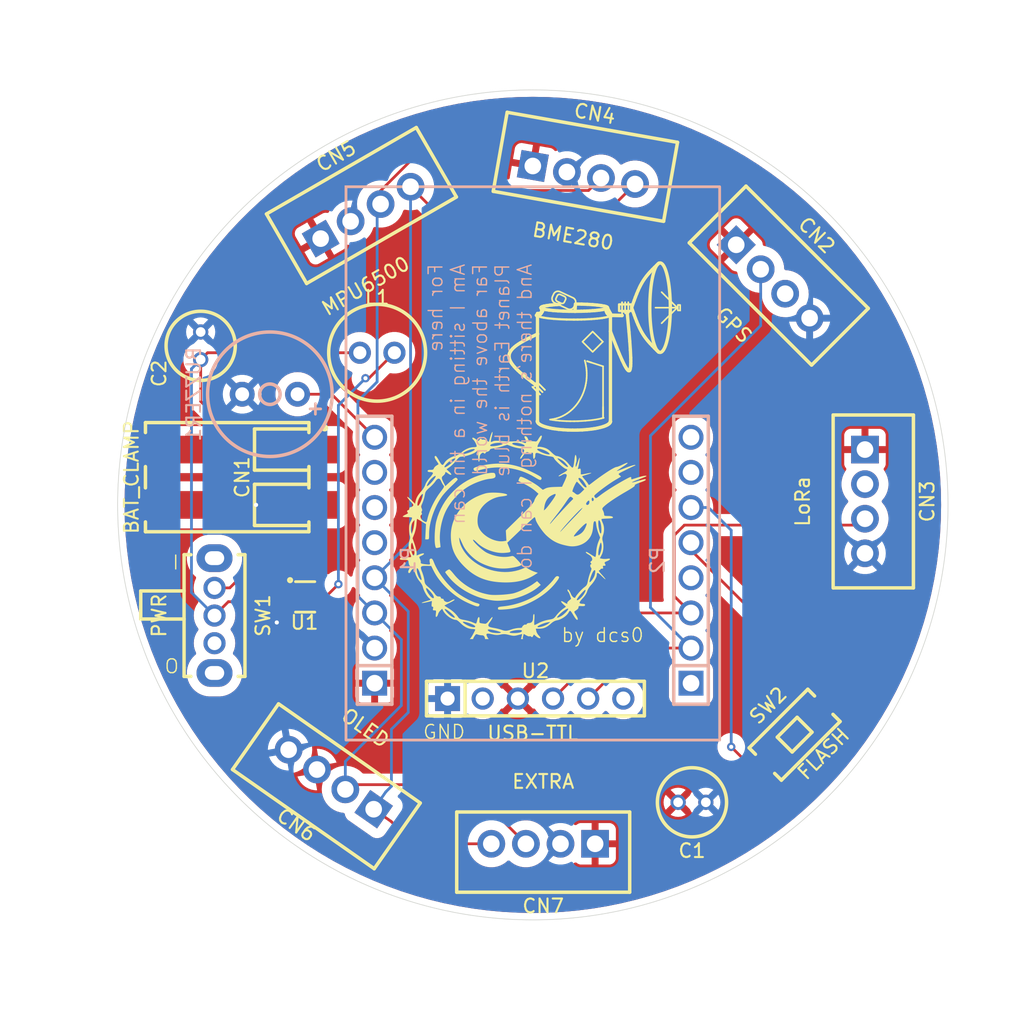
<source format=kicad_pcb>
(kicad_pcb (version 20240108) (generator "pcbnew") (generator_version "8.0")
  (layers (0 "F.Cu" signal) (31 "B.Cu" signal) (34 "B.Paste" user) (35 "F.Paste" user) (36 "B.SilkS" user "B.Silkscreen") (37 "F.SilkS" user "F.Silkscreen") (38 "B.Mask" user) (39 "F.Mask" user) (44 "Edge.Cuts" user))
  (net 0 "")
  (net 8 "GND")
  (net 9 "+5V")
  (net 10 "+BATT")
  (net 11 "Net-(U1-L)")
  (net 14 "Net-(U1-EN)")
  (net 16 "Net-(BUZZER1-Pad1)")
  (net 17 "TX")
  (net 20 "RX")
  (net 21 "SDA")
  (net 22 "SCL")
  (net 23 "Net-(P2-Pad6)")
  (net 24 "Net-(P2-Pad5)")
  (footprint "EasyEDA:IND-TH_BD7.0-P2.50-D0.7" (layer "F.Cu") (at 77.25 52.5)
    (property "Reference" "L1")
    (property "Value" "PK0608-100MB")
  )
  (footprint "EasyEDA:SC-70-6_L2.2-W1.3-P0.65-LS2.1-BR" (layer "F.Cu") (at 72.05 70.15 180)
    (property "Reference" "U1")
    (property "Value" "TPS61222")
  )
  (footprint "EasyEDA:CAP-TH_BD5.0-P2.00-D0.5-FD-1" (layer "F.Cu") (at 100 85)
    (property "Reference" "C1")
    (property "Value" "10uF")
  )
  (footprint "EasyEDA:CONN-TH_XH-4A" (layer "F.Cu") (at 89.25 88 180)
    (property "Reference" "CN7")
    (property "Value" "EXTRA")
  )
  (footprint "EasyEDA:CONN-SMD_2P-P4.00_HDGC4001SMD-S-2P" (layer "F.Cu") (at 68 61.5 -90)
    (property "Reference" "CN1")
    (property "Value" "BAT_CLAMP")
  )
  (footprint "EasyEDA:CONN-TH_XH-4A" (layer "F.Cu") (at 73.9282 83.3491 145)
    (property "Reference" "CN6")
    (property "Value" "OLED")
  )
  (footprint "EasyEDA:CONN-TH_XH-4A" (layer "F.Cu") (at 76.4175 42.375 30)
    (property "Reference" "CN5")
    (property "Value" "MPU6500")
  )
  (footprint "EasyEDA:CONN-TH_XH-4A" (layer "F.Cu") (at 92.193 39.6512 -10)
    (property "Reference" "CN4")
    (property "Value" "BME280")
  )
  (footprint "EasyEDA:SW-SMD_L6.0-W3.3-LS8.0" (layer "F.Cu") (at 107.5 80 45)
    (property "Reference" "SW2")
    (property "Value" "FLASH")
  )
  (footprint "EasyEDA:CONN-TH_XH-4A" (layer "F.Cu") (at 112.5 63.25 -90)
    (property "Reference" "CN3")
    (property "Value" "LoRa")
  )
  (footprint "EasyEDA:SW-TH_SK12D07VG3" (layer "F.Cu") (at 65.5 71.5 -90)
    (property "Reference" "SW1")
    (property "Value" "PWR")
  )
  (footprint "EasyEDA:HDR-TH_6P-P2.54-V-F" (layer "F.Cu") (at 88.69 77.5)
    (property "Reference" "U2")
    (property "Value" "USB-TTL")
  )
  (footprint "EasyEDA:CAP-TH_BD5.0-P2.00-D0.5-FD-1" (layer "F.Cu") (at 64.5 52 90)
    (property "Reference" "C2")
    (property "Value" "10uF")
  )
  (footprint "EasyEDA:CONN-TH_XH-4A" (layer "F.Cu") (at 105.8484 47.3483 -45)
    (property "Reference" "CN2")
    (property "Value" "GPS")
  )
  (footprint "EasyEDA:BUZ-TH_BD9.0-P4.00-D0.6-FD" (layer "B.Cu") (at 69.5 55.5 180)
    (property "Reference" "BUZZER1")
    (property "Value" "QMB-09B-03")
  )
  (footprint "EasyEDA:HDR-TH_8P-P2.54-V-F-1" (layer "B.Cu") (at 99.93 67.5 90)
    (property "Reference" "P2")
    (property "Value" "ESP_R")
  )
  (footprint "EasyEDA:HDR-TH_8P-P2.54-V-F-1" (layer "B.Cu") (at 77.07 67.5 90)
    (property "Reference" "P1")
    (property "Value" "ESP_L")
  )
  (gr_rect (start 75 40.5) (end 102 80.5) (stroke (width 0.2)) (fill none) (layer "B.SilkS"))
  (gr_line (start 89.153136 49.938322) (end 89.041576 49.910398) (stroke (width 0.16) (color 255 255 255 1)) (layer "F.SilkS"))
  (gr_line (start 89.095336 49.227832) (end 89.098991 49.221929) (stroke (width 0.24) (color 255 255 255 1)) (layer "F.SilkS"))
  (gr_line (start 89.155479 49.457072) (end 89.153042 49.480396) (stroke (width 0.264599) (color 255 255 255 1)) (layer "F.SilkS"))
  (gr_line (start 94.013693 49.746843) (end 94.035847 49.757887) (stroke (width 0.264599) (color 255 255 255 1)) (layer "F.SilkS"))
  (gr_line (start 93.308755 57.915508) (end 93.178192 57.944247) (stroke (width 0.24) (color 255 255 255 1)) (layer "F.SilkS"))
  (gr_line (start 96.560339 47.168568) (end 96.496083 47.263904) (stroke (width 0.24) (color 255 255 255 1)) (layer "F.SilkS"))
  (gr_line (start 91.108897 56.793905) (end 90.972285 56.890927) (stroke (width 0.12) (color 255 255 255 1)) (layer "F.SilkS"))
  (gr_line (start 93.992352 49.734488) (end 94.013693 49.746843) (stroke (width 0.264599) (color 255 255 255 1)) (layer "F.SilkS"))
  (gr_line (start 91.488109 56.452209) (end 91.367144 56.574322) (stroke (width 0.12) (color 255 255 255 1)) (layer "F.SilkS"))
  (gr_line (start 93.908264 49.663682) (end 93.916523 49.672715) (stroke (width 0.264599) (color 255 255 255 1)) (layer "F.SilkS"))
  (gr_line (start 91.582214 48.978894) (end 91.548793 49.506665) (stroke (width 0.24)) (layer "F.SilkS"))
  (gr_poly (pts (xy 85.570701 61.179161) (xy 85.601338 61.179788) (xy 85.628675 61.18108) (xy 85.641179 61.182015) (xy 85.652945 61.183164) (xy 85.664003 61.184541) (xy 85.674382 61.186164) (xy 85.684111 61.188047) (xy 85.693219 61.190206) (xy 85.701737 61.192658) (xy 85.709692 61.195417) (xy 85.717115 61.1985) (xy 85.724034 61.201922) (xy 85.730479 61.205699) (xy 85.736479 61.209847) (xy 85.742063 61.214381) (xy 85.747261 61.219317) (xy 85.752102 61.224671) (xy 85.756614 61.230458) (xy 85.760828 61.236694) (xy 85.764772 61.243396) (xy 85.768476 61.250578) (xy 85.771968 61.258256) (xy 85.775279 61.266446) (xy 85.778438 61.275165) (xy 85.784414 61.294247) (xy 85.790131 61.315629) (xy 85.797868 61.351499) (xy 85.802196 61.384438) (xy 85.803027 61.399851) (xy 85.802939 61.414583) (xy 85.801911 61.42865) (xy 85.79992 61.442071) (xy 85.796944 61.454863) (xy 85.792962 61.467042) (xy 85.78795 61.478625) (xy 85.781888 61.489631) (xy 85.774752 61.500076) (xy 85.766522 61.509977) (xy 85.757174 61.519352) (xy 85.746686 61.528217) (xy 85.735038 61.53659) (xy 85.722206 61.544489) (xy 85.708168 61.55193) (xy 85.692902 61.55893) (xy 85.6586 61.571678) (xy 85.619122 61.582871) (xy 85.574291 61.592645) (xy 85.523931 61.601139) (xy 85.467866 61.608491) (xy 85.405917 61.614837) (xy 85.321315 61.624767) (xy 85.230848 61.639601) (xy 85.135318 61.659048) (xy 85.035529 61.682815) (xy 84.932282 61.710612) (xy 84.826382 61.742146) (xy 84.71863 61.777127) (xy 84.609829 61.815262) (xy 84.500782 61.856259) (xy 84.392292 61.899828) (xy 84.285162 61.945677) (xy 84.180195 61.993513) (xy 84.078192 62.043046) (xy 83.979958 62.093984) (xy 83.886295 62.146036) (xy 83.798005 62.198909) (xy 83.67839 62.276638) (xy 83.560468 62.359584) (xy 83.444495 62.447468) (xy 83.330725 62.540011) (xy 83.219414 62.636936) (xy 83.110816 62.737964) (xy 83.005186 62.842815) (xy 82.902779 62.951213) (xy 82.80385 63.062878) (xy 82.708654 63.177532) (xy 82.617445 63.294896) (xy 82.53048 63.414693) (xy 82.448011 63.536643) (xy 82.370296 63.660468) (xy 82.297587 63.785889) (xy 82.230141 63.912629) (xy 82.170165 64.037494) (xy 82.113869 64.1686) (xy 82.061403 64.305137) (xy 82.012923 64.446292) (xy 81.96858 64.591256) (xy 81.928528 64.739217) (xy 81.892919 64.889364) (xy 81.861906 65.040886) (xy 81.835642 65.192973) (xy 81.81428 65.344812) (xy 81.797973 65.495595) (xy 81.786874 65.644508) (xy 81.781135 65.790742) (xy 81.780909 65.933485) (xy 81.78635 66.071926) (xy 81.79761 66.205255) (xy 81.811747 66.339364) (xy 81.82254 66.450248) (xy 81.826355 66.493382) (xy 81.828942 66.52639) (xy 81.830169 66.547832) (xy 81.830233 66.553765) (xy 81.829907 66.556268) (xy 81.828512 66.557173) (xy 81.825436 66.558423) (xy 81.814599 66.561865) (xy 81.798112 66.566416) (xy 81.776686 66.571897) (xy 81.721879 66.584932) (xy 81.655888 66.599542) (xy 81.627241 66.605533) (xy 81.601923 66.610342) (xy 81.579662 66.613754) (xy 81.560186 66.615557) (xy 81.551406 66.615788) (xy 81.54322 66.615536) (xy 81.535594 66.614775) (xy 81.528493 66.613478) (xy 81.521883 66.611618) (xy 81.515731 66.609168) (xy 81.510002 66.606102) (xy 81.504661 66.602393) (xy 81.499676 66.598015) (xy 81.495011 66.592939) (xy 81.490633 66.587141) (xy 81.486507 66.580593) (xy 81.4826 66.573268) (xy 81.478876 66.565139) (xy 81.475303 66.556181) (xy 81.471846 66.546365) (xy 81.465144 66.524057) (xy 81.458496 66.498001) (xy 81.45163 66.467983) (xy 81.444272 66.433789) (xy 81.431226 66.358606) (xy 81.420975 66.270884) (xy 81.413439 66.172292) (xy 81.408542 66.064499) (xy 81.406351 65.827975) (xy 81.413778 65.574656) (xy 81.430201 65.317883) (xy 81.454997 65.070997) (xy 81.470339 64.955431) (xy 81.487542 64.847341) (xy 81.506525 64.748393) (xy 81.527213 64.660257) (xy 81.618744 64.353296) (xy 81.729841 64.055423) (xy 81.859707 63.767436) (xy 82.007549 63.490131) (xy 82.172569 63.224306) (xy 82.353973 62.970758) (xy 82.550964 62.730284) (xy 82.762748 62.503682) (xy 82.988528 62.291749) (xy 83.227509 62.095282) (xy 83.478895 61.915078) (xy 83.741891 61.751935) (xy 84.015702 61.606649) (xy 84.299531 61.480019) (xy 84.592583 61.372841) (xy 84.894063 61.285913) (xy 84.983573 61.264589) (xy 85.075724 61.244667) (xy 85.167879 61.226586) (xy 85.257406 61.210781) (xy 85.341669 61.197691) (xy 85.418034 61.187751) (xy 85.483865 61.1814) (xy 85.512007 61.179707) (xy 85.536528 61.179074)) (stroke (width -0.000001)) (fill solid) (layer "F.SilkS"))
  (gr_line (start 95.526265 53.712094) (end 95.55084 53.607942) (stroke (width 0.24) (color 255 255 255 1)) (layer "F.SilkS"))
  (gr_line (start 89.067681 49.663682) (end 89.059422 49.672715) (stroke (width 0.264599) (color 255 255 255 1)) (layer "F.SilkS"))
  (gr_line (start 93.509994 49.98864) (end 93.339836 50.01136) (stroke (width 0.16) (color 255 255 255 1)) (layer "F.SilkS"))
  (gr_line (start 95.505872 51.684736) (end 95.448617 50.996313) (stroke (width 0.24) (color 255 255 255 1)) (layer "F.SilkS"))
  (gr_line (start 86.87818 53.112719) (end 86.912951 53.176277) (stroke (width 0.24) (color 255 255 255 1)) (layer "F.SilkS"))
  (gr_line (start 88.975831 57.666216) (end 88.923897 57.625682) (stroke (width 0.24) (color 255 255 255 1)) (layer "F.SilkS"))
  (gr_line (start 90.383731 57.18867) (end 90.227742 57.239402) (stroke (width 0.12) (color 255 255 255 1)) (layer "F.SilkS"))
  (gr_line (start 95.648641 49.270236) (end 95.648641 49.215177) (stroke (width 0.24)) (layer "F.SilkS"))
  (gr_line (start 94.028967 49.865131) (end 93.993447 49.880306) (stroke (width 0.16) (color 255 255 255 1)) (layer "F.SilkS"))
  (gr_line (start 89.195543 57.781302) (end 89.11192 57.744154) (stroke (width 0.24) (color 255 255 255 1)) (layer "F.SilkS"))
  (gr_line (start 91.991523 49.500923) (end 91.548793 49.506665) (stroke (width 0.24) (color 255 255 255 1)) (layer "F.SilkS"))
  (gr_line (start 89.05087 49.681467) (end 89.042037 49.689934) (stroke (width 0.264599) (color 255 255 255 1)) (layer "F.SilkS"))
  (gr_line (start 93.819653 49.433672) (end 93.820466 49.457072) (stroke (width 0.264599) (color 255 255 255 1)) (layer "F.SilkS"))
  (gr_line (start 96.206182 47.782941) (end 96.102969 48.007762) (stroke (width 0.24) (color 255 255 255 1)) (layer "F.SilkS"))
  (gr_line (start 93.853315 49.195498) (end 93.883007 49.220022) (stroke (width 0.24) (color 255 255 255 1)) (layer "F.SilkS"))
  (gr_line (start 90.939048 57.445815) (end 90.67553 57.433505) (stroke (width 0.119999) (color 255 255 255 1)) (layer "F.SilkS"))
  (gr_line (start 97.444474 52.308219) (end 97.287766 52.155617) (stroke (width 0.24) (color 255 255 255 1)) (layer "F.SilkS"))
  (gr_line (start 89.153042 49.386948) (end 89.155479 49.410272) (stroke (width 0.264599) (color 255 255 255 1)) (layer "F.SilkS"))
  (gr_line (start 89.193509 49.496801) (end 89.083291 49.644795) (stroke (width 0.264599) (color 255 255 255 1)) (layer "F.SilkS"))
  (gr_line (start 95.567362 53.467457) (end 95.576408 53.293234) (stroke (width 0.24) (color 255 255 255 1)) (layer "F.SilkS"))
  (gr_line (start 96.316128 50.918203) (end 96.260243 50.811568) (stroke (width 0.24) (color 255 255 255 1)) (layer "F.SilkS"))
  (gr_line (start 95.201473 53.536801) (end 95.274745 53.652383) (stroke (width 0.24) (color 255 255 255 1)) (layer "F.SilkS"))
  (gr_line (start 95.395971 48.950808) (end 95.395971 49.642449) (stroke (width 0.12) (color 255 255 255 1)) (layer "F.SilkS"))
  (gr_line (start 86.82711 52.517138) (end 86.806712 52.573256) (stroke (width 0.24) (color 255 255 255 1)) (layer "F.SilkS"))
  (gr_line (start 93.848899 49.295934) (end 93.839963 49.318193) (stroke (width 0.264599) (color 255 255 255 1)) (layer "F.SilkS"))
  (gr_line (start 96.496083 51.221509) (end 96.433931 51.123331) (stroke (width 0.24) (color 255 255 255 1)) (layer "F.SilkS"))
  (gr_line (start 92.301838 53.244607) (end 92.338779 53.425308) (stroke (width 0.12) (color 255 255 255 1)) (layer "F.SilkS"))
  (gr_line (start 93.820466 49.410272) (end 93.819653 49.433672) (stroke (width 0.264599) (color 255 255 255 1)) (layer "F.SilkS"))
  (gr_line (start 96.102969 50.477651) (end 96.005369 50.245256) (stroke (width 0.24) (color 255 255 255 1)) (layer "F.SilkS"))
  (gr_line (start 86.852787 52.461732) (end 86.82711 52.517138) (stroke (width 0.24) (color 255 255 255 1)) (layer "F.SilkS"))
  (gr_line (start 92.741224 53.212419) (end 92.425369 53.114153) (stroke (width 0.12) (color 255 255 255 1)) (layer "F.SilkS"))
  (gr_line (start 93.822903 49.386948) (end 93.820466 49.410272) (stroke (width 0.264599) (color 255 255 255 1)) (layer "F.SilkS"))
  (gr_line (start 93.784151 57.764221) (end 93.740895 57.7826) (stroke (width 0.24) (color 255 255 255 1)) (layer "F.SilkS"))
  (gr_line (start 92.801394 49.463996) (end 92.61483 49.476075) (stroke (width 0.24) (color 255 255 255 1)) (layer "F.SilkS"))
  (gr_line (start 94.035847 49.757887) (end 94.058742 49.767583) (stroke (width 0.264599) (color 255 255 255 1)) (layer "F.SilkS"))
  (gr_line (start 91.712045 56.184454) (end 91.603188 56.322178) (stroke (width 0.12) (color 255 255 255 1)) (layer "F.SilkS"))
  (gr_line (start 89.041576 49.910398) (end 88.952351 49.881044) (stroke (width 0.16) (color 255 255 255 1)) (layer "F.SilkS"))
  (gr_line (start 86.952434 53.240471) (end 86.996442 53.305275) (stroke (width 0.24) (color 255 255 255 1)) (layer "F.SilkS"))
  (gr_line (start 86.782505 52.68773) (end 86.779073 52.746136) (stroke (width 0.24) (color 255 255 255 1)) (layer "F.SilkS"))
  (gr_line (start 93.900304 49.654374) (end 93.908264 49.663682) (stroke (width 0.264599) (color 255 255 255 1)) (layer "F.SilkS"))
  (gr_line (start 96.626559 51.409529) (end 96.560339 51.316845) (stroke (width 0.24) (color 255 255 255 1)) (layer "F.SilkS"))
  (gr_line (start 89.657085 49.412952) (end 89.408156 49.373763) (stroke (width 0.24) (color 255 255 255 1)) (layer "F.SilkS"))
  (gr_line (start 97.444474 46.177194) (end 97.287766 46.329796) (stroke (width 0.24) (color 255 255 255 1)) (layer "F.SilkS"))
  (gr_line (start 95.400009 53.787519) (end 95.426472 53.799405) (stroke (width 0.24) (color 255 255 255 1)) (layer "F.SilkS"))
  (gr_line (start 89.104299 49.252862) (end 89.116485 49.274132) (stroke (width 0.264599) (color 255 255 255 1)) (layer "F.SilkS"))
  (gr_line (start 95.341116 53.73682) (end 95.400009 53.787519) (stroke (width 0.24) (color 255 255 255 1)) (layer "F.SilkS"))
  (gr_line (start 95.578552 53.08787) (end 95.574369 52.853957) (stroke (width 0.24) (color 255 255 255 1)) (layer "F.SilkS"))
  (gr_line (start 87.153724 53.503094) (end 87.277742 53.637558) (stroke (width 0.24) (color 255 255 255 1)) (layer "F.SilkS"))
  (gr_line (start 94.082309 49.775891) (end 94.112124 49.784381) (stroke (width 0.264599) (color 255 255 255 1)) (layer "F.SilkS"))
  (gr_line (start 88.853583 57.542125) (end 88.843189 57.520811) (stroke (width 0.24) (color 255 255 255 1)) (layer "F.SilkS"))
  (gr_line (start 88.071256 54.333262) (end 88.441441 54.618661) (stroke (width 0.24) (color 255 255 255 1)) (layer "F.SilkS"))
  (gr_line (start 92.61483 49.476075) (end 92.417135 49.486334) (stroke (width 0.24) (color 255 255 255 1)) (layer "F.SilkS"))
  (gr_line (start 93.824891 57.745501) (end 93.784151 57.764221) (stroke (width 0.24) (color 255 255 255 1)) (layer "F.SilkS"))
  (gr_line (start 93.863076 57.726457) (end 93.824891 57.745501) (stroke (width 0.24) (color 255 255 255 1)) (layer "F.SilkS"))
  (gr_line (start 94.945993 53.029147) (end 95.121873 53.392671) (stroke (width 0.24) (color 255 255 255 1)) (layer "F.SilkS"))
  (gr_line (start 88.82369 54.905687) (end 88.692852 54.843288) (stroke (width 0.24)) (layer "F.SilkS"))
  (gr_line (start 94.108519 49.801675) (end 94.098341 49.817913) (stroke (width 0.16) (color 255 255 255 1)) (layer "F.SilkS"))
  (gr_line (start 89.285706 49.964655) (end 89.153136 49.938322) (stroke (width 0.16) (color 255 255 255 1)) (layer "F.SilkS"))
  (gr_line (start 89.46823 49.100746) (end 89.591021 49.081488) (stroke (width 0.24) (color 255 255 255 1)) (layer "F.SilkS"))
  (gr_line (start 92.03529 57.434865) (end 91.761073 57.446781) (stroke (width 0.119999) (color 255 255 255 1)) (layer "F.SilkS"))
  (gr_line (start 93.848593 49.292851) (end 93.825594 49.304514) (stroke (width 0.24) (color 255 255 255 1)) (layer "F.SilkS"))
  (gr_line (start 93.543452 57.852398) (end 93.430609 57.884851) (stroke (width 0.24) (color 255 255 255 1)) (layer "F.SilkS"))
  (gr_line (start 93.430609 57.884851) (end 93.308755 57.915508) (stroke (width 0.24) (color 255 255 255 1)) (layer "F.SilkS"))
  (gr_line (start 93.152606 50.032012) (end 92.949628 50.050438) (stroke (width 0.16) (color 255 255 255 1)) (layer "F.SilkS"))
  (gr_line (start 96.694602 51.499752) (end 96.626559 51.409529) (stroke (width 0.24) (color 255 255 255 1)) (layer "F.SilkS"))
  (gr_line (start 89.127046 49.571409) (end 89.116485 49.593212) (stroke (width 0.264599) (color 255 255 255 1)) (layer "F.SilkS"))
  (gr_line (start 88.893636 49.775891) (end 88.869469 49.782773) (stroke (width 0.264599) (color 255 255 255 1)) (layer "F.SilkS"))
  (gr_line (start 96.835599 46.811846) (end 96.764329 46.897712) (stroke (width 0.24) (color 255 255 255 1)) (layer "F.SilkS"))
  (gr_line (start 91.367144 56.574322) (end 91.240629 56.688296) (stroke (width 0.12) (color 255 255 255 1)) (layer "F.SilkS"))
  (gr_line (start 88.917202 49.767583) (end 88.893636 49.775891) (stroke (width 0.264599) (color 255 255 255 1)) (layer "F.SilkS"))
  (gr_line (start 92.338779 53.425308) (end 92.366478 53.60725) (stroke (width 0.12) (color 255 255 255 1)) (layer "F.SilkS"))
  (gr_line (start 89.314885 49.131573) (end 89.361803 49.121061) (stroke (width 0.24) (color 255 255 255 1)) (layer "F.SilkS"))
  (gr_line (start 93.793803 49.937643) (end 93.661758 49.964015) (stroke (width 0.16) (color 255 255 255 1)) (layer "F.SilkS"))
  (gr_line (start 89.14898 49.363776) (end 89.153042 49.386948) (stroke (width 0.264599) (color 255 255 255 1)) (layer "F.SilkS"))
  (gr_line (start 87.564988 53.911772) (end 87.725198 54.051116) (stroke (width 0.24) (color 255 255 255 1)) (layer "F.SilkS"))
  (gr_line (start 89.729669 49.063423) (end 89.883668 49.046687) (stroke (width 0.24) (color 255 255 255 1)) (layer "F.SilkS"))
  (gr_line (start 89.392612 57.851314) (end 89.289196 57.817065) (stroke (width 0.24) (color 255 255 255 1)) (layer "F.SilkS"))
  (gr_line (start 92.437605 49.000022) (end 92.814559 49.022398) (stroke (width 0.24) (color 255 255 255 1)) (layer "F.SilkS"))
  (gr_line (start 93.961923 57.667524) (end 93.93163 57.687453) (stroke (width 0.24) (color 255 255 255 1)) (layer "F.SilkS"))
  (gr_line (start 93.885322 49.63495) (end 93.892654 49.644795) (stroke (width 0.264599) (color 255 255 255 1)) (layer "F.SilkS"))
  (gr_line (start 88.642398 54.793019) (end 88.81804 54.629647) (stroke (width 0.12)) (layer "F.SilkS"))
  (gr_line (start 88.835972 49.659297) (end 89.083291 49.644795) (stroke (width 0.24)) (layer "F.SilkS"))
  (gr_line (start 88.441441 54.618661) (end 88.82369 54.905687) (stroke (width 0.24) (color 255 255 255 1)) (layer "F.SilkS"))
  (gr_line (start 88.806889 49.793495) (end 88.794073 49.79449) (stroke (width 0.264599) (color 255 255 255 1)) (layer "F.SilkS"))
  (gr_line (start 97.133303 46.485429) (end 96.982207 46.645607) (stroke (width 0.24) (color 255 255 255 1)) (layer "F.SilkS"))
  (gr_line (start 96.260243 47.673845) (end 96.206182 47.782941) (stroke (width 0.24) (color 255 255 255 1)) (layer "F.SilkS"))
  (gr_line (start 89.170659 49.175586) (end 89.200072 49.164322) (stroke (width 0.24) (color 255 255 255 1)) (layer "F.SilkS"))
  (gr_line (start 93.925075 49.681467) (end 93.933908 49.689934) (stroke (width 0.264599) (color 255 255 255 1)) (layer "F.SilkS"))
  (gr_line (start 87.743139 51.698799) (end 87.581131 51.794683) (stroke (width 0.24) (color 255 255 255 1)) (layer "F.SilkS"))
  (gr_line (start 93.728988 49.338395) (end 93.642567 49.359911) (stroke (width 0.24) (color 255 255 255 1)) (layer "F.SilkS"))
  (gr_poly (pts (xy 82.467245 68.163695) (xy 82.471253 68.164946) (xy 82.481027 68.169851) (xy 82.49301 68.177824) (xy 82.507042 68.188701) (xy 82.522962 68.202315) (xy 82.540611 68.218503) (xy 82.580451 68.257939) (xy 82.625281 68.305687) (xy 82.673817 68.360428) (xy 82.724777 68.42084) (xy 82.776879 68.485604) (xy 82.8807 68.611684) (xy 82.990926 68.733933) (xy 83.107185 68.852116) (xy 83.229107 68.965994) (xy 83.356324 69.075331) (xy 83.488463 69.179889) (xy 83.625156 69.279431) (xy 83.766033 69.373721) (xy 83.910722 69.46252) (xy 84.058854 69.545591) (xy 84.21006 69.622698) (xy 84.363968 69.693602) (xy 84.520208 69.758067) (xy 84.678411 69.815856) (xy 84.838207 69.866731) (xy 84.999224 69.910455) (xy 85.142162 69.944435) (xy 85.269435 69.970695) (xy 85.329612 69.981122) (xy 85.388771 69.989847) (xy 85.447878 69.996949) (xy 85.507899 70.002503) (xy 85.5698 70.006585) (xy 85.634546 70.009271) (xy 85.77644 70.010765) (xy 85.941309 70.007595) (xy 86.13688 70.000371) (xy 86.276369 69.992985) (xy 86.41903 69.982709) (xy 86.560842 69.97001) (xy 86.697789 69.955356) (xy 86.82585 69.939216) (xy 86.941008 69.922057) (xy 87.039243 69.904346) (xy 87.080759 69.89543) (xy 87.116538 69.886552) (xy 87.194722 69.863797) (xy 87.278641 69.836324) (xy 87.367382 69.804572) (xy 87.460033 69.768978) (xy 87.653411 69.688016) (xy 87.851472 69.596941) (xy 88.046913 69.499257) (xy 88.232431 69.398467) (xy 88.319186 69.348002) (xy 88.400722 69.298074) (xy 88.476126 69.249121) (xy 88.544484 69.201581) (xy 88.808295 69.010766) (xy 88.941359 69.146287) (xy 89.074427 69.281808) (xy 88.889167 69.439294) (xy 88.782995 69.524712) (xy 88.667939 69.608184) (xy 88.544819 69.689375) (xy 88.41446 69.767945) (xy 88.277683 69.843557) (xy 88.135312 69.915874) (xy 87.98817 69.984559) (xy 87.837078 70.049273) (xy 87.68286 70.109679) (xy 87.526339 70.16544) (xy 87.368337 70.216218) (xy 87.209678 70.261676) (xy 87.051183 70.301475) (xy 86.893675 70.335279) (xy 86.737978 70.36275) (xy 86.584914 70.38355) (xy 86.378876 70.405684) (xy 86.201548 70.420849) (xy 86.121093 70.425764) (xy 86.044747 70.428872) (xy 85.971486 70.430151) (xy 85.900286 70.429579) (xy 85.830126 70.427135) (xy 85.759981 70.422797) (xy 85.68883 70.416543) (xy 85.615648 70.408351) (xy 85.4591 70.386068) (xy 85.282153 70.355775) (xy 85.083249 70.314933) (xy 84.884231 70.264549) (xy 84.685804 70.205021) (xy 84.488676 70.136747) (xy 84.293555 70.060126) (xy 84.101147 69.975555) (xy 83.912161 69.883432) (xy 83.727303 69.784155) (xy 83.547281 69.678122) (xy 83.372801 69.565732) (xy 83.204572 69.447381) (xy 83.0433 69.323469) (xy 82.889694 69.194393) (xy 82.744459 69.06055) (xy 82.608303 68.92234) (xy 82.481934 68.78016) (xy 82.419036 68.704619) (xy 82.360354 68.632559) (xy 82.307172 68.565673) (xy 82.260778 68.505651) (xy 82.222455 68.454185) (xy 82.206723 68.43219) (xy 82.193491 68.412967) (xy 82.182919 68.39673) (xy 82.175169 68.383688) (xy 82.170401 68.374054) (xy 82.169186 68.370581) (xy 82.168776 68.368039) (xy 82.169406 68.362795) (xy 82.171253 68.357017) (xy 82.174249 68.350752) (xy 82.178329 68.344044) (xy 82.189475 68.329488) (xy 82.204162 68.313715) (xy 82.221861 68.297094) (xy 82.242041 68.27999) (xy 82.264173 68.262773) (xy 82.287728 68.245808) (xy 82.312176 68.229464) (xy 82.336989 68.214107) (xy 82.361635 68.200105) (xy 82.385586 68.187825) (xy 82.408313 68.177635) (xy 82.429285 68.169902) (xy 82.447974 68.164992) (xy 82.456296 68.163711) (xy 82.463849 68.163274)) (stroke (width -0.000001)) (fill solid) (layer "F.SilkS"))
  (gr_line (start 94.106476 49.782773) (end 94.131172 49.788193) (stroke (width 0.264599) (color 255 255 255 1)) (layer "F.SilkS"))
  (gr_line (start 93.888591 49.256959) (end 94.107972 49.659297) (stroke (width 0.24)) (layer "F.SilkS"))
  (gr_line (start 93.57463 57.2152) (end 93.57463 53.481916) (stroke (width 0.12) (color 255 255 255 1)) (layer "F.SilkS"))
  (gr_line (start 91.72835 58.093223) (end 91.379413 58.095918) (stroke (width 0.24) (color 255 255 255 1)) (layer "F.SilkS"))
  (gr_line (start 93.649784 49.127061) (end 93.735738 49.148916) (stroke (width 0.24) (color 255 255 255 1)) (layer "F.SilkS"))
  (gr_line (start 88.983593 49.734488) (end 88.962252 49.746843) (stroke (width 0.264599) (color 255 255 255 1)) (layer "F.SilkS"))
  (gr_line (start 89.883668 49.046687) (end 90.05251 49.031416) (stroke (width 0.24) (color 255 255 255 1)) (layer "F.SilkS"))
  (gr_line (start 89.116485 49.274132) (end 89.127046 49.295934) (stroke (width 0.264599) (color 255 255 255 1)) (layer "F.SilkS"))
  (gr_line (start 93.137952 49.43485) (end 92.976032 49.450215) (stroke (width 0.24) (color 255 255 255 1)) (layer "F.SilkS"))
  (gr_line (start 93.952389 49.705995) (end 93.971893 49.720859) (stroke (width 0.264599) (color 255 255 255 1)) (layer "F.SilkS"))
  (gr_line (start 88.466574 51.325436) (end 88.092792 51.51049) (stroke (width 0.24) (color 255 255 255 1)) (layer "F.SilkS"))
  (gr_line (start 89.038594 57.70575) (end 88.975831 57.666216) (stroke (width 0.24) (color 255 255 255 1)) (layer "F.SilkS"))
  (gr_line (start 89.125502 49.198534) (end 89.145781 49.186995) (stroke (width 0.24) (color 255 255 255 1)) (layer "F.SilkS"))
  (gr_line (start 89.145781 49.186995) (end 89.170659 49.175586) (stroke (width 0.24) (color 255 255 255 1)) (layer "F.SilkS"))
  (gr_line (start 86.912951 53.176277) (end 86.952434 53.240471) (stroke (width 0.24) (color 255 255 255 1)) (layer "F.SilkS"))
  (gr_line (start 89.320822 55.132428) (end 89.371473 55.18271) (stroke (width 0.12)) (layer "F.SilkS"))
  (gr_line (start 94.109804 57.456294) (end 94.103688 57.499907) (stroke (width 0.24)) (layer "F.SilkS"))
  (gr_line (start 92.024249 48.985251) (end 92.437605 49.000022) (stroke (width 0.24) (color 255 255 255 1)) (layer "F.SilkS"))
  (gr_line (start 94.058742 49.767583) (end 94.082309 49.775891) (stroke (width 0.264599) (color 255 255 255 1)) (layer "F.SilkS"))
  (gr_line (start 89.116485 49.593212) (end 89.104299 49.614482) (stroke (width 0.264599) (color 255 255 255 1)) (layer "F.SilkS"))
  (gr_line (start 95.510778 53.749734) (end 95.526265 53.712094) (stroke (width 0.24) (color 255 255 255 1)) (layer "F.SilkS"))
  (gr_line (start 91.115141 49.503476) (end 90.699854 49.491934) (stroke (width 0.24) (color 255 255 255 1)) (layer "F.SilkS"))
  (gr_line (start 94.058399 49.849661) (end 94.028967 49.865131) (stroke (width 0.16) (color 255 255 255 1)) (layer "F.SilkS"))
  (gr_line (start 90.420801 57.415408) (end 90.176988 57.39165) (stroke (width 0.119999) (color 255 255 255 1)) (layer "F.SilkS"))
  (gr_line (start 92.368192 54.520299) (end 92.341553 54.700521) (stroke (width 0.12) (color 255 255 255 1)) (layer "F.SilkS"))
  (gr_line (start 91.814346 56.03926) (end 91.712045 56.184454) (stroke (width 0.12) (color 255 255 255 1)) (layer "F.SilkS"))
  (gr_line (start 89.135982 49.54915) (end 89.127046 49.571409) (stroke (width 0.264599) (color 255 255 255 1)) (layer "F.SilkS"))
  (gr_line (start 89.408156 49.373763) (end 89.307415 49.35208) (stroke (width 0.24) (color 255 255 255 1)) (layer "F.SilkS"))
  (gr_line (start 95.47307 53.794629) (end 95.493062 53.777318) (stroke (width 0.24) (color 255 255 255 1)) (layer "F.SilkS"))
  (gr_line (start 96.982207 46.645607) (end 96.908271 46.727874) (stroke (width 0.24) (color 255 255 255 1)) (layer "F.SilkS"))
  (gr_line (start 92.259432 50.090743) (end 92.006691 50.098653) (stroke (width 0.16) (color 255 255 255 1)) (layer "F.SilkS"))
  (gr_line (start 96.005369 48.240156) (end 95.912258 48.478609) (stroke (width 0.24) (color 255 255 255 1)) (layer "F.SilkS"))
  (gr_line (start 95.171949 48.854847) (end 95.171949 49.546487) (stroke (width 0.12) (color 255 255 255 1)) (layer "F.SilkS"))
  (gr_line (start 93.039222 57.970942) (end 92.892146 57.995471) (stroke (width 0.24) (color 255 255 255 1)) (layer "F.SilkS"))
  (gr_line (start 96.764329 46.897712) (end 96.694602 46.985661) (stroke (width 0.24) (color 255 255 255 1)) (layer "F.SilkS"))
  (gr_line (start 91.909755 55.886819) (end 91.814346 56.03926) (stroke (width 0.12) (color 255 255 255 1)) (layer "F.SilkS"))
  (gr_line (start 93.898668 57.707102) (end 93.863076 57.726457) (stroke (width 0.24) (color 255 255 255 1)) (layer "F.SilkS"))
  (gr_line (start 88.868692 54.679929) (end 88.517011 55.016249) (stroke (width 0.12)) (layer "F.SilkS"))
  (gr_line (start 87.290292 51.990926) (end 87.164478 52.091693) (stroke (width 0.24) (color 255 255 255 1)) (layer "F.SilkS"))
  (gr_line (start 93.826965 49.363776) (end 93.822903 49.386948) (stroke (width 0.264599) (color 255 255 255 1)) (layer "F.SilkS"))
  (gr_line (start 89.091649 49.239687) (end 89.092886 49.233752) (stroke (width 0.24) (color 255 255 255 1)) (layer "F.SilkS"))
  (gr_line (start 91.603188 56.322178) (end 91.488109 56.452209) (stroke (width 0.12) (color 255 255 255 1)) (layer "F.SilkS"))
  (gr_line (start 91.548793 49.506665) (end 91.115141 49.503476) (stroke (width 0.24) (color 255 255 255 1)) (layer "F.SilkS"))
  (gr_line (start 94.181871 49.79449) (end 94.194767 49.79509) (stroke (width 0.264599) (color 255 255 255 1)) (layer "F.SilkS"))
  (gr_line (start 89.091633 49.245636) (end 89.091649 49.239687) (stroke (width 0.24) (color 255 255 255 1)) (layer "F.SilkS"))
  (gr_line (start 89.224039 49.329103) (end 89.189554 49.317267) (stroke (width 0.24) (color 255 255 255 1)) (layer "F.SilkS"))
  (gr_line (start 88.829784 57.456106) (end 88.831352 57.434337) (stroke (width 0.24) (color 255 255 255 1)) (layer "F.SilkS"))
  (gr_line (start 96.433931 47.362081) (end 96.373978 47.463225) (stroke (width 0.24) (color 255 255 255 1)) (layer "F.SilkS"))
  (gr_line (start 89.961537 49.446095) (end 89.657085 49.412952) (stroke (width 0.24) (color 255 255 255 1)) (layer "F.SilkS"))
  (gr_line (start 88.833846 49.794274) (end 88.768212 49.795291) (stroke (width 0.264599) (color 255 255 255 1)) (layer "F.SilkS"))
  (gr_line (start 98.930579 49.242707) (end 97.807447 50.36584) (stroke (width 0.12) (color 255 255 255 1)) (layer "F.SilkS"))
  (gr_line (start 94.543616 52.073708) (end 94.751707 52.582572) (stroke (width 0.24) (color 255 255 255 1)) (layer "F.SilkS"))
  (gr_line (start 94.131172 49.788193) (end 94.156328 49.792111) (stroke (width 0.264599) (color 255 255 255 1)) (layer "F.SilkS"))
  (gr_line (start 89.898584 57.970609) (end 89.758778 57.943697) (stroke (width 0.24) (color 255 255 255 1)) (layer "F.SilkS"))
  (gr_line (start 86.9596 52.299533) (end 86.91922 52.352955) (stroke (width 0.24) (color 255 255 255 1)) (layer "F.SilkS"))
  (gr_line (start 95.912258 48.478609) (end 95.822515 48.721607) (stroke (width 0.24) (color 255 255 255 1)) (layer "F.SilkS"))
  (gr_line (start 94.098341 49.817913) (end 94.081579 49.833915) (stroke (width 0.16) (color 255 255 255 1)) (layer "F.SilkS"))
  (gr_line (start 93.618829 57.202733) (end 93.578002 57.214249) (stroke (width 0.119999) (color 255 255 255 1)) (layer "F.SilkS"))
  (gr_line (start 92.074129 58.079317) (end 91.72835 58.093223) (stroke (width 0.24) (color 255 255 255 1)) (layer "F.SilkS"))
  (gr_line (start 93.57463 53.481916) (end 92.425369 53.114153) (stroke (width 0.12) (color 255 255 255 1)) (layer "F.SilkS"))
  (gr_line (start 87.053745 52.194494) (end 86.9596 52.299533) (stroke (width 0.24) (color 255 255 255 1)) (layer "F.SilkS"))
  (gr_line (start 89.156292 49.433672) (end 89.155479 49.457072) (stroke (width 0.264599) (color 255 255 255 1)) (layer "F.SilkS"))
  (gr_line (start 93.803903 49.171762) (end 93.853315 49.195498) (stroke (width 0.24) (color 255 255 255 1)) (layer "F.SilkS"))
  (gr_line (start 94.081579 49.833915) (end 94.058399 49.849661) (stroke (width 0.16) (color 255 255 255 1)) (layer "F.SilkS"))
  (gr_poly (pts (xy 85.579814 58.224977) (xy 85.58026 58.225019) (xy 85.580701 58.225083) (xy 85.581138 58.225168) (xy 85.581571 58.225275) (xy 85.581999 58.225402) (xy 85.582422 58.225552) (xy 85.58284 58.225722) (xy 85.583254 58.225914) (xy 85.583664 58.226127) (xy 85.584068 58.226362) (xy 85.584468 58.226618) (xy 85.584863 58.226896) (xy 85.585254 58.227195) (xy 85.58564 58.227516) (xy 85.586021 58.227858) (xy 85.586398 58.228221) (xy 85.588802 58.232776) (xy 85.59027 58.240552) (xy 85.590832 58.251368) (xy 85.590517 58.265039) (xy 85.587373 58.300219) (xy 85.581074 58.344629) (xy 85.571856 58.396805) (xy 85.559953 58.455285) (xy 85.545602 58.518605) (xy 85.529036 58.585303) (xy 85.512406 58.651942) (xy 85.49787 58.715094) (xy 85.485677 58.773306) (xy 85.476077 58.825124) (xy 85.472327 58.848182) (xy 85.469318 58.869097) (xy 85.467081 58.887688) (xy 85.465648 58.903772) (xy 85.46505 58.917169) (xy 85.465318 58.927696) (xy 85.465786 58.931827) (xy 85.466483 58.935172) (xy 85.467411 58.93771) (xy 85.468575 58.939416) (xy 85.470004 58.940611) (xy 85.471718 58.941629) (xy 85.475965 58.943142) (xy 85.481244 58.943975) (xy 85.487481 58.944147) (xy 85.494603 58.943678) (xy 85.502538 58.942587) (xy 85.511213 58.940892) (xy 85.520555 58.938614) (xy 85.530491 58.935772) (xy 85.540948 58.932384) (xy 85.551854 58.928471) (xy 85.563135 58.924051) (xy 85.574718 58.919145) (xy 85.586532 58.91377) (xy 85.598502 58.907947) (xy 85.610556 58.901694) (xy 85.626407 58.894171) (xy 85.644411 58.887418) (xy 85.664584 58.881436) (xy 85.686941 58.876224) (xy 85.711496 58.871781) (xy 85.738266 58.868107) (xy 85.767264 58.865201) (xy 85.798507 58.863063) (xy 85.867787 58.861088) (xy 85.946226 58.862177) (xy 86.033945 58.866325) (xy 86.131066 58.873529) (xy 86.30139 58.887545) (xy 86.449587 58.898232) (xy 86.582348 58.905755) (xy 86.706365 58.910278) (xy 86.82833 58.911968) (xy 86.954934 58.910991) (xy 87.092869 58.907511) (xy 87.248828 58.901694) (xy 87.290203 58.900354) (xy 87.330756 58.899791) (xy 87.370443 58.899997) (xy 87.409218 58.900968) (xy 87.447037 58.902697) (xy 87.483855 58.90518) (xy 87.519628 58.90841) (xy 87.55431 58.912382) (xy 87.587858 58.917089) (xy 87.620226 58.922527) (xy 87.651371 58.928689) (xy 87.681246 58.93557) (xy 87.709808 58.943163) (xy 87.737012 58.951464) (xy 87.762813 58.960466) (xy 87.787167 58.970164) (xy 87.81784 58.983076) (xy 87.845278 58.994278) (xy 87.8697 59.003773) (xy 87.880849 59.007881) (xy 87.891325 59.011563) (xy 87.901157 59.01482) (xy 87.910372 59.017652) (xy 87.918997 59.020059) (xy 87.927059 59.022042) (xy 87.934585 59.023601) (xy 87.941604 59.024737) (xy 87.948142 59.025449) (xy 87.954226 59.025738) (xy 87.959885 59.025605) (xy 87.965145 59.025049) (xy 87.970033 59.024072) (xy 87.974577 59.022673) (xy 87.978805 59.020853) (xy 87.982743 59.018612) (xy 87.986419 59.01595) (xy 87.98986 59.012869) (xy 87.993094 59.009368) (xy 87.996148 59.005447) (xy 87.999049 59.001108) (xy 88.001824 58.996349) (xy 88.004501 58.991173) (xy 88.007108 58.985578) (xy 88.009671 58.979566) (xy 88.012217 58.973136) (xy 88.014872 58.964218) (xy 88.016537 58.953998) (xy 88.017244 58.942597) (xy 88.017022 58.930132) (xy 88.015902 58.916723) (xy 88.013913 58.90249) (xy 88.011086 58.88755) (xy 88.007452 58.872024) (xy 88.003039 58.85603) (xy 87.99788 58.839687) (xy 87.992003 58.823115) (xy 87.985439 58.806433) (xy 87.978219 58.789759) (xy 87.970372 58.773212) (xy 87.961929 58.756913) (xy 87.95292 58.740979) (xy 87.943931 58.725279) (xy 87.935547 58.709665) (xy 87.927794 58.694232) (xy 87.920701 58.679078) (xy 87.914298 58.664298) (xy 87.908612 58.649988) (xy 87.903672 58.636245) (xy 87.899507 58.623164) (xy 87.896145 58.610842) (xy 87.893615 58.599375) (xy 87.891945 58.588859) (xy 87.891163 58.57939) (xy 87.891115 58.575079) (xy 87.8913 58.571065) (xy 87.891721 58.567361) (xy 87.892382 58.563979) (xy 87.893286 58.560931) (xy 87.894438 58.558229) (xy 87.895841 58.555885) (xy 87.897498 58.55391) (xy 87.903848 58.548235) (xy 87.910592 58.543485) (xy 87.917699 58.53964) (xy 87.925141 58.53668) (xy 87.932888 58.534584) (xy 87.940912 58.533333) (xy 87.949184 58.532905) (xy 87.957675 58.533282) (xy 87.966356 58.534443) (xy 87.975198 58.536367) (xy 87.984171 58.539035) (xy 87.993247 58.542426) (xy 88.002398 58.54652) (xy 88.011593 58.551297) (xy 88.020804 58.556737) (xy 88.030002 58.562819) (xy 88.039158 58.569523) (xy 88.048243 58.57683) (xy 88.057227 58.584718) (xy 88.066083 58.593168) (xy 88.074781 58.60216) (xy 88.083292 58.611672) (xy 88.091587 58.621686) (xy 88.099637 58.632181) (xy 88.107414 58.643137) (xy 88.114887 58.654533) (xy 88.122029 58.66635) (xy 88.128809 58.678566) (xy 88.1352 58.691163) (xy 88.141172 58.704119) (xy 88.146696 58.717415) (xy 88.151744 58.731031) (xy 88.159757 58.752848) (xy 88.167938 58.772542) (xy 88.176466 58.790226) (xy 88.185521 58.806013) (xy 88.195282 58.820017) (xy 88.200483 58.826386) (xy 88.205928 58.832351) (xy 88.21164 58.837927) (xy 88.21764 58.843128) (xy 88.223951 58.847969) (xy 88.230596 58.852462) (xy 88.237596 58.856623) (xy 88.244975 58.860466) (xy 88.252755 58.864005) (xy 88.260958 58.867253) (xy 88.278723 58.872937) (xy 88.29845 58.877631) (xy 88.320319 58.881449) (xy 88.344508 58.884503) (xy 88.371198 58.886907) (xy 88.400567 58.888774) (xy 88.484904 58.894025) (xy 88.568489 58.900566) (xy 88.606978 58.904064) (xy 88.641654 58.907575) (xy 88.671309 58.910997) (xy 88.694735 58.914226) (xy 88.700863 58.914964) (xy 88.707016 58.915275) (xy 88.713198 58.915158) (xy 88.719407 58.914611) (xy 88.725646 58.913634) (xy 88.731916 58.912226) (xy 88.744552 58.908113) (xy 88.757324 58.902263) (xy 88.770239 58.894669) (xy 88.783307 58.885322) (xy 88.796536 58.874216) (xy 88.809934 58.861343) (xy 88.823511 58.846694) (xy 88.837274 58.830262) (xy 88.851233 58.812039) (xy 88.865395 58.792018) (xy 88.87977 58.77019) (xy 88.894366 58.746548) (xy 88.909192 58.721084) (xy 88.921534 58.699766) (xy 88.934175 58.678831) (xy 88.947021 58.658396) (xy 88.959979 58.638579) (xy 88.972957 58.619498) (xy 88.985862 58.60127) (xy 88.9986 58.584012) (xy 89.01108 58.567842) (xy 89.023207 58.552878) (xy 89.03489 58.539238) (xy 89.046035 58.527038) (xy 89.05655 58.516397) (xy 89.066341 58.507433) (xy 89.075317 58.500262) (xy 89.079469 58.497385) (xy 89.083383 58.495002) (xy 89.087046 58.493125) (xy 89.090447 58.491771) (xy 89.100368 58.489005) (xy 89.109391 58.487602) (xy 89.117523 58.487533) (xy 89.12477 58.488766) (xy 89.131138 58.491271) (xy 89.136635 58.495019) (xy 89.141267 58.499979) (xy 89.14504 58.50612) (xy 89.147961 58.513413) (xy 89.150036 58.521827) (xy 89.151678 58.541897) (xy 89.150016 58.566089) (xy 89.145104 58.59416) (xy 89.136994 58.625869) (xy 89.125739 58.660973) (xy 89.111392 58.69923) (xy 89.094004 58.740399) (xy 89.073629 58.784236) (xy 89.050319 58.8305) (xy 89.024127 58.878949) (xy 88.995105 58.929341) (xy 88.978816 58.957047) (xy 88.963434 58.983715) (xy 88.94896 59.009345) (xy 88.935394 59.033939) (xy 88.922735 59.057495) (xy 88.910984 59.080017) (xy 88.90014 59.101502) (xy 88.890203 59.121954) (xy 88.881173 59.141371) (xy 88.87305 59.159755) (xy 88.865834 59.177107) (xy 88.859525 59.193426) (xy 88.854123 59.208714) (xy 88.849628 59.22297) (xy 88.846039 59.236197) (xy 88.843356 59.248394) (xy 88.841581 59.259561) (xy 88.840711 59.2697) (xy 88.840748 59.278812) (xy 88.841691 59.286896) (xy 88.842502 59.290553) (xy 88.84354 59.293953) (xy 88.844804 59.297097) (xy 88.846295 59.299984) (xy 88.848013 59.302615) (xy 88.849956 59.30499) (xy 88.852127 59.307108) (xy 88.854524 59.308971) (xy 88.857147 59.310577) (xy 88.859996 59.311927) (xy 88.863073 59.313022) (xy 88.866375 59.31386) (xy 88.869904 59.314443) (xy 88.873659 59.31477) (xy 88.881849 59.314657) (xy 88.890945 59.313523) (xy 88.900945 59.311367) (xy 88.911852 59.308191) (xy 88.923663 59.303994) (xy 88.934064 59.301012) (xy 88.947113 59.298969) (xy 88.962615 59.297838) (xy 88.98038 59.297593) (xy 89.000212 59.298209) (xy 89.021921 59.29966) (xy 89.070194 59.304962) (xy 89.123654 59.313292) (xy 89.180761 59.324443) (xy 89.239969 59.338207) (xy 89.299737 59.354379) (xy 89.339132 59.366399) (xy 89.376995 59.379152) (xy 89.413511 59.392753) (xy 89.448865 59.407319) (xy 89.483242 59.422966) (xy 89.516827 59.439811) (xy 89.549805 59.45797) (xy 89.582361 59.477558) (xy 89.61468 59.498693) (xy 89.646948 59.521491) (xy 89.679349 59.546068) (xy 89.712068 59.57254) (xy 89.745291 59.601023) (xy 89.779203 59.631634) (xy 89.813988 59.66449) (xy 89.849831 59.699706) (xy 89.876935 59.726344) (xy 89.904198 59.752241) (xy 89.93144 59.777261) (xy 89.958479 59.801272) (xy 89.985137 59.824138) (xy 90.011231 59.845726) (xy 90.036582 59.8659) (xy 90.061008 59.884527) (xy 90.08433 59.901471) (xy 90.106367 59.9166) (xy 90.126938 59.929778) (xy 90.145863 59.940871) (xy 90.162961 59.949744) (xy 90.178052 59.956264) (xy 90.184788 59.9586) (xy 90.190955 59.960296) (xy 90.196529 59.961337) (xy 90.201489 59.961705) (xy 90.223358 59.962573) (xy 90.24623 59.964912) (xy 90.294712 59.973834) (xy 90.346398 59.988132) (xy 90.400749 60.007464) (xy 90.457226 60.03149) (xy 90.515292 60.059868) (xy 90.574408 60.092258) (xy 90.634036 60.128319) (xy 90.693636 60.16771) (xy 90.752672 60.21009) (xy 90.810605 60.255119) (xy 90.866896 60.302455) (xy 90.921006 60.351757) (xy 90.972399 60.402686) (xy 91.020535 60.454899) (xy 91.064875 60.508056) (xy 91.088823 60.538005) (xy 91.112706 60.567147) (xy 91.136373 60.595328) (xy 91.159676 60.622396) (xy 91.182465 60.648199) (xy 91.20459 60.672584) (xy 91.225902 60.6954) (xy 91.246251 60.716493) (xy 91.265489 60.735711) (xy 91.283465 60.752901) (xy 91.30003 60.767912) (xy 91.315034 60.780591) (xy 91.328329 60.790785) (xy 91.339764 60.798343) (xy 91.344737 60.801085) (xy 91.34919 60.80311) (xy 91.353103 60.804401) (xy 91.356457 60.804937) (xy 91.368508 60.80389) (xy 91.37987 60.79931) (xy 91.390625 60.790881) (xy 91.400852 60.778287) (xy 91.41063 60.761211) (xy 91.420037 60.739338) (xy 91.429154 60.71235) (xy 91.438061 60.679932) (xy 91.446835 60.641767) (xy 91.455557 60.59754) (xy 91.47316 60.489631) (xy 91.491506 60.353676) (xy 91.511229 60.187144) (xy 91.515225 60.153683) (xy 91.519507 60.121402) (xy 91.524038 60.090461) (xy 91.528776 60.061016) (xy 91.533683 60.033223) (xy 91.538721 60.00724) (xy 91.543848 59.983223) (xy 91.549027 59.96133) (xy 91.554217 59.941718) (xy 91.55938 59.924544) (xy 91.564477 59.909964) (xy 91.569467 59.898136) (xy 91.57191 59.893302) (xy 91.574312 59.889216) (xy 91.576668 59.885896) (xy 91.578972 59.883362) (xy 91.581221 59.881633) (xy 91.583409 59.88073) (xy 91.585531 59.880672) (xy 91.587582 59.881478) (xy 91.59415 59.886504) (xy 91.600465 59.893247) (xy 91.606518 59.901616) (xy 91.612301 59.911517) (xy 91.623031 59.935547) (xy 91.632591 59.964598) (xy 91.640921 59.997929) (xy 91.647958 60.034801) (xy 91.653642 60.074473) (xy 91.65791 60.116207) (xy 91.660701 60.15926) (xy 91.661953 60.202894) (xy 91.661605 60.246369) (xy 91.659595 60.288944) (xy 91.655861 60.32988) (xy 91.650342 60.368436) (xy 91.642976 60.403873) (xy 91.633702 60.435451) (xy 91.628312 60.451824) (xy 91.623261 60.468983) (xy 91.61857 60.486785) (xy 91.614255 60.505089) (xy 91.610334 60.523753) (xy 91.606827 60.542634) (xy 91.60375 60.56159) (xy 91.601122 60.58048) (xy 91.598961 60.599162) (xy 91.597286 60.617494) (xy 91.596113 60.635333) (xy 91.595462 60.652538) (xy 91.59535 60.668967) (xy 91.595795 60.684478) (xy 91.596817 60.698928) (xy 91.598431 60.712176) (xy 91.601181 60.725824) (xy 91.604682 60.73551) (xy 91.606717 60.738862) (xy 91.608944 60.741217) (xy 91.611363 60.742573) (xy 91.613976 60.742926) (xy 91.616785 60.742276) (xy 91.619789 60.74062) (xy 91.626392 60.734279) (xy 91.633794 60.723886) (xy 91.642005 60.709423) (xy 91.651034 60.690871) (xy 91.660892 60.668213) (xy 91.683129 60.610505) (xy 91.708793 60.536152) (xy 91.73796 60.44501) (xy 91.750424 60.405497) (xy 91.762808 60.367364) (xy 91.775037 60.330795) (xy 91.787035 60.295978) (xy 91.798726 60.263097) (xy 91.810036 60.232338) (xy 91.820888 60.203888) (xy 91.831207 60.177932) (xy 91.840917 60.154656) (xy 91.849942 60.134246) (xy 91.858208 60.116887) (xy 91.865639 60.102766) (xy 91.872158 60.092068) (xy 91.875053 60.088061) (xy 91.877691 60.084979) (xy 91.880064 60.082846) (xy 91.882162 60.081685) (xy 91.883975 60.081519) (xy 91.885495 60.082372) (xy 91.887723 60.086571) (xy 91.889261 60.093877) (xy 91.890384 60.117075) (xy 91.889103 60.150491) (xy 91.885656 60.192649) (xy 91.873219 60.297297) (xy 91.854984 60.419219) (xy 91.83286 60.546618) (xy 91.808756 60.667696) (xy 91.784582 60.770654) (xy 91.773066 60.811651) (xy 91.762248 60.843694) (xy 91.758127 60.855116) (xy 91.755047 60.865292) (xy 91.753048 60.874244) (xy 91.752468 60.878268) (xy 91.752173 60.881995) (xy 91.75217 60.885428) (xy 91.752464 60.888569) (xy 91.75306 60.891422) (xy 91.753962 60.89399) (xy 91.755177 60.896274) (xy 91.756709 60.898279) (xy 91.758564 60.900007) (xy 91.760747 60.90146) (xy 91.763263 60.902643) (xy 91.766118 60.903557) (xy 91.769316 60.904206) (xy 91.772863 60.904593) (xy 91.776765 60.90472) (xy 91.781025 60.90459) (xy 91.790645 60.903573) (xy 91.801765 60.901563) (xy 91.814426 60.898585) (xy 91.828672 60.894661) (xy 91.844542 60.889815) (xy 91.862346 60.884441) (xy 91.878251 60.880334) (xy 91.89237 60.877625) (xy 91.898796 60.876836) (xy 91.904817 60.876445) (xy 91.910448 60.876469) (xy 91.915703 60.876925) (xy 91.920596 60.877828) (xy 91.925142 60.879196) (xy 91.929353 60.881043) (xy 91.933245 60.883388) (xy 91.936832 60.886246) (xy 91.940126 60.889633) (xy 91.943144 60.893566) (xy 91.945898 60.898062) (xy 91.948403 60.903136) (xy 91.950672 60.908806) (xy 91.952721 60.915086) (xy 91.954562 60.921995) (xy 91.957681 60.937761) (xy 91.96014 60.956234) (xy 91.962053 60.977546) (xy 91.963532 61.001828) (xy 91.96469 61.02921) (xy 91.965804 61.065691) (xy 91.966562 61.102079) (xy 91.966969 61.13741) (xy 91.967031 61.17072) (xy 91.966751 61.201044) (xy 91.966134 61.22742) (xy 91.965187 61.248883) (xy 91.963914 61.264468) (xy 91.96409 61.271993) (xy 91.966592 61.278432) (xy 91.971495 61.283783) (xy 91.978876 61.288043) (xy 91.988809 61.291209) (xy 92.001372 61.29328) (xy 92.01664 61.294251) (xy 92.034689 61.294121) (xy 92.055595 61.292887) (xy 92.079434 61.290545) (xy 92.106282 61.287094) (xy 92.136215 61.282531) (xy 92.205639 61.270056) (xy 92.288314 61.253101) (xy 92.376834 61.234618) (xy 92.45576 61.219157) (xy 92.524925 61.206676) (xy 92.584166 61.197135) (xy 92.633319 61.19049) (xy 92.67222 61.186702) (xy 92.700703 61.185728) (xy 92.710987 61.186283) (xy 92.718605 61.187527) (xy 92.723536 61.189453) (xy 92.725761 61.192057) (xy 92.725258 61.195333) (xy 92.722007 61.199277) (xy 92.715987 61.203883) (xy 92.707179 61.209146) (xy 92.681112 61.221622) (xy 92.643643 61.236663) (xy 92.594606 61.254229) (xy 92.533837 61.274276) (xy 92.461173 61.296765) (xy 92.315717 61.341332) (xy 92.250902 61.361739) (xy 92.193501 61.3802) (xy 92.145117 61.396193) (xy 92.107355 61.409196) (xy 92.081818 61.418689) (xy 92.074134 61.421955) (xy 92.070109 61.424148) (xy 92.069298 61.425234) (xy 92.068985 61.426845) (xy 92.069809 61.431589) (xy 92.072497 61.438264) (xy 92.076962 61.446756) (xy 92.083118 61.456948) (xy 92.090878 61.468726) (xy 92.110869 61.496581) (xy 92.136246 61.529398) (xy 92.166319 61.566258) (xy 92.2004 61.606241) (xy 92.237799 61.648425) (xy 92.276847 61.692583) (xy 92.315654 61.738222) (xy 92.353201 61.784024) (xy 92.388469 61.828676) (xy 92.420438 61.870861) (xy 92.44809 61.909265) (xy 92.459979 61.926637) (xy 92.470406 61.942571) (xy 92.479244 61.956901) (xy 92.486365 61.969464) (xy 92.496756 61.988698) (xy 92.506145 62.005406) (xy 92.514771 62.019613) (xy 92.518875 62.025785) (xy 92.522878 62.031341) (xy 92.526812 62.036284) (xy 92.530707 62.040615) (xy 92.534593 62.044339) (xy 92.5385 62.047459) (xy 92.542459 62.049977) (xy 92.546499 62.051895) (xy 92.55065 62.053219) (xy 92.554944 62.053949) (xy 92.55941 62.054089) (xy 92.564079 62.053643) (xy 92.56898 62.052612) (xy 92.574144 62.051001) (xy 92.579602 62.048811) (xy 92.585382 62.046047) (xy 92.591517 62.04271) (xy 92.598035 62.038804) (xy 92.612343 62.029297) (xy 92.628549 62.017549) (xy 92.646894 62.003583) (xy 92.66762 61.987424) (xy 92.983487 61.744974) (xy 93.293915 61.516417) (xy 93.590209 61.307435) (xy 93.863669 61.123707) (xy 93.989119 61.043089) (xy 94.105599 60.970914) (xy 94.212022 60.907893) (xy 94.307301 60.854735) (xy 94.390349 60.81215) (xy 94.460077 60.78085) (xy 94.5154 60.761543) (xy 94.53732 60.756609) (xy 94.55523 60.754939) (xy 94.565434 60.754099) (xy 94.57874 60.751642) (xy 94.613802 60.742206) (xy 94.65871 60.727292) (xy 94.711758 60.707563) (xy 94.771239 60.683679) (xy 94.835448 60.656301) (xy 94.902678 60.62609) (xy 94.971223 60.593709) (xy 95.059358 60.552036) (xy 95.135933 60.517907) (xy 95.200934 60.491182) (xy 95.254347 60.471721) (xy 95.29616 60.459383) (xy 95.312712 60.455841) (xy 95.326359 60.454028) (xy 95.337099 60.453926) (xy 95.34493 60.455518) (xy 95.349851 60.458785) (xy 95.35186 60.46371) (xy 95.350955 60.470277) (xy 95.347135 60.478467) (xy 95.340398 60.488262) (xy 95.330742 60.499647) (xy 95.302667 60.52711) (xy 95.262898 60.560716) (xy 95.21142 60.600326) (xy 95.14822 60.6458) (xy 95.073284 60.696996) (xy 94.9866 60.753776) (xy 94.899077 60.810596) (xy 94.818067 60.864233) (xy 94.745295 60.913471) (xy 94.682489 60.957091) (xy 94.631373 60.993876) (xy 94.610739 61.009325) (xy 94.593675 61.022609) (xy 94.580397 61.033575) (xy 94.57112 61.042071) (xy 94.568049 61.045346) (xy 94.56606 61.047945) (xy 94.56518 61.049852) (xy 94.565434 61.051046) (xy 94.570193 61.051454) (xy 94.580928 61.049427) (xy 94.619067 61.038523) (xy 94.677324 61.019244) (xy 94.753173 60.9925) (xy 94.947534 60.920263) (xy 95.181935 60.829097) (xy 95.304299 60.781702) (xy 95.421837 60.738315) (xy 95.531733 60.699823) (xy 95.631172 60.667117) (xy 95.71734 60.641085) (xy 95.754568 60.63085) (xy 95.787422 60.622616) (xy 95.815552 60.616496) (xy 95.838604 60.6126) (xy 95.856227 60.61104) (xy 95.862893 60.61117) (xy 95.868069 60.611926) (xy 95.880464 60.61508) (xy 95.891104 60.618119) (xy 95.899974 60.621087) (xy 95.907062 60.624026) (xy 95.909933 60.625498) (xy 95.912353 60.626979) (xy 95.91432 60.628474) (xy 95.915833 60.629989) (xy 95.916889 60.631529) (xy 95.917487 60.633099) (xy 95.917625 60.634705) (xy 95.917302 60.636351) (xy 95.916515 60.638045) (xy 95.915263 60.639789) (xy 95.913545 60.641591) (xy 95.911358 60.643455) (xy 95.9087 60.645387) (xy 95.90557 60.647393) (xy 95.897887 60.651644) (xy 95.888294 60.656251) (xy 95.876777 60.661259) (xy 95.863323 60.666708) (xy 95.847916 60.672643) (xy 95.76368 60.709568) (xy 95.612562 60.780562) (xy 95.415986 60.875403) (xy 95.19537 60.983867) (xy 95.015326 61.073493) (xy 94.942922 61.110131) (xy 94.881427 61.142034) (xy 94.854575 61.156376) (xy 94.830215 61.169735) (xy 94.80827 61.182178) (xy 94.78866 61.193771) (xy 94.771307 61.204581) (xy 94.756133 61.214676) (xy 94.743061 61.224122) (xy 94.73201 61.232986) (xy 94.722904 61.241334) (xy 94.719055 61.245337) (xy 94.715663 61.249235) (xy 94.712718 61.253038) (xy 94.71021 61.256755) (xy 94.708129 61.260392) (xy 94.706466 61.26396) (xy 94.70521 61.267465) (xy 94.704352 61.270917) (xy 94.703882 61.274324) (xy 94.703791 61.277694) (xy 94.704068 61.281036) (xy 94.704704 61.284358) (xy 94.705689 61.287668) (xy 94.707013 61.290974) (xy 94.708666 61.294286) (xy 94.710639 61.297611) (xy 94.715504 61.304335) (xy 94.72153 61.311213) (xy 94.728638 61.318311) (xy 94.73675 61.325697) (xy 94.745788 61.333438) (xy 94.766328 61.350251) (xy 94.778198 61.360029) (xy 94.789526 61.369687) (xy 94.800261 61.379168) (xy 94.810353 61.388417) (xy 94.819753 61.397375) (xy 94.82841 61.405987) (xy 94.836276 61.414196) (xy 94.8433 61.421945) (xy 94.849433 61.429178) (xy 94.854624 61.435837) (xy 94.858825 61.441867) (xy 94.860538 61.444628) (xy 94.861984 61.44721) (xy 94.863158 61.449606) (xy 94.864054 61.451809) (xy 94.864664 61.453813) (xy 94.864983 61.455609) (xy 94.865004 61.457191) (xy 94.864722 61.458552) (xy 94.864129 61.459685) (xy 94.863221 61.460582) (xy 94.82545 61.483791) (xy 94.73793 61.535833) (xy 94.465829 61.695579) (xy 94.314306 61.788171) (xy 94.141902 61.900517) (xy 93.955954 62.027333) (xy 93.7638 62.163337) (xy 93.572777 62.303246) (xy 93.390222 62.441779) (xy 93.223472 62.573651) (xy 93.079865 62.693582) (xy 93.051872 62.718031) (xy 93.02727 62.740089) (xy 93.005953 62.76002) (xy 92.996494 62.76927) (xy 92.987816 62.778089) (xy 92.979907 62.78651) (xy 92.972754 62.794564) (xy 92.966343 62.802287) (xy 92.960661 62.80971) (xy 92.955695 62.816868) (xy 92.951432 62.823792) (xy 92.947859 62.830518) (xy 92.944962 62.837077) (xy 92.942728 62.843503) (xy 92.941145 62.84983) (xy 92.940199 62.85609) (xy 92.939876 62.862317) (xy 92.940164 62.868543) (xy 92.94105 62.874803) (xy 92.94252 62.88113) (xy 92.944561 62.887556) (xy 92.94716 62.894114) (xy 92.950305 62.900839) (xy 92.95398 62.907763) (xy 92.958175 62.91492) (xy 92.962875 62.922342) (xy 92.968067 62.930064) (xy 92.979874 62.946536) (xy 92.99279 62.963552) (xy 93.004891 62.977971) (xy 93.016679 62.98961) (xy 93.022614 62.99433) (xy 93.028658 62.998288) (xy 93.034876 63.001459) (xy 93.04133 63.003823) (xy 93.048083 63.005355) (xy 93.055197 63.006034) (xy 93.062736 63.005836) (xy 93.070762 63.004738) (xy 93.079338 63.002719) (xy 93.088527 62.999755) (xy 93.108995 62.990903) (xy 93.132668 62.977999) (xy 93.160049 62.960863) (xy 93.191641 62.939312) (xy 93.227945 62.913165) (xy 93.269465 62.882241) (xy 93.37016 62.805331) (xy 93.535594 62.682917) (xy 93.730247 62.547189) (xy 93.9476 62.40226) (xy 94.181138 62.252244) (xy 94.424343 62.101253) (xy 94.670699 61.953401) (xy 94.913688 61.812801) (xy 95.146794 61.683566) (xy 95.222061 61.643) (xy 95.288761 61.607401) (xy 95.347408 61.576613) (xy 95.398512 61.550482) (xy 95.421396 61.539115) (xy 95.442586 61.528854) (xy 95.462147 61.51968) (xy 95.480142 61.511573) (xy 95.496636 61.504515) (xy 95.511692 61.498487) (xy 95.525374 61.493467) (xy 95.537747 61.489439) (xy 95.548874 61.486381) (xy 95.558819 61.484275) (xy 95.567647 61.483102) (xy 95.571662 61.482859) (xy 95.575421 61.482841) (xy 95.578933 61.483048) (xy 95.582206 61.483475) (xy 95.585247 61.484121) (xy 95.588064 61.484983) (xy 95.590667 61.486059) (xy 95.593061 61.487346) (xy 95.595257 61.488842) (xy 95.597261 61.490545) (xy 95.599081 61.492452) (xy 95.600727 61.49456) (xy 95.602204 61.496868) (xy 95.603523 61.499373) (xy 95.604689 61.502072) (xy 95.605713 61.504964) (xy 95.607361 61.511313) (xy 95.608532 61.518401) (xy 95.609289 61.526209) (xy 95.609697 61.534718) (xy 95.609818 61.543908) (xy 95.609947 61.555178) (xy 95.610324 61.56613) (xy 95.610938 61.576709) (xy 95.611774 61.586858) (xy 95.612822 61.59652) (xy 95.614067 61.605639) (xy 95.615498 61.614158) (xy 95.617101 61.62202) (xy 95.618865 61.62917) (xy 95.620775 61.63555) (xy 95.621782 61.638433) (xy 95.622821 61.641103) (xy 95.62389 61.643552) (xy 95.624988 61.645774) (xy 95.626113 61.64776) (xy 95.627264 61.649505) (xy 95.628439 61.651001) (xy 95.629637 61.65224) (xy 95.630856 61.653217) (xy 95.632094 61.653923) (xy 95.633349 61.654352) (xy 95.634621 61.654496) (xy 95.647878 61.651796) (xy 95.676234 61.644058) (xy 95.771192 61.615636) (xy 95.905383 61.573572) (xy 96.064698 61.522206) (xy 96.138128 61.49894) (xy 96.209515 61.47768) (xy 96.278318 61.458505) (xy 96.343998 61.441491) (xy 96.406013 61.426713) (xy 96.463825 61.414248) (xy 96.516893 61.404171) (xy 96.564677 61.396561) (xy 96.606636 61.391492) (xy 96.642232 61.389041) (xy 96.657475 61.388821) (xy 96.670924 61.389284) (xy 96.682512 61.39044) (xy 96.692171 61.392297) (xy 96.699835 61.394867) (xy 96.705435 61.398158) (xy 96.708903 61.402179) (xy 96.710173 61.406941) (xy 96.709178 61.412453) (xy 96.705848 61.418723) (xy 96.700117 61.425763) (xy 96.691918 61.433581) (xy 96.684258 61.438955) (xy 96.671829 61.445998) (xy 96.633775 61.464641) (xy 96.579969 61.488597) (xy 96.512625 61.516956) (xy 96.346184 61.583232) (xy 96.152161 61.656177) (xy 96.053833 61.692865) (xy 95.9621 61.728496) (xy 95.87897 61.762189) (xy 95.806452 61.793064) (xy 95.774799 61.80717) (xy 95.746553 61.82024) (xy 95.721964 61.832165) (xy 95.701282 61.842835) (xy 95.684759 61.85214) (xy 95.672647 61.85997) (xy 95.668323 61.863297) (xy 95.665195 61.866214) (xy 95.663296 61.868707) (xy 95.662656 61.870763) (xy 95.663261 61.872395) (xy 95.665058 61.873629) (xy 95.672106 61.874932) (xy 95.683563 61.87473) (xy 95.699191 61.873077) (xy 95.742012 61.86565) (xy 95.798669 61.853099) (xy 95.867263 61.835878) (xy 95.945895 61.814435) (xy 96.032666 61.789223) (xy 96.125676 61.760692) (xy 96.219497 61.731896) (xy 96.308587 61.705929) (xy 96.390886 61.683297) (xy 96.464331 61.664504) (xy 96.526862 61.650056) (xy 96.55339 61.644619) (xy 96.576417 61.640458) (xy 96.595685 61.637635) (xy 96.610936 61.636215) (xy 96.621913 61.636259) (xy 96.625718 61.636851) (xy 96.628358 61.637832) (xy 96.644068 61.648086) (xy 96.65544 61.658417) (xy 96.659434 61.663655) (xy 96.662264 61.668962) (xy 96.663904 61.674358) (xy 96.664328 61.679857) (xy 96.663509 61.685478) (xy 96.661422 61.691238) (xy 96.658039 61.697152) (xy 96.653335 61.703239) (xy 96.639857 61.715997) (xy 96.620776 61.729649) (xy 96.595883 61.744329) (xy 96.564966 61.760173) (xy 96.527815 61.777318) (xy 96.48422 61.795898) (xy 96.37685 61.837911) (xy 96.241174 61.887298) (xy 96.189218 61.906037) (xy 96.141131 61.923959) (xy 96.0969 61.941071) (xy 96.056515 61.957378) (xy 96.019964 61.972886) (xy 95.987237 61.987601) (xy 95.958323 62.001529) (xy 95.945291 62.0082) (xy 95.933209 62.014677) (xy 95.922074 62.020959) (xy 95.911886 62.027049) (xy 95.902642 62.032947) (xy 95.894342 62.038652) (xy 95.886983 62.044167) (xy 95.880565 62.049493) (xy 95.875087 62.054628) (xy 95.870546 62.059576) (xy 95.866941 62.064335) (xy 95.864272 62.068907) (xy 95.862536 62.073293) (xy 95.861733 62.077494) (xy 95.86186 62.081509) (xy 95.862917 62.085341) (xy 95.864902 62.088989) (xy 95.867814 62.092454) (xy 95.870516 62.096128) (xy 95.871872 62.100403) (xy 95.87188 62.105281) (xy 95.870538 62.110762) (xy 95.863794 62.123543) (xy 95.851623 62.138758) (xy 95.834008 62.156421) (xy 95.810931 62.176543) (xy 95.782376 62.199137) (xy 95.748325 62.224217) (xy 95.663666 62.28188) (xy 95.556815 62.349633) (xy 95.427635 62.427578) (xy 95.275986 62.515813) (xy 95.007574 62.67245) (xy 94.752625 62.826668) (xy 94.514038 62.976527) (xy 94.29471 63.120085) (xy 94.097539 63.255402) (xy 93.925422 63.380536) (xy 93.849665 63.438677) (xy 93.781258 63.493546) (xy 93.720563 63.544897) (xy 93.667943 63.59249) (xy 93.638044 63.620783) (xy 93.611924 63.645994) (xy 93.589456 63.668543) (xy 93.570513 63.688849) (xy 93.562323 63.698292) (xy 93.554967 63.707331) (xy 93.548428 63.716019) (xy 93.542691 63.724408) (xy 93.537739 63.73255) (xy 93.533558 63.740498) (xy 93.530131 63.748304) (xy 93.527441 63.756021) (xy 93.525474 63.7637) (xy 93.524213 63.771395) (xy 93.523643 63.779157) (xy 93.523747 63.78704) (xy 93.52451 63.795094) (xy 93.525916 63.803373) (xy 93.527948 63.81193) (xy 93.530592 63.820815) (xy 93.53383 63.830083) (xy 93.537648 63.839784) (xy 93.546958 63.860699) (xy 93.558393 63.883979) (xy 93.571828 63.910043) (xy 93.579915 63.926164) (xy 93.587779 63.943043) (xy 93.595379 63.960541) (xy 93.602674 63.97852) (xy 93.609624 63.99684) (xy 93.616186 64.015364) (xy 93.622321 64.033951) (xy 93.627987 64.052464) (xy 93.633143 64.070763) (xy 93.637749 64.088709) (xy 93.641764 64.106165) (xy 93.645146 64.12299) (xy 93.647856 64.139046) (xy 93.649851 64.154195) (xy 93.651091 64.168297) (xy 93.651536 64.181214) (xy 93.651923 64.200489) (xy 93.653197 64.217583) (xy 93.655673 64.232625) (xy 93.659664 64.245746) (xy 93.662325 64.251625) (xy 93.665483 64.257073) (xy 93.669176 64.262104) (xy 93.673443 64.266736) (xy 93.678324 64.270985) (xy 93.683858 64.274866) (xy 93.690084 64.278395) (xy 93.697041 64.28159) (xy 93.713306 64.287039) (xy 93.732965 64.291342) (xy 93.756333 64.294628) (xy 93.783723 64.297026) (xy 93.815447 64.298667) (xy 93.851819 64.299678) (xy 93.939763 64.300332) (xy 93.964055 64.300518) (xy 93.987629 64.30107) (xy 94.010467 64.30198) (xy 94.032548 64.303238) (xy 94.053853 64.304837) (xy 94.074364 64.306768) (xy 94.09406 64.309022) (xy 94.112923 64.31159) (xy 94.130933 64.314464) (xy 94.14807 64.317636) (xy 94.164316 64.321097) (xy 94.179651 64.324838) (xy 94.194056 64.32885) (xy 94.207512 64.333126) (xy 94.219999 64.337656) (xy 94.231497 64.342432) (xy 94.241988 64.347445) (xy 94.251452 64.352688) (xy 94.259871 64.35815) (xy 94.267224 64.363823) (xy 94.273492 64.3697) (xy 94.278656 64.375771) (xy 94.282696 64.382028) (xy 94.285595 64.388462) (xy 94.286609 64.391743) (xy 94.287331 64.395065) (xy 94.287757 64.398427) (xy 94.287885 64.401827) (xy 94.287714 64.405266) (xy 94.287239 64.408742) (xy 94.285374 64.415798) (xy 94.282268 64.42299) (xy 94.277905 64.430307) (xy 94.272263 64.437741) (xy 94.265324 64.445283) (xy 94.260118 64.448614) (xy 94.251266 64.451962) (xy 94.238975 64.455306) (xy 94.223452 64.458623) (xy 94.183544 64.46509) (xy 94.133201 64.471184) (xy 94.074084 64.47673) (xy 94.007854 64.48155) (xy 93.936171 64.485468) (xy 93.860696 64.488305) (xy 93.785371 64.490994) (xy 93.714118 64.494482) (xy 93.648564 64.498626) (xy 93.59034 64.503279) (xy 93.541073 64.508297) (xy 93.520308 64.510898) (xy 93.502393 64.513535) (xy 93.487532 64.51619) (xy 93.475928 64.518846) (xy 93.467785 64.521485) (xy 93.465075 64.522791) (xy 93.463307 64.524087) (xy 93.462164 64.525673) (xy 93.461308 64.527843) (xy 93.46044 64.533864) (xy 93.460663 64.54202) (xy 93.461933 64.552176) (xy 93.464211 64.564201) (xy 93.467455 64.577963) (xy 93.476676 64.610166) (xy 93.489263 64.647726) (xy 93.504888 64.689583) (xy 93.523218 64.734679) (xy 93.543923 64.781953) (xy 93.566215 64.834523) (xy 93.585791 64.887943) (xy 93.602647 64.942153) (xy 93.616783 64.997091) (xy 93.628196 65.0527) (xy 93.636885 65.108919) (xy 93.642848 65.165687) (xy 93.646082 65.222945) (xy 93.646586 65.280633) (xy 93.644357 65.338691) (xy 93.639395 65.39706) (xy 93.631697 65.455678) (xy 93.621261 65.514487) (xy 93.608085 65.573427) (xy 93.592167 65.632436) (xy 93.573506 65.691457) (xy 93.563207 65.722821) (xy 93.5541 65.752797) (xy 93.546178 65.781521) (xy 93.539432 65.809129) (xy 93.533852 65.835758) (xy 93.529431 65.861544) (xy 93.52616 65.886623) (xy 93.52403 65.911133) (xy 93.523032 65.935209) (xy 93.523158 65.958988) (xy 93.524398 65.982606) (xy 93.526745 66.0062) (xy 93.530189 66.029906) (xy 93.534723 66.053861) (xy 93.540336 66.078201) (xy 93.547021 66.103063) (xy 93.563344 66.16614) (xy 93.576727 66.23098) (xy 93.587198 66.297215) (xy 93.594784 66.364478) (xy 93.599512 66.432404) (xy 93.60141 66.500624) (xy 93.600506 66.568773) (xy 93.596826 66.636484) (xy 93.5904 66.703389) (xy 93.581253 66.769123) (xy 93.569414 66.833317) (xy 93.554911 66.895607) (xy 93.53777 66.955624) (xy 93.518019 67.013002) (xy 93.495687 67.067375) (xy 93.470799 67.118375) (xy 93.34277 67.359315) (xy 93.523766 67.393293) (xy 93.543167 67.396571) (xy 93.563909 67.399404) (xy 93.585806 67.401791) (xy 93.608669 67.403733) (xy 93.656544 67.406284) (xy 93.706029 67.407062) (xy 93.755623 67.40607) (xy 93.803822 67.403312) (xy 93.849123 67.398794) (xy 93.870217 67.395875) (xy 93.890023 67.392518) (xy 93.913534 67.388437) (xy 93.935433 67.385297) (xy 93.955723 67.383064) (xy 93.97441 67.381707) (xy 93.991498 67.381191) (xy 94.006993 67.381486) (xy 94.020897 67.382557) (xy 94.033217 67.384373) (xy 94.043957 67.3869) (xy 94.05312 67.390107) (xy 94.060713 67.393959) (xy 94.06674 67.398426) (xy 94.071205 67.403473) (xy 94.074113 67.409068) (xy 94.075468 67.415179) (xy 94.075276 67.421773) (xy 94.07354 67.428817) (xy 94.070266 67.436279) (xy 94.065458 67.444125) (xy 94.059121 67.452324) (xy 94.051259 67.460842) (xy 94.041877 67.469647) (xy 94.030979 67.478706) (xy 94.018571 67.487987) (xy 94.004657 67.497456) (xy 93.989241 67.507081) (xy 93.972329 67.51683) (xy 93.953924 67.52667) (xy 93.934032 67.536567) (xy 93.912656 67.54649) (xy 93.889803 67.556406) (xy 93.865475 67.566281) (xy 93.834136 67.578819) (xy 93.806225 67.590525) (xy 93.781621 67.601535) (xy 93.770519 67.606822) (xy 93.760199 67.611986) (xy 93.750643 67.617045) (xy 93.741838 67.622016) (xy 93.733767 67.626915) (xy 93.726415 67.63176) (xy 93.719767 67.636569) (xy 93.713808 67.641357) (xy 93.708522 67.646143) (xy 93.703894 67.650943) (xy 93.699909 67.655774) (xy 93.696551 67.660655) (xy 93.693805 67.6656) (xy 93.691656 67.670629) (xy 93.690088 67.675758) (xy 93.689087 67.681003) (xy 93.688636 67.686383) (xy 93.68872 67.691914) (xy 93.689325 67.697613) (xy 93.690434 67.703498) (xy 93.692033 67.709586) (xy 93.694106 67.715893) (xy 93.696638 67.722437) (xy 93.699613 67.729235) (xy 93.703017 67.736304) (xy 93.706834 67.743661) (xy 93.719449 67.767671) (xy 93.73014 67.78912) (xy 93.738855 67.808148) (xy 93.742455 67.816797) (xy 93.74554 67.824893) (xy 93.748105 67.832454) (xy 93.750144 67.839497) (xy 93.751648 67.846039) (xy 93.752612 67.852097) (xy 93.75303 67.857691) (xy 93.752893 67.862835) (xy 93.752197 67.867549) (xy 93.750935 67.87185) (xy 93.749099 67.875755) (xy 93.746684 67.879281) (xy 93.743682 67.882447) (xy 93.740087 67.885269) (xy 93.735893 67.887764) (xy 93.731093 67.889952) (xy 93.72568 67.891848) (xy 93.719648 67.89347) (xy 93.71299 67.894836) (xy 93.705699 67.895963) (xy 93.69777 67.896869) (xy 93.689195 67.897571) (xy 93.670082 67.898434) (xy 93.648309 67.89869) (xy 93.633109 67.898972) (xy 93.619479 67.899852) (xy 93.613242 67.900532) (xy 93.607383 67.901382) (xy 93.601897 67.902408) (xy 93.596781 67.903616) (xy 93.592029 67.905014) (xy 93.587636 67.906607) (xy 93.583599 67.908402) (xy 93.579912 67.910406) (xy 93.57657 67.912626) (xy 93.573569 67.915068) (xy 93.570904 67.917738) (xy 93.568571 67.920643) (xy 93.566564 67.923791) (xy 93.56488 67.927186) (xy 93.563512 67.930837) (xy 93.562458 67.934749) (xy 93.561711 67.938929) (xy 93.561267 67.943384) (xy 93.561122 67.948121) (xy 93.561271 67.953145) (xy 93.561709 67.958464) (xy 93.562431 67.964084) (xy 93.563433 67.970011) (xy 93.564709 67.976253) (xy 93.568069 67.989706) (xy 93.572472 68.004495) (xy 93.576875 68.019285) (xy 93.580234 68.032739) (xy 93.58151 68.038981) (xy 93.582512 68.044909) (xy 93.583234 68.050529) (xy 93.583671 68.055848) (xy 93.58382 68.060873) (xy 93.583674 68.065609) (xy 93.58323 68.070065) (xy 93.582483 68.074245) (xy 93.581428 68.078157) (xy 93.580061 68.081808) (xy 93.578376 68.085204) (xy 93.57637 68.088351) (xy 93.574036 68.091256) (xy 93.571371 68.093927) (xy 93.56837 68.096368) (xy 93.565029 68.098588) (xy 93.561342 68.100592) (xy 93.557304 68.102387) (xy 93.552912 68.10398) (xy 93.54816 68.105378) (xy 93.543044 68.106586) (xy 93.537559 68.107612) (xy 93.5317 68.108461) (xy 93.525463 68.109142) (xy 93.511835 68.110022) (xy 93.496636 68.110303) (xy 93.491028 68.110367) (xy 93.485492 68.110558) (xy 93.480033 68.110872) (xy 93.474659 68.111307) (xy 93.469377 68.111858) (xy 93.464195 68.112523) (xy 93.459118 68.113299) (xy 93.454155 68.114183) (xy 93.449311 68.11517) (xy 93.444595 68.116259) (xy 93.440013 68.117446) (xy 93.435572 68.118728) (xy 93.431279 68.120101) (xy 93.427142 68.121563) (xy 93.423166 68.12311) (xy 93.41936 68.124739) (xy 93.415731 68.126448) (xy 93.412284 68.128232) (xy 93.409028 68.130088) (xy 93.405969 68.132015) (xy 93.403115 68.134007) (xy 93.400472 68.136063) (xy 93.398047 68.138178) (xy 93.395848 68.140351) (xy 93.393881 68.142577) (xy 93.392154 68.144853) (xy 93.390673 68.147177) (xy 93.389446 68.149545) (xy 93.388479 68.151954) (xy 93.387779 68.1544) (xy 93.387355 68.156882) (xy 93.387212 68.159394) (xy 93.387097 68.16193) (xy 93.386758 68.164478) (xy 93.386198 68.167034) (xy 93.385425 68.169594) (xy 93.384444 68.172153) (xy 93.383259 68.174708) (xy 93.380305 68.179785) (xy 93.376606 68.184792) (xy 93.372208 68.189696) (xy 93.367156 68.194461) (xy 93.361494 68.199054) (xy 93.355267 68.203442) (xy 93.348521 68.20759) (xy 93.341298 68.211465) (xy 93.333645 68.215031) (xy 93.325606 68.218257) (xy 93.317226 68.221107) (xy 93.30855 68.223548) (xy 93.299622 68.225545) (xy 93.288443 68.228738) (xy 93.283853 68.230927) (xy 93.279943 68.233531) (xy 93.276722 68.236568) (xy 93.274199 68.240053) (xy 93.272385 68.244002) (xy 93.271288 68.248433) (xy 93.270917 68.25336) (xy 93.271283 68.258801) (xy 93.272395 68.264772) (xy 93.274263 68.271288) (xy 93.280302 68.286022) (xy 93.289478 68.303133) (xy 93.301864 68.322751) (xy 93.317539 68.345005) (xy 93.336577 68.370026) (xy 93.359055 68.397942) (xy 93.385049 68.428884) (xy 93.414634 68.46298) (xy 93.484883 68.541158) (xy 93.547545 68.610596) (xy 93.60173 68.672437) (xy 93.647448 68.726517) (xy 93.684713 68.772674) (xy 93.713536 68.810747) (xy 93.733929 68.840573) (xy 93.740968 68.852342) (xy 93.745905 68.861989) (xy 93.74874 68.869493) (xy 93.749475 68.874834) (xy 93.748111 68.877991) (xy 93.744651 68.878945) (xy 93.739095 68.877674) (xy 93.731446 68.87416) (xy 93.721704 68.868381) (xy 93.709871 68.860317) (xy 93.679938 68.837253) (xy 93.64166 68.804806) (xy 93.595048 68.762815) (xy 93.540115 68.711117) (xy 93.476872 68.649549) (xy 93.426337 68.600276) (xy 93.380539 68.557049) (xy 93.339273 68.519813) (xy 93.320276 68.503425) (xy 93.302337 68.488515) (xy 93.285428 68.475075) (xy 93.269525 68.4631) (xy 93.254603 68.452583) (xy 93.240636 68.443517) (xy 93.227598 68.435894) (xy 93.215465 68.42971) (xy 93.20421 68.424955) (xy 93.193808 68.421625) (xy 93.184234 68.419712) (xy 93.175462 68.41921) (xy 93.167466 68.420112) (xy 93.160222 68.422411) (xy 93.153704 68.4261) (xy 93.147887 68.431173) (xy 93.142744 68.437623) (xy 93.13825 68.445443) (xy 93.134381 68.454627) (xy 93.13111 68.465168) (xy 93.128412 68.477059) (xy 93.126262 68.490293) (xy 93.124634 68.504864) (xy 93.123503 68.520766) (xy 93.122842 68.53799) (xy 93.122628 68.556531) (xy 93.120401 68.58913) (xy 93.113871 68.625463) (xy 93.103268 68.665128) (xy 93.088821 68.707722) (xy 93.070758 68.752844) (xy 93.049308 68.800091) (xy 93.0247 68.84906) (xy 92.997163 68.899349) (xy 92.966926 68.950557) (xy 92.934217 69.002281) (xy 92.899266 69.054118) (xy 92.862301 69.105666) (xy 92.823551 69.156524) (xy 92.783246 69.206288) (xy 92.741613 69.254556) (xy 92.698882 69.300927) (xy 92.677362 69.324307) (xy 92.655899 69.349224) (xy 92.634609 69.375483) (xy 92.61361 69.40289) (xy 92.59302 69.43125) (xy 92.572958 69.460367) (xy 92.553539 69.490048) (xy 92.534883 69.520098) (xy 92.517107 69.550321) (xy 92.500328 69.580523) (xy 92.484665 69.610509) (xy 92.470234 69.640085) (xy 92.457154 69.669055) (xy 92.445543 69.697226) (xy 92.435517 69.724401) (xy 92.427195 69.750386) (xy 92.417987 69.779241) (xy 92.407132 69.808694) (xy 92.394671 69.838689) (xy 92.380639 69.869166) (xy 92.365077 69.900068) (xy 92.348021 69.931335) (xy 92.329509 69.962909) (xy 92.309581 69.994732) (xy 92.288273 70.026745) (xy 92.265624 70.058891) (xy 92.241672 70.091109) (xy 92.216456 70.123343) (xy 92.190012 70.155534) (xy 92.162379 70.187622) (xy 92.133596 70.21955) (xy 92.103699 70.25126) (xy 92.077998 70.278418) (xy 92.053284 70.305507) (xy 92.029674 70.332356) (xy 92.007283 70.358797) (xy 91.98623 70.384659) (xy 91.96663 70.409772) (xy 91.9486 70.433967) (xy 91.932256 70.457074) (xy 91.917715 70.478923) (xy 91.905093 70.499344) (xy 91.894508 70.518167) (xy 91.886074 70.535223) (xy 91.87991 70.550341) (xy 91.877715 70.557121) (xy 91.876131 70.563353) (xy 91.875172 70.569016) (xy 91.874853 70.574088) (xy 91.875189 70.578548) (xy 91.876195 70.582376) (xy 91.877781 70.585877) (xy 91.879828 70.589332) (xy 91.885246 70.596085) (xy 91.892344 70.602601) (xy 91.901016 70.608847) (xy 91.911154 70.614788) (xy 91.922652 70.620391) (xy 91.935406 70.625621) (xy 91.949307 70.630445) (xy 91.96425 70.634829) (xy 91.980129 70.638738) (xy 91.996838 70.642139) (xy 92.014269 70.644997) (xy 92.032318 70.64728) (xy 92.050877 70.648952) (xy 92.069841 70.64998) (xy 92.089103 70.650331) (xy 92.112762 70.650612) (xy 92.123943 70.650967) (xy 92.134697 70.651465) (xy 92.145026 70.652109) (xy 92.154935 70.6529) (xy 92.164427 70.65384) (xy 92.173504 70.65493) (xy 92.182171 70.656171) (xy 92.190431 70.657564) (xy 92.198287 70.659112) (xy 92.205743 70.660816) (xy 92.212802 70.662677) (xy 92.219467 70.664696) (xy 92.225743 70.666875) (xy 92.231631 70.669216) (xy 92.237137 70.671719) (xy 92.242262 70.674387) (xy 92.247011 70.67722) (xy 92.251387 70.680221) (xy 92.255393 70.68339) (xy 92.259033 70.686729) (xy 92.262311 70.690239) (xy 92.265228 70.693922) (xy 92.26779 70.69778) (xy 92.269999 70.701813) (xy 92.271859 70.706024) (xy 92.273373 70.710413) (xy 92.274545 70.714982) (xy 92.275378 70.719732) (xy 92.275875 70.724666) (xy 92.27604 70.729783) (xy 92.275051 70.744513) (xy 92.272005 70.757834) (xy 92.26678 70.769779) (xy 92.263312 70.775244) (xy 92.259253 70.780377) (xy 92.249305 70.78966) (xy 92.236814 70.797658) (xy 92.221658 70.804402) (xy 92.203715 70.809923) (xy 92.182866 70.814252) (xy 92.158987 70.817419) (xy 92.131958 70.819455) (xy 92.101657 70.820392) (xy 92.067964 70.82026) (xy 92.030756 70.819089) (xy 91.989912 70.816911) (xy 91.945311 70.813756) (xy 91.925511 70.812495) (xy 91.907408 70.81196) (xy 91.898974 70.811976) (xy 91.890943 70.812186) (xy 91.883307 70.812594) (xy 91.876059 70.813205) (xy 91.869192 70.814024) (xy 91.862698 70.815054) (xy 91.856571 70.8163) (xy 91.850803 70.817766) (xy 91.845387 70.819456) (xy 91.840315 70.821375) (xy 91.83558 70.823527) (xy 91.831176 70.825917) (xy 91.827095 70.828548) (xy 91.82333 70.831425) (xy 91.819872 70.834552) (xy 91.816717 70.837934) (xy 91.813855 70.841574) (xy 91.81128 70.845478) (xy 91.808984 70.849649) (xy 91.806961 70.854092) (xy 91.805203 70.85881) (xy 91.803703 70.863809) (xy 91.802453 70.869093) (xy 91.801447 70.874665) (xy 91.800677 70.880531) (xy 91.800136 70.886694) (xy 91.799817 70.893159) (xy 91.799712 70.89993) (xy 91.798988 70.916477) (xy 91.796738 70.932541) (xy 91.792842 70.948248) (xy 91.787183 70.963725) (xy 91.779642 70.979098) (xy 91.7701 70.994494) (xy 91.75844 71.010037) (xy 91.744543 71.025856) (xy 91.72829 71.042075) (xy 91.709563 71.058821) (xy 91.688244 71.07622) (xy 91.664214 71.094398) (xy 91.637355 71.113482) (xy 91.607548 71.133598) (xy 91.574675 71.154872) (xy 91.538617 71.17743) (xy 91.527693 71.184808) (xy 91.518557 71.192509) (xy 91.514673 71.196539) (xy 91.511254 71.20072) (xy 91.508306 71.205076) (xy 91.505833 71.209629) (xy 91.503843 71.214403) (xy 91.502342 71.219421) (xy 91.501334 71.224708) (xy 91.500826 71.230285) (xy 91.500824 71.236177) (xy 91.501333 71.242406) (xy 91.503912 71.255972) (xy 91.508609 71.271169) (xy 91.515471 71.288184) (xy 91.524545 71.307204) (xy 91.53588 71.328415) (xy 91.549522 71.352005) (xy 91.565518 71.37816) (xy 91.583916 71.407067) (xy 91.604764 71.438913) (xy 91.619233 71.461193) (xy 91.633298 71.483666) (xy 91.646886 71.506182) (xy 91.659924 71.52859) (xy 91.672338 71.550738) (xy 91.684057 71.572474) (xy 91.695006 71.593649) (xy 91.705112 71.61411) (xy 91.714304 71.633707) (xy 91.722507 71.652289) (xy 91.729648 71.669703) (xy 91.735655 71.6858) (xy 91.740454 71.700428) (xy 91.743972 71.713436) (xy 91.746137 71.724673) (xy 91.746875 71.733987) (xy 91.74656 71.747502) (xy 91.745624 71.759728) (xy 91.744077 71.770672) (xy 91.74193 71.780342) (xy 91.739196 71.788744) (xy 91.735885 71.795887) (xy 91.732008 71.801777) (xy 91.727576 71.806422) (xy 91.722602 71.809829) (xy 91.717096 71.812005) (xy 91.711068 71.812958) (xy 91.704532 71.812694) (xy 91.697497 71.811221) (xy 91.689975 71.808547) (xy 91.681977 71.804678) (xy 91.673515 71.799622) (xy 91.664599 71.793386) (xy 91.655241 71.785977) (xy 91.635244 71.767671) (xy 91.613614 71.744761) (xy 91.590439 71.717306) (xy 91.565811 71.685364) (xy 91.539818 71.648992) (xy 91.512551 71.60825) (xy 91.484099 71.563195) (xy 91.385259 71.402539) (xy 91.345311 71.338719) (xy 91.310771 71.285336) (xy 91.295317 71.262426) (xy 91.280959 71.241964) (xy 91.267614 71.223899) (xy 91.255196 71.208177) (xy 91.24362 71.194744) (xy 91.232801 71.183547) (xy 91.222655 71.174533) (xy 91.213096 71.167649) (xy 91.204039 71.162842) (xy 91.1954 71.160057) (xy 91.19121 71.159407) (xy 91.187093 71.159242) (xy 91.183037 71.159557) (xy 91.179033 71.160344) (xy 91.171136 71.163308) (xy 91.163316 71.168083) (xy 91.155489 71.174614) (xy 91.147569 71.182848) (xy 91.139472 71.192733) (xy 91.131113 71.204214) (xy 91.113267 71.231753) (xy 91.070687 71.303647) (xy 91.041675 71.348202) (xy 91.007379 71.392821) (xy 90.968291 71.437182) (xy 90.924902 71.480963) (xy 90.877705 71.523838) (xy 90.827191 71.565487) (xy 90.773853 71.605585) (xy 90.718181 71.64381) (xy 90.66067 71.679839) (xy 90.601809 71.713349) (xy 90.542092 71.744016) (xy 90.482009 71.771518) (xy 90.422054 71.795531) (xy 90.362718 71.815733) (xy 90.304493 71.831801) (xy 90.24787 71.843412) (xy 90.21962 71.848753) (xy 90.191563 71.85534) (xy 90.163665 71.863193) (xy 90.135889 71.872331) (xy 90.108199 71.882774) (xy 90.080558 71.894543) (xy 90.052931 71.907656) (xy 90.025281 71.922135) (xy 89.997573 71.938) (xy 89.969769 71.95527) (xy 89.941835 71.973964) (xy 89.913733 71.994105) (xy 89.885428 72.01571) (xy 89.856883 72.0388) (xy 89.828062 72.063396) (xy 89.79893 72.089517) (xy 89.746498 72.136289) (xy 89.695015 72.179431) (xy 89.644286 72.219027) (xy 89.594113 72.255162) (xy 89.5443 72.287919) (xy 89.49465 72.317385) (xy 89.444966 72.343643) (xy 89.395052 72.366778) (xy 89.34471 72.386874) (xy 89.293745 72.404016) (xy 89.24196 72.418289) (xy 89.189157 72.429778) (xy 89.13514 72.438566) (xy 89.079713 72.444738) (xy 89.022678 72.44838) (xy 88.963839 72.449575) (xy 88.717341 72.449575) (xy 88.751319 72.619592) (xy 88.755464 72.637627) (xy 88.760831 72.656554) (xy 88.767333 72.676213) (xy 88.774888 72.696449) (xy 88.783409 72.717103) (xy 88.792811 72.738017) (xy 88.803011 72.759034) (xy 88.813923 72.779996) (xy 88.825463 72.800746) (xy 88.837545 72.821126) (xy 88.850085 72.840977) (xy 88.862998 72.860144) (xy 88.876199 72.878468) (xy 88.889604 72.895791) (xy 88.903127 72.911956) (xy 88.916684 72.926805) (xy 88.930065 72.940962) (xy 88.943071 72.955096) (xy 88.955636 72.969119) (xy 88.967691 72.982942) (xy 88.979169 72.996474) (xy 88.990003 73.009628) (xy 89.000126 73.022313) (xy 89.009469 73.034441) (xy 89.017965 73.045922) (xy 89.025548 73.056668) (xy 89.032149 73.066588) (xy 89.037701 73.075595) (xy 89.042137 73.083598) (xy 89.045389 73.090509) (xy 89.04655 73.093527) (xy 89.04739 73.096239) (xy 89.0479 73.098633) (xy 89.048072 73.100698) (xy 89.047611 73.107807) (xy 89.046251 73.114164) (xy 89.04402 73.11978) (xy 89.04095 73.124664) (xy 89.037071 73.128825) (xy 89.032413 73.132274) (xy 89.027007 73.135018) (xy 89.020884 73.13707) (xy 89.014072 73.138436) (xy 89.006604 73.139129) (xy 88.998509 73.139156) (xy 88.989818 73.138527) (xy 88.970769 73.135342) (xy 88.9497 73.129649) (xy 88.926854 73.121526) (xy 88.902475 73.111048) (xy 88.876806 73.098293) (xy 88.850091 73.083336) (xy 88.822572 73.066255) (xy 88.794493 73.047126) (xy 88.766097 73.026025) (xy 88.737628 73.00303) (xy 88.577945 72.868543) (xy 88.51826 72.979905) (xy 88.509687 72.995408) (xy 88.501472 73.009142) (xy 88.497477 73.015354) (xy 88.493547 73.021134) (xy 88.489671 73.026484) (xy 88.485841 73.031409) (xy 88.482049 73.035912) (xy 88.478286 73.039995) (xy 88.474544 73.043662) (xy 88.470813 73.046917) (xy 88.467085 73.049762) (xy 88.463352 73.052202) (xy 88.459604 73.054238) (xy 88.455834 73.055875) (xy 88.452032 73.057116) (xy 88.448189 73.057964) (xy 88.444298 73.058423) (xy 88.440349 73.058495) (xy 88.436334 73.058184) (xy 88.432244 73.057493) (xy 88.428071 73.056426) (xy 88.423805 73.054985) (xy 88.419438 73.053175) (xy 88.414962 73.050998) (xy 88.410368 73.048457) (xy 88.405647 73.045557) (xy 88.400791 73.042299) (xy 88.39579 73.038689) (xy 88.385321 73.030419) (xy 88.377579 73.024384) (xy 88.369527 73.018844) (xy 88.361228 73.013815) (xy 88.352747 73.009313) (xy 88.344148 73.00535) (xy 88.335495 73.001942) (xy 88.326853 72.999104) (xy 88.318285 72.99685) (xy 88.309857 72.995195) (xy 88.301631 72.994153) (xy 88.293673 72.99374) (xy 88.286046 72.993969) (xy 88.282376 72.99433) (xy 88.278814 72.994856) (xy 88.275367 72.995551) (xy 88.272042 72.996415) (xy 88.268849 72.997451) (xy 88.265794 72.99866) (xy 88.262887 73.000045) (xy 88.260134 73.001607) (xy 88.257238 73.003115) (xy 88.253903 73.004337) (xy 88.245976 73.00594) (xy 88.236475 73.006453) (xy 88.225521 73.005913) (xy 88.213234 73.004355) (xy 88.199736 73.001818) (xy 88.185148 72.998336) (xy 88.16959 72.993947) (xy 88.153184 72.988687) (xy 88.136051 72.982593) (xy 88.118311 72.975701) (xy 88.100086 72.968048) (xy 88.081496 72.959671) (xy 88.062662 72.950605) (xy 88.043706 72.940887) (xy 88.024749 72.930555) (xy 87.841428 72.827588) (xy 87.810422 72.942826) (xy 87.797018 72.993809) (xy 87.791273 73.016965) (xy 87.786263 73.038633) (xy 87.78206 73.058861) (xy 87.778736 73.077701) (xy 87.776363 73.095202) (xy 87.775556 73.103467) (xy 87.775014 73.111416) (xy 87.774747 73.119056) (xy 87.774762 73.126393) (xy 87.77507 73.133433) (xy 87.775679 73.140183) (xy 87.776598 73.146649) (xy 87.777836 73.152837) (xy 87.779403 73.158753) (xy 87.781308 73.164404) (xy 87.783558 73.169796) (xy 87.786165 73.174936) (xy 87.789136 73.179829) (xy 87.79248 73.184483) (xy 87.796207 73.188902) (xy 87.800326 73.193095) (xy 87.804846 73.197066) (xy 87.809775 73.200822) (xy 87.633559 73.200822) (xy 87.637675 73.194052) (xy 87.641672 73.186634) (xy 87.645568 73.178542) (xy 87.64938 73.169747) (xy 87.656824 73.149941) (xy 87.664145 73.126995) (xy 87.671488 73.100689) (xy 87.678992 73.070804) (xy 87.6868 73.037117) (xy 87.695054 72.99941) (xy 87.730323 72.834951) (xy 87.429694 72.911561) (xy 87.337618 72.933902) (xy 87.296962 72.94261) (xy 87.259043 72.949664) (xy 87.223223 72.955054) (xy 87.188865 72.958771) (xy 87.155329 72.960804) (xy 87.121979 72.961144) (xy 87.088176 72.959781) (xy 87.053282 72.956706) (xy 87.01666 72.951908) (xy 86.977671 72.945378) (xy 86.935677 72.937106) (xy 86.890041 72.927083) (xy 86.785289 72.901742) (xy 86.687821 72.878502) (xy 86.643749 72.869105) (xy 86.602261 72.861167) (xy 86.562965 72.854668) (xy 86.525471 72.849591) (xy 86.489386 72.845918) (xy 86.454318 72.84363) (xy 86.419875 72.842711) (xy 86.385665 72.843142) (xy 86.351297 72.844904) (xy 86.316379 72.84798) (xy 86.280519 72.852353) (xy 86.243324 72.858002) (xy 86.204404 72.864912) (xy 86.163365 72.873063) (xy 86.123217 72.881018) (xy 86.084846 72.88779) (xy 86.047921 72.893369) (xy 86.012111 72.897744) (xy 85.977083 72.900904) (xy 85.942505 72.902838) (xy 85.908047 72.903536) (xy 85.873376 72.902986) (xy 85.83816 72.901179) (xy 85.802069 72.898102) (xy 85.764769 72.893746) (xy 85.72593 72.888099) (xy 85.68522 72.881151) (xy 85.642307 72.872891) (xy 85.548545 72.852391) (xy 85.476475 72.836332) (xy 85.412136 72.823564) (xy 85.355335 72.814205) (xy 85.3297 72.810841) (xy 85.305877 72.808374) (xy 85.283841 72.806819) (xy 85.263569 72.806189) (xy 85.245035 72.806501) (xy 85.228216 72.807769) (xy 85.213087 72.810008) (xy 85.199625 72.813231) (xy 85.187804 72.817456) (xy 85.177601 72.822695) (xy 85.168992 72.828964) (xy 85.161951 72.836278) (xy 85.156456 72.844651) (xy 85.152482 72.854098) (xy 85.150004 72.864635) (xy 85.148998 72.876275) (xy 85.149441 72.889034) (xy 85.151307 72.902926) (xy 85.154573 72.917967) (xy 85.159214 72.93417) (xy 85.165206 72.951551) (xy 85.172525 72.970125) (xy 85.181147 72.989906) (xy 85.191047 73.01091) (xy 85.214585 73.056642) (xy 85.221958 73.070171) (xy 85.229131 73.082988) (xy 85.236125 73.095116) (xy 85.242966 73.106579) (xy 85.249676 73.1174) (xy 85.25628 73.127603) (xy 85.262801 73.137212) (xy 85.269264 73.14625) (xy 85.275691 73.15474) (xy 85.282106 73.162707) (xy 85.288534 73.170173) (xy 85.294997 73.177162) (xy 85.30152 73.183698) (xy 85.308127 73.189804) (xy 85.31484 73.195504) (xy 85.321685 73.200822) (xy 85.047671 73.200822) (xy 85.044915 73.179753) (xy 85.042021 73.159962) (xy 85.038984 73.141531) (xy 85.035797 73.124543) (xy 85.032455 73.10908) (xy 85.028953 73.095225) (xy 85.02714 73.088925) (xy 85.025285 73.083058) (xy 85.023387 73.077634) (xy 85.021445 73.072663) (xy 85.012725 73.052656) (xy 85.003812 73.034369) (xy 84.994621 73.017742) (xy 84.98507 73.002717) (xy 84.975073 72.989233) (xy 84.969881 72.983052) (xy 84.964546 72.977233) (xy 84.959058 72.971771) (xy 84.953406 72.966657) (xy 84.947579 72.961884) (xy 84.941567 72.957445) (xy 84.93536 72.953333) (xy 84.928947 72.949539) (xy 84.922317 72.946057) (xy 84.91546 72.942879) (xy 84.908366 72.939998) (xy 84.901023 72.937406) (xy 84.893422 72.935096) (xy 84.885552 72.933061) (xy 84.868962 72.929784) (xy 84.851169 72.927517) (xy 84.832089 72.9262) (xy 84.811639 72.925775) (xy 84.795761 72.925503) (xy 84.778934 72.924707) (xy 84.761304 72.923412) (xy 84.743017 72.921647) (xy 84.705062 72.916812) (xy 84.66624 72.910418) (xy 84.627724 72.902681) (xy 84.590686 72.893818) (xy 84.573089 72.889032) (xy 84.5563 72.884045) (xy 84.540468 72.878885) (xy 84.525738 72.873578) (xy 84.503885 72.865569) (xy 84.484056 72.859068) (xy 84.466011 72.854193) (xy 84.457583 72.852403) (xy 84.44951 72.851063) (xy 84.441763 72.85019) (xy 84.434313 72.849797) (xy 84.427127 72.8499) (xy 84.420178 72.850512) (xy 84.413434 72.85165) (xy 84.406866 72.853327) (xy 84.400443 72.855559) (xy 84.394135 72.858361) (xy 84.387914 72.861747) (xy 84.381747 72.865731) (xy 84.375606 72.870329) (xy 84.369461 72.875556) (xy 84.36328 72.881427) (xy 84.357035 72.887955) (xy 84.350695 72.895156) (xy 84.34423 72.903045) (xy 84.330805 72.920946) (xy 84.316521 72.941775) (xy 84.301135 72.965651) (xy 84.284409 72.992692) (xy 84.259757 73.033511) (xy 84.238812 73.069268) (xy 84.22972 73.085379) (xy 84.221544 73.100379) (xy 84.21428 73.114323) (xy 84.207924 73.127261) (xy 84.202472 73.139246) (xy 84.197922 73.15033) (xy 84.194268 73.160565) (xy 84.191508 73.170002) (xy 84.189637 73.178695) (xy 84.189034 73.182778) (xy 84.188652 73.186694) (xy 84.18849 73.19045) (xy 84.188549 73.194053) (xy 84.188827 73.197508) (xy 84.189324 73.200822) (xy 83.937661 73.200822) (xy 83.948479 73.191064) (xy 83.959564 73.18024) (xy 83.970925 73.168327) (xy 83.982573 73.155302) (xy 83.994519 73.141142) (xy 84.006773 73.125825) (xy 84.03225 73.091625) (xy 84.059089 73.05252) (xy 84.087375 73.008326) (xy 84.117193 72.95886) (xy 84.148629 72.903939) (xy 84.18675 72.834869) (xy 84.222315 72.76868) (xy 84.254545 72.706947) (xy 84.282661 72.651245) (xy 84.305885 72.603149) (xy 84.323438 72.564233) (xy 84.329844 72.54871) (xy 84.33179 72.543472) (xy 85.2425 72.543472) (xy 85.243092 72.549094) (xy 85.244731 72.55501) (xy 85.247414 72.561208) (xy 85.251135 72.567676) (xy 85.255891 72.574402) (xy 85.261678 72.581373) (xy 85.268491 72.588578) (xy 85.276325 72.596005) (xy 85.285177 72.603641) (xy 85.295042 72.611474) (xy 85.317795 72.627685) (xy 85.344549 72.64454) (xy 85.375269 72.661942) (xy 85.409922 72.679795) (xy 85.428351 72.688118) (xy 85.449012 72.696072) (xy 85.496292 72.71084) (xy 85.550286 72.724026) (xy 85.609514 72.735556) (xy 85.672499 72.745358) (xy 85.737762 72.75336) (xy 85.803826 72.759488) (xy 85.869211 72.763669) (xy 85.93244 72.76583) (xy 85.992034 72.765899) (xy 86.046516 72.763803) (xy 86.094407 72.759468) (xy 86.134228 72.752823) (xy 86.150651 72.74861) (xy 86.164502 72.743793) (xy 86.175597 72.738361) (xy 86.183751 72.732306) (xy 86.188778 72.725619) (xy 86.190495 72.71829) (xy 86.190448 72.718164) (xy 86.825469 72.718164) (xy 86.827174 72.724124) (xy 86.832167 72.72968) (xy 86.840262 72.734834) (xy 86.851275 72.739586) (xy 86.881315 72.747888) (xy 86.920807 72.754595) (xy 86.968272 72.759716) (xy 87.022232 72.76326) (xy 87.081207 72.765234) (xy 87.143718 72.765647) (xy 87.273434 72.761824) (xy 87.33768 72.757604) (xy 87.399547 72.751858) (xy 87.457556 72.744593) (xy 87.510227 72.735817) (xy 87.556081 72.72554) (xy 87.59364 72.713769) (xy 87.600788 72.710954) (xy 87.607785 72.708004) (xy 87.621298 72.701729) (xy 87.634118 72.695005) (xy 87.646187 72.687895) (xy 87.657443 72.680459) (xy 87.662749 72.676638) (xy 87.667828 72.672758) (xy 87.672675 72.668828) (xy 87.677282 72.664854) (xy 87.68164 72.660844) (xy 87.685743 72.656807) (xy 87.689584 72.65275) (xy 87.693154 72.648679) (xy 87.696446 72.644604) (xy 87.699453 72.640532) (xy 87.702167 72.63647) (xy 87.704581 72.632425) (xy 87.706687 72.628407) (xy 87.708478 72.624421) (xy 87.709946 72.620477) (xy 87.711083 72.616581) (xy 87.711884 72.612742) (xy 87.712339 72.608966) (xy 87.712441 72.605262) (xy 87.712183 72.601637) (xy 87.711557 72.598099) (xy 87.710557 72.594655) (xy 87.709404 72.591828) (xy 87.707963 72.589087) (xy 87.704236 72.583865) (xy 87.699412 72.578982) (xy 87.693531 72.574434) (xy 87.686629 72.570216) (xy 87.678744 72.566323) (xy 87.669913 72.562749) (xy 87.660175 72.55949) (xy 87.649567 72.556541) (xy 87.638126 72.553897) (xy 87.62589 72.551551) (xy 87.612898 72.549501) (xy 87.599185 72.547739) (xy 87.584791 72.546262) (xy 87.569752 72.545065) (xy 87.554106 72.544141) (xy 87.503905 72.542959) (xy 87.449592 72.544046) (xy 87.392182 72.547261) (xy 87.332689 72.552461) (xy 87.272127 72.559505) (xy 87.211511 72.568252) (xy 87.151854 72.578559) (xy 87.094172 72.590285) (xy 87.039477 72.603289) (xy 86.988784 72.617427) (xy 86.943108 72.632559) (xy 86.903462 72.648543) (xy 86.886218 72.65681) (xy 86.870861 72.665237) (xy 86.85752 72.673807) (xy 86.846319 72.6825) (xy 86.837387 72.6913) (xy 86.83085 72.700189) (xy 86.826835 72.70915) (xy 86.825469 72.718164) (xy 86.190448 72.718164) (xy 86.188628 72.713279) (xy 86.183161 72.707641) (xy 86.162236 72.694685) (xy 86.129334 72.679835) (xy 86.086071 72.663504) (xy 85.974922 72.628052) (xy 85.841708 72.591635) (xy 85.699351 72.557558) (xy 85.560769 72.529125) (xy 85.496933 72.518058) (xy 85.438885 72.509641) (xy 85.388242 72.504288) (xy 85.346617 72.502412) (xy 85.332092 72.502648) (xy 85.318674 72.503347) (xy 85.30636 72.504497) (xy 85.295145 72.506086) (xy 85.285024 72.508103) (xy 85.275994 72.510534) (xy 85.268051 72.513368) (xy 85.261189 72.516593) (xy 85.255405 72.520197) (xy 85.250695 72.524167) (xy 85.247053 72.528492) (xy 85.244476 72.533159) (xy 85.24296 72.538157) (xy 85.2425 72.543472) (xy 84.33179 72.543472) (xy 84.33454 72.536073) (xy 84.337428 72.526518) (xy 84.338412 72.520242) (xy 84.338117 72.517964) (xy 84.337244 72.515701) (xy 84.333818 72.511237) (xy 84.328251 72.506873) (xy 84.320658 72.502637) (xy 84.311154 72.498553) (xy 84.299854 72.494646) (xy 84.286875 72.490942) (xy 84.27233 72.487466) (xy 84.256337 72.484242) (xy 84.239009 72.481297) (xy 84.220462 72.478656) (xy 84.200813 72.476344) (xy 84.180175 72.474386) (xy 84.158666 72.472808) (xy 84.136399 72.471635) (xy 84.11349 72.470891) (xy 84.060009 72.467941) (xy 84.006115 72.461512) (xy 83.951895 72.451646) (xy 83.897432 72.438388) (xy 83.842813 72.421781) (xy 83.788123 72.40187) (xy 83.733447 72.378697) (xy 83.678869 72.352307) (xy 83.624476 72.322743) (xy 83.570353 72.29005) (xy 83.516585 72.25427) (xy 83.463256 72.215448) (xy 83.410453 72.173627) (xy 83.358261 72.128851) (xy 83.306764 72.081164) (xy 83.256049 72.03061) (xy 83.234239 72.008591) (xy 83.212056 71.98719) (xy 83.189657 71.966517) (xy 83.189451 71.966335) (xy 83.443593 71.966335) (xy 83.443731 71.968735) (xy 83.444195 71.971276) (xy 83.444986 71.973959) (xy 83.446103 71.976783) (xy 83.447547 71.979748) (xy 83.449317 71.982855) (xy 83.453837 71.989494) (xy 83.459663 71.996698) (xy 83.466796 72.004468) (xy 83.475235 72.012803) (xy 83.48498 72.021703) (xy 83.496031 72.031169) (xy 83.508389 72.041201) (xy 83.522053 72.051797) (xy 83.551117 72.073191) (xy 83.581272 72.094077) (xy 83.64433 72.134174) (xy 83.710171 72.171778) (xy 83.777738 72.206576) (xy 83.845974 72.238257) (xy 83.913822 72.266511) (xy 83.980225 72.291027) (xy 84.044125 72.311493) (xy 84.104466 72.327597) (xy 84.160192 72.33903) (xy 84.185993 72.342898) (xy 84.210244 72.34548) (xy 84.232812 72.346739) (xy 84.253566 72.346636) (xy 84.272373 72.345131) (xy 84.2891 72.342186) (xy 84.303617 72.337762) (xy 84.315791 72.331819) (xy 84.32549 72.32432) (xy 84.332581 72.315225) (xy 84.336932 72.304496) (xy 84.338412 72.292092) (xy 84.337561 72.28517) (xy 84.335041 72.277845) (xy 84.325196 72.262086) (xy 84.309279 72.245013) (xy 84.287689 72.226824) (xy 84.260829 72.207716) (xy 84.2291 72.187888) (xy 84.192902 72.167535) (xy 84.152637 72.146857) (xy 84.108707 72.12605) (xy 84.061511 72.105312) (xy 84.011453 72.084842) (xy 83.958932 72.064835) (xy 83.904349 72.04549) (xy 83.848107 72.027004) (xy 83.790606 72.009576) (xy 83.732247 71.993402) (xy 83.680003 71.980058) (xy 83.655834 71.974237) (xy 83.632967 71.968982) (xy 83.611401 71.964294) (xy 83.591139 71.960172) (xy 83.572178 71.956617) (xy 83.55452 71.953629) (xy 83.538165 71.951208) (xy 83.523113 71.949353) (xy 83.509364 71.948064) (xy 83.496918 71.947342) (xy 83.485776 71.947187) (xy 83.475937 71.947598) (xy 83.467401 71.948576) (xy 83.46017 71.95012) (xy 83.457043 71.951105) (xy 83.454243 71.952231) (xy 83.451769 71.953498) (xy 83.449622 71.954908) (xy 83.447801 71.956458) (xy 83.446306 71.958151) (xy 83.445138 71.959984) (xy 83.444297 71.96196) (xy 83.443781 71.964076) (xy 83.443593 71.966335) (xy 83.189451 71.966335) (xy 83.167199 71.946684) (xy 83.144838 71.9278) (xy 83.122731 71.909978) (xy 83.101035 71.893327) (xy 83.079907 71.877958) (xy 83.059503 71.863983) (xy 83.03998 71.851511) (xy 83.021495 71.840654) (xy 83.004205 71.831523) (xy 82.988266 71.824228) (xy 82.973835 71.818881) (xy 82.967234 71.816972) (xy 82.961068 71.815591) (xy 82.955358 71.814752) (xy 82.950124 71.814469) (xy 82.923147 71.813496) (xy 82.895136 71.810619) (xy 82.866182 71.805903) (xy 82.836377 71.799414) (xy 82.805811 71.791215) (xy 82.774577 71.781372) (xy 82.710471 71.757014) (xy 82.644789 71.726858) (xy 82.578265 71.691422) (xy 82.511631 71.651227) (xy 82.44562 71.60679) (xy 82.380963 71.558631) (xy 82.318394 71.50727) (xy 82.258644 71.453223) (xy 82.202447 71.397012) (xy 82.150534 71.339154) (xy 82.103639 71.280169) (xy 82.082301 71.250416) (xy 82.062493 71.220576) (xy 82.044305 71.190714) (xy 82.027829 71.160894) (xy 81.968245 71.046992) (xy 82.133043 71.046992) (xy 82.134516 71.055341) (xy 82.137941 71.065304) (xy 82.150241 71.089643) (xy 82.16914 71.119139) (xy 82.193836 71.152921) (xy 82.223527 71.190118) (xy 82.257411 71.229862) (xy 82.294684 71.271282) (xy 82.334545 71.313507) (xy 82.376191 71.355668) (xy 82.418819 71.396894) (xy 82.461628 71.436315) (xy 82.503815 71.47306) (xy 82.544577 71.506261) (xy 82.583113 71.535046) (xy 82.618619 71.558545) (xy 82.667482 71.587331) (xy 82.711018 71.610923) (xy 82.749156 71.629403) (xy 82.76618 71.636751) (xy 82.781828 71.64285) (xy 82.796092 71.647712) (xy 82.808963 71.651344) (xy 82.820432 71.653759) (xy 82.83049 71.654965) (xy 82.83913 71.654973) (xy 82.846341 71.653793) (xy 82.852115 71.651434) (xy 82.856444 71.647907) (xy 82.859319 71.643221) (xy 82.860731 71.637387) (xy 82.86067 71.630415) (xy 82.85913 71.622314) (xy 82.8561 71.613095) (xy 82.851572 71.602767) (xy 82.845537 71.591341) (xy 82.837986 71.578827) (xy 82.828911 71.565233) (xy 82.818304 71.550572) (xy 82.792454 71.518082) (xy 82.760367 71.481439) (xy 82.721972 71.440721) (xy 82.684526 71.40317) (xy 82.645746 71.366045) (xy 82.605995 71.329595) (xy 82.565632 71.294069) (xy 82.525019 71.259717) (xy 82.484516 71.22679) (xy 82.444486 71.195537) (xy 82.405289 71.166207) (xy 82.367287 71.139051) (xy 82.330839 71.114319) (xy 82.296307 71.092259) (xy 82.264053 71.073122) (xy 82.234437 71.057157) (xy 82.207821 71.044615) (xy 82.184565 71.035745) (xy 82.17431 71.032765) (xy 82.16503 71.030797) (xy 82.162565 71.030425) (xy 82.160186 71.03014) (xy 82.157893 71.029941) (xy 82.155687 71.029831) (xy 82.153569 71.029808) (xy 82.151541 71.029875) (xy 82.149603 71.030031) (xy 82.147755 71.030277) (xy 82.145999 71.030615) (xy 82.144336 71.031044) (xy 82.142766 71.031565) (xy 82.141291 71.032179) (xy 82.140589 71.032521) (xy 82.139911 71.032887) (xy 82.139256 71.033276) (xy 82.138626 71.033688) (xy 82.13802 71.034125) (xy 82.137439 71.034585) (xy 82.136882 71.035069) (xy 82.136349 71.035577) (xy 82.133621 71.040368) (xy 82.133043 71.046992) (xy 81.968245 71.046992) (xy 81.948893 71.009999) (xy 81.819573 71.131566) (xy 81.806187 71.144763) (xy 81.792759 71.159198) (xy 81.779377 71.17473) (xy 81.766128 71.191214) (xy 81.7531 71.208508) (xy 81.740379 71.226467) (xy 81.728054 71.244948) (xy 81.71621 71.263809) (xy 81.704937 71.282905) (xy 81.69432 71.302094) (xy 81.684447 71.321232) (xy 81.675405 71.340175) (xy 81.667282 71.358781) (xy 81.660165 71.376905) (xy 81.654142 71.394405) (xy 81.649298 71.411138) (xy 81.644755 71.427362) (xy 81.639611 71.443372) (xy 81.633925 71.459074) (xy 81.627754 71.474376) (xy 81.621155 71.489184) (xy 81.614188 71.503406) (xy 81.606908 71.516948) (xy 81.599375 71.529718) (xy 81.591646 71.541622) (xy 81.583778 71.552568) (xy 81.57583 71.562462) (xy 81.571844 71.566986) (xy 81.567859 71.571212) (xy 81.563883 71.575129) (xy 81.559923 71.578725) (xy 81.555986 71.581988) (xy 81.55208 71.584907) (xy 81.548211 71.58747) (xy 81.544387 71.589666) (xy 81.540615 71.591482) (xy 81.536902 71.592908) (xy 81.527024 71.595566) (xy 81.5182 71.596532) (xy 81.514177 71.596345) (xy 81.510409 71.595695) (xy 81.506894 71.594567) (xy 81.503628 71.592949) (xy 81.500611 71.590826) (xy 81.497837 71.588184) (xy 81.495306 71.585011) (xy 81.493014 71.581293) (xy 81.489137 71.572168) (xy 81.486184 71.560699) (xy 81.484134 71.546778) (xy 81.482964 71.530299) (xy 81.482654 71.511151) (xy 81.483182 71.489227) (xy 81.484525 71.464418) (xy 81.486663 71.436617) (xy 81.493235 71.371602) (xy 81.497774 71.330423) (xy 81.501445 71.294123) (xy 81.504121 71.262396) (xy 81.505671 71.234936) (xy 81.505984 71.22271) (xy 81.505966 71.211435) (xy 81.505602 71.201073) (xy 81.504875 71.191587) (xy 81.50377 71.182937) (xy 81.502269 71.175085) (xy 81.500358 71.167992) (xy 81.498019 71.161622) (xy 81.495236 71.155934) (xy 81.491994 71.150891) (xy 81.488276 71.146455) (xy 81.484065 71.142587) (xy 81.479346 71.139249) (xy 81.474102 71.136402) (xy 81.468317 71.134008) (xy 81.461975 71.132029) (xy 81.45506 71.130426) (xy 81.447555 71.129162) (xy 81.439445 71.128197) (xy 81.430712 71.127493) (xy 81.411316 71.126717) (xy 81.389237 71.126527) (xy 81.369052 71.1263) (xy 81.35114 71.125541) (xy 81.335416 71.124134) (xy 81.328347 71.123152) (xy 81.321793 71.121964) (xy 81.315743 71.120556) (xy 81.310186 71.118915) (xy 81.305112 71.117024) (xy 81.300509 71.114871) (xy 81.296367 71.112439) (xy 81.292675 71.109716) (xy 81.289422 71.106686) (xy 81.286598 71.103335) (xy 81.284192 71.099648) (xy 81.282193 71.095611) (xy 81.28059 71.09121) (xy 81.279373 71.086429) (xy 81.27853 71.081256) (xy 81.278052 71.075674) (xy 81.277927 71.06967) (xy 81.278144 71.063229) (xy 81.278693 71.056337) (xy 81.279563 71.048979) (xy 81.282224 71.032807) (xy 81.286039 71.014598) (xy 81.290923 70.994237) (xy 81.294998 70.976994) (xy 81.296714 70.96888) (xy 81.298215 70.9611) (xy 81.299499 70.953648) (xy 81.300565 70.946522) (xy 81.301411 70.939716) (xy 81.302036 70.933227) (xy 81.302438 70.927052) (xy 81.302617 70.921184) (xy 81.302571 70.915622) (xy 81.302298 70.91036) (xy 81.301798 70.905394) (xy 81.301069 70.900721) (xy 81.300109 70.896336) (xy 81.298918 70.892235) (xy 81.297493 70.888414) (xy 81.295835 70.88487) (xy 81.29394 70.881597) (xy 81.291809 70.878592) (xy 81.289439 70.875852) (xy 81.286829 70.87337) (xy 81.283979 70.871145) (xy 81.280886 70.869171) (xy 81.277549 70.867445) (xy 81.273967 70.865962) (xy 81.270139 70.864718) (xy 81.266063 70.86371) (xy 81.261738 70.862932) (xy 81.257163 70.862382) (xy 81.252336 70.862055) (xy 81.247256 70.861947) (xy 81.237018 70.86132) (xy 81.227758 70.859391) (xy 81.223488 70.857917) (xy 81.219455 70.85609) (xy 81.215656 70.853903) (xy 81.212088 70.851345) (xy 81.20875 70.84841) (xy 81.205638 70.845086) (xy 81.202751 70.841367) (xy 81.200085 70.837242) (xy 81.195407 70.827742) (xy 81.191585 70.816515) (xy 81.188598 70.803489) (xy 81.186426 70.788595) (xy 81.18505 70.771761) (xy 81.184447 70.752917) (xy 81.184599 70.731991) (xy 81.185485 70.708913) (xy 81.187085 70.683611) (xy 81.189378 70.656015) (xy 81.208112 70.450082) (xy 80.908 70.521787) (xy 80.825274 70.540832) (xy 80.750183 70.556695) (xy 80.683106 70.569447) (xy 80.624421 70.57916) (xy 80.574504 70.585905) (xy 80.533735 70.589754) (xy 80.502491 70.590779) (xy 80.490559 70.590254) (xy 80.48115 70.58905) (xy 80.474311 70.587176) (xy 80.47009 70.584641) (xy 80.468533 70.581453) (xy 80.469688 70.577621) (xy 80.473603 70.573155) (xy 80.480323 70.568063) (xy 80.489898 70.562355) (xy 80.502373 70.556039) (xy 80.536215 70.541619) (xy 80.582228 70.524875) (xy 80.640788 70.50588) (xy 80.712275 70.484704) (xy 80.786877 70.463122) (xy 80.857366 70.442096) (xy 80.922136 70.422149) (xy 80.979581 70.403805) (xy 81.028094 70.387588) (xy 81.06607 70.374021) (xy 81.080604 70.368396) (xy 81.091902 70.363629) (xy 81.099762 70.359787) (xy 81.103984 70.356935) (xy 81.104975 70.355641) (xy 81.105619 70.354101) (xy 81.105923 70.352321) (xy 81.105892 70.35031) (xy 81.105534 70.348075) (xy 81.104856 70.345626) (xy 81.102567 70.340112) (xy 81.099079 70.333833) (xy 81.094447 70.326852) (xy 81.088726 70.319234) (xy 81.081971 70.311042) (xy 81.074236 70.302341) (xy 81.065576 70.293193) (xy 81.056047 70.283664) (xy 81.045703 70.273817) (xy 81.034598 70.263715) (xy 81.022788 70.253424) (xy 81.010328 70.243006) (xy 80.997271 70.232526) (xy 80.967209 70.206162) (xy 80.935691 70.173476) (xy 80.903096 70.135147) (xy 80.869802 70.091858) (xy 80.836187 70.044288) (xy 80.80263 69.993118) (xy 80.769507 69.93903) (xy 80.737198 69.882704) (xy 80.70608 69.82482) (xy 80.676531 69.766061) (xy 80.64893 69.707105) (xy 80.623655 69.648635) (xy 80.601083 69.59133) (xy 80.593325 69.569257) (xy 80.793021 69.569257) (xy 80.79369 69.581458) (xy 80.795661 69.594989) (xy 80.803286 69.625693) (xy 80.815448 69.660665) (xy 80.831704 69.699204) (xy 80.851606 69.740608) (xy 80.874711 69.784176) (xy 80.900571 69.829206) (xy 80.928742 69.874995) (xy 80.958778 69.920843) (xy 80.990233 69.966048) (xy 81.022663 70.009907) (xy 81.05562 70.05172) (xy 81.088661 70.090783) (xy 81.121338 70.126397) (xy 81.153208 70.157858) (xy 81.183823 70.184465) (xy 81.199046 70.196241) (xy 81.213617 70.206639) (xy 81.227522 70.215686) (xy 81.24075 70.223407) (xy 81.253284 70.229827) (xy 81.265112 70.234973) (xy 81.27622 70.23887) (xy 81.286593 70.241545) (xy 81.296219 70.243022) (xy 81.305083 70.243328) (xy 81.313171 70.242488) (xy 81.32047 70.240529) (xy 81.326966 70.237475) (xy 81.332645 70.233354) (xy 81.337493 70.22819) (xy 81.341497 70.22201) (xy 81.344642 70.214839) (xy 81.346915 70.206703) (xy 81.348302 70.197628) (xy 81.34879 70.187639) (xy 81.348363 70.176763) (xy 81.34701 70.165025) (xy 81.344715 70.152452) (xy 81.341465 70.139068) (xy 81.337246 70.124899) (xy 81.332044 70.109972) (xy 81.325846 70.094313) (xy 81.318638 70.077946) (xy 81.310405 70.060898) (xy 81.301135 70.043195) (xy 81.279425 70.005925) (xy 81.267337 69.987065) (xy 81.253666 69.966877) (xy 81.222188 69.923251) (xy 81.186211 69.876517) (xy 81.146959 69.828146) (xy 81.105654 69.779606) (xy 81.063517 69.732368) (xy 81.021772 69.687903) (xy 80.981639 69.647679) (xy 80.953003 69.620197) (xy 80.927336 69.596026) (xy 80.904485 69.575104) (xy 80.894066 69.565841) (xy 80.884292 69.557365) (xy 80.875144 69.549668) (xy 80.866602 69.542743) (xy 80.858648 69.536581) (xy 80.85126 69.531174) (xy 80.844421 69.526514) (xy 80.83811 69.522593) (xy 80.832309 69.519402) (xy 80.826997 69.516935) (xy 80.824519 69.51597) (xy 80.822156 69.515183) (xy 80.819907 69.514572) (xy 80.817768 69.514137) (xy 80.815738 69.513877) (xy 80.813814 69.513791) (xy 80.811993 69.513877) (xy 80.810273 69.514135) (xy 80.808652 69.514564) (xy 80.807127 69.515163) (xy 80.805696 69.51593) (xy 80.804356 69.516865) (xy 80.803105 69.517966) (xy 80.801941 69.519234) (xy 80.800861 69.520666) (xy 80.799862 69.522262) (xy 80.798943 69.52402) (xy 80.798101 69.525941) (xy 80.796637 69.530263) (xy 80.795451 69.535221) (xy 80.794525 69.540805) (xy 80.793838 69.547009) (xy 80.793371 69.553824) (xy 80.793105 69.561243) (xy 80.793021 69.569257) (xy 80.593325 69.569257) (xy 80.581593 69.535873) (xy 80.565563 69.482943) (xy 80.55337 69.433221) (xy 80.548312 69.413153) (xy 80.54131 69.39128) (xy 80.532491 69.367816) (xy 80.521978 69.342975) (xy 80.509898 69.31697) (xy 80.496375 69.290018) (xy 80.481535 69.26233) (xy 80.465502 69.234122) (xy 80.448402 69.205608) (xy 80.43036 69.177001) (xy 80.411501 69.148516) (xy 80.39195 69.120368) (xy 80.371832 69.092769) (xy 80.351272 69.065935) (xy 80.330396 69.040079) (xy 80.309329 69.015416) (xy 80.275234 68.974242) (xy 80.241433 68.928724) (xy 80.208188 68.879473) (xy 80.175761 68.827095) (xy 80.144417 68.7722) (xy 80.114418 68.715396) (xy 80.086028 68.65729) (xy 80.059509 68.598493) (xy 80.035124 68.539611) (xy 80.013138 68.481254) (xy 79.993812 68.424029) (xy 79.977409 68.368546) (xy 79.964194 68.315412) (xy 79.954429 68.265236) (xy 79.948377 68.218626) (xy 79.94672 68.184748) (xy 80.107329 68.184748) (xy 80.107404 68.196477) (xy 80.109316 68.235431) (xy 80.11379 68.276941) (xy 80.120649 68.320523) (xy 80.129717 68.365692) (xy 80.140818 68.411963) (xy 80.153774 68.45885) (xy 80.168411 68.50587) (xy 80.184552 68.552536) (xy 80.20202 68.598365) (xy 80.22064 68.64287) (xy 80.240234 68.685567) (xy 80.260628 68.725972) (xy 80.281644 68.763599) (xy 80.303106 68.797963) (xy 80.324839 68.828579) (xy 80.346665 68.854962) (xy 80.371985 68.881979) (xy 80.394114 68.903444) (xy 80.413065 68.919221) (xy 80.428851 68.929169) (xy 80.435562 68.931914) (xy 80.441486 68.93315) (xy 80.446626 68.93286) (xy 80.450983 68.931026) (xy 80.454558 68.927631) (xy 80.457354 68.922658) (xy 80.459372 68.91609) (xy 80.460614 68.907908) (xy 80.460775 68.886635) (xy 80.457851 68.858703) (xy 80.451855 68.823972) (xy 80.442799 68.782304) (xy 80.430698 68.733559) (xy 80.415563 68.677599) (xy 80.37625 68.543481) (xy 80.35842 68.486682) (xy 80.34042 68.432985) (xy 80.322356 68.382527) (xy 80.304335 68.335446) (xy 80.286461 68.29188) (xy 80.268842 68.251964) (xy 80.251584 68.215837) (xy 80.234793 68.183636) (xy 80.226606 68.169051) (xy 80.218575 68.155498) (xy 80.210714 68.142996) (xy 80.203036 68.13156) (xy 80.195554 68.121209) (xy 80.188282 68.11196) (xy 80.181233 68.103829) (xy 80.17442 68.096834) (xy 80.167857 68.090992) (xy 80.161556 68.08632) (xy 80.155531 68.082835) (xy 80.149796 68.080555) (xy 80.144363 68.079496) (xy 80.139245 68.079676) (xy 80.134457 68.081112) (xy 80.130011 68.083821) (xy 80.127245 68.086344) (xy 80.124641 68.089446) (xy 80.122203 68.093132) (xy 80.119936 68.097409) (xy 80.117842 68.102279) (xy 80.115927 68.107749) (xy 80.114194 68.113824) (xy 80.112646 68.120507) (xy 80.111287 68.127804) (xy 80.110122 68.13572) (xy 80.109154 68.144259) (xy 80.108387 68.153426) (xy 80.107824 68.163227) (xy 80.10747 68.173666) (xy 80.107329 68.184748) (xy 79.94672 68.184748) (xy 79.946301 68.176191) (xy 79.945783 68.16519) (xy 79.944265 68.155333) (xy 79.941798 68.146599) (xy 79.938434 68.138966) (xy 79.934227 68.132411) (xy 79.929228 68.126913) (xy 79.923489 68.122449) (xy 79.917063 68.118998) (xy 79.910001 68.116538) (xy 79.902357 68.115046) (xy 79.894182 68.114501) (xy 79.885529 68.114882) (xy 79.87645 68.116165) (xy 79.866996 68.118329) (xy 79.857221 68.121352) (xy 79.847177 68.125212) (xy 79.836915 68.129888) (xy 79.826488 68.135356) (xy 79.815948 68.141596) (xy 79.805348 68.148585) (xy 79.79474 68.156301) (xy 79.784176 68.164723) (xy 79.773708 68.173828) (xy 79.763388 68.183594) (xy 79.753269 68.194) (xy 79.743402 68.205023) (xy 79.733841 68.216642) (xy 79.724637 68.228835) (xy 79.715843 68.241579) (xy 79.707511 68.254853) (xy 79.699693 68.268635) (xy 79.692441 68.282903) (xy 79.685125 68.297662) (xy 79.677538 68.312009) (xy 79.66974 68.325869) (xy 79.66179 68.339168) (xy 79.653748 68.351831) (xy 79.645672 68.363784) (xy 79.637622 68.374952) (xy 79.629658 68.385261) (xy 79.62184 68.394636) (xy 79.614226 68.403003) (xy 79.606876 68.410287) (xy 79.603319 68.413499) (xy 79.59985 68.416414) (xy 79.596477 68.41902) (xy 79.593206 68.421309) (xy 79.590047 68.423271) (xy 79.587006 68.424897) (xy 79.58409 68.426178) (xy 79.581307 68.427105) (xy 79.578664 68.427668) (xy 79.576169 68.427858) (xy 79.56665 68.42751) (xy 79.557722 68.426477) (xy 79.549385 68.42477) (xy 79.541638 68.422403) (xy 79.534484 68.419389) (xy 79.527921 68.41574) (xy 79.521951 68.41147) (xy 79.516574 68.406591) (xy 79.511791 68.401116) (xy 79.507601 68.395059) (xy 79.504006 68.388432) (xy 79.501005 68.381248) (xy 79.4986 68.373521) (xy 79.496791 68.365262) (xy 79.495578 68.356485) (xy 79.494961 68.347203) (xy 79.494942 68.337429) (xy 79.49552 68.327175) (xy 79.49847 68.305282) (xy 79.503816 68.281626) (xy 79.511562 68.256312) (xy 79.52171 68.229442) (xy 79.534265 68.20112) (xy 79.54923 68.17145) (xy 79.566609 68.140535) (xy 79.580129 68.117113) (xy 79.592184 68.095128) (xy 79.602787 68.074521) (xy 79.61195 68.055231) (xy 79.619683 68.0372) (xy 79.623018 68.028637) (xy 79.625999 68.020366) (xy 79.628629 68.01238) (xy 79.630909 68.004671) (xy 79.632841 67.997232) (xy 79.634425 67.990054) (xy 79.635664 67.983131) (xy 79.636559 67.976456) (xy 79.637111 67.97002) (xy 79.637322 67.963816) (xy 79.637193 67.957837) (xy 79.636726 67.952075) (xy 79.635921 67.946523) (xy 79.634782 67.941173) (xy 79.633308 67.936018) (xy 79.631502 67.931051) (xy 79.629365 67.926263) (xy 79.626898 67.921647) (xy 79.624103 67.917197) (xy 79.620982 67.912904) (xy 79.617535 67.90876) (xy 79.613765 67.90476) (xy 79.603705 67.894029) (xy 79.594329 67.882574) (xy 79.585592 67.870255) (xy 79.577453 67.856931) (xy 79.569868 67.842465) (xy 79.562797 67.826715) (xy 79.556195 67.809542) (xy 79.550021 67.790808) (xy 79.544232 67.770372) (xy 79.538786 67.748095) (xy 79.53364 67.723838) (xy 79.528752 67.69746) (xy 79.519579 67.637787) (xy 79.510928 67.56796) (xy 79.508722 67.554342) (xy 79.505193 67.542067) (xy 79.500121 67.531071) (xy 79.493287 67.521289) (xy 79.484472 67.512657) (xy 79.473458 67.505112) (xy 79.460025 67.49859) (xy 79.443954 67.493025) (xy 79.425026 67.488356) (xy 79.403023 67.484516) (xy 79.377725 67.481443) (xy 79.348914 67.479072) (xy 79.31637 67.47734) (xy 79.279874 67.476181) (xy 79.194152 67.475331) (xy 79.152366 67.475109) (xy 79.114187 67.474423) (xy 79.09641 67.473895) (xy 79.079487 67.473239) (xy 79.063403 67.472451) (xy 79.048143 67.471528) (xy 79.033689 67.470464) (xy 79.020027 67.469257) (xy 79.007141 67.467902) (xy 78.995015 67.466395) (xy 78.983634 67.464732) (xy 78.972981 67.46291) (xy 78.963042 67.460924) (xy 78.9538 67.458771) (xy 78.945239 67.456447) (xy 78.937345 67.453947) (xy 78.930101 67.451268) (xy 78.923492 67.448406) (xy 78.917502 67.445356) (xy 78.912114 67.442115) (xy 78.907315 67.43868) (xy 78.903087 67.435045) (xy 78.899416 67.431208) (xy 78.896285 67.427163) (xy 78.893678 67.422908) (xy 78.891581 67.418438) (xy 78.889977 67.413749) (xy 78.888851 67.408838) (xy 78.888187 67.4037) (xy 78.887969 67.398332) (xy 78.88864 67.390221) (xy 78.890638 67.382341) (xy 78.89394 67.374697) (xy 78.898522 67.367294) (xy 78.911438 67.353228) (xy 78.929201 67.340183) (xy 78.951626 67.328199) (xy 78.978531 67.317314) (xy 79.009732 67.307567) (xy 79.045043 67.298998) (xy 79.08428 67.291646) (xy 79.127261 67.28555) (xy 79.173801 67.280749) (xy 79.223715 67.277282) (xy 79.27682 67.275189) (xy 79.332932 67.274507) (xy 79.391866 67.275278) (xy 79.453439 67.277539) (xy 79.47615 67.278471) (xy 79.498519 67.279078) (xy 79.520418 67.27937) (xy 79.541718 67.279359) (xy 79.562292 67.279053) (xy 79.582011 67.278462) (xy 79.600746 67.277597) (xy 79.61837 67.276466) (xy 79.634753 67.27508) (xy 79.649768 67.273449) (xy 79.663287 67.271583) (xy 79.675181 67.269491) (xy 79.685321 67.267184) (xy 79.69358 67.26467) (xy 79.699829 67.26196) (xy 79.70216 67.260535) (xy 79.70394 67.259065) (xy 79.705293 67.257304) (xy 79.706358 67.255032) (xy 79.707638 67.249015) (xy 79.70782 67.241133) (xy 79.706942 67.231509) (xy 79.705045 67.220262) (xy 79.702166 67.207513) (xy 79.698344 67.193382) (xy 79.693619 67.177991) (xy 79.68803 67.161459) (xy 79.681615 67.143907) (xy 79.666466 67.106227) (xy 79.648482 67.065914) (xy 79.627976 67.023934) (xy 79.606352 66.976663) (xy 79.58726 66.924981) (xy 79.570718 66.86943) (xy 79.556742 66.81055) (xy 79.545352 66.748883) (xy 79.536563 66.68497) (xy 79.530395 66.619354) (xy 79.526864 66.552574) (xy 79.526648 66.536011) (xy 79.696585 66.536011) (xy 79.699777 66.604743) (xy 79.706356 66.675453) (xy 79.716019 66.746625) (xy 79.728464 66.816743) (xy 79.743392 66.88429) (xy 79.760499 66.94775) (xy 79.779485 67.005607) (xy 79.800048 67.056345) (xy 79.810827 67.07857) (xy 79.821887 67.098447) (xy 79.83319 67.115786) (xy 79.844699 67.130397) (xy 79.856377 67.142092) (xy 79.868185 67.150679) (xy 79.880085 67.155971) (xy 79.892041 67.157777) (xy 79.894821 67.157513) (xy 79.897565 67.156729) (xy 79.900272 67.155438) (xy 79.902936 67.153653) (xy 79.908124 67.148654) (xy 79.913102 67.141834) (xy 79.917842 67.133298) (xy 79.922316 67.123149) (xy 79.926497 67.11149) (xy 79.930356 67.098426) (xy 79.933865 67.084059) (xy 79.936997 67.068493) (xy 79.939724 67.051832) (xy 79.942017 67.034179) (xy 79.94385 67.015639) (xy 79.945193 66.996313) (xy 79.94602 66.976307) (xy 79.946301 66.955724) (xy 79.945856 66.933649) (xy 79.944548 66.909267) (xy 79.939524 66.854584) (xy 79.931581 66.793685) (xy 79.92107 66.728576) (xy 79.908344 66.661267) (xy 79.893754 66.593766) (xy 79.877652 66.52808) (xy 79.86039 66.466218) (xy 79.842788 66.407821) (xy 79.834873 66.382074) (xy 79.827496 66.358567) (xy 79.820618 66.337257) (xy 79.814199 66.318097) (xy 79.808201 66.301042) (xy 79.802582 66.286048) (xy 79.797305 66.273068) (xy 79.794782 66.26732) (xy 79.792329 66.262058) (xy 79.789942 66.257278) (xy 79.787615 66.252973) (xy 79.785345 66.249139) (xy 79.783124 66.245768) (xy 79.78095 66.242856) (xy 79.778816 66.240397) (xy 79.776719 66.238385) (xy 79.774652 66.236815) (xy 79.772611 66.235681) (xy 79.770592 66.234977) (xy 79.768589 66.234698) (xy 79.766597 66.234838) (xy 79.764214 66.235551) (xy 79.761831 66.236851) (xy 79.759439 66.238728) (xy 79.757031 66.241172) (xy 79.754597 66.244174) (xy 79.752129 66.247723) (xy 79.749619 66.25181) (xy 79.747057 66.256425) (xy 79.744436 66.261559) (xy 79.741747 66.267201) (xy 79.736131 66.279972) (xy 79.73014 66.29466) (xy 79.723706 66.311189) (xy 79.71643 66.332917) (xy 79.710339 66.356846) (xy 79.705397 66.382785) (xy 79.701565 66.410546) (xy 79.69708 66.470773) (xy 79.696585 66.536011) (xy 79.526648 66.536011) (xy 79.525988 66.485173) (xy 79.527784 66.417692) (xy 79.532271 66.350673) (xy 79.539466 66.284655) (xy 79.549387 66.220182) (xy 79.56205 66.157794) (xy 79.577475 66.098033) (xy 79.595677 66.04144) (xy 79.603844 66.017584) (xy 79.611071 65.994334) (xy 79.61736 65.971674) (xy 79.622711 65.949591) (xy 79.627125 65.928068) (xy 79.629427 65.914186) (xy 79.81091 65.914186) (xy 79.957024 66.337545) (xy 79.986401 66.426652) (xy 80.013848 66.517645) (xy 80.038761 66.607969) (xy 80.060536 66.695068) (xy 80.078569 66.776387) (xy 80.092256 66.849372) (xy 80.097281 66.88194) (xy 80.100993 66.911466) (xy 80.103316 66.937631) (xy 80.104174 66.960115) (xy 80.105206 67.1592) (xy 80.296798 67.079103) (xy 80.328826 67.066118) (xy 80.359564 67.054438) (xy 80.388967 67.044033) (xy 80.416987 67.034877) (xy 80.443579 67.02694) (xy 80.468696 67.020196) (xy 80.492291 67.014617) (xy 80.514319 67.010174) (xy 80.534732 67.006841) (xy 80.553485 67.004588) (xy 80.570531 67.003389) (xy 80.585824 67.003215) (xy 80.599317 67.004039) (xy 80.610964 67.005832) (xy 80.620719 67.008568) (xy 80.628536 67.012218) (xy 80.634367 67.016754) (xy 80.638166 67.022149) (xy 80.639888 67.028375) (xy 80.639485 67.035404) (xy 80.636912 67.043207) (xy 80.632122 67.051758) (xy 80.625068 67.061029) (xy 80.615705 67.070991) (xy 80.603986 67.081617) (xy 80.589864 67.092879) (xy 80.573293 67.104749) (xy 80.554228 67.1172) (xy 80.53262 67.130203) (xy 80.508425 67.143731) (xy 80.481595 67.157756) (xy 80.452084 67.17225) (xy 80.392252 67.201197) (xy 80.368343 67.213556) (xy 80.348245 67.224989) (xy 80.33958 67.230473) (xy 80.331812 67.235861) (xy 80.324923 67.241199) (xy 80.318896 67.246532) (xy 80.313712 67.251906) (xy 80.309352 67.257367) (xy 80.305799 67.262959) (xy 80.303034 67.268727) (xy 80.301039 67.274719) (xy 80.299795 67.280977) (xy 80.299284 67.287549) (xy 80.299489 67.294479) (xy 80.30039 67.301813) (xy 80.301969 67.309596) (xy 80.304209 67.317873) (xy 80.307091 67.32669) (xy 80.310596 67.336093) (xy 80.314707 67.346126) (xy 80.32467 67.368265) (xy 80.336836 67.39347) (xy 80.351058 67.422105) (xy 80.359193 67.439104) (xy 80.366807 67.456395) (xy 80.373873 67.473856) (xy 80.380362 67.491364) (xy 80.38625 67.508796) (xy 80.391508 67.526032) (xy 80.396109 67.542947) (xy 80.400026 67.55942) (xy 80.403233 67.575329) (xy 80.405702 67.59055) (xy 80.407406 67.604961) (xy 80.408319 67.618441) (xy 80.408412 67.630866) (xy 80.40766 67.642115) (xy 80.406035 67.652064) (xy 80.404887 67.656514) (xy 80.40351 67.660592) (xy 80.399792 67.674631) (xy 80.39989 67.687768) (xy 80.403977 67.700052) (xy 80.412225 67.711534) (xy 80.424809 67.722264) (xy 80.441902 67.732294) (xy 80.463676 67.741674) (xy 80.490307 67.750453) (xy 80.521966 67.758683) (xy 80.558828 67.766415) (xy 80.601065 67.773698) (xy 80.648852 67.780584) (xy 80.761766 67.793363) (xy 80.898957 67.805158) (xy 80.92743 67.807153) (xy 80.952801 67.808492) (xy 80.975214 67.809094) (xy 80.985357 67.809094) (xy 80.994814 67.80888) (xy 81.003603 67.808442) (xy 81.011743 67.807769) (xy 81.019252 67.806852) (xy 81.026147 67.805681) (xy 81.032446 67.804246) (xy 81.038168 67.802536) (xy 81.04333 67.800542) (xy 81.047951 67.798254) (xy 81.052048 67.795661) (xy 81.055639 67.792754) (xy 81.058743 67.789522) (xy 81.061377 67.785956) (xy 81.06356 67.782046) (xy 81.065309 67.777781) (xy 81.066642 67.773151) (xy 81.067577 67.768147) (xy 81.068133 67.762759) (xy 81.068327 67.756975) (xy 81.068177 67.750788) (xy 81.067701 67.744185) (xy 81.066918 67.737158) (xy 81.065845 67.729697) (xy 81.062901 67.71343) (xy 81.054673 67.670341) (xy 81.04801 67.630902) (xy 81.045276 67.612507) (xy 81.042945 67.594969) (xy 81.041021 67.578272) (xy 81.039508 67.562397) (xy 81.038411 67.547325) (xy 81.037733 67.53304) (xy 81.037479 67.519522) (xy 81.037652 67.506753) (xy 81.038256 67.494716) (xy 81.039296 67.483393) (xy 81.040776 67.472764) (xy 81.042699 67.462813) (xy 81.045069 67.453521) (xy 81.047891 67.444869) (xy 81.051168 67.43684) (xy 81.054905 67.429416) (xy 81.059106 67.422578) (xy 81.063774 67.416309) (xy 81.068914 67.41059) (xy 81.074529 67.405403) (xy 81.080624 67.40073) (xy 81.087203 67.396553) (xy 81.094269 67.392854) (xy 81.101827 67.389615) (xy 81.109881 67.386817) (xy 81.118435 67.384442) (xy 81.127492 67.382473) (xy 81.137057 67.380891) (xy 81.152525 67.379483) (xy 81.167181 67.379893) (xy 81.181159 67.382296) (xy 81.194592 67.386867) (xy 81.207615 67.393781) (xy 81.220362 67.403212) (xy 81.232966 67.415336) (xy 81.245562 67.430326) (xy 81.258284 67.448357) (xy 81.271265 67.469605) (xy 81.28464 67.494243) (xy 81.298542 67.522447) (xy 81.313106 67.554392) (xy 81.328466 67.590251) (xy 81.362107 67.674413) (xy 81.423121 67.820447) (xy 81.494639 67.97062) (xy 81.575846 68.123899) (xy 81.665928 68.279255) (xy 81.76407 68.435654) (xy 81.869459 68.592066) (xy 81.981281 68.747459) (xy 82.098719 68.900801) (xy 82.220962 69.051062) (xy 82.347193 69.19721) (xy 82.476599 69.338213) (xy 82.608365 69.473041) (xy 82.741678 69.60066) (xy 82.875722 69.720041) (xy 83.009684 69.830151) (xy 83.142749 69.929959) (xy 83.217224 69.981678) (xy 83.295918 70.033787) (xy 83.46305 70.137678) (xy 83.638318 70.238632) (xy 83.815893 70.333645) (xy 83.989948 70.419717) (xy 84.154656 70.493845) (xy 84.231684 70.525492) (xy 84.30419 70.553027) (xy 84.371445 70.576076) (xy 84.432721 70.594262) (xy 84.473748 70.605555) (xy 84.509991 70.616152) (xy 84.541617 70.626249) (xy 84.55575 70.631173) (xy 84.568792 70.636046) (xy 84.580763 70.640893) (xy 84.591684 70.645739) (xy 84.601576 70.650609) (xy 84.61046 70.655526) (xy 84.618356 70.660516) (xy 84.625286 70.665604) (xy 84.631271 70.670814) (xy 84.63633 70.676171) (xy 84.640486 70.681699) (xy 84.643759 70.687424) (xy 84.646169 70.69337) (xy 84.647738 70.699561) (xy 84.648487 70.706022) (xy 84.648437 70.712779) (xy 84.647608 70.719855) (xy 84.646021 70.727276) (xy 84.643697 70.735065) (xy 84.640657 70.743249) (xy 84.636922 70.75185) (xy 84.632513 70.760895) (xy 84.62745 70.770408) (xy 84.621755 70.780413) (xy 84.60855 70.801999) (xy 84.596582 70.816625) (xy 84.581058 70.82786) (xy 84.561595 70.835595) (xy 84.537811 70.839723) (xy 84.509322 70.840138) (xy 84.475747 70.836732) (xy 84.436703 70.829399) (xy 84.391806 70.81803) (xy 84.340675 70.802518) (xy 84.282927 70.782757) (xy 84.146047 70.730056) (xy 83.978106 70.65907) (xy 83.776042 70.56894) (xy 83.587793 70.477742) (xy 83.400537 70.375852) (xy 83.215047 70.264003) (xy 83.032096 70.142928) (xy 82.852456 70.01336) (xy 82.676899 69.87603) (xy 82.506198 69.731672) (xy 82.341125 69.581019) (xy 82.182453 69.424801) (xy 82.030954 69.263754) (xy 81.887401 69.098607) (xy 81.752566 68.930096) (xy 81.627222 68.758951) (xy 81.512141 68.585905) (xy 81.408095 68.411692) (xy 81.315858 68.237043) (xy 81.156564 67.914064) (xy 80.820925 67.90838) (xy 80.741917 67.907696) (xy 80.672226 67.908793) (xy 80.611541 67.912098) (xy 80.58448 67.914714) (xy 80.559555 67.918043) (xy 80.536726 67.922139) (xy 80.515956 67.927056) (xy 80.497206 67.932848) (xy 80.480436 67.939568) (xy 80.465609 67.94727) (xy 80.452685 67.956008) (xy 80.441626 67.965835) (xy 80.432393 67.976805) (xy 80.424947 67.988973) (xy 80.41925 68.00239) (xy 80.415264 68.017113) (xy 80.412948 68.033193) (xy 80.412265 68.050685) (xy 80.413176 68.069642) (xy 80.415642 68.090119) (xy 80.419625 68.112168) (xy 80.425085 68.135844) (xy 80.431985 68.1612) (xy 80.449946 68.217169) (xy 80.473199 68.280503) (xy 80.501435 68.351632) (xy 80.527872 68.420464) (xy 80.553922 68.49569) (xy 80.578915 68.574876) (xy 80.602182 68.655587) (xy 80.623054 68.73539) (xy 80.640861 68.811851) (xy 80.654935 68.882535) (xy 80.664605 68.945008) (xy 80.670612 68.990311) (xy 80.67686 69.031295) (xy 80.683685 69.068513) (xy 80.691424 69.102519) (xy 80.700411 69.133866) (xy 80.705478 69.148716) (xy 80.710983 69.163109) (xy 80.716969 69.177115) (xy 80.723476 69.190802) (xy 80.730548 69.20424) (xy 80.738226 69.217498) (xy 80.746552 69.230646) (xy 80.755568 69.243752) (xy 80.775838 69.270116) (xy 80.799372 69.297145) (xy 80.826507 69.325392) (xy 80.857577 69.355412) (xy 80.892919 69.387758) (xy 80.932869 69.422984) (xy 80.977763 69.461644) (xy 81.036604 69.513671) (xy 81.097266 69.570533) (xy 81.158008 69.63039) (xy 81.217091 69.691401) (xy 81.272774 69.751727) (xy 81.323318 69.809527) (xy 81.346119 69.836905) (xy 81.366982 69.862962) (xy 81.385691 69.887468) (xy 81.402028 69.910192) (xy 81.422689 69.939404) (xy 81.442433 69.966023) (xy 81.461399 69.990148) (xy 81.479724 70.011874) (xy 81.497546 70.031301) (xy 81.515003 70.048526) (xy 81.532233 70.063646) (xy 81.540806 70.070448) (xy 81.549373 70.07676) (xy 81.557953 70.082595) (xy 81.566562 70.087966) (xy 81.575217 70.092883) (xy 81.583937 70.09736) (xy 81.592737 70.101408) (xy 81.601636 70.10504) (xy 81.610649 70.108269) (xy 81.619796 70.111105) (xy 81.629093 70.113562) (xy 81.638556 70.115652) (xy 81.648204 70.117387) (xy 81.658054 70.118779) (xy 81.678427 70.120584) (xy 81.699813 70.121164) (xy 81.708996 70.121243) (xy 81.717901 70.121482) (xy 81.726527 70.12188) (xy 81.734873 70.122436) (xy 81.742938 70.12315) (xy 81.750722 70.124021) (xy 81.758223 70.125049) (xy 81.76544 70.126234) (xy 81.772374 70.127574) (xy 81.779022 70.129071) (xy 81.785384 70.130723) (xy 81.791458 70.132529) (xy 81.797246 70.13449) (xy 81.802744 70.136605) (xy 81.807953 70.138873) (xy 81.812871 70.141294) (xy 81.817499 70.143868) (xy 81.821834 70.146594) (xy 81.825875 70.149472) (xy 81.829623 70.1525) (xy 81.833077 70.15568) (xy 81.836234 70.15901) (xy 81.839095 70.16249) (xy 81.841658 70.16612) (xy 81.843923 70.169899) (xy 81.845889 70.173826) (xy 81.847555 70.177901) (xy 81.84892 70.182125) (xy 81.849983 70.186495) (xy 81.850744 70.191013) (xy 81.851201 70.195676) (xy 81.851353 70.200486) (xy 81.85149 70.204594) (xy 81.851897 70.208644) (xy 81.852567 70.212633) (xy 81.853494 70.216556) (xy 81.854671 70.220407) (xy 81.856091 70.224182) (xy 81.857749 70.227876) (xy 81.859638 70.231484) (xy 81.861751 70.235002) (xy 81.864081 70.238424) (xy 81.866623 70.241746) (xy 81.869369 70.244964) (xy 81.872314 70.248071) (xy 81.875451 70.251063) (xy 81.882273 70.256684) (xy 81.889784 70.261789) (xy 81.897933 70.266338) (xy 81.906666 70.270294) (xy 81.915932 70.273616) (xy 81.92568 70.276268) (xy 81.935857 70.278209) (xy 81.94641 70.279403) (xy 81.957289 70.279809) (xy 81.962833 70.279912) (xy 81.968293 70.280217) (xy 81.973663 70.28072) (xy 81.978936 70.281416) (xy 81.984108 70.282301) (xy 81.989171 70.283369) (xy 81.99412 70.284617) (xy 81.998949 70.28604) (xy 82.003652 70.287632) (xy 82.008222 70.28939) (xy 82.012654 70.291309) (xy 82.016942 70.293384) (xy 82.021079 70.295611) (xy 82.02506 70.297984) (xy 82.028879 70.3005) (xy 82.032529 70.303153) (xy 82.036004 70.30594) (xy 82.039299 70.308854) (xy 82.042408 70.311893) (xy 82.045324 70.315051) (xy 82.048041 70.318323) (xy 82.050554 70.321705) (xy 82.052856 70.325193) (xy 82.054941 70.328781) (xy 82.056803 70.332465) (xy 82.058437 70.336241) (xy 82.059836 70.340103) (xy 82.060994 70.344048) (xy 82.061905 70.34807) (xy 82.062564 70.352165) (xy 82.062963 70.356328) (xy 82.063098 70.360555) (xy 82.063288 70.364765) (xy 82.063852 70.369068) (xy 82.064781 70.373456) (xy 82.066066 70.377921) (xy 82.067696 70.382453) (xy 82.069664 70.387043) (xy 82.074572 70.396363) (xy 82.080716 70.405812) (xy 82.088022 70.415318) (xy 82.096414 70.42481) (xy 82.105819 70.43422) (xy 82.116162 70.443474) (xy 82.127368 70.452504) (xy 82.139363 70.461239) (xy 82.152072 70.469608) (xy 82.165422 70.477541) (xy 82.179338 70.484966) (xy 82.193744 70.491814) (xy 82.208567 70.498014) (xy 82.230333 70.506088) (xy 82.250956 70.512805) (xy 82.270669 70.518128) (xy 82.289704 70.522021) (xy 82.308293 70.524447) (xy 82.326669 70.525368) (xy 82.345063 70.524748) (xy 82.363709 70.522551) (xy 82.382837 70.518739) (xy 82.40268 70.513275) (xy 82.423471 70.506123) (xy 82.445441 70.497247) (xy 82.468823 70.486608) (xy 82.493849 70.474171) (xy 82.520751 70.459898) (xy 82.549762 70.443753) (xy 82.590273 70.421461) (xy 82.630388 70.400665) (xy 82.669062 70.381819) (xy 82.705251 70.365379) (xy 82.722087 70.358203) (xy 82.73791 70.351799) (xy 82.75259 70.346225) (xy 82.765996 70.341537) (xy 82.777997 70.337791) (xy 82.788463 70.335045) (xy 82.797263 70.333356) (xy 82.804267 70.33278) (xy 82.823656 70.33387) (xy 82.83742 70.337121) (xy 82.842206 70.339546) (xy 82.8456 70.342501) (xy 82.847608 70.34598) (xy 82.848235 70.34998) (xy 82.847486 70.354498) (xy 82.845366 70.359529) (xy 82.837032 70.371117) (xy 82.823273 70.384713) (xy 82.804129 70.400287) (xy 82.779641 70.417809) (xy 82.749847 70.437248) (xy 82.714787 70.458575) (xy 82.674503 70.481758) (xy 82.578418 70.533575) (xy 82.461911 70.592454) (xy 82.39242 70.626981) (xy 82.327587 70.659807) (xy 82.268833 70.69017) (xy 82.217577 70.717307) (xy 82.17524 70.740457) (xy 82.14324 70.758857) (xy 82.131561 70.766038) (xy 82.123 70.771745) (xy 82.117732 70.775884) (xy 82.11639 70.777336) (xy 82.115937 70.77836) (xy 82.117554 70.78095) (xy 82.122299 70.785425) (xy 82.140534 70.799604) (xy 82.169363 70.820045) (xy 82.207508 70.845895) (xy 82.30663 70.910418) (xy 82.427674 70.986356) (xy 82.48137 71.02034) (xy 82.533481 71.05504) (xy 82.58407 71.090518) (xy 82.633202 71.126832) (xy 82.680941 71.164043) (xy 82.727351 71.202211) (xy 82.772495 71.241396) (xy 82.816438 71.281659) (xy 82.859243 71.323059) (xy 82.900976 71.365656) (xy 82.941698 71.409511) (xy 82.981476 71.454684) (xy 83.020372 71.501235) (xy 83.058451 71.549223) (xy 83.095777 71.59871) (xy 83.132413 71.649755) (xy 83.144161 71.665169) (xy 83.157261 71.679711) (xy 83.171834 71.69343) (xy 83.188002 71.706377) (xy 83.205887 71.718601) (xy 83.22561 71.730151) (xy 83.247293 71.741077) (xy 83.271058 71.751429) (xy 83.297027 71.761255) (xy 83.325321 71.770607) (xy 83.356062 71.779532) (xy 83.389372 71.788082) (xy 83.425372 71.796304) (xy 83.464184 71.80425) (xy 83.550732 71.819509) (xy 83.623235 71.832519) (xy 83.700017 71.848707) (xy 83.778746 71.867428) (xy 83.857088 71.888037) (xy 83.932712 71.909891) (xy 84.003285 71.932345) (xy 84.066475 71.954755) (xy 84.094572 71.965742) (xy 84.119948 71.976476) (xy 84.167332 71.997085) (xy 84.213066 72.01631) (xy 84.256038 72.033731) (xy 84.295139 72.048926) (xy 84.329257 72.061476) (xy 84.357281 72.070961) (xy 84.368661 72.074422) (xy 84.378101 72.07696) (xy 84.385462 72.078521) (xy 84.390605 72.079053) (xy 84.392649 72.078764) (xy 84.394789 72.077908) (xy 84.399338 72.074549) (xy 84.404206 72.069088) (xy 84.40935 72.06164) (xy 84.414726 72.052317) (xy 84.420288 72.041232) (xy 84.425995 72.028499) (xy 84.4318 72.01423) (xy 84.443531 71.98154) (xy 84.45513 71.944068) (xy 84.466242 71.902718) (xy 84.476516 71.858396) (xy 84.482892 71.830221) (xy 84.489589 71.803684) (xy 84.49657 71.778793) (xy 84.503794 71.755557) (xy 84.511224 71.733987) (xy 84.518822 71.714092) (xy 84.526548 71.695882) (xy 84.534364 71.679365) (xy 84.542231 71.664552) (xy 84.550112 71.651452) (xy 84.557967 71.640074) (xy 84.565757 71.630429) (xy 84.573445 71.622525) (xy 84.580992 71.616371) (xy 84.588359 71.611979) (xy 84.595507 71.609357) (xy 84.602399 71.608514) (xy 84.608995 71.60946) (xy 84.615257 71.612205) (xy 84.621146 71.616758) (xy 84.626625 71.623129) (xy 84.631654 71.631326) (xy 84.636194 71.641361) (xy 84.640208 71.653242) (xy 84.643656 71.666978) (xy 84.646501 71.68258) (xy 84.648703 71.700056) (xy 84.650224 71.719417) (xy 84.651026 71.740671) (xy 84.651069 71.763829) (xy 84.650316 71.788899) (xy 84.648728 71.815892) (xy 84.642414 71.895745) (xy 84.640572 71.92756) (xy 84.640575 71.954638) (xy 84.643146 71.977481) (xy 84.645622 71.987472) (xy 84.649012 71.996593) (xy 84.653406 72.004907) (xy 84.658895 72.012477) (xy 84.665571 72.019365) (xy 84.673523 72.025635) (xy 84.682843 72.03135) (xy 84.69362 72.036571) (xy 84.71991 72.045787) (xy 84.753118 72.053787) (xy 84.793971 72.061073) (xy 84.843192 72.068148) (xy 84.901506 72.075515) (xy 85.048316 72.093137) (xy 85.054598 72.093638) (xy 85.06107 72.093632) (xy 85.067731 72.093122) (xy 85.074578 72.092109) (xy 85.088819 72.088582) (xy 85.103774 72.083067) (xy 85.119426 72.075579) (xy 85.135755 72.066133) (xy 85.152742 72.054745) (xy 85.170369 72.041428) (xy 85.188617 72.026199) (xy 85.207467 72.009073) (xy 85.226899 71.990064) (xy 85.246896 71.969187) (xy 85.267438 71.946459) (xy 85.288507 71.921893) (xy 85.310083 71.895505) (xy 85.332148 71.867311) (xy 85.350988 71.842963) (xy 85.369775 71.81912) (xy 85.388394 71.795914) (xy 85.406726 71.773474) (xy 85.424654 71.751932) (xy 85.44206 71.731419) (xy 85.458828 71.712065) (xy 85.474839 71.694002) (xy 85.489975 71.677359) (xy 85.504121 71.662269) (xy 85.517157 71.648861) (xy 85.528967 71.637267) (xy 85.539433 71.627617) (xy 85.548438 71.620042) (xy 85.555864 71.614674) (xy 85.558948 71.612858) (xy 85.561593 71.611642) (xy 85.567746 71.609767) (xy 85.573043 71.609071) (xy 85.5775 71.609515) (xy 85.581134 71.611063) (xy 85.58396 71.613679) (xy 85.585994 71.617323) (xy 85.587254 71.62196) (xy 85.587754 71.627553) (xy 85.586541 71.641455) (xy 85.582485 71.658733) (xy 85.575715 71.67909) (xy 85.56636 71.702227) (xy 85.554548 71.727849) (xy 85.540409 71.755658) (xy 85.524072 71.785357) (xy 85.505666 71.816649) (xy 85.485319 71.849237) (xy 85.463162 71.882823) (xy 85.439321 71.91711) (xy 85.413928 71.951802) (xy 85.376319 72.003559) (xy 85.344953 72.050684) (xy 85.319984 72.09347) (xy 85.309948 72.113326) (xy 85.30157 72.132206) (xy 85.294871 72.150146) (xy 85.289869 72.167184) (xy 85.286583 72.183355) (xy 85.285035 72.198696) (xy 85.285243 72.213242) (xy 85.287226 72.227031) (xy 85.291005 72.240099) (xy 85.296599 72.252483) (xy 85.304028 72.264217) (xy 85.31331 72.27534) (xy 85.324467 72.285887) (xy 85.337517 72.295895) (xy 85.35248 72.305401) (xy 85.369375 72.314439) (xy 85.388222 72.323048) (xy 85.409041 72.331263) (xy 85.431852 72.339121) (xy 85.456673 72.346658) (xy 85.512426 72.360914) (xy 85.576458 72.374324) (xy 85.648925 72.387178) (xy 85.725121 72.400625) (xy 85.804528 72.416215) (xy 85.884813 72.433389) (xy 85.963642 72.451588) (xy 86.038683 72.470255) (xy 86.107604 72.48883) (xy 86.168072 72.506754) (xy 86.217755 72.523469) (xy 86.269283 72.541842) (xy 86.317019 72.557679) (xy 86.361626 72.570961) (xy 86.403764 72.581669) (xy 86.444096 72.589783) (xy 86.483283 72.595285) (xy 86.521987 72.598155) (xy 86.560869 72.598375) (xy 86.600592 72.595925) (xy 86.641816 72.590786) (xy 86.685204 72.582939) (xy 86.731418 72.572364) (xy 86.781118 72.559043) (xy 86.834968 72.542957) (xy 86.893627 72.524086) (xy 86.957759 72.502412) (xy 87.024241 72.481159) (xy 87.095333 72.461331) (xy 87.168829 72.443363) (xy 87.242525 72.427689) (xy 87.314214 72.414742) (xy 87.381692 72.404957) (xy 87.413163 72.401385) (xy 87.442754 72.398767) (xy 87.47019 72.397156) (xy 87.495194 72.396608) (xy 87.518608 72.396352) (xy 87.541364 72.395601) (xy 87.563347 72.394382) (xy 87.584436 72.392718) (xy 87.604516 72.390637) (xy 87.623468 72.388162) (xy 87.641174 72.385319) (xy 87.657516 72.382135) (xy 87.672377 72.378633) (xy 87.685639 72.37484) (xy 87.691633 72.372842) (xy 87.697183 72.370781) (xy 87.702275 72.368659) (xy 87.706893 72.366481) (xy 87.711023 72.364249) (xy 87.71465 72.361966) (xy 87.71776 72.359635) (xy 87.720337 72.357261) (xy 87.722367 72.354845) (xy 87.723835 72.352391) (xy 87.724727 72.349903) (xy 87.725028 72.347383) (xy 87.725516 72.339255) (xy 87.726947 72.330861) (xy 87.729273 72.322239) (xy 87.731109 72.317137) (xy 88.837265 72.317137) (xy 88.839781 72.324057) (xy 88.844997 72.329982) (xy 88.852874 72.334879) (xy 88.863372 72.338715) (xy 88.876452 72.341459) (xy 88.892075 72.343076) (xy 88.930788 72.342802) (xy 88.979195 72.337633) (xy 89.03698 72.327306) (xy 89.103826 72.31156) (xy 89.179416 72.290134) (xy 89.263434 72.262765) (xy 89.287991 72.25396) (xy 89.313206 72.244295) (xy 89.338892 72.233869) (xy 89.36486 72.222778) (xy 89.416893 72.198991) (xy 89.467799 72.173713) (xy 89.516075 72.147721) (xy 89.538757 72.1347) (xy 89.560216 72.121792) (xy 89.580266 72.109095) (xy 89.598718 72.096706) (xy 89.615384 72.084722) (xy 89.630076 72.073239) (xy 89.76237 71.964589) (xy 89.570779 71.990945) (xy 89.526767 71.99861) (xy 89.474995 72.010373) (xy 89.417363 72.025648) (xy 89.35577 72.043845) (xy 89.292114 72.064376) (xy 89.228294 72.086653) (xy 89.16621 72.110086) (xy 89.10776 72.134088) (xy 89.032122 72.168386) (xy 88.969343 72.200404) (xy 88.919107 72.22988) (xy 88.881098 72.256553) (xy 88.86658 72.268757) (xy 88.854999 72.280161) (xy 88.846317 72.290735) (xy 88.840494 72.300443) (xy 88.837489 72.309255) (xy 88.837265 72.317137) (xy 87.731109 72.317137) (xy 87.732444 72.313429) (xy 87.736412 72.304471) (xy 87.741127 72.295405) (xy 87.746541 72.286271) (xy 87.752604 72.277109) (xy 87.766482 72.258856) (xy 87.782371 72.240967) (xy 87.799877 72.223759) (xy 87.81861 72.207551) (xy 87.838177 72.19266) (xy 87.858186 72.179405) (xy 87.878245 72.168104) (xy 87.888171 72.163285) (xy 87.897963 72.159075) (xy 87.907571 72.155512) (xy 87.916947 72.152637) (xy 87.926041 72.150489) (xy 87.934806 72.149107) (xy 87.94319 72.148533) (xy 87.951147 72.148805) (xy 87.958626 72.149963) (xy 87.965579 72.152047) (xy 87.969108 72.153296) (xy 87.972662 72.15435) (xy 87.976234 72.155211) (xy 87.979818 72.155882) (xy 87.983408 72.156365) (xy 87.986998 72.156665) (xy 87.990582 72.156782) (xy 87.994154 72.15672) (xy 87.997707 72.156483) (xy 88.001237 72.156072) (xy 88.004735 72.15549) (xy 88.008197 72.154741) (xy 88.011617 72.153826) (xy 88.014988 72.152749) (xy 88.018304 72.151513) (xy 88.021559 72.150119) (xy 88.024748 72.148572) (xy 88.027863 72.146874) (xy 88.030899 72.145027) (xy 88.03385 72.143034) (xy 88.03671 72.140899) (xy 88.039473 72.138623) (xy 88.042132 72.13621) (xy 88.044681 72.133663) (xy 88.047115 72.130984) (xy 88.049428 72.128175) (xy 88.051612 72.12524) (xy 88.053663 72.122182) (xy 88.055574 72.119003) (xy 88.057339 72.115706) (xy 88.058952 72.112294) (xy 88.060406 72.10877) (xy 88.061947 72.105211) (xy 88.063814 72.101698) (xy 88.068487 72.094826) (xy 88.074343 72.088189) (xy 88.0813 72.081822) (xy 88.089277 72.07576) (xy 88.098189 72.070039) (xy 88.107957 72.064695) (xy 88.118496 72.059763) (xy 88.129725 72.055278) (xy 88.141562 72.051276) (xy 88.153924 72.047792) (xy 88.166728 72.044863) (xy 88.179894 72.042522) (xy 88.193338 72.040807) (xy 88.206978 72.039751) (xy 88.220732 72.039392) (xy 88.257386 72.037855) (xy 88.274784 72.035931) (xy 88.291566 72.033233) (xy 88.307733 72.029758) (xy 88.323287 72.025504) (xy 88.338231 72.020469) (xy 88.352566 72.014649) (xy 88.366293 72.008042) (xy 88.379415 72.000646) (xy 88.391934 71.992459) (xy 88.403852 71.983476) (xy 88.41517 71.973697) (xy 88.42589 71.963119) (xy 88.436014 71.951738) (xy 88.445544 71.939552) (xy 88.454483 71.92656) (xy 88.462831 71.912758) (xy 88.47059 71.898143) (xy 88.477763 71.882714) (xy 88.484352 71.866468) (xy 88.490358 71.849401) (xy 88.500628 71.812799) (xy 88.508591 71.772886) (xy 88.51426 71.729643) (xy 88.51765 71.683049) (xy 88.518777 71.633084) (xy 88.519055 71.606252) (xy 88.519878 71.580674) (xy 88.521229 71.556415) (xy 88.523093 71.533542) (xy 88.525452 71.512121) (xy 88.52829 71.492216) (xy 88.53159 71.473895) (xy 88.533408 71.465349) (xy 88.535336 71.457223) (xy 88.537371 71.449526) (xy 88.539511 71.442266) (xy 88.541754 71.435451) (xy 88.544099 71.429089) (xy 88.546542 71.423189) (xy 88.549083 71.417759) (xy 88.551718 71.412807) (xy 88.554447 71.408341) (xy 88.557266 71.40437) (xy 88.560173 71.400901) (xy 88.563168 71.397944) (xy 88.566247 71.395506) (xy 88.569408 71.393595) (xy 88.57265 71.39222) (xy 88.575971 71.391389) (xy 88.579367 71.391111) (xy 88.586987 71.39249) (xy 88.59382 71.396673) (xy 88.599871 71.403728) (xy 88.605145 71.413724) (xy 88.609649 71.42673) (xy 88.613387 71.442813) (xy 88.616365 71.462042) (xy 88.618589 71.484487) (xy 88.620063 71.510214) (xy 88.620793 71.539293) (xy 88.620044 71.60778) (xy 88.616384 71.690496) (xy 88.609856 71.787988) (xy 88.607011 71.828416) (xy 88.604657 71.86771) (xy 88.602791 71.905668) (xy 88.601405 71.942085) (xy 88.600496 71.976758) (xy 88.600056 72.009484) (xy 88.600082 72.040058) (xy 88.600566 72.068278) (xy 88.601505 72.093941) (xy 88.602892 72.116842) (xy 88.604721 72.136778) (xy 88.606988 72.153545) (xy 88.609687 72.166941) (xy 88.611197 72.17231) (xy 88.612812 72.176761) (xy 88.614533 72.180267) (xy 88.616359 72.182802) (xy 88.618288 72.184342) (xy 88.62032 72.184861) (xy 88.625917 72.184046) (xy 88.634269 72.181655) (xy 88.658575 72.172465) (xy 88.691898 72.157937) (xy 88.7329 72.138714) (xy 88.780241 72.115441) (xy 88.832583 72.088762) (xy 88.888588 72.059322) (xy 88.946915 72.027764) (xy 88.979378 72.010661) (xy 89.014299 71.993594) (xy 89.090496 71.959904) (xy 89.173467 71.927368) (xy 89.261174 71.89666) (xy 89.351577 71.868451) (xy 89.442638 71.843415) (xy 89.532318 71.822225) (xy 89.618579 71.805555) (xy 89.743301 71.783724) (xy 89.795084 71.773574) (xy 89.840875 71.763334) (xy 89.881472 71.752554) (xy 89.900071 71.746822) (xy 89.91767 71.740785) (xy 89.934368 71.734389) (xy 89.950265 71.727576) (xy 89.965461 71.720291) (xy 89.980054 71.712477) (xy 89.994145 71.704079) (xy 90.007832 71.695039) (xy 90.021216 71.685302) (xy 90.034396 71.674811) (xy 90.047471 71.66351) (xy 90.060541 71.651343) (xy 90.078404 71.633054) (xy 90.255753 71.633054) (xy 90.256606 71.638802) (xy 90.259104 71.643344) (xy 90.263248 71.646682) (xy 90.269039 71.648818) (xy 90.276478 71.649751) (xy 90.285567 71.649484) (xy 90.296305 71.648017) (xy 90.308693 71.645351) (xy 90.338426 71.636426) (xy 90.374773 71.62272) (xy 90.41774 71.604239) (xy 90.467335 71.580992) (xy 90.523564 71.552987) (xy 90.563091 71.530958) (xy 90.604955 71.504227) (xy 90.648481 71.473473) (xy 90.692995 71.439372) (xy 90.737824 71.402601) (xy 90.782292 71.363837) (xy 90.825726 71.323758) (xy 90.86745 71.28304) (xy 90.906791 71.242361) (xy 90.943075 71.202397) (xy 90.975626 71.163826) (xy 91.003772 71.127324) (xy 91.026836 71.093569) (xy 91.044146 71.063237) (xy 91.050431 71.049567) (xy 91.055026 71.037007) (xy 91.057844 71.025641) (xy 91.058802 71.015554) (xy 91.058784 71.014499) (xy 91.058728 71.013475) (xy 91.058636 71.012483) (xy 91.058508 71.011521) (xy 91.058343 71.01059) (xy 91.058142 71.009691) (xy 91.057905 71.008821) (xy 91.057633 71.007983) (xy 91.057325 71.007175) (xy 91.056982 71.006398) (xy 91.056604 71.00565) (xy 91.056191 71.004934) (xy 91.055744 71.004247) (xy 91.055262 71.00359) (xy 91.054747 71.002964) (xy 91.054197 71.002367) (xy 91.053614 71.0018) (xy 91.052997 71.001263) (xy 91.052347 71.000756) (xy 91.051665 71.000278) (xy 91.050949 70.99983) (xy 91.050201 70.999411) (xy 91.04942 70.999021) (xy 91.048607 70.998661) (xy 91.047763 70.99833) (xy 91.046886 70.998028) (xy 91.045978 70.997754) (xy 91.045039 70.99751) (xy 91.043068 70.997108) (xy 91.040974 70.99682) (xy 91.032701 70.996684) (xy 91.023006 70.997864) (xy 90.999634 71.003996) (xy 90.971412 71.014861) (xy 90.938897 71.030105) (xy 90.902644 71.049373) (xy 90.863209 71.07231) (xy 90.821147 71.098562) (xy 90.777015 71.127774) (xy 90.731367 71.159591) (xy 90.684759 71.19366) (xy 90.637748 71.229624) (xy 90.590888 71.26713) (xy 90.544735 71.305823) (xy 90.499846 71.345348) (xy 90.456774 71.385351) (xy 90.416077 71.425477) (xy 90.373533 71.469713) (xy 90.337524 71.509074) (xy 90.308057 71.543569) (xy 90.285139 71.573206) (xy 90.268778 71.597994) (xy 90.263058 71.608572) (xy 90.25898 71.61794) (xy 90.256545 71.626101) (xy 90.255753 71.633054) (xy 90.078404 71.633054) (xy 90.087065 71.624186) (xy 90.114762 71.59289) (xy 90.14443 71.557003) (xy 90.176863 71.516078) (xy 90.212859 71.469663) (xy 90.23536 71.441208) (xy 90.25964 71.411821) (xy 90.28547 71.381727) (xy 90.312623 71.351153) (xy 90.369981 71.289466) (xy 90.429886 71.228568) (xy 90.490512 71.170264) (xy 90.550031 71.116362) (xy 90.578805 71.091626) (xy 90.606617 71.068668) (xy 90.633238 71.047714) (xy 90.65844 71.028989) (xy 90.895118 70.858842) (xy 90.699391 70.679399) (xy 90.658876 70.640921) (xy 90.624582 70.605605) (xy 90.609745 70.589187) (xy 90.596438 70.573622) (xy 90.584651 70.558933) (xy 90.574374 70.545141) (xy 90.5656 70.532267) (xy 90.55832 70.520332) (xy 90.552523 70.509358) (xy 90.548203 70.499366) (xy 90.545349 70.490377) (xy 90.543954 70.482412) (xy 90.544007 70.475493) (xy 90.545501 70.469641) (xy 90.548426 70.464877) (xy 90.552773 70.461222) (xy 90.558534 70.458698) (xy 90.5657 70.457326) (xy 90.574262 70.457127) (xy 90.584211 70.458123) (xy 90.595539 70.460334) (xy 90.608235 70.463782) (xy 90.622292 70.468489) (xy 90.637701 70.474475) (xy 90.654453 70.481761) (xy 90.672539 70.49037) (xy 90.69195 70.500322) (xy 90.712677 70.511638) (xy 90.758044 70.538449) (xy 90.792912 70.559688) (xy 90.8251 70.578652) (xy 90.840183 70.58728) (xy 90.854588 70.595337) (xy 90.868312 70.602823) (xy 90.881353 70.609736) (xy 90.893708 70.616077) (xy 90.905375 70.621844) (xy 90.916351 70.627037) (xy 90.926633 70.631655) (xy 90.936218 70.635697) (xy 90.945104 70.639163) (xy 90.953288 70.642052) (xy 90.960768 70.644362) (xy 90.96754 70.646094) (xy 90.973603 70.647247) (xy 90.978953 70.647819) (xy 90.983588 70.647811) (xy 90.985637 70.647588) (xy 90.987505 70.647221) (xy 90.989194 70.646707) (xy 90.990702 70.646049) (xy 90.992029 70.645244) (xy 90.993175 70.644293) (xy 90.994139 70.643197) (xy 90.994922 70.641954) (xy 90.995523 70.640566) (xy 90.995941 70.639031) (xy 90.996176 70.63735) (xy 90.996229 70.635522) (xy 90.996097 70.633548) (xy 90.995782 70.631427) (xy 90.9946 70.626746) (xy 90.992678 70.621477) (xy 90.990014 70.615621) (xy 90.986605 70.609175) (xy 90.982449 70.60214) (xy 90.981131 70.599502) (xy 90.980236 70.596556) (xy 90.979757 70.593312) (xy 90.979686 70.589783) (xy 90.980013 70.585979) (xy 90.980732 70.581913) (xy 90.98331 70.57304) (xy 90.987354 70.563254) (xy 90.992799 70.552648) (xy 90.99958 70.541315) (xy 91.007632 70.529347) (xy 91.016889 70.516835) (xy 91.027286 70.503872) (xy 91.038758 70.490551) (xy 91.05124 70.476963) (xy 91.064667 70.463201) (xy 91.078973 70.449357) (xy 91.094093 70.435523) (xy 91.109961 70.421792) (xy 91.18145 70.361632) (xy 91.680461 70.361632) (xy 91.680989 70.370288) (xy 91.683044 70.377409) (xy 91.686582 70.383002) (xy 91.69156 70.38707) (xy 91.697938 70.38962) (xy 91.70567 70.390657) (xy 91.714716 70.390187) (xy 91.725033 70.388214) (xy 91.736578 70.384745) (xy 91.749308 70.379784) (xy 91.763181 70.373337) (xy 91.794186 70.356006) (xy 91.829252 70.332795) (xy 91.868039 70.303747) (xy 91.910206 70.268905) (xy 91.955412 70.228312) (xy 92.003318 70.182012) (xy 92.038595 70.144845) (xy 92.073319 70.104687) (xy 92.107103 70.062283) (xy 92.139558 70.018375) (xy 92.170295 69.973707) (xy 92.198925 69.929022) (xy 92.225061 69.885064) (xy 92.248314 69.842577) (xy 92.268295 69.802304) (xy 92.284615 69.764988) (xy 92.296888 69.731373) (xy 92.301384 69.716186) (xy 92.304723 69.702203) (xy 92.306855 69.689517) (xy 92.307732 69.678221) (xy 92.307306 69.668408) (xy 92.305528 69.66017) (xy 92.302349 69.653602) (xy 92.297721 69.648795) (xy 92.291595 69.645842) (xy 92.283923 69.644838) (xy 92.278112 69.645867) (xy 92.270743 69.648895) (xy 92.251678 69.660577) (xy 92.227413 69.679151) (xy 92.198636 69.703882) (xy 92.166034 69.734037) (xy 92.130294 69.768881) (xy 92.052146 69.849703) (xy 91.969687 69.940476) (xy 91.888412 70.035329) (xy 91.813816 70.128392) (xy 91.78074 70.172417) (xy 91.751395 70.213792) (xy 91.723063 70.257625) (xy 91.702197 70.295148) (xy 91.694457 70.311557) (xy 91.688456 70.326404) (xy 91.684152 70.339696) (xy 91.681501 70.351437) (xy 91.680461 70.361632) (xy 91.18145 70.361632) (xy 91.267318 70.289373) (xy 91.184504 70.046621) (xy 91.175828 70.021732) (xy 91.166909 69.997239) (xy 91.157813 69.973281) (xy 91.148608 69.95) (xy 91.13936 69.927533) (xy 91.130136 69.906021) (xy 91.121002 69.885604) (xy 91.112026 69.866421) (xy 91.103274 69.848612) (xy 91.094813 69.832317) (xy 91.086709 69.817675) (xy 91.07903 69.804826) (xy 91.071842 69.79391) (xy 91.065212 69.785067) (xy 91.059207 69.778435) (xy 91.056459 69.775993) (xy 91.053893 69.774156) (xy 91.049006 69.770707) (xy 91.044254 69.766513) (xy 91.039662 69.76163) (xy 91.035255 69.756116) (xy 91.031057 69.75003) (xy 91.027094 69.743428) (xy 91.023391 69.736369) (xy 91.019971 69.72891) (xy 91.016861 69.721108) (xy 91.014085 69.713022) (xy 91.011668 69.704709) (xy 91.009635 69.696227) (xy 91.00801 69.687633) (xy 91.006818 69.678986) (xy 91.006085 69.670342) (xy 91.005835 69.66176) (xy 91.006239 69.649487) (xy 91.007431 69.638909) (xy 91.009378 69.629992) (xy 91.012049 69.6227) (xy 91.015413 69.616999) (xy 91.019438 69.612853) (xy 91.024092 69.610227) (xy 91.029345 69.609086) (xy 91.035164 69.609396) (xy 91.041518 69.611121) (xy 91.048376 69.614226) (xy 91.055705 69.618676) (xy 91.071654 69.631473) (xy 91.089112 69.649231) (xy 91.107827 69.67167) (xy 91.127547 69.69851) (xy 91.14802 69.729471) (xy 91.168994 69.764274) (xy 91.190215 69.802637) (xy 91.211433 69.844281) (xy 91.232394 69.888926) (xy 91.252846 69.936292) (xy 91.261637 69.956593) (xy 91.270985 69.976394) (xy 91.280845 69.995662) (xy 91.29117 70.014362) (xy 91.301913 70.032461) (xy 91.313028 70.049926) (xy 91.324468 70.066723) (xy 91.336186 70.082818) (xy 91.348136 70.098178) (xy 91.360271 70.112769) (xy 91.372544 70.126558) (xy 91.384908 70.139511) (xy 91.397318 70.151595) (xy 91.409726 70.162775) (xy 91.422085 70.173018) (xy 91.434349 70.182292) (xy 91.446472 70.190561) (xy 91.458406 70.197793) (xy 91.470105 70.203953) (xy 91.481523 70.209009) (xy 91.492612 70.212927) (xy 91.503326 70.215673) (xy 91.513618 70.217213) (xy 91.523442 70.217514) (xy 91.532751 70.216543) (xy 91.541498 70.214266) (xy 91.549637 70.210648) (xy 91.557121 70.205657) (xy 91.563903 70.19926) (xy 91.569936 70.191421) (xy 91.575175 70.182109) (xy 91.579572 70.171289) (xy 91.591446 70.144548) (xy 91.6107 70.111258) (xy 91.636537 70.072317) (xy 91.668159 70.028625) (xy 91.704769 69.981084) (xy 91.745569 69.930591) (xy 91.789762 69.878048) (xy 91.836551 69.824355) (xy 91.885137 69.770411) (xy 91.934724 69.717116) (xy 91.984515 69.665371) (xy 92.033711 69.616075) (xy 92.081515 69.570129) (xy 92.127129 69.528431) (xy 92.169758 69.491884) (xy 92.208602 69.461385) (xy 92.242041 69.436198) (xy 92.272061 69.412526) (xy 92.298925 69.389903) (xy 92.322897 69.367863) (xy 92.344239 69.345938) (xy 92.363213 69.323663) (xy 92.380082 69.30057) (xy 92.395109 69.276194) (xy 92.408557 69.250068) (xy 92.420689 69.221724) (xy 92.431767 69.190698) (xy 92.442054 69.156521) (xy 92.451814 69.118728) (xy 92.461307 69.076853) (xy 92.464967 69.058953) (xy 92.59553 69.058953) (xy 92.596722 69.069873) (xy 92.599588 69.077849) (xy 92.604028 69.08301) (xy 92.609941 69.085485) (xy 92.617225 69.085404) (xy 92.625781 69.082894) (xy 92.635508 69.078085) (xy 92.646305 69.071106) (xy 92.670704 69.05115) (xy 92.698173 69.024059) (xy 92.727906 68.990863) (xy 92.759097 68.952592) (xy 92.79094 68.910276) (xy 92.822628 68.864947) (xy 92.853355 68.817636) (xy 92.882316 68.769372) (xy 92.908703 68.721187) (xy 92.931712 68.67411) (xy 92.950535 68.629174) (xy 92.964368 68.587407) (xy 92.975281 68.546504) (xy 92.984734 68.507704) (xy 92.992751 68.471062) (xy 92.999359 68.43663) (xy 93.004582 68.404462) (xy 93.008445 68.374612) (xy 93.010973 68.347133) (xy 93.012192 68.322079) (xy 93.012318 68.310477) (xy 93.012126 68.299502) (xy 93.011619 68.28916) (xy 93.0108 68.279457) (xy 93.009673 68.2704) (xy 93.008241 68.261997) (xy 93.006506 68.254252) (xy 93.004472 68.247174) (xy 93.002142 68.240769) (xy 92.999519 68.235044) (xy 92.996606 68.230005) (xy 92.993407 68.225659) (xy 92.989925 68.222012) (xy 92.986161 68.219072) (xy 92.982121 68.216844) (xy 92.977807 68.215337) (xy 92.975088 68.214781) (xy 92.972273 68.214487) (xy 92.969361 68.214459) (xy 92.966354 68.214696) (xy 92.960056 68.215974) (xy 92.953385 68.218334) (xy 92.946345 68.221786) (xy 92.938942 68.226343) (xy 92.931182 68.232016) (xy 92.92307 68.238817) (xy 92.914612 68.246758) (xy 92.905813 68.25585) (xy 92.896678 68.266104) (xy 92.887213 68.277533) (xy 92.877423 68.290148) (xy 92.867314 68.303961) (xy 92.856891 68.318982) (xy 92.84616 68.335225) (xy 92.828013 68.365778) (xy 92.808613 68.402863) (xy 92.7883 68.445499) (xy 92.767412 68.492705) (xy 92.725272 68.596911) (xy 92.684908 68.707639) (xy 92.649037 68.817049) (xy 92.620373 68.917298) (xy 92.609593 68.961538) (xy 92.601632 69.000547) (xy 92.596832 69.033346) (xy 92.59553 69.058953) (xy 92.464967 69.058953) (xy 92.470798 69.030427) (xy 92.48055 68.978986) (xy 92.494923 68.908011) (xy 92.512827 68.830981) (xy 92.533548 68.750356) (xy 92.556374 68.668596) (xy 92.58059 68.588162) (xy 92.605482 68.511512) (xy 92.630338 68.441107) (xy 92.654443 68.379407) (xy 92.669715 68.342046) (xy 92.683294 68.30748) (xy 92.695202 68.275581) (xy 92.705458 68.246217) (xy 92.714084 68.219258) (xy 92.721101 68.194576) (xy 92.724011 68.183047) (xy 92.726528 68.172038) (xy 92.728652 68.161534) (xy 92.730386 68.151517) (xy 92.731734 68.141971) (xy 92.732697 68.13288) (xy 92.733279 68.124228) (xy 92.733481 68.115999) (xy 92.733307 68.108176) (xy 92.732759 68.100743) (xy 92.73184 68.093684) (xy 92.730552 68.086982) (xy 92.728897 68.080622) (xy 92.726879 68.074587) (xy 92.7245 68.06886) (xy 92.721763 68.063426) (xy 92.718669 68.058268) (xy 92.715223 68.053371) (xy 92.711425 68.048716) (xy 92.70728 68.04429) (xy 92.700177 68.03669) (xy 92.693527 68.028582) (xy 92.687329 68.020015) (xy 92.681585 68.011037) (xy 92.676293 68.001698) (xy 92.671455 67.992047) (xy 92.667071 67.982134) (xy 92.663141 67.972007) (xy 92.659665 67.961716) (xy 92.656644 67.951309) (xy 92.654079 67.940837) (xy 92.651968 67.930348) (xy 92.650314 67.919891) (xy 92.649115 67.909515) (xy 92.648372 67.899271) (xy 92.648087 67.889206) (xy 92.648258 67.87937) (xy 92.648886 67.869812) (xy 92.649972 67.860582) (xy 92.651515 67.851728) (xy 92.653517 67.8433) (xy 92.655977 67.835347) (xy 92.658896 67.827918) (xy 92.662274 67.821062) (xy 92.666111 67.814828) (xy 92.670408 67.809267) (xy 92.675165 67.804425) (xy 92.680382 67.800354) (xy 92.68606 67.797102) (xy 92.692198 67.794718) (xy 92.698798 67.793252) (xy 92.705859 67.792752) (xy 92.70953 67.792677) (xy 92.712948 67.79245) (xy 92.716115 67.79207) (xy 92.719029 67.791538) (xy 92.721691 67.790852) (xy 92.7241 67.790012) (xy 92.726257 67.789016) (xy 92.728162 67.787865) (xy 92.729813 67.786558) (xy 92.731213 67.785093) (xy 92.732359 67.783471) (xy 92.733253 67.781691) (xy 92.733894 67.779751) (xy 92.734282 67.777651) (xy 92.734418 67.775391) (xy 92.7343 67.77297) (xy 92.73393 67.770387) (xy 92.733306 67.767641) (xy 92.73243 67.764732) (xy 92.7313 67.761659) (xy 92.729917 67.758422) (xy 92.728281 67.755019) (xy 92.724249 67.747715) (xy 92.719203 67.739742) (xy 92.713143 67.731094) (xy 92.706069 67.721765) (xy 92.69798 67.711751) (xy 92.6883 67.699703) (xy 92.683989 67.694005) (xy 92.680033 67.688507) (xy 92.676434 67.683196) (xy 92.673194 67.67806) (xy 92.670315 67.673087) (xy 92.6678 67.668262) (xy 92.66565 67.663574) (xy 92.663868 67.65901) (xy 92.662455 67.654558) (xy 92.661414 67.650203) (xy 92.660746 67.645935) (xy 92.660453 67.641739) (xy 92.660539 67.637604) (xy 92.661004 67.633516) (xy 92.661851 67.629464) (xy 92.663081 67.625433) (xy 92.664697 67.621412) (xy 92.666702 67.617388) (xy 92.669096 67.613348) (xy 92.671882 67.609279) (xy 92.675062 67.605168) (xy 92.678638 67.601004) (xy 92.682612 67.596772) (xy 92.686986 67.592462) (xy 92.691763 67.588058) (xy 92.696943 67.58355) (xy 92.708525 67.574168) (xy 92.721749 67.564214) (xy 92.73475 67.553862) (xy 92.746384 67.542853) (xy 92.756667 67.531225) (xy 92.765613 67.519015) (xy 92.773238 67.506261) (xy 92.779556 67.493002) (xy 92.784583 67.479275) (xy 92.788335 67.465119) (xy 92.790825 67.450572) (xy 92.79207 67.435671) (xy 92.792085 67.420454) (xy 92.790883 67.404961) (xy 92.788482 67.389228) (xy 92.784896 67.373293) (xy 92.780139 67.357195) (xy 92.774228 67.340972) (xy 92.767177 67.324662) (xy 92.759001 67.308302) (xy 92.749716 67.291931) (xy 92.739337 67.275587) (xy 92.727878 67.259307) (xy 92.715356 67.24313) (xy 92.701784 67.227094) (xy 92.687179 67.211237) (xy 92.671555 67.195597) (xy 92.654928 67.180212) (xy 92.637313 67.165119) (xy 92.618724 67.150357) (xy 92.599177 67.135965) (xy 92.578687 67.121979) (xy 92.55727 67.108438) (xy 92.53494 67.09538) (xy 92.513956 67.083362) (xy 92.49356 67.071239) (xy 92.473855 67.059093) (xy 92.45495 67.047007) (xy 92.436948 67.035062) (xy 92.419956 67.02334) (xy 92.404081 67.011921) (xy 92.389427 67.000889) (xy 92.3761 66.990325) (xy 92.364207 66.980311) (xy 92.353854 66.970928) (xy 92.345145 66.962258) (xy 92.341441 66.958216) (xy 92.338188 66.954383) (xy 92.335398 66.950769) (xy 92.333087 66.947385) (xy 92.331266 66.94424) (xy 92.329949 66.941345) (xy 92.329149 66.93871) (xy 92.328879 66.936345) (xy 92.329806 66.923234) (xy 92.332716 66.912698) (xy 92.334977 66.908419) (xy 92.337808 66.904812) (xy 92.341233 66.901888) (xy 92.345277 66.899654) (xy 92.349964 66.898122) (xy 92.355319 66.897301) (xy 92.368133 66.897829) (xy 92.383913 66.901314) (xy 92.402858 66.907835) (xy 92.425163 66.917466) (xy 92.451025 66.930286) (xy 92.480641 66.946371) (xy 92.514207 66.965798) (xy 92.593976 67.014982) (xy 92.691907 67.078454) (xy 92.749244 67.115655) (xy 92.804367 67.150355) (xy 92.855954 67.181795) (xy 92.902679 67.209219) (xy 92.943219 67.231867) (xy 92.960757 67.241164) (xy 92.976251 67.248983) (xy 92.989538 67.255229) (xy 93.000452 67.259808) (xy 93.008826 67.262625) (xy 93.01201 67.263343) (xy 93.014497 67.263585) (xy 93.016647 67.263084) (xy 93.018836 67.261596) (xy 93.02331 67.255758) (xy 93.027885 67.246269) (xy 93.032526 67.233325) (xy 93.0372 67.217123) (xy 93.041873 67.197858) (xy 93.051077 67.150929) (xy 93.059867 67.094108) (xy 93.067971 67.028968) (xy 93.070363 67.004895) (xy 93.230412 67.004895) (xy 93.230983 67.033667) (xy 93.23262 67.059574) (xy 93.235286 67.082507) (xy 93.238944 67.102358) (xy 93.243557 67.119016) (xy 93.249089 67.132372) (xy 93.255502 67.142319) (xy 93.26276 67.148745) (xy 93.270826 67.151542) (xy 93.279663 67.150602) (xy 93.289233 67.145814) (xy 93.2995 67.137069) (xy 93.310428 67.124259) (xy 93.321979 67.107275) (xy 93.334116 67.086006) (xy 93.346802 67.060344) (xy 93.360001 67.03018) (xy 93.373676 66.995405) (xy 93.387789 66.955908) (xy 93.402304 66.911582) (xy 93.417184 66.862317) (xy 93.426759 66.828022) (xy 93.43553 66.793818) (xy 93.443487 66.759805) (xy 93.450619 66.726083) (xy 93.456916 66.692753) (xy 93.462367 66.659914) (xy 93.466963 66.627669) (xy 93.470692 66.596116) (xy 93.473544 66.565357) (xy 93.47551 66.535492) (xy 93.476577 66.50662) (xy 93.476737 66.478844) (xy 93.475978 66.452262) (xy 93.47429 66.426977) (xy 93.471663 66.403086) (xy 93.468087 66.380693) (xy 93.462116 66.349926) (xy 93.459206 66.335808) (xy 93.456338 66.322543) (xy 93.453504 66.310136) (xy 93.450698 66.298596) (xy 93.447913 66.287928) (xy 93.445141 66.278138) (xy 93.442375 66.269234) (xy 93.439609 66.261223) (xy 93.436836 66.25411) (xy 93.434048 66.247902) (xy 93.431238 66.242606) (xy 93.429823 66.240302) (xy 93.428401 66.238228) (xy 93.426969 66.236386) (xy 93.425527 66.234776) (xy 93.424075 66.233399) (xy 93.422612 66.232255) (xy 93.417641 66.230139) (xy 93.415094 66.230066) (xy 93.412502 66.230654) (xy 93.407165 66.233829) (xy 93.401597 66.239694) (xy 93.395766 66.248278) (xy 93.389639 66.25961) (xy 93.383185 66.27372) (xy 93.376371 66.290637) (xy 93.361535 66.333011) (xy 93.344874 66.386965) (xy 93.32613 66.452735) (xy 93.305047 66.530557) (xy 93.279336 66.63505) (xy 93.259366 66.73245) (xy 93.244841 66.821886) (xy 93.235466 66.902483) (xy 93.230945 66.973368) (xy 93.230412 67.004895) (xy 93.070363 67.004895) (xy 93.075115 66.957081) (xy 93.081029 66.880017) (xy 93.084406 66.836227) (xy 93.088818 66.791492) (xy 93.100568 66.699997) (xy 93.115928 66.607144) (xy 93.134543 66.514544) (xy 93.156062 66.423808) (xy 93.180131 66.336547) (xy 93.206398 66.254374) (xy 93.220245 66.215698) (xy 93.234509 66.178899) (xy 93.362794 65.861344) (xy 93.237996 65.548703) (xy 93.212337 65.480092) (xy 93.187243 65.404841) (xy 93.163344 65.325399) (xy 93.141272 65.244216) (xy 93.121658 65.163741) (xy 93.105132 65.086425) (xy 93.092326 65.014717) (xy 93.083871 64.951066) (xy 93.079509 64.910985) (xy 93.075057 64.874663) (xy 93.070453 64.84196) (xy 93.068076 64.826921) (xy 93.065638 64.812734) (xy 93.063133 64.799382) (xy 93.061948 64.793627) (xy 93.230206 64.793627) (xy 93.230494 64.840941) (xy 93.232411 64.891966) (xy 93.235944 64.946092) (xy 93.24108 65.002706) (xy 93.247804 65.061196) (xy 93.256103 65.120952) (xy 93.265964 65.181361) (xy 93.277374 65.241811) (xy 93.290318 65.30169) (xy 93.303105 65.353953) (xy 93.315996 65.400644) (xy 93.328887 65.441685) (xy 93.341676 65.476995) (xy 93.348 65.492477) (xy 93.354259 65.506496) (xy 93.360441 65.519042) (xy 93.366534 65.530107) (xy 93.372523 65.539679) (xy 93.378396 65.547749) (xy 93.384141 65.554307) (xy 93.389744 65.559343) (xy 93.395192 65.562847) (xy 93.400473 65.564809) (xy 93.405574 65.565219) (xy 93.410481 65.564068) (xy 93.415183 65.561344) (xy 93.419665 65.557039) (xy 93.423916 65.551142) (xy 93.427922 65.543644) (xy 93.43167 65.534535) (xy 93.435148 65.523803) (xy 93.438343 65.511441) (xy 93.441241 65.497437) (xy 93.44383 65.481782) (xy 93.446096 65.464466) (xy 93.448028 65.445478) (xy 93.449612 65.42481) (xy 93.452939 65.352892) (xy 93.453672 65.280626) (xy 93.451959 65.2087) (xy 93.447951 65.137802) (xy 93.441795 65.06862) (xy 93.43364 65.001842) (xy 93.423637 64.938158) (xy 93.411932 64.878255) (xy 93.398676 64.822821) (xy 93.384018 64.772545) (xy 93.368105 64.728116) (xy 93.359725 64.708308) (xy 93.351088 64.690221) (xy 93.342211 64.673939) (xy 93.333115 64.659549) (xy 93.323816 64.647136) (xy 93.314335 64.636788) (xy 93.304688 64.628589) (xy 93.294896 64.622627) (xy 93.284977 64.618986) (xy 93.274949 64.617753) (xy 93.268985 64.618816) (xy 93.263453 64.621954) (xy 93.258352 64.627091) (xy 93.253681 64.634149) (xy 93.245619 64.653727) (xy 93.239254 64.680075) (xy 93.234573 64.712583) (xy 93.231562 64.750637) (xy 93.230206 64.793627) (xy 93.061948 64.793627) (xy 93.060552 64.786846) (xy 93.057888 64.775109) (xy 93.055134 64.764154) (xy 93.052283 64.753963) (xy 93.049326 64.744518) (xy 93.046256 64.735802) (xy 93.043066 64.727797) (xy 93.039748 64.720486) (xy 93.036295 64.713851) (xy 93.032698 64.707874) (xy 93.028952 64.702538) (xy 93.025048 64.697825) (xy 93.020978 64.693718) (xy 93.016735 64.690199) (xy 93.012313 64.687251) (xy 93.007702 64.684856) (xy 93.002896 64.682995) (xy 92.997887 64.681653) (xy 92.992668 64.680811) (xy 92.98723 64.680451) (xy 92.981568 64.680557) (xy 92.975672 64.681109) (xy 92.969537 64.682092) (xy 92.957681 64.68542) (xy 92.946699 64.690843) (xy 92.936535 64.698555) (xy 92.927138 64.708747) (xy 92.918454 64.721613) (xy 92.910428 64.737344) (xy 92.903009 64.756133) (xy 92.896142 64.778172) (xy 92.889774 64.803654) (xy 92.883852 64.832772) (xy 92.878322 64.865717) (xy 92.87313 64.902683) (xy 92.863551 64.989444) (xy 92.854687 65.094594) (xy 92.847364 65.176037) (xy 92.837879 65.253975) (xy 92.826149 65.328603) (xy 92.812091 65.400118) (xy 92.795621 65.468714) (xy 92.776655 65.534588) (xy 92.755112 65.597933) (xy 92.730907 65.658946) (xy 92.703957 65.717822) (xy 92.674179 65.774756) (xy 92.641489 65.829944) (xy 92.605805 65.88358) (xy 92.567043 65.935862) (xy 92.52512 65.986983) (xy 92.479952 66.037139) (xy 92.431456 66.086526) (xy 92.367055 66.145088) (xy 92.297996 66.199587) (xy 92.224684 66.249909) (xy 92.147523 66.295937) (xy 92.066918 66.337559) (xy 91.983273 66.37466) (xy 91.896993 66.407124) (xy 91.808481 66.434837) (xy 91.718144 66.457686) (xy 91.626385 66.475554) (xy 91.533608 66.488328) (xy 91.440218 66.495893) (xy 91.34662 66.498135) (xy 91.253218 66.494938) (xy 91.160416 66.486189) (xy 91.06862 66.471772) (xy 90.936314 66.445387) (xy 90.811626 66.417729) (xy 90.693883 66.388477) (xy 90.582414 66.35731) (xy 90.476546 66.323908) (xy 90.375607 66.28795) (xy 90.278926 66.249114) (xy 90.18583 66.20708) (xy 90.095648 66.161527) (xy 90.007708 66.112134) (xy 89.921338 66.05858) (xy 89.835866 66.000545) (xy 89.75062 65.937707) (xy 89.664927 65.869745) (xy 89.578118 65.796339) (xy 89.545642 65.767319) (xy 91.465519 65.767319) (xy 91.466119 65.77368) (xy 91.468615 65.778282) (xy 91.473045 65.781079) (xy 91.479447 65.782022) (xy 91.48648 65.781597) (xy 91.495309 65.78035) (xy 91.517837 65.775558) (xy 91.545986 65.767983) (xy 91.578712 65.75796) (xy 91.614968 65.745826) (xy 91.653709 65.731917) (xy 91.693892 65.716568) (xy 91.734471 65.700116) (xy 91.78241 65.67901) (xy 91.828212 65.656622) (xy 91.871943 65.632889) (xy 91.913668 65.607748) (xy 91.953453 65.581137) (xy 91.991362 65.552992) (xy 92.027463 65.523251) (xy 92.061819 65.491851) (xy 92.094496 65.45873) (xy 92.12556 65.423824) (xy 92.155076 65.387071) (xy 92.183109 65.348408) (xy 92.209725 65.307772) (xy 92.234989 65.265101) (xy 92.258967 65.220332) (xy 92.281724 65.173402) (xy 92.298919 65.135638) (xy 92.314604 65.100123) (xy 92.328774 65.066854) (xy 92.341425 65.03583) (xy 92.352551 65.007047) (xy 92.36215 64.980505) (xy 92.370215 64.9562) (xy 92.376743 64.93413) (xy 92.381729 64.914293) (xy 92.383642 64.905211) (xy 92.385168 64.896687) (xy 92.386306 64.888719) (xy 92.387055 64.881309) (xy 92.387416 64.874455) (xy 92.387387 64.868157) (xy 92.386968 64.862415) (xy 92.386158 64.857229) (xy 92.384957 64.852598) (xy 92.383364 64.848523) (xy 92.381379 64.845002) (xy 92.379001 64.842036) (xy 92.376229 64.839624) (xy 92.373063 64.837766) (xy 92.369502 64.836461) (xy 92.365547 64.835711) (xy 92.356447 64.835869) (xy 92.34576 64.838239) (xy 92.333479 64.842818) (xy 92.319602 64.849604) (xy 92.304122 64.858595) (xy 92.287035 64.869789) (xy 92.268337 64.883183) (xy 92.248022 64.898775) (xy 92.226086 64.916562) (xy 92.202525 64.936544) (xy 92.177332 64.958716) (xy 92.122037 65.009627) (xy 92.060162 65.069276) (xy 91.987631 65.141259) (xy 91.918479 65.211367) (xy 91.853018 65.279218) (xy 91.791559 65.344428) (xy 91.734413 65.406618) (xy 91.68189 65.465403) (xy 91.634303 65.520404) (xy 91.591963 65.571236) (xy 91.55518 65.617519) (xy 91.524266 65.658871) (xy 91.499531 65.694908) (xy 91.489579 65.710815) (xy 91.481288 65.72525) (xy 91.474697 65.738166) (xy 91.469846 65.749515) (xy 91.466774 65.759249) (xy 91.465519 65.767319) (xy 89.545642 65.767319) (xy 89.489518 65.717168) (xy 89.434371 65.663834) (xy 89.376172 65.602345) (xy 89.315749 65.533915) (xy 89.253928 65.459758) (xy 89.247097 65.451144) (xy 90.474397 65.451144) (xy 90.475021 65.451802) (xy 90.476549 65.451445) (xy 90.482242 65.447759) (xy 90.503657 65.429025) (xy 90.537449 65.396136) (xy 90.582424 65.350287) (xy 90.637389 65.292672) (xy 90.70115 65.224485) (xy 90.772515 65.14692) (xy 90.952808 64.952123) (xy 91.175717 64.715109) (xy 91.412904 64.465817) (xy 91.636027 64.234185) (xy 91.735526 64.130542) (xy 91.826161 64.033848) (xy 91.906108 63.946221) (xy 91.941502 63.906469) (xy 91.97354 63.869778) (xy 92.001992 63.836412) (xy 92.026631 63.806637) (xy 92.047229 63.780716) (xy 92.063557 63.758915) (xy 92.075387 63.741497) (xy 92.079544 63.734515) (xy 92.08249 63.728729) (xy 92.084199 63.72417) (xy 92.08464 63.720873) (xy 92.083785 63.718871) (xy 92.081607 63.718196) (xy 92.06949 63.722098) (xy 92.050925 63.733519) (xy 91.996053 63.777193) (xy 91.920192 63.845776) (xy 91.826545 63.935827) (xy 91.598707 64.166561) (xy 91.338159 64.44186) (xy 91.070524 64.734188) (xy 90.821424 65.016009) (xy 90.616481 65.259787) (xy 90.538575 65.358805) (xy 90.481316 65.437986) (xy 90.475937 65.446707) (xy 90.474397 65.451144) (xy 89.247097 65.451144) (xy 89.191537 65.381087) (xy 89.129403 65.299116) (xy 89.068353 65.215058) (xy 89.009214 65.130128) (xy 88.952814 65.045539) (xy 88.899978 64.962504) (xy 88.851536 64.882238) (xy 88.843173 64.867479) (xy 89.735884 64.867479) (xy 89.736108 64.869203) (xy 89.736773 64.87036) (xy 89.737867 64.870962) (xy 89.739381 64.871019) (xy 89.743619 64.869544) (xy 89.749401 64.866021) (xy 89.756638 64.86054) (xy 89.765242 64.853187) (xy 89.775127 64.844051) (xy 89.786203 64.833219) (xy 89.811581 64.806818) (xy 89.840673 64.774687) (xy 89.872777 64.737528) (xy 89.907191 64.696042) (xy 90.023074 64.561175) (xy 90.211945 64.349564) (xy 90.447653 64.090211) (xy 90.704045 63.812116) (xy 90.950909 63.548143) (xy 91.060317 63.432453) (xy 92.34904 63.432453) (xy 92.349988 63.440097) (xy 92.351952 63.447042) (xy 92.354977 63.453223) (xy 92.361394 63.462708) (xy 92.368237 63.471144) (xy 92.375468 63.478549) (xy 92.38305 63.484944) (xy 92.390945 63.490349) (xy 92.399114 63.494783) (xy 92.40752 63.498266) (xy 92.416125 63.500818) (xy 92.424891 63.502459) (xy 92.433779 63.503208) (xy 92.442753 63.503085) (xy 92.451774 63.50211) (xy 92.460804 63.500303) (xy 92.469805 63.497683) (xy 92.478739 63.494271) (xy 92.487569 63.490085) (xy 92.496256 63.485146) (xy 92.504762 63.479474) (xy 92.51305 63.473088) (xy 92.521081 63.466008) (xy 92.528818 63.458254) (xy 92.536223 63.449845) (xy 92.543257 63.440802) (xy 92.549884 63.431143) (xy 92.556064 63.42089) (xy 92.561759 63.410061) (xy 92.566933 63.398677) (xy 92.571547 63.386756) (xy 92.575563 63.37432) (xy 92.578943 63.361387) (xy 92.581649 63.347978) (xy 92.583644 63.334111) (xy 92.585098 63.319333) (xy 92.586019 63.304969) (xy 92.586426 63.291094) (xy 92.586332 63.277782) (xy 92.585755 63.265106) (xy 92.58529 63.259031) (xy 92.584711 63.253143) (xy 92.584018 63.247452) (xy 92.583215 63.241966) (xy 92.582304 63.236696) (xy 92.581285 63.23165) (xy 92.580162 63.226837) (xy 92.578936 63.222268) (xy 92.577609 63.217951) (xy 92.576184 63.213896) (xy 92.574662 63.210112) (xy 92.573046 63.206608) (xy 92.571337 63.203393) (xy 92.569537 63.200478) (xy 92.567649 63.19787) (xy 92.565674 63.195581) (xy 92.563615 63.193617) (xy 92.561474 63.19199) (xy 92.559252 63.190709) (xy 92.556951 63.189782) (xy 92.554574 63.189219) (xy 92.552123 63.189029) (xy 92.544049 63.189612) (xy 92.535629 63.191319) (xy 92.52691 63.194086) (xy 92.517939 63.197852) (xy 92.508763 63.202554) (xy 92.499429 63.208127) (xy 92.489984 63.21451) (xy 92.480475 63.22164) (xy 92.461452 63.237888) (xy 92.442734 63.256367) (xy 92.424698 63.276575) (xy 92.407719 63.298008) (xy 92.392173 63.320164) (xy 92.378433 63.342539) (xy 92.366877 63.364631) (xy 92.362035 63.375413) (xy 92.357879 63.385935) (xy 92.354457 63.396135) (xy 92.351815 63.40595) (xy 92.35 63.415316) (xy 92.349059 63.424172) (xy 92.34904 63.432453) (xy 91.060317 63.432453) (xy 91.061818 63.430865) (xy 91.160683 63.327249) (xy 91.244729 63.240187) (xy 91.311184 63.172572) (xy 91.357275 63.127296) (xy 91.371817 63.113939) (xy 91.380229 63.107251) (xy 91.385852 63.103481) (xy 91.390853 63.099512) (xy 91.395237 63.095353) (xy 91.399008 63.09101) (xy 91.399306 63.090584) (xy 92.752726 63.090584) (xy 92.753306 63.110017) (xy 92.755329 63.129258) (xy 92.758829 63.147879) (xy 92.76384 63.165453) (xy 92.766923 63.173715) (xy 92.770396 63.181555) (xy 92.774264 63.18892) (xy 92.778532 63.195756) (xy 92.783203 63.202011) (xy 92.788281 63.207631) (xy 92.793792 63.212577) (xy 92.799414 63.216548) (xy 92.805122 63.219578) (xy 92.810891 63.221705) (xy 92.816695 63.222963) (xy 92.822508 63.22339) (xy 92.828304 63.223021) (xy 92.834059 63.221891) (xy 92.839746 63.220038) (xy 92.84534 63.217497) (xy 92.850815 63.214303) (xy 92.856146 63.210494) (xy 92.861308 63.206105) (xy 92.866273 63.201171) (xy 92.871018 63.19573) (xy 92.875516 63.189816) (xy 92.879742 63.183466) (xy 92.88367 63.176716) (xy 92.887274 63.169602) (xy 92.89053 63.16216) (xy 92.893411 63.154425) (xy 92.895891 63.146435) (xy 92.897946 63.138224) (xy 92.89955 63.129829) (xy 92.900676 63.121285) (xy 92.9013 63.11263) (xy 92.901396 63.103898) (xy 92.900938 63.095126) (xy 92.899901 63.086349) (xy 92.898259 63.077604) (xy 92.895986 63.068927) (xy 92.893058 63.060353) (xy 92.889534 63.051905) (xy 92.885556 63.043694) (xy 92.881167 63.035762) (xy 92.876411 63.028151) (xy 92.871333 63.020906) (xy 92.865976 63.014066) (xy 92.860384 63.007677) (xy 92.854601 63.001779) (xy 92.848672 62.996416) (xy 92.84264 62.99163) (xy 92.836549 62.987464) (xy 92.833496 62.985626) (xy 92.830444 62.983959) (xy 92.8274 62.982469) (xy 92.824368 62.98116) (xy 92.821355 62.980037) (xy 92.818366 62.979107) (xy 92.815406 62.978375) (xy 92.812481 62.977845) (xy 92.809596 62.977523) (xy 92.806758 62.977414) (xy 92.801188 62.977915) (xy 92.795898 62.97938) (xy 92.790892 62.981758) (xy 92.786173 62.984994) (xy 92.781746 62.989036) (xy 92.777615 62.993829) (xy 92.773786 62.999321) (xy 92.770261 63.005459) (xy 92.767045 63.012188) (xy 92.764143 63.019456) (xy 92.759296 63.035393) (xy 92.755755 63.052845) (xy 92.753553 63.071384) (xy 92.752726 63.090584) (xy 91.399306 63.090584) (xy 91.402171 63.086491) (xy 91.40473 63.081805) (xy 91.40669 63.076959) (xy 91.408056 63.071961) (xy 91.408831 63.066819) (xy 91.409022 63.061539) (xy 91.408631 63.056131) (xy 91.407664 63.050602) (xy 91.406125 63.044959) (xy 91.404019 63.039211) (xy 91.40135 63.033365) (xy 91.398123 63.027428) (xy 91.394343 63.021409) (xy 91.390013 63.015316) (xy 91.385139 63.009156) (xy 91.379725 63.002936) (xy 91.373775 62.996665) (xy 91.367295 62.990351) (xy 91.352759 62.977622) (xy 91.336155 62.964811) (xy 91.317518 62.951981) (xy 91.296885 62.939194) (xy 91.274293 62.926511) (xy 91.270461 62.924524) (xy 91.266662 62.92269) (xy 91.262893 62.921013) (xy 91.259148 62.919497) (xy 91.255422 62.918148) (xy 91.251709 62.91697) (xy 91.248005 62.915968) (xy 91.244304 62.915147) (xy 91.240602 62.914512) (xy 91.236894 62.914067) (xy 91.233174 62.913817) (xy 91.229437 62.913767) (xy 91.225678 62.913921) (xy 91.221892 62.914286) (xy 91.218074 62.914864) (xy 91.214219 62.915662) (xy 91.202385 62.91942) (xy 91.190043 62.925336) (xy 91.177061 62.933545) (xy 91.163302 62.944179) (xy 91.148633 62.957374) (xy 91.13292 62.973263) (xy 91.116028 62.99198) (xy 91.097823 63.013659) (xy 91.056936 63.066441) (xy 91.009184 63.132681) (xy 90.953493 63.21345) (xy 90.888787 63.309821) (xy 90.821841 63.408224) (xy 90.742352 63.521404) (xy 90.557575 63.776077) (xy 90.358117 64.041793) (xy 90.260278 64.168779) (xy 90.167641 64.286508) (xy 90.080912 64.39616) (xy 90 64.5) (xy 89.926678 64.595644) (xy 89.862715 64.680708) (xy 89.809883 64.752808) (xy 89.769953 64.809559) (xy 89.75538 64.831434) (xy 89.744697 64.848577) (xy 89.738124 64.860691) (xy 89.736449 64.86477) (xy 89.735884 64.867479) (xy 88.843173 64.867479) (xy 88.808314 64.805954) (xy 88.771138 64.734866) (xy 88.740837 64.670187) (xy 88.718237 64.613131) (xy 88.704165 64.564912) (xy 88.700452 64.548746) (xy 88.696479 64.532817) (xy 88.692284 64.517217) (xy 88.687902 64.502036) (xy 88.683369 64.487367) (xy 88.678721 64.473301) (xy 88.673995 64.45993) (xy 88.669227 64.447345) (xy 88.664452 64.435639) (xy 88.659707 64.424903) (xy 88.655028 64.415228) (xy 88.650451 64.406706) (xy 88.646012 64.399429) (xy 88.641748 64.393489) (xy 88.639692 64.391048) (xy 88.637693 64.388976) (xy 88.635756 64.387284) (xy 88.633885 64.385984) (xy 88.62521 64.388661) (xy 88.606879 64.400785) (xy 88.543318 64.451501) (xy 88.447335 64.534383) (xy 88.323066 64.645679) (xy 88.006204 64.938515) (xy 87.625808 65.300012) (xy 86.653388 66.235353) (xy 86.787614 66.567765) (xy 86.836895 66.690048) (xy 86.855435 66.739159) (xy 86.869237 66.78113) (xy 86.874203 66.799644) (xy 86.877795 66.816621) (xy 86.87995 66.832143) (xy 86.880605 66.846293) (xy 86.879696 66.859152) (xy 86.877162 66.870804) (xy 86.872938 66.881332) (xy 86.866962 66.890816) (xy 86.85917 66.899341) (xy 86.8495 66.906989) (xy 86.837888 66.913841) (xy 86.824272 66.919981) (xy 86.808588 66.925491) (xy 86.790773 66.930454) (xy 86.7485 66.939067) (xy 86.696946 66.946481) (xy 86.635608 66.953355) (xy 86.481562 66.968125) (xy 86.353833 66.975683) (xy 86.222377 66.974623) (xy 86.088031 66.965252) (xy 85.95163 66.947878) (xy 85.814012 66.922807) (xy 85.676012 66.890346) (xy 85.538468 66.850802) (xy 85.402216 66.804483) (xy 85.268092 66.751694) (xy 85.136932 66.692744) (xy 85.009574 66.627938) (xy 84.886853 66.557584) (xy 84.769607 66.48199) (xy 84.658671 66.40146) (xy 84.554882 66.316304) (xy 84.459077 66.226827) (xy 84.428655 66.196791) (xy 84.399539 66.168813) (xy 84.371819 66.142958) (xy 84.345585 66.119288) (xy 84.320929 66.097868) (xy 84.297941 66.078762) (xy 84.276712 66.062034) (xy 84.257333 66.047748) (xy 84.248365 66.04154) (xy 84.239894 66.035967) (xy 84.23193 66.031036) (xy 84.224485 66.026756) (xy 84.217571 66.023134) (xy 84.211198 66.020179) (xy 84.205379 66.017898) (xy 84.200124 66.016299) (xy 84.195445 66.015391) (xy 84.191353 66.015181) (xy 84.187859 66.015677) (xy 84.184975 66.016888) (xy 84.183766 66.017764) (xy 84.182713 66.018821) (xy 84.181818 66.020061) (xy 84.181082 66.021485) (xy 84.180096 66.024887) (xy 84.179765 66.029035) (xy 84.181766 66.043499) (xy 84.187639 66.060742) (xy 84.210209 66.102828) (xy 84.245896 66.153829) (xy 84.293121 66.21228) (xy 84.350306 66.276717) (xy 84.415872 66.345674) (xy 84.488239 66.417688) (xy 84.56583 66.491293) (xy 84.647065 66.565024) (xy 84.730365 66.637418) (xy 84.814152 66.70701) (xy 84.896847 66.772334) (xy 84.976871 66.831927) (xy 85.052645 66.884323) (xy 85.122591 66.928058) (xy 85.18513 66.961667) (xy 85.291783 67.01047) (xy 85.400109 67.055122) (xy 85.509751 67.095571) (xy 85.620352 67.131763) (xy 85.731552 67.163647) (xy 85.842996 67.191169) (xy 85.954325 67.214276) (xy 86.065182 67.232916) (xy 86.17521 67.247036) (xy 86.28405 67.256584) (xy 86.391345 67.261505) (xy 86.496737 67.261748) (xy 86.59987 67.25726) (xy 86.700385 67.247987) (xy 86.797925 67.233878) (xy 86.892133 67.214879) (xy 86.926468 67.207097) (xy 86.957202 67.200863) (xy 86.984995 67.196518) (xy 87.010504 67.194405) (xy 87.022607 67.194292) (xy 87.034386 67.194866) (xy 87.045923 67.196168) (xy 87.057301 67.198242) (xy 87.068601 67.20113) (xy 87.079907 67.204876) (xy 87.091299 67.209521) (xy 87.10286 67.215109) (xy 87.114674 67.221682) (xy 87.126821 67.229283) (xy 87.139385 67.237955) (xy 87.152447 67.24774) (xy 87.180395 67.270823) (xy 87.211325 67.298873) (xy 87.245895 67.332231) (xy 87.284761 67.371241) (xy 87.37802 67.46758) (xy 87.435874 67.528679) (xy 87.490234 67.587763) (xy 87.53988 67.643391) (xy 87.583595 67.694121) (xy 87.602848 67.717198) (xy 87.62016 67.738511) (xy 87.635381 67.757879) (xy 87.648357 67.775122) (xy 87.658936 67.790059) (xy 87.666967 67.802511) (xy 87.672296 67.812297) (xy 87.6739 67.816135) (xy 87.674771 67.819238) (xy 87.674551 67.828165) (xy 87.670771 67.8374) (xy 87.653065 67.85666) (xy 87.622715 67.876755) (xy 87.580781 67.897424) (xy 87.528327 67.918403) (xy 87.466412 67.939431) (xy 87.396099 67.960245) (xy 87.31845 67.980583) (xy 87.145385 68.018782) (xy 86.95571 68.051928) (xy 86.757916 68.077924) (xy 86.658629 68.087584) (xy 86.560496 68.09467) (xy 86.446672 68.099494) (xy 86.333527 68.100534) (xy 86.22096 68.097767) (xy 86.10887 68.091171) (xy 85.997156 68.080725) (xy 85.885717 68.066406) (xy 85.774453 68.048193) (xy 85.663261 68.026064) (xy 85.552041 67.999997) (xy 85.440692 67.96997) (xy 85.329112 67.935961) (xy 85.217202 67.897948) (xy 85.104859 67.855909) (xy 84.991983 67.809822) (xy 84.878472 67.759666) (xy 84.764226 67.705419) (xy 84.665471 67.653696) (xy 84.566369 67.595532) (xy 84.467476 67.531479) (xy 84.369353 67.462089) (xy 84.272558 67.387912) (xy 84.17765 67.3095) (xy 84.085188 67.227405) (xy 83.995729 67.142177) (xy 83.909833 67.054369) (xy 83.828059 66.964531) (xy 83.750966 66.873216) (xy 83.679112 66.780973) (xy 83.613055 66.688356) (xy 83.553355 66.595915) (xy 83.500571 66.504201) (xy 83.45526 66.413766) (xy 83.355387 66.197315) (xy 83.282213 66.040061) (xy 83.254476 65.981959) (xy 83.232018 65.936645) (xy 83.214374 65.903451) (xy 83.201078 65.881706) (xy 83.195916 65.874918) (xy 83.191667 65.87074) (xy 83.188272 65.86909) (xy 83.186877 65.869186) (xy 83.185674 65.869883) (xy 83.183814 65.873036) (xy 83.182635 65.878465) (xy 83.182077 65.886086) (xy 83.182084 65.895815) (xy 83.183556 65.921264) (xy 83.186586 65.954142) (xy 83.195458 66.039502) (xy 83.205517 66.111902) (xy 83.221214 66.187034) (xy 83.242339 66.264526) (xy 83.268682 66.344005) (xy 83.300033 66.425097) (xy 83.336181 66.507429) (xy 83.376917 66.590627) (xy 83.422031 66.674319) (xy 83.471311 66.758131) (xy 83.524549 66.841689) (xy 83.581534 66.92462) (xy 83.642056 67.006552) (xy 83.705905 67.08711) (xy 83.77287 67.165922) (xy 83.842742 67.242613) (xy 83.915311 67.316812) (xy 84.104197 67.488889) (xy 84.306291 67.646343) (xy 84.52011 67.788853) (xy 84.744171 67.916098) (xy 84.976992 68.027757) (xy 85.217089 68.123508) (xy 85.46298 68.203032) (xy 85.713183 68.266006) (xy 85.966214 68.312109) (xy 86.220591 68.341021) (xy 86.474831 68.352421) (xy 86.727451 68.345987) (xy 86.97697 68.321399) (xy 87.221902 68.278335) (xy 87.460768 68.216474) (xy 87.692082 68.135495) (xy 88.002917 68.011472) (xy 88.194764 68.131879) (xy 88.238162 68.157708) (xy 88.288042 68.184947) (xy 88.342641 68.212776) (xy 88.400195 68.240372) (xy 88.458943 68.266914) (xy 88.51712 68.291579) (xy 88.572964 68.313547) (xy 88.624713 68.331994) (xy 88.862813 68.41158) (xy 88.600812 68.578622) (xy 88.482259 68.650624) (xy 88.36092 68.717185) (xy 88.236617 68.778344) (xy 88.109173 68.834141) (xy 87.978408 68.884615) (xy 87.844145 68.929807) (xy 87.706206 68.969755) (xy 87.564413 69.004501) (xy 87.418588 69.034082) (xy 87.268552 69.05854) (xy 87.114128 69.077913) (xy 86.955137 69.092242) (xy 86.791402 69.101567) (xy 86.622744 69.105926) (xy 86.448985 69.10536) (xy 86.269948 69.099908) (xy 86.055293 69.087022) (xy 85.848699 69.067214) (xy 85.6497 69.04029) (xy 85.457832 69.006055) (xy 85.272632 68.964314) (xy 85.093635 68.914873) (xy 84.920377 68.857537) (xy 84.752393 68.792111) (xy 84.589221 68.7184) (xy 84.430395 68.636211) (xy 84.275451 68.545348) (xy 84.123925 68.445616) (xy 83.975354 68.336822) (xy 83.829273 68.21877) (xy 83.685217 68.091265) (xy 83.542723 67.954114) (xy 83.417692 67.824766) (xy 83.302334 67.696574) (xy 83.19642 67.569012) (xy 83.099723 67.441557) (xy 83.012014 67.313681) (xy 82.933064 67.184859) (xy 82.862645 67.054567) (xy 82.800529 66.922278) (xy 82.746486 66.787468) (xy 82.70029 66.64961) (xy 82.661711 66.508181) (xy 82.630521 66.362653) (xy 82.606491 66.212502) (xy 82.589394 66.057202) (xy 82.579 65.896228) (xy 82.575082 65.729055) (xy 82.576697 65.616248) (xy 82.582513 65.504246) (xy 82.59248 65.393123) (xy 82.606545 65.282958) (xy 82.624658 65.173826) (xy 82.646768 65.065806) (xy 82.672824 64.958974) (xy 82.702774 64.853407) (xy 82.736567 64.749182) (xy 82.774152 64.646375) (xy 82.815478 64.545065) (xy 82.860494 64.445327) (xy 82.909148 64.34724) (xy 82.96139 64.250878) (xy 83.017168 64.156321) (xy 83.076432 64.063644) (xy 83.139129 63.972925) (xy 83.205209 63.884241) (xy 83.274621 63.797668) (xy 83.347313 63.713283) (xy 83.423234 63.631164) (xy 83.502334 63.551387) (xy 83.584561 63.47403) (xy 83.669864 63.399168) (xy 83.758191 63.326881) (xy 83.849492 63.257243) (xy 83.943716 63.190332) (xy 84.040811 63.126226) (xy 84.140726 63.065001) (xy 84.243409 63.006733) (xy 84.348811 62.951501) (xy 84.456879 62.899381) (xy 84.543328 62.860831) (xy 84.634861 62.82253) (xy 84.728695 62.785485) (xy 84.822048 62.750701) (xy 84.912138 62.719185) (xy 84.996182 62.691943) (xy 85.071397 62.669981) (xy 85.135003 62.654306) (xy 85.243016 62.635587) (xy 85.363659 62.622365) (xy 85.49377 62.614289) (xy 85.630191 62.611009) (xy 85.769762 62.612174) (xy 85.909323 62.617433) (xy 86.045713 62.626434) (xy 86.175774 62.638828) (xy 86.296345 62.654263) (xy 86.404266 62.672388) (xy 86.496378 62.692853) (xy 86.56952 62.715307) (xy 86.597991 62.72717) (xy 86.620534 62.739398) (xy 86.636755 62.751948) (xy 86.646259 62.764776) (xy 86.64865 62.777839) (xy 86.643535 62.791091) (xy 86.630517 62.804489) (xy 86.609202 62.81799) (xy 86.599953 62.822185) (xy 86.58773 62.826608) (xy 86.555162 62.835984) (xy 86.513111 62.84582) (xy 86.463187 62.855814) (xy 86.407001 62.865667) (xy 86.346163 62.875078) (xy 86.282286 62.883746) (xy 86.216979 62.891372) (xy 86.15644 62.898899) (xy 86.096027 62.908493) (xy 86.035801 62.920113) (xy 85.975824 62.933717) (xy 85.856858 62.966713) (xy 85.739619 63.007151) (xy 85.624596 63.0547) (xy 85.512278 63.10903) (xy 85.403154 63.16981) (xy 85.297714 63.23671) (xy 85.196447 63.309398) (xy 85.099841 63.387546) (xy 85.008386 63.470821) (xy 84.922572 63.558894) (xy 84.842887 63.651434) (xy 84.76982 63.74811) (xy 84.735922 63.797896) (xy 84.703861 63.848592) (xy 84.6737 63.900157) (xy 84.645499 63.95255) (xy 84.620621 64.005443) (xy 84.598032 64.062799) (xy 84.577782 64.12405) (xy 84.559923 64.188628) (xy 84.544504 64.255964) (xy 84.531577 64.32549) (xy 84.521193 64.396638) (xy 84.513402 64.468839) (xy 84.508256 64.541526) (xy 84.505805 64.614129) (xy 84.5061 64.686081) (xy 84.509191 64.756813) (xy 84.515131 64.825757) (xy 84.523969 64.892345) (xy 84.535756 64.956009) (xy 84.550544 65.016179) (xy 84.569709 65.07624) (xy 84.593323 65.135785) (xy 84.621193 65.1947) (xy 84.653125 65.252872) (xy 84.688928 65.310187) (xy 84.728409 65.36653) (xy 84.817634 65.47585) (xy 84.919261 65.57992) (xy 85.03175 65.677831) (xy 85.153559 65.768673) (xy 85.28315 65.851534) (xy 85.418981 65.925505) (xy 85.559512 65.989676) (xy 85.703204 66.043136) (xy 85.848515 66.084975) (xy 85.993906 66.114283) (xy 86.066151 66.123953) (xy 86.137837 66.13015) (xy 86.208773 66.132758) (xy 86.278767 66.131664) (xy 86.347626 66.126755) (xy 86.415156 66.117917) (xy 86.590342 66.089498) (xy 86.569411 65.71885) (xy 86.548482 65.348329) (xy 87.555787 64.36131) (xy 87.807268 64.11322) (xy 88.016155 63.903455) (xy 89.298056 63.903455) (xy 89.41743 63.797647) (xy 89.448383 63.766666) (xy 89.490738 63.718968) (xy 89.542605 63.656943) (xy 89.60209 63.58298) (xy 89.667302 63.499466) (xy 89.736349 63.408792) (xy 89.80734 63.313345) (xy 89.878382 63.215514) (xy 89.920456 63.156337) (xy 89.958992 63.101053) (xy 89.993986 63.049623) (xy 90.025433 63.002006) (xy 90.053327 62.958165) (xy 90.077663 62.918058) (xy 90.098436 62.881647) (xy 90.107485 62.864815) (xy 90.115642 62.848892) (xy 90.122905 62.833874) (xy 90.129275 62.819754) (xy 90.134749 62.806529) (xy 90.139329 62.794193) (xy 90.143013 62.782741) (xy 90.145801 62.772169) (xy 90.147691 62.762472) (xy 90.148684 62.753644) (xy 90.148779 62.745681) (xy 90.147974 62.738577) (xy 90.14627 62.732328) (xy 90.143666 62.726929) (xy 90.140161 62.722375) (xy 90.135754 62.718661) (xy 90.130446 62.715782) (xy 90.124234 62.713733) (xy 90.115587 62.712363) (xy 90.105638 62.712171) (xy 90.094385 62.713149) (xy 90.081827 62.715289) (xy 90.067964 62.718582) (xy 90.052795 62.723021) (xy 90.036318 62.728596) (xy 90.018533 62.735301) (xy 89.999438 62.743126) (xy 89.979033 62.752063) (xy 89.934288 62.773242) (xy 89.88429 62.798771) (xy 89.829032 62.828586) (xy 89.78041 62.857617) (xy 89.733982 62.889831) (xy 89.689785 62.925163) (xy 89.647861 62.963549) (xy 89.608247 63.004923) (xy 89.570982 63.049221) (xy 89.536106 63.09638) (xy 89.503658 63.146334) (xy 89.473677 63.19902) (xy 89.446202 63.254372) (xy 89.421272 63.312326) (xy 89.398926 63.372817) (xy 89.379204 63.435782) (xy 89.362144 63.501156) (xy 89.347785 63.568874) (xy 89.336167 63.638871) (xy 89.298056 63.903455) (xy 88.016155 63.903455) (xy 88.020348 63.899244) (xy 88.113078 63.804399) (xy 88.196916 63.717305) (xy 88.272097 63.637701) (xy 88.338857 63.565328) (xy 88.397432 63.499927) (xy 88.448059 63.441237) (xy 88.490972 63.388999) (xy 88.526409 63.342955) (xy 88.554604 63.302843) (xy 88.575793 63.268406) (xy 88.583835 63.253234) (xy 88.590213 63.239383) (xy 88.594958 63.22682) (xy 88.598099 63.215514) (xy 88.602369 63.198404) (xy 88.607918 63.179931) (xy 88.614659 63.160271) (xy 88.622503 63.139597) (xy 88.631362 63.118083) (xy 88.641149 63.095905) (xy 88.651773 63.073235) (xy 88.663149 63.050249) (xy 88.675186 63.02712) (xy 88.687797 63.004023) (xy 88.700893 62.981132) (xy 88.714387 62.958622) (xy 88.72819 62.936666) (xy 88.742213 62.915439) (xy 88.756369 62.895115) (xy 88.77057 62.875869) (xy 88.908288 62.695001) (xy 88.705512 62.516832) (xy 91.363567 62.516832) (xy 91.363657 62.523148) (xy 91.364169 62.528697) (xy 91.365109 62.533458) (xy 91.366481 62.537411) (xy 91.368292 62.540539) (xy 91.370547 62.54282) (xy 91.373252 62.544236) (xy 91.379428 62.546607) (xy 91.38665 62.549928) (xy 91.394829 62.554138) (xy 91.403874 62.559179) (xy 91.424208 62.571505) (xy 91.446938 62.586422) (xy 91.47135 62.603446) (xy 91.496729 62.622093) (xy 91.522361 62.641878) (xy 91.547532 62.662316) (xy 91.57864 62.687272) (xy 91.607895 62.70846) (xy 91.621938 62.717619) (xy 91.63565 62.725811) (xy 91.649077 62.733026) (xy 91.66226 62.739257) (xy 91.675246 62.744494) (xy 91.688078 62.74873) (xy 91.7008 62.751955) (xy 91.713457 62.754162) (xy 91.726092 62.755342) (xy 91.73875 62.755485) (xy 91.751476 62.754584) (xy 91.764312 62.752631) (xy 91.777304 62.749616) (xy 91.790496 62.745531) (xy 91.803931 62.740368) (xy 91.817654 62.734118) (xy 91.83171 62.726772) (xy 91.846142 62.718323) (xy 91.860995 62.708761) (xy 91.876312 62.698078) (xy 91.908518 62.673315) (xy 91.943113 62.643966) (xy 91.980452 62.609963) (xy 92.020886 62.571237) (xy 92.220099 62.376676) (xy 91.97115 62.108216) (xy 91.920374 62.053935) (xy 91.87149 62.002631) (xy 91.825674 61.955473) (xy 91.784104 61.913632) (xy 91.747958 61.878278) (xy 91.718412 61.85058) (xy 91.706482 61.839968) (xy 91.696643 61.831708) (xy 91.689043 61.825948) (xy 91.683829 61.822833) (xy 91.681642 61.822437) (xy 91.67906 61.822978) (xy 91.672762 61.826784) (xy 91.665038 61.834074) (xy 91.655993 61.844673) (xy 91.645729 61.858405) (xy 91.634351 61.875095) (xy 91.608665 61.916642) (xy 91.579761 61.967909) (xy 91.548469 62.027489) (xy 91.515616 62.093976) (xy 91.482032 62.165963) (xy 91.46504 62.20412) (xy 91.449198 62.241065) (xy 91.434551 62.276644) (xy 91.421145 62.310701) (xy 91.409023 62.343081) (xy 91.39823 62.37363) (xy 91.388811 62.402192) (xy 91.380811 62.428612) (xy 91.374274 62.452734) (xy 91.369246 62.474404) (xy 91.365771 62.493467) (xy 91.363893 62.509766) (xy 91.363567 62.516832) (xy 88.705512 62.516832) (xy 88.64745 62.465816) (xy 88.618547 62.441301) (xy 88.585875 62.415184) (xy 88.510678 62.359078) (xy 88.424776 62.299358) (xy 88.331087 62.237886) (xy 88.232525 62.176524) (xy 88.132007 62.117133) (xy 88.03245 62.061574) (xy 87.93677 62.01171) (xy 87.613135 61.849418) (xy 87.466645 61.775161) (xy 87.465689 61.774358) (xy 87.464919 61.773147) (xy 87.463927 61.769544) (xy 87.463643 61.764441) (xy 87.464043 61.757927) (xy 87.465103 61.75009) (xy 87.466799 61.741018) (xy 87.472003 61.719528) (xy 87.47946 61.694164) (xy 87.488976 61.665635) (xy 87.500358 61.634649) (xy 87.513411 61.601916) (xy 87.523299 61.578778) (xy 87.53286 61.558016) (xy 87.542202 61.539553) (xy 87.546824 61.53116) (xy 87.551432 61.523313) (xy 87.556039 61.516002) (xy 87.560657 61.509219) (xy 87.565302 61.502953) (xy 87.569985 61.497195) (xy 87.57472 61.491936) (xy 87.579522 61.487166) (xy 87.584402 61.482874) (xy 87.589376 61.479053) (xy 87.594455 61.475692) (xy 87.599653 61.472782) (xy 87.604984 61.470313) (xy 87.610462 61.468275) (xy 87.616099 61.466659) (xy 87.621909 61.465456) (xy 87.627905 61.464657) (xy 87.634101 61.46425) (xy 87.640511 61.464227) (xy 87.647146 61.464579) (xy 87.654022 61.465295) (xy 87.661151 61.466367) (xy 87.668547 61.467784) (xy 87.676223 61.469538) (xy 87.692469 61.474015) (xy 87.745239 61.49215) (xy 87.807691 61.517304) (xy 87.878464 61.54871) (xy 87.956195 61.585598) (xy 88.12709 61.672749) (xy 88.309482 61.772609) (xy 88.492481 61.879029) (xy 88.665193 61.985862) (xy 88.816728 62.086958) (xy 88.881149 62.133435) (xy 88.936192 62.176171) (xy 89.221059 62.408069) (xy 89.412392 62.31182) (xy 89.438762 62.299361) (xy 89.466721 62.287756) (xy 89.496415 62.27698) (xy 89.527989 62.267011) (xy 89.561587 62.257826) (xy 89.597357 62.249403) (xy 89.635442 62.241718) (xy 89.675989 62.234749) (xy 89.765047 62.222866) (xy 89.865693 62.21357) (xy 89.979092 62.206679) (xy 90.106404 62.202008) (xy 90.609088 62.188573) (xy 90.777552 61.828906) (xy 90.81145 61.754885) (xy 90.843213 61.682398) (xy 90.871484 61.614837) (xy 91.800099 61.614837) (xy 91.801114 61.62256) (xy 91.803995 61.632333) (xy 91.814939 61.657476) (xy 91.832094 61.689164) (xy 91.854626 61.726295) (xy 91.881699 61.767768) (xy 91.912478 61.81248) (xy 91.946127 61.85933) (xy 91.98181 61.907217) (xy 92.055937 62.001693) (xy 92.092711 62.046079) (xy 92.128176 62.087095) (xy 92.161499 62.123639) (xy 92.191844 62.154608) (xy 92.218374 62.178903) (xy 92.240254 62.19542) (xy 92.247142 62.199693) (xy 92.253983 62.203724) (xy 92.260768 62.207513) (xy 92.267484 62.211057) (xy 92.27412 62.214357) (xy 92.280666 62.217411) (xy 92.287109 62.220218) (xy 92.293438 62.222778) (xy 92.299642 62.225089) (xy 92.305709 62.227151) (xy 92.311629 62.228962) (xy 92.317389 62.230522) (xy 92.322979 62.231829) (xy 92.328388 62.232884) (xy 92.333603 62.233683) (xy 92.338613 62.234228) (xy 92.343408 62.234516) (xy 92.347976 62.234547) (xy 92.352305 62.234319) (xy 92.356384 62.233833) (xy 92.360202 62.233086) (xy 92.363748 62.232079) (xy 92.367009 62.230809) (xy 92.369976 62.229277) (xy 92.372636 62.22748) (xy 92.374978 62.225419) (xy 92.376991 62.223091) (xy 92.378663 62.220497) (xy 92.379984 62.217635) (xy 92.380941 62.214504) (xy 92.381524 62.211104) (xy 92.38172 62.207433) (xy 92.379621 62.190915) (xy 92.373561 62.169511) (xy 92.363903 62.143823) (xy 92.351006 62.114453) (xy 92.335231 62.082005) (xy 92.316937 62.047079) (xy 92.296485 62.01028) (xy 92.274236 61.972209) (xy 92.225785 61.894662) (xy 92.200305 61.856391) (xy 92.174467 61.819258) (xy 92.148634 61.783866) (xy 92.123165 61.750817) (xy 92.09842 61.720713) (xy 92.074759 61.694158) (xy 92.061378 61.680155) (xy 92.04808 61.66683) (xy 92.03489 61.65419) (xy 92.02183 61.642241) (xy 92.008922 61.63099) (xy 91.996188 61.620443) (xy 91.983652 61.610607) (xy 91.971336 61.601488) (xy 91.959262 61.593093) (xy 91.947453 61.585429) (xy 91.935932 61.578501) (xy 91.924721 61.572318) (xy 91.913843 61.566884) (xy 91.90332 61.562207) (xy 91.893174 61.558293) (xy 91.883429 61.555148) (xy 91.878714 61.553867) (xy 91.874106 61.552781) (xy 91.869609 61.551892) (xy 91.865226 61.551198) (xy 91.86096 61.550703) (xy 91.856813 61.550405) (xy 91.852788 61.550307) (xy 91.848888 61.550408) (xy 91.845116 61.55071) (xy 91.841475 61.551214) (xy 91.837967 61.55192) (xy 91.834595 61.552828) (xy 91.831362 61.553941) (xy 91.828271 61.555258) (xy 91.825325 61.55678) (xy 91.822526 61.558509) (xy 91.819878 61.560444) (xy 91.817382 61.562587) (xy 91.815043 61.564939) (xy 91.812862 61.5675) (xy 91.810843 61.57027) (xy 91.808988 61.573252) (xy 91.8073 61.576445) (xy 91.805783 61.579851) (xy 91.804438 61.58347) (xy 91.803269 61.587303) (xy 91.802278 61.59135) (xy 91.801469 61.595613) (xy 91.800843 61.600093) (xy 91.800404 61.604789) (xy 91.800156 61.609704) (xy 91.800099 61.614837) (xy 90.871484 61.614837) (xy 90.872137 61.613276) (xy 90.897517 61.549353) (xy 90.91865 61.492461) (xy 90.934829 61.444431) (xy 90.94084 61.424313) (xy 90.945349 61.407097) (xy 90.948268 61.393014) (xy 90.949507 61.382291) (xy 90.949574 61.369403) (xy 90.948694 61.357234) (xy 90.94689 61.345785) (xy 90.944189 61.335061) (xy 90.940613 61.325064) (xy 90.936189 61.315797) (xy 90.930939 61.307263) (xy 90.924888 61.299465) (xy 90.918061 61.292405) (xy 90.910483 61.286088) (xy 90.902177 61.280515) (xy 90.893169 61.275689) (xy 90.883482 61.271615) (xy 90.873141 61.268293) (xy 90.86217 61.265728) (xy 90.850594 61.263923) (xy 90.838438 61.262879) (xy 90.825725 61.262601) (xy 90.81248 61.263091) (xy 90.798728 61.264352) (xy 90.7698 61.269199) (xy 90.739134 61.277165) (xy 90.706928 61.288274) (xy 90.673376 61.302549) (xy 90.638674 61.320014) (xy 90.603017 61.340692) (xy 90.584424 61.351874) (xy 90.565719 61.362532) (xy 90.547024 61.372619) (xy 90.528464 61.382088) (xy 90.510163 61.390894) (xy 90.492243 61.398989) (xy 90.474829 61.406329) (xy 90.458045 61.412866) (xy 90.442015 61.418555) (xy 90.426861 61.42335) (xy 90.412709 61.427203) (xy 90.399682 61.430069) (xy 90.387904 61.431902) (xy 90.377499 61.432655) (xy 90.372849 61.432612) (xy 90.368589 61.432282) (xy 90.364735 61.431659) (xy 90.3613 61.430738) (xy 90.35854 61.429429) (xy 90.356688 61.427658) (xy 90.355724 61.425438) (xy 90.355633 61.422783) (xy 90.356395 61.419705) (xy 90.357995 61.416218) (xy 90.363634 61.408069) (xy 90.372408 61.398441) (xy 90.384178 61.387439) (xy 90.398803 61.375169) (xy 90.416143 61.361736) (xy 90.436056 61.347246) (xy 90.458402 61.331804) (xy 90.509831 61.298486) (xy 90.569307 61.262625) (xy 90.635703 61.225066) (xy 90.703147 61.187511) (xy 90.763083 61.152921) (xy 90.815623 61.121141) (xy 90.839156 61.106256) (xy 90.860882 61.092014) (xy 90.880816 61.078398) (xy 90.898971 61.065386) (xy 90.915363 61.05296) (xy 90.930005 61.0411) (xy 90.942912 61.029787) (xy 90.954096 61.019) (xy 90.963574 61.008722) (xy 90.971358 60.998932) (xy 90.977463 60.98961) (xy 90.981903 60.980737) (xy 90.984692 60.972295) (xy 90.985472 60.968228) (xy 90.985845 60.964262) (xy 90.985812 60.960394) (xy 90.985375 60.956621) (xy 90.984536 60.95294) (xy 90.983296 60.94935) (xy 90.981658 60.945848) (xy 90.979623 60.942432) (xy 90.974371 60.935846) (xy 90.967552 60.929573) (xy 90.959181 60.923593) (xy 90.949273 60.917887) (xy 90.937841 60.912436) (xy 90.924899 60.907219) (xy 90.910463 60.902218) (xy 90.894545 60.897414) (xy 90.87716 60.892785) (xy 90.861146 60.887536) (xy 90.842445 60.879242) (xy 90.797782 60.854245) (xy 90.744777 60.819256) (xy 90.685036 60.775735) (xy 90.620162 60.725141) (xy 90.551763 60.668935) (xy 90.481441 60.608577) (xy 90.410804 60.545527) (xy 90.341456 60.481246) (xy 90.275002 60.417193) (xy 90.213048 60.354829) (xy 90.157198 60.295614) (xy 90.109058 60.241009) (xy 90.070234 60.192472) (xy 90.04233 60.151466) (xy 90.036533 60.140794) (xy 90.283044 60.140794) (xy 90.285132 60.149072) (xy 90.290847 60.160097) (xy 90.299957 60.173665) (xy 90.327434 60.207612) (xy 90.365699 60.249275) (xy 90.412892 60.297015) (xy 90.467151 60.349196) (xy 90.589423 60.460327) (xy 90.717626 60.569568) (xy 90.779298 60.619386) (xy 90.836868 60.663818) (xy 90.888476 60.701227) (xy 90.932259 60.729975) (xy 90.966358 60.748425) (xy 90.979193 60.753277) (xy 90.988909 60.754939) (xy 91.001297 60.754763) (xy 91.012092 60.754184) (xy 91.021306 60.753129) (xy 91.025323 60.752399) (xy 91.028948 60.751523) (xy 91.032183 60.750491) (xy 91.035028 60.749293) (xy 91.037486 60.74792) (xy 91.039557 60.746363) (xy 91.041242 60.744613) (xy 91.042544 60.74266) (xy 91.043462 60.740496) (xy 91.043999 60.73811) (xy 91.044155 60.735495) (xy 91.043932 60.732639) (xy 91.043331 60.729535) (xy 91.042354 60.726172) (xy 91.041001 60.722542) (xy 91.039274 60.718635) (xy 91.037174 60.714443) (xy 91.034703 60.709955) (xy 91.028649 60.700056) (xy 91.021125 60.688865) (xy 91.012138 60.676307) (xy 91.0017 60.662309) (xy 90.968545 60.619122) (xy 90.936572 60.578751) (xy 90.9056 60.541032) (xy 90.875446 60.5058) (xy 90.845929 60.472888) (xy 90.816867 60.442133) (xy 90.788079 60.413369) (xy 90.759382 60.386431) (xy 90.730595 60.361154) (xy 90.701536 60.337373) (xy 90.672023 60.314923) (xy 90.641875 60.293639) (xy 90.610909 60.273355) (xy 90.578944 60.253908) (xy 90.545799 60.235131) (xy 90.51129 60.216859) (xy 90.490435 60.206346) (xy 90.469932 60.196362) (xy 90.449896 60.186949) (xy 90.430445 60.178148) (xy 90.411694 60.170001) (xy 90.393759 60.16255) (xy 90.376757 60.155837) (xy 90.360802 60.149902) (xy 90.346011 60.144789) (xy 90.332501 60.140537) (xy 90.320387 60.13719) (xy 90.309785 60.134788) (xy 90.300811 60.133373) (xy 90.29697 60.133049) (xy 90.293581 60.132987) (xy 90.290656 60.133193) (xy 90.288211 60.133672) (xy 90.28626 60.134429) (xy 90.284817 60.135469) (xy 90.283044 60.140794) (xy 90.036533 60.140794) (xy 90.032975 60.134242) (xy 90.026952 60.119449) (xy 90.021825 60.105956) (xy 90.015224 60.093397) (xy 90.007017 60.081716) (xy 89.997071 60.07086) (xy 89.985254 60.060777) (xy 89.971434 60.051411) (xy 89.955477 60.04271) (xy 89.937252 60.034621) (xy 89.916627 60.027089) (xy 89.893467 60.020061) (xy 89.867642 60.013484) (xy 89.839019 60.007303) (xy 89.807466 60.001466) (xy 89.772849 59.995918) (xy 89.693896 59.985479) (xy 89.626828 59.975778) (xy 89.551811 59.961796) (xy 89.471378 59.944192) (xy 89.388062 59.923624) (xy 89.304395 59.900752) (xy 89.222911 59.876234) (xy 89.146142 59.850728) (xy 89.076623 59.824893) (xy 89.018406 59.802367) (xy 88.965919 59.783315) (xy 88.918886 59.7678) (xy 88.897329 59.761389) (xy 88.877033 59.755887) (xy 88.857962 59.751301) (xy 88.840083 59.74764) (xy 88.823361 59.744911) (xy 88.807761 59.743122) (xy 88.793249 59.742282) (xy 88.779791 59.742398) (xy 88.767353 59.743478) (xy 88.755899 59.745531) (xy 88.745395 59.748564) (xy 88.735807 59.752586) (xy 88.727101 59.757603) (xy 88.719241 59.763625) (xy 88.712195 59.77066) (xy 88.705926 59.778715) (xy 88.700401 59.787798) (xy 88.695585 59.797917) (xy 88.691444 59.80908) (xy 88.687943 59.821296) (xy 88.685048 59.834572) (xy 88.682725 59.848917) (xy 88.680938 59.864337) (xy 88.679654 59.880842) (xy 88.678838 59.898439) (xy 88.678456 59.917136) (xy 88.67818 59.929083) (xy 88.677592 59.941011) (xy 88.676702 59.952896) (xy 88.675522 59.964715) (xy 88.67406 59.976444) (xy 88.672329 59.988059) (xy 88.670337 59.999536) (xy 88.668096 60.010853) (xy 88.665615 60.021986) (xy 88.662904 60.03291) (xy 88.659975 60.043603) (xy 88.656838 60.05404) (xy 88.653502 60.064199) (xy 88.649979 60.074055) (xy 88.646278 60.083585) (xy 88.642409 60.092765) (xy 88.638384 60.101571) (xy 88.634212 60.109981) (xy 88.629904 60.11797) (xy 88.62547 60.125514) (xy 88.62092 60.132591) (xy 88.616265 60.139176) (xy 88.611515 60.145247) (xy 88.60668 60.150778) (xy 88.601771 60.155747) (xy 88.596797 60.160131) (xy 88.59177 60.163904) (xy 88.5867 60.167045) (xy 88.581596 60.169529) (xy 88.57647 60.171332) (xy 88.571331 60.172431) (xy 88.56619 60.172803) (xy 88.563767 60.172501) (xy 88.561376 60.171605) (xy 88.559017 60.170129) (xy 88.556696 60.168089) (xy 88.552175 60.162375) (xy 88.547837 60.154581) (xy 88.543706 60.144825) (xy 88.539807 60.133225) (xy 88.536164 60.119902) (xy 88.532801 60.104972) (xy 88.529743 60.088554) (xy 88.527013 60.070768) (xy 88.524637 60.051732) (xy 88.522638 60.031563) (xy 88.521041 60.010381) (xy 88.51987 59.988305) (xy 88.51915 59.965452) (xy 88.518904 59.941941) (xy 88.518777 59.903985) (xy 88.518298 59.870486) (xy 88.517321 59.841206) (xy 88.515698 59.815905) (xy 88.514599 59.804671) (xy 88.513284 59.794343) (xy 88.511734 59.784889) (xy 88.509932 59.77628) (xy 88.507858 59.768485) (xy 88.505495 59.761476) (xy 88.502823 59.755222) (xy 88.499826 59.749692) (xy 88.496484 59.744858) (xy 88.492779 59.740688) (xy 88.488694 59.737154) (xy 88.484208 59.734225) (xy 88.479305 59.731871) (xy 88.473966 59.730062) (xy 88.468173 59.728768) (xy 88.461906 59.72796) (xy 88.455149 59.727606) (xy 88.447882 59.727678) (xy 88.440087 59.728146) (xy 88.431747 59.728979) (xy 88.413354 59.73162) (xy 88.392558 59.735364) (xy 88.379128 59.737529) (xy 88.36498 59.739046) (xy 88.350235 59.739934) (xy 88.335011 59.740209) (xy 88.319429 59.73989) (xy 88.303609 59.738992) (xy 88.287672 59.737534) (xy 88.271736 59.735532) (xy 88.255922 59.733004) (xy 88.24035 59.729968) (xy 88.22514 59.72644) (xy 88.210412 59.722437) (xy 88.196286 59.717978) (xy 88.182882 59.713079) (xy 88.170319 59.707758) (xy 88.158719 59.702031) (xy 88.137863 59.692516) (xy 88.127477 59.689068) (xy 88.117083 59.686522) (xy 88.106655 59.6849) (xy 88.096169 59.684223) (xy 88.085597 59.684513) (xy 88.074914 59.685792) (xy 88.064094 59.68808) (xy 88.053111 59.6914) (xy 88.041939 59.695774) (xy 88.030552 59.701222) (xy 88.007028 59.71543) (xy 87.982333 59.734197) (xy 87.956258 59.757696) (xy 87.928597 59.786099) (xy 87.89914 59.81958) (xy 87.86768 59.858311) (xy 87.834011 59.902465) (xy 87.797923 59.952215) (xy 87.759209 60.007734) (xy 87.717662 60.069194) (xy 87.708605 60.082241) (xy 87.699385 60.094516) (xy 87.690066 60.105974) (xy 87.680715 60.116568) (xy 87.671397 60.126252) (xy 87.662177 60.13498) (xy 87.657624 60.138971) (xy 87.65312 60.142706) (xy 87.648674 60.146178) (xy 87.644293 60.149383) (xy 87.639985 60.152314) (xy 87.63576 60.154965) (xy 87.631624 60.157331) (xy 87.627586 60.159406) (xy 87.623655 60.161184) (xy 87.619838 60.162659) (xy 87.616143 60.163827) (xy 87.61258 60.16468) (xy 87.609155 60.165213) (xy 87.605878 60.16542) (xy 87.602756 60.165296) (xy 87.599798 60.164834) (xy 87.597011 60.164029) (xy 87.594404 60.162876) (xy 87.591985 60.161368) (xy 87.589762 60.159499) (xy 87.587869 60.15716) (xy 87.586427 60.154256) (xy 87.585427 60.150804) (xy 87.584863 60.146822) (xy 87.585006 60.137334) (xy 87.586795 60.125932) (xy 87.590165 60.112753) (xy 87.595053 60.097935) (xy 87.601396 60.081616) (xy 87.609131 60.063935) (xy 87.618195 60.04503) (xy 87.628523 60.025038) (xy 87.640054 60.004098) (xy 87.652724 59.982347) (xy 87.666469 59.959925) (xy 87.681227 59.936968) (xy 87.696934 59.913616) (xy 87.713527 59.890006) (xy 87.756511 59.82848) (xy 87.792917 59.772501) (xy 87.808625 59.746503) (xy 87.822654 59.721786) (xy 87.834993 59.698314) (xy 87.845631 59.676053) (xy 87.854557 59.654967) (xy 87.861759 59.635021) (xy 87.867227 59.61618) (xy 87.870948 59.598408) (xy 87.872912 59.58167) (xy 87.873107 59.565931) (xy 87.871522 59.551156) (xy 87.868147 59.53731) (xy 87.862968 59.524357) (xy 87.855976 59.512262) (xy 87.847159 59.500989) (xy 87.836506 59.490505) (xy 87.828142 59.483992) (xy 88.812515 59.483992) (xy 88.815079 59.494225) (xy 88.821253 59.50546) (xy 88.830838 59.517605) (xy 88.843634 59.530567) (xy 88.878062 59.558573) (xy 88.92294 59.58874) (xy 88.976672 59.620326) (xy 89.037661 59.652594) (xy 89.104311 59.684803) (xy 89.175025 59.716215) (xy 89.248206 59.746089) (xy 89.322259 59.773686) (xy 89.395587 59.798266) (xy 89.466593 59.819091) (xy 89.53368 59.835421) (xy 89.595253 59.846516) (xy 89.649714 59.851636) (xy 89.664924 59.852063) (xy 89.678216 59.852083) (xy 89.689614 59.851622) (xy 89.694611 59.851187) (xy 89.699142 59.850604) (xy 89.703212 59.849863) (xy 89.706823 59.848954) (xy 89.709979 59.847868) (xy 89.712681 59.846596) (xy 89.714934 59.845128) (xy 89.71674 59.843455) (xy 89.718102 59.841568) (xy 89.719023 59.839456) (xy 89.719506 59.837112) (xy 89.719554 59.834524) (xy 89.71917 59.831684) (xy 89.718356 59.828583) (xy 89.717117 59.82521) (xy 89.715454 59.821557) (xy 89.713371 59.817615) (xy 89.710871 59.813372) (xy 89.70463 59.803953) (xy 89.696755 59.793223) (xy 89.687271 59.781108) (xy 89.6762 59.767532) (xy 89.662316 59.751885) (xy 89.646563 59.736189) (xy 89.609911 59.70481) (xy 89.567168 59.673717) (xy 89.519261 59.643236) (xy 89.467112 59.613691) (xy 89.411648 59.585407) (xy 89.353792 59.558707) (xy 89.294469 59.533916) (xy 89.234605 59.511359) (xy 89.175123 59.491361) (xy 89.116949 59.474245) (xy 89.061007 59.460337) (xy 89.008222 59.44996) (xy 88.959519 59.443439) (xy 88.915822 59.441098) (xy 88.878056 59.443263) (xy 88.8732 59.44396) (xy 88.868487 59.444756) (xy 88.86392 59.445654) (xy 88.859503 59.446654) (xy 88.855236 59.447757) (xy 88.851123 59.448963) (xy 88.847167 59.450273) (xy 88.843369 59.451689) (xy 88.839733 59.453211) (xy 88.836261 59.45484) (xy 88.832956 59.456576) (xy 88.829819 59.458421) (xy 88.826855 59.460375) (xy 88.824064 59.46244) (xy 88.821451 59.464616) (xy 88.819016 59.466903) (xy 88.813761 59.474854) (xy 88.812515 59.483992) (xy 87.828142 59.483992) (xy 87.824006 59.480772) (xy 87.809646 59.471757) (xy 87.793417 59.463423) (xy 87.775306 59.455736) (xy 87.755302 59.448661) (xy 87.733395 59.442162) (xy 87.709573 59.436203) (xy 87.683824 59.43075) (xy 87.626503 59.421221) (xy 87.561341 59.413291) (xy 87.494636 59.404637) (xy 87.420325 59.392046) (xy 87.340898 59.376117) (xy 87.258844 59.357447) (xy 87.176652 59.336633) (xy 87.096812 59.314273) (xy 87.021812 59.290964) (xy 86.954142 59.267303) (xy 86.647832 59.152711) (xy 86.289714 59.268079) (xy 86.212306 59.291898) (xy 86.129541 59.315369) (xy 86.043985 59.337887) (xy 85.958205 59.358851) (xy 85.874767 59.377657) (xy 85.796237 59.393702) (xy 85.725183 59.406384) (xy 85.66417 59.415099) (xy 85.634443 59.418921) (xy 85.606124 59.423169) (xy 85.579283 59.427817) (xy 85.553989 59.432841) (xy 85.530315 59.438213) (xy 85.50833 59.44391) (xy 85.488104 59.449904) (xy 85.478673 59.453005) (xy 85.469708 59.456171) (xy 85.461219 59.459398) (xy 85.453213 59.462684) (xy 85.4457 59.466025) (xy 85.438688 59.469418) (xy 85.432187 59.47286) (xy 85.426205 59.476348) (xy 85.420751 59.479878) (xy 85.415834 59.483447) (xy 85.411462 59.487052) (xy 85.407645 59.49069) (xy 85.40439 59.494357) (xy 85.401708 59.498051) (xy 85.399606 59.501768) (xy 85.398094 59.505505) (xy 85.397181 59.509259) (xy 85.396874 59.513026) (xy 85.396526 59.518705) (xy 85.395498 59.52449) (xy 85.393814 59.530363) (xy 85.391499 59.536309) (xy 85.388577 59.542312) (xy 85.385074 59.548354) (xy 85.376418 59.560492) (xy 85.365729 59.572591) (xy 85.353203 59.58452) (xy 85.339034 59.596148) (xy 85.323421 59.607341) (xy 85.306558 59.617969) (xy 85.288641 59.6279) (xy 85.269868 59.637003) (xy 85.250434 59.645144) (xy 85.230536 59.652194) (xy 85.210369 59.658019) (xy 85.19013 59.662489) (xy 85.170014 59.665471) (xy 85.167819 59.665806) (xy 85.16553 59.666334) (xy 85.160693 59.667946) (xy 85.155548 59.670268) (xy 85.150141 59.673257) (xy 85.144517 59.676871) (xy 85.138723 59.68107) (xy 85.132802 59.685813) (xy 85.126802 59.691056) (xy 85.120767 59.69676) (xy 85.114743 59.702882) (xy 85.108777 59.709382) (xy 85.102912 59.716217) (xy 85.097196 59.723346) (xy 85.091673 59.730728) (xy 85.086389 59.738322) (xy 85.081389 59.746085) (xy 85.074619 59.756552) (xy 85.068019 59.765701) (xy 85.064765 59.769785) (xy 85.06153 59.773542) (xy 85.058307 59.776973) (xy 85.055088 59.780079) (xy 85.051866 59.782861) (xy 85.048632 59.78532) (xy 85.04538 59.787457) (xy 85.042101 59.789272) (xy 85.038788 59.790767) (xy 85.035432 59.791942) (xy 85.032027 59.792798) (xy 85.028564 59.793336) (xy 85.025037 59.793557) (xy 85.021436 59.793462) (xy 85.017754 59.793051) (xy 85.013984 59.792326) (xy 85.010119 59.791287) (xy 85.006149 59.789934) (xy 85.002068 59.78827) (xy 84.997867 59.786295) (xy 84.99354 59.78401) (xy 84.989078 59.781414) (xy 84.984473 59.778511) (xy 84.979718 59.775299) (xy 84.969728 59.767956) (xy 84.959044 59.759393) (xy 84.948107 59.750813) (xy 84.937521 59.743587) (xy 84.932329 59.740488) (xy 84.927186 59.737735) (xy 84.92208 59.735331) (xy 84.917 59.733276) (xy 84.911932 59.731575) (xy 84.906863 59.73023) (xy 84.901782 59.729242) (xy 84.896674 59.728614) (xy 84.891529 59.72835) (xy 84.886333 59.72845) (xy 84.881074 59.728918) (xy 84.875739 59.729756) (xy 84.870315 59.730966) (xy 84.864791 59.73255) (xy 84.859152 59.734512) (xy 84.853387 59.736854) (xy 84.847484 59.739578) (xy 84.841429 59.742686) (xy 84.828814 59.750064) (xy 84.815443 59.759009) (xy 84.801214 59.76954) (xy 84.786026 59.781676) (xy 84.76978 59.795436) (xy 84.754352 59.809538) (xy 84.740237 59.824007) (xy 84.727392 59.838975) (xy 84.715773 59.854575) (xy 84.705335 59.87094) (xy 84.696035 59.888201) (xy 84.687829 59.906493) (xy 84.680673 59.925947) (xy 84.674523 59.946696) (xy 84.669336 59.968873) (xy 84.665067 59.99261) (xy 84.661672 60.01804) (xy 84.659108 60.045296) (xy 84.657332 60.07451) (xy 84.656298 60.105815) (xy 84.655963 60.139344) (xy 84.655689 60.164316) (xy 84.654886 60.188586) (xy 84.65358 60.212029) (xy 84.651799 60.234519) (xy 84.64957 60.255931) (xy 84.646918 60.27614) (xy 84.643872 60.295019) (xy 84.640457 60.312443) (xy 84.636702 60.328288) (xy 84.632632 60.342426) (xy 84.630488 60.348817) (xy 84.628275 60.354734) (xy 84.625997 60.360162) (xy 84.623658 60.365086) (xy 84.62126 60.369489) (xy 84.618807 60.373355) (xy 84.616303 60.37667) (xy 84.61375 60.379417) (xy 84.611152 60.381582) (xy 84.608513 60.383147) (xy 84.605836 60.384097) (xy 84.603123 60.384418) (xy 84.600282 60.38393) (xy 84.59749 60.38248) (xy 84.59207 60.37677) (xy 84.586882 60.367442) (xy 84.581949 60.354653) (xy 84.577291 60.338556) (xy 84.572928 60.319306) (xy 84.565174 60.271971) (xy 84.558853 60.213887) (xy 84.554132 60.146295) (xy 84.551177 60.070434) (xy 84.550154 59.987544) (xy 84.549513 59.907821) (xy 84.547673 59.833445) (xy 84.544767 59.766046) (xy 84.542954 59.735471) (xy 84.540922 59.707251) (xy 84.538689 59.681589) (xy 84.53627 59.658688) (xy 84.533681 59.638752) (xy 84.530939 59.621985) (xy 84.52806 59.608589) (xy 84.52506 59.598769) (xy 84.523519 59.595263) (xy 84.521955 59.592728) (xy 84.520368 59.591188) (xy 84.518761 59.590669) (xy 84.51487 59.591218) (xy 84.509718 59.59283) (xy 84.503389 59.595451) (xy 84.495969 59.599026) (xy 84.478195 59.608821) (xy 84.457076 59.621782) (xy 84.433292 59.637476) (xy 84.407523 59.655467) (xy 84.380449 59.675322) (xy 84.352752 59.696607) (xy 84.317372 59.721298) (xy 84.273114 59.747053) (xy 84.22112 59.773505) (xy 84.162536 59.800288) (xy 84.098504 59.827034) (xy 84.03017 59.853378) (xy 83.958677 59.878953) (xy 83.885169 59.903392) (xy 83.81079 59.926328) (xy 83.736685 59.947396) (xy 83.663997 59.966228) (xy 83.59387 59.982459) (xy 83.527448 59.99572) (xy 83.465876 60.005647) (xy 83.410297 60.011871) (xy 83.361855 60.014028) (xy 83.335615 60.014602) (xy 83.310964 60.016474) (xy 83.287592 60.01987) (xy 83.265183 60.025015) (xy 83.243426 60.032136) (xy 83.222008 60.041457) (xy 83.200616 60.053205) (xy 83.178937 60.067605) (xy 83.156657 60.084882) (xy 83.133465 60.105263) (xy 83.109047 60.128973) (xy 83.08309 60.156237) (xy 83.055282 60.187282) (xy 83.025309 60.222333) (xy 82.992858 60.261615) (xy 82.957618 60.305354) (xy 82.932748 60.335885) (xy 82.906245 60.367233) (xy 82.849285 60.431449) (xy 82.788628 60.496132) (xy 82.726169 60.559414) (xy 82.663798 60.619425) (xy 82.603409 60.674297) (xy 82.574549 60.699221) (xy 82.546894 60.722159) (xy 82.520681 60.742877) (xy 82.496146 60.761142) (xy 82.26722 60.925601) (xy 82.469403 61.11254) (xy 82.489843 61.131861) (xy 82.508614 61.150452) (xy 82.525735 61.168289) (xy 82.541224 61.185343) (xy 82.555099 61.201587) (xy 82.567378 61.216994) (xy 82.57808 61.231538) (xy 82.587223 61.245191) (xy 82.594826 61.257927) (xy 82.600906 61.269717) (xy 82.605481 61.280535) (xy 82.608571 61.290355) (xy 82.610193 61.299148) (xy 82.610365 61.306888) (xy 82.609107 61.313548) (xy 82.606436 61.3191) (xy 82.60237 61.323519) (xy 82.596928 61.326775) (xy 82.590127 61.328844) (xy 82.581988 61.329697) (xy 82.572526 61.329307) (xy 82.561762 61.327648) (xy 82.549713 61.324692) (xy 82.536397 61.320412) (xy 82.521832 61.314781) (xy 82.506038 61.307773) (xy 82.489032 61.299359) (xy 82.470832 61.289514) (xy 82.451457 61.278209) (xy 82.430925 61.265419) (xy 82.409255 61.251115) (xy 82.386464 61.235271) (xy 82.353939 61.212354) (xy 82.324708 61.192326) (xy 82.298604 61.175162) (xy 82.286673 61.167646) (xy 82.275463 61.160835) (xy 82.264952 61.154728) (xy 82.25512 61.149321) (xy 82.245946 61.144609) (xy 82.237411 61.140591) (xy 82.229492 61.137263) (xy 82.22217 61.134621) (xy 82.215424 61.132663) (xy 82.209234 61.131385) (xy 82.203578 61.130783) (xy 82.198436 61.130856) (xy 82.193788 61.131599) (xy 82.189613 61.133008) (xy 82.18589 61.135082) (xy 82.182599 61.137816) (xy 82.179719 61.141208) (xy 82.17723 61.145254) (xy 82.175111 61.14995) (xy 82.173341 61.155295) (xy 82.1719 61.161283) (xy 82.170767 61.167913) (xy 82.169922 61.175181) (xy 82.169344 61.183083) (xy 82.169012 61.191616) (xy 82.168906 61.200778) (xy 82.168727 61.204791) (xy 82.168198 61.209031) (xy 82.166119 61.218149) (xy 82.162741 61.228036) (xy 82.158132 61.2386) (xy 82.152363 61.249745) (xy 82.145504 61.261379) (xy 82.137625 61.273406) (xy 82.128796 61.285732) (xy 82.119087 61.298265) (xy 82.108567 61.310908) (xy 82.097307 61.323569) (xy 82.085376 61.336154) (xy 82.072846 61.348567) (xy 82.059785 61.360716) (xy 82.046263 61.372505) (xy 82.032351 61.383842) (xy 82.005975 61.405492) (xy 81.983279 61.426426) (xy 81.964302 61.447169) (xy 81.949085 61.468246) (xy 81.942898 61.479075) (xy 81.937667 61.490185) (xy 81.933395 61.501642) (xy 81.930088 61.51351) (xy 81.92775 61.525857) (xy 81.926388 61.538748) (xy 81.926005 61.552249) (xy 81.926606 61.566425) (xy 81.928198 61.581341) (xy 81.930784 61.597065) (xy 81.938959 61.631195) (xy 81.951173 61.669342) (xy 81.967465 61.71203) (xy 81.987874 61.759785) (xy 82.012442 61.813134) (xy 82.074208 61.938716) (xy 82.177689 62.143613) (xy 82.371735 61.961455) (xy 82.445178 61.892968) (xy 82.512564 61.831166) (xy 82.574206 61.775845) (xy 82.630417 61.726801) (xy 82.681509 61.683828) (xy 82.727796 61.646724) (xy 82.749234 61.630308) (xy 82.769588 61.615283) (xy 82.788897 61.601623) (xy 82.8072 61.589301) (xy 82.824536 61.578294) (xy 82.840943 61.568575) (xy 82.856462 61.560119) (xy 82.87113 61.552899) (xy 82.884988 61.546892) (xy 82.898074 61.54207) (xy 82.910428 61.538409) (xy 82.922087 61.535883) (xy 82.933092 61.534466) (xy 82.943482 61.534133) (xy 82.953295 61.534859) (xy 82.962571 61.536617) (xy 82.971348 61.539383) (xy 82.979667 61.54313) (xy 82.987565 61.547834) (xy 82.995082 61.553468) (xy 83.002564 61.559957) (xy 83.009834 61.566813) (xy 83.016856 61.573975) (xy 83.023592 61.581385) (xy 83.030004 61.588984) (xy 83.036055 61.596713) (xy 83.041707 61.604513) (xy 83.046923 61.612325) (xy 83.051666 61.620091) (xy 83.055897 61.62775) (xy 83.059581 61.635246) (xy 83.062679 61.642517) (xy 83.065153 61.649507) (xy 83.066967 61.656155) (xy 83.068083 61.662403) (xy 83.068367 61.665358) (xy 83.068463 61.668191) (xy 83.066119 61.675857) (xy 83.059241 61.687612) (xy 83.048062 61.703212) (xy 83.032811 61.722413) (xy 82.991024 61.770641) (xy 82.935732 61.830341) (xy 82.868787 61.899559) (xy 82.792041 61.976341) (xy 82.707345 62.058731) (xy 82.616553 62.144776) (xy 82.520982 62.236415) (xy 82.422593 62.334836) (xy 82.324201 62.436961) (xy 82.228619 62.539711) (xy 82.138661 62.640007) (xy 82.057142 62.734769) (xy 81.986876 62.820918) (xy 81.956842 62.859801) (xy 81.930676 62.895375) (xy 81.831307 63.041308) (xy 81.735883 63.194729) (xy 81.644747 63.354653) (xy 81.558236 63.520094) (xy 81.476693 63.690068) (xy 81.400456 63.863588) (xy 81.329865 64.03967) (xy 81.265262 64.217329) (xy 81.206985 64.395579) (xy 81.155375 64.573435) (xy 81.110773 64.749912) (xy 81.073517 64.924025) (xy 81.043948 65.094788) (xy 81.022407 65.261216) (xy 81.009232 65.422324) (xy 81.004765 65.577127) (xy 81.004471 65.714195) (xy 81.003798 65.769697) (xy 81.002506 65.817316) (xy 81.001563 65.838358) (xy 81.00039 65.857655) (xy 80.99896 65.875284) (xy 80.997249 65.891319) (xy 80.995231 65.905836) (xy 80.99288 65.918911) (xy 80.990171 65.930619) (xy 80.98708 65.941035) (xy 80.98358 65.950235) (xy 80.979646 65.958295) (xy 80.975254 65.965289) (xy 80.970377 65.971294) (xy 80.96499 65.976385) (xy 80.959068 65.980638) (xy 80.952586 65.984127) (xy 80.945518 65.986928) (xy 80.937839 65.989117) (xy 80.929524 65.990769) (xy 80.920547 65.99196) (xy 80.910883 65.992766) (xy 80.889392 65.993521) (xy 80.86485 65.993638) (xy 80.724936 65.993638) (xy 80.75323 65.440702) (xy 80.781394 64.887761) (xy 80.465909 64.699918) (xy 80.34224 64.626946) (xy 80.28728 64.595024) (xy 80.23871 64.567175) (xy 80.197886 64.54417) (xy 80.166162 64.526782) (xy 80.144894 64.515783) (xy 80.138605 64.51292) (xy 80.135438 64.511945) (xy 80.133754 64.513972) (xy 80.131817 64.51992) (xy 80.127273 64.542778) (xy 80.12199 64.578916) (xy 80.11615 64.626733) (xy 80.103528 64.750996) (xy 80.090867 64.902749) (xy 80.082292 64.989981) (xy 80.06963 65.081911) (xy 80.053386 65.176251) (xy 80.034063 65.270713) (xy 80.012168 65.363006) (xy 79.988206 65.450844) (xy 79.96268 65.531937) (xy 79.949489 65.56924) (xy 79.936097 65.603997) (xy 79.81091 65.914186) (xy 79.629427 65.914186) (xy 79.630604 65.907091) (xy 79.633148 65.886644) (xy 79.634758 65.866713) (xy 79.635436 65.847283) (xy 79.635182 65.828337) (xy 79.633998 65.809863) (xy 79.631884 65.791843) (xy 79.628841 65.774263) (xy 79.624871 65.757109) (xy 79.619974 65.740365) (xy 79.614152 65.724015) (xy 79.609083 65.709271) (xy 79.604101 65.691439) (xy 79.594516 65.647479) (xy 79.585619 65.594067) (xy 79.577639 65.533136) (xy 79.570798 65.466616) (xy 79.565324 65.396441) (xy 79.561441 65.324544) (xy 79.559714 65.264637) (xy 79.689037 65.264637) (xy 79.689744 65.314971) (xy 79.693119 65.363134) (xy 79.699277 65.408519) (xy 79.708333 65.450517) (xy 79.746831 65.596765) (xy 79.820857 65.38825) (xy 79.836324 65.340357) (xy 79.851906 65.284072) (xy 79.867182 65.221457) (xy 79.88173 65.154573) (xy 79.895128 65.08548) (xy 79.906955 65.016241) (xy 79.91679 64.948917) (xy 79.92421 64.885568) (xy 79.953666 64.591397) (xy 79.847083 64.712709) (xy 79.824688 64.741652) (xy 79.803589 64.775722) (xy 79.7839 64.814312) (xy 79.765735 64.856813) (xy 79.74921 64.902616) (xy 79.734438 64.951114) (xy 79.721534 65.001699) (xy 79.710613 65.053762) (xy 79.701788 65.106696) (xy 79.695174 65.159891) (xy 79.690886 65.212741) (xy 79.689037 65.264637) (xy 79.559714 65.264637) (xy 79.559375 65.252854) (xy 79.55896 65.203764) (xy 79.559309 65.157894) (xy 79.560486 65.11494) (xy 79.562555 65.074601) (xy 79.565581 65.036575) (xy 79.569626 65.00056) (xy 79.574756 64.966254) (xy 79.581034 64.933355) (xy 79.588525 64.901559) (xy 79.597293 64.870567) (xy 79.607401 64.840074) (xy 79.618914 64.80978) (xy 79.631896 64.779382) (xy 79.646411 64.748579) (xy 79.662523 64.717067) (xy 79.680297 64.684545) (xy 79.692936 64.661489) (xy 79.704815 64.638674) (xy 79.715889 64.616236) (xy 79.726114 64.594311) (xy 79.735447 64.573033) (xy 79.743843 64.552538) (xy 79.751258 64.532962) (xy 79.757648 64.514441) (xy 79.762969 64.497109) (xy 79.767178 64.481102) (xy 79.77023 64.466556) (xy 79.772081 64.453607) (xy 79.772543 64.447773) (xy 79.772687 64.442389) (xy 79.77251 64.437471) (xy 79.772005 64.433038) (xy 79.771166 64.429105) (xy 79.769989 64.42569) (xy 79.768468 64.422809) (xy 79.766597 64.42048) (xy 79.760924 64.416456) (xy 79.752219 64.412589) (xy 79.740661 64.408898) (xy 79.726433 64.405401) (xy 79.690687 64.399059) (xy 79.646429 64.393707) (xy 79.595109 64.38949) (xy 79.538175 64.38655) (xy 79.477076 64.385032) (xy 79.41326 64.38508) (xy 79.381308 64.385253) (xy 79.350252 64.384946) (xy 79.320252 64.384178) (xy 79.29147 64.382972) (xy 79.264065 64.381349) (xy 79.2382 64.379331) (xy 79.214034 64.376939) (xy 79.19173 64.374196) (xy 79.171447 64.371123) (xy 79.153346 64.367741) (xy 79.137589 64.364073) (xy 79.124336 64.360139) (xy 79.118699 64.35808) (xy 79.113748 64.355962) (xy 79.109504 64.353789) (xy 79.105986 64.351563) (xy 79.103215 64.349288) (xy 79.101211 64.346964) (xy 79.099994 64.344597) (xy 79.099583 64.342187) (xy 79.099867 64.339646) (xy 79.100356 64.338044) (xy 80.385237 64.338044) (xy 80.385584 64.352724) (xy 80.386943 64.36773) (xy 80.389299 64.383014) (xy 80.392633 64.398528) (xy 80.396927 64.414221) (xy 80.402164 64.430047) (xy 80.408327 64.445955) (xy 80.415397 64.461897) (xy 80.423358 64.477824) (xy 80.432192 64.493687) (xy 80.441881 64.509437) (xy 80.452407 64.525026) (xy 80.463754 64.540405) (xy 80.475903 64.555524) (xy 80.488837 64.570336) (xy 80.502538 64.58479) (xy 80.51699 64.598839) (xy 80.532173 64.612434) (xy 80.548071 64.625525) (xy 80.564667 64.638064) (xy 80.581942 64.650002) (xy 80.599879 64.66129) (xy 80.635605 64.682349) (xy 80.667515 64.700219) (xy 80.695897 64.714783) (xy 80.708854 64.72079) (xy 80.721036 64.725928) (xy 80.73248 64.730182) (xy 80.74322 64.733538) (xy 80.753294 64.735982) (xy 80.762736 64.737499) (xy 80.771582 64.738074) (xy 80.779869 64.737695) (xy 80.787632 64.736345) (xy 80.794906 64.734011) (xy 80.801729 64.730679) (xy 80.808134 64.726334) (xy 80.81416 64.720961) (xy 80.81984 64.714546) (xy 80.825212 64.707076) (xy 80.83031 64.698535) (xy 80.835171 64.688909) (xy 80.839831 64.678184) (xy 80.844325 64.666346) (xy 80.848689 64.65338) (xy 80.85717 64.624006) (xy 80.865563 64.589948) (xy 80.874152 64.551091) (xy 80.901616 64.43346) (xy 80.934604 64.312379) (xy 80.972851 64.188399) (xy 81.016094 64.062068) (xy 81.064068 63.933938) (xy 81.116508 63.804558) (xy 81.173152 63.674478) (xy 81.233734 63.544247) (xy 81.297991 63.414415) (xy 81.365658 63.285533) (xy 81.436471 63.158151) (xy 81.510166 63.032817) (xy 81.58648 62.910082) (xy 81.665147 62.790495) (xy 81.745904 62.674608) (xy 81.828486 62.562968) (xy 81.876333 62.500015) (xy 81.918496 62.443902) (xy 81.955208 62.394108) (xy 81.986702 62.350112) (xy 82.000566 62.330125) (xy 82.013214 62.311393) (xy 82.024674 62.293849) (xy 82.034976 62.277429) (xy 82.044149 62.262068) (xy 82.052222 62.2477) (xy 82.059225 62.23426) (xy 82.065187 62.221684) (xy 82.070137 62.209906) (xy 82.074104 62.198861) (xy 82.077117 62.188483) (xy 82.079206 62.178708) (xy 82.0804 62.169471) (xy 82.080728 62.160706) (xy 82.080219 62.152348) (xy 82.078903 62.144332) (xy 82.076809 62.136593) (xy 82.073966 62.129066) (xy 82.070403 62.121685) (xy 82.06615 62.114386) (xy 82.061235 62.107104) (xy 82.055688 62.099772) (xy 82.049538 62.092327) (xy 82.042815 62.084703) (xy 82.034074 62.074495) (xy 82.024743 62.062574) (xy 82.014907 62.049087) (xy 82.004648 62.034179) (xy 81.9832 62.000693) (xy 81.96107 61.963291) (xy 81.938927 61.923148) (xy 81.917443 61.881439) (xy 81.897287 61.839341) (xy 81.87913 61.798028) (xy 81.868832 61.774377) (xy 81.858346 61.752263) (xy 81.84767 61.731687) (xy 81.836805 61.712649) (xy 81.825751 61.695148) (xy 81.814506 61.679184) (xy 81.808812 61.671779) (xy 81.803071 61.664758) (xy 81.797282 61.658122) (xy 81.791446 61.65187) (xy 81.785561 61.646002) (xy 81.779629 61.640519) (xy 81.773649 61.63542) (xy 81.767622 61.630706) (xy 81.761546 61.626376) (xy 81.755422 61.62243) (xy 81.749251 61.618869) (xy 81.743032 61.615692) (xy 81.736764 61.612899) (xy 81.730449 61.610491) (xy 81.724085 61.608467) (xy 81.717673 61.606828) (xy 81.711213 61.605573) (xy 81.704705 61.604702) (xy 81.698149 61.604216) (xy 81.691544 61.604114) (xy 81.678189 61.605063) (xy 81.664639 61.60755) (xy 81.650894 61.611576) (xy 81.636953 61.61714) (xy 81.622817 61.624242) (xy 81.608485 61.632882) (xy 81.593957 61.643059) (xy 81.579232 61.654775) (xy 81.564311 61.668028) (xy 81.549194 61.682818) (xy 81.53388 61.699146) (xy 81.518369 61.717011) (xy 81.50266 61.736413) (xy 81.486755 61.757352) (xy 81.470651 61.779829) (xy 81.45435 61.803842) (xy 81.439219 61.825738) (xy 81.421579 61.849553) (xy 81.401647 61.875055) (xy 81.379639 61.902013) (xy 81.330262 61.959371) (xy 81.275179 62.019775) (xy 81.216121 62.081376) (xy 81.15482 62.142322) (xy 81.093007 62.200763) (xy 81.032412 62.254848) (xy 80.992234 62.289991) (xy 80.955461 62.323158) (xy 80.921939 62.354565) (xy 80.891513 62.384427) (xy 80.864027 62.41296) (xy 80.839326 62.440378) (xy 80.817256 62.466898) (xy 80.79766 62.492735) (xy 80.780384 62.518104) (xy 80.765273 62.543221) (xy 80.752171 62.568301) (xy 80.740924 62.593559) (xy 80.731375 62.619212) (xy 80.72337 62.645473) (xy 80.716754 62.67256) (xy 80.711371 62.700687) (xy 80.693334 62.798387) (xy 80.672065 62.896081) (xy 80.647774 62.99307) (xy 80.620674 63.088657) (xy 80.590974 63.182143) (xy 80.558885 63.272831) (xy 80.524619 63.360022) (xy 80.488387 63.443019) (xy 80.477056 63.468291) (xy 80.467131 63.491939) (xy 80.458603 63.514145) (xy 80.451459 63.535087) (xy 80.445689 63.554944) (xy 80.441283 63.573898) (xy 80.438228 63.592126) (xy 80.436515 63.60981) (xy 80.436132 63.627127) (xy 80.437069 63.644259) (xy 80.439314 63.661385) (xy 80.442856 63.678684) (xy 80.447686 63.696336) (xy 80.453791 63.71452) (xy 80.461161 63.733417) (xy 80.469785 63.753205) (xy 80.476934 63.769604) (xy 80.483219 63.785513) (xy 80.488639 63.800922) (xy 80.493194 63.815821) (xy 80.496882 63.830198) (xy 80.499704 63.844044) (xy 80.501659 63.857346) (xy 80.502745 63.870095) (xy 80.502963 63.88228) (xy 80.502746 63.888157) (xy 80.502312 63.89389) (xy 80.50166 63.899476) (xy 80.500791 63.904914) (xy 80.499705 63.910202) (xy 80.4984 63.915341) (xy 80.496878 63.920327) (xy 80.495138 63.92516) (xy 80.49318 63.929839) (xy 80.491005 63.934362) (xy 80.488611 63.938728) (xy 80.485999 63.942935) (xy 80.483169 63.946982) (xy 80.48012 63.950868) (xy 80.474801 63.9579) (xy 80.470136 63.965357) (xy 80.466127 63.973192) (xy 80.462777 63.981355) (xy 80.460087 63.989798) (xy 80.45806 63.998473) (xy 80.456698 64.007331) (xy 80.456003 64.016324) (xy 80.455977 64.025403) (xy 80.456621 64.034519) (xy 80.457939 64.043625) (xy 80.459932 64.052671) (xy 80.462601 64.061609) (xy 80.46595 64.070392) (xy 80.469981 64.078969) (xy 80.474694 64.087293) (xy 80.477389 64.091844) (xy 80.479841 64.09638) (xy 80.482048 64.100899) (xy 80.484013 64.105401) (xy 80.485734 64.109885) (xy 80.487213 64.114349) (xy 80.488449 64.118792) (xy 80.489443 64.123214) (xy 80.490195 64.127612) (xy 80.490706 64.131987) (xy 80.490975 64.136337) (xy 80.491003 64.140661) (xy 80.49079 64.144957) (xy 80.490337 64.149225) (xy 80.489643 64.153464) (xy 80.488709 64.157672) (xy 80.487536 64.161849) (xy 80.486124 64.165993) (xy 80.484472 64.170103) (xy 80.482581 64.174179) (xy 80.480452 64.178218) (xy 80.478084 64.182221) (xy 80.475479 64.186185) (xy 80.472635 64.19011) (xy 80.469555 64.193995) (xy 80.466237 64.197839) (xy 80.462682 64.20164) (xy 80.45889 64.205398) (xy 80.454862 64.209111) (xy 80.450598 64.212779) (xy 80.446098 64.216399) (xy 80.441363 64.219972) (xy 80.430611 64.228697) (xy 80.421049 64.238237) (xy 80.412657 64.248543) (xy 80.405419 64.259567) (xy 80.399317 64.27126) (xy 80.394334 64.283572) (xy 80.390452 64.296456) (xy 80.387654 64.309861) (xy 80.385921 64.323741) (xy 80.385237 64.338044) (xy 79.100356 64.338044) (xy 79.100709 64.336887) (xy 79.10401 64.33075) (xy 79.109376 64.323848) (xy 79.116696 64.316256) (xy 79.125857 64.308048) (xy 79.13675 64.299297) (xy 79.149262 64.290076) (xy 79.163282 64.280461) (xy 79.178698 64.270523) (xy 79.1954 64.260337) (xy 79.213276 64.249977) (xy 79.232214 64.239516) (xy 79.272834 64.218588) (xy 79.294292 64.208267) (xy 79.316367 64.19814) (xy 79.338673 64.187844) (xy 79.35966 64.177535) (xy 79.379258 64.167275) (xy 79.397395 64.157122) (xy 79.405893 64.152105) (xy 79.413999 64.147136) (xy 79.421704 64.142225) (xy 79.429 64.137377) (xy 79.435877 64.132601) (xy 79.442326 64.127903) (xy 79.448339 64.123293) (xy 79.453906 64.118776) (xy 79.459019 64.11436) (xy 79.463669 64.110053) (xy 79.467847 64.105862) (xy 79.471544 64.101794) (xy 79.47475 64.097858) (xy 79.477458 64.09406) (xy 79.479659 64.090408) (xy 79.481342 64.086909) (xy 79.4825 64.083571) (xy 79.483124 64.080401) (xy 79.483204 64.077407) (xy 79.482732 64.074596) (xy 79.481698 64.071976) (xy 79.480095 64.069553) (xy 79.477913 64.067336) (xy 79.475142 64.065332) (xy 79.467402 64.06013) (xy 79.460248 64.054486) (xy 79.453678 64.048439) (xy 79.447686 64.042028) (xy 79.442268 64.035294) (xy 79.437419 64.028277) (xy 79.433135 64.021016) (xy 79.429411 64.013551) (xy 79.426243 64.005923) (xy 79.423626 63.99817) (xy 79.421557 63.990334) (xy 79.420029 63.982453) (xy 79.41904 63.974568) (xy 79.418584 63.966718) (xy 79.418657 63.958944) (xy 79.419254 63.951285) (xy 79.420371 63.943781) (xy 79.422003 63.936473) (xy 79.424147 63.929399) (xy 79.426797 63.9226) (xy 79.429948 63.916116) (xy 79.433598 63.909987) (xy 79.43774 63.904252) (xy 79.44237 63.898951) (xy 79.447485 63.894125) (xy 79.453079 63.889813) (xy 79.459147 63.886055) (xy 79.465687 63.88289) (xy 79.472692 63.88036) (xy 79.480159 63.878503) (xy 79.488083 63.877359) (xy 79.496459 63.876969) (xy 79.500567 63.876833) (xy 79.504618 63.876427) (xy 79.508609 63.875759) (xy 79.512534 63.874835) (xy 79.516388 63.873661) (xy 79.520166 63.872243) (xy 79.523864 63.870589) (xy 79.527477 63.868705) (xy 79.531 63.866597) (xy 79.534427 63.864272) (xy 79.537754 63.861735) (xy 79.540977 63.858994) (xy 79.54409 63.856055) (xy 79.547088 63.852924) (xy 79.552722 63.846114) (xy 79.557838 63.838615) (xy 79.562399 63.830479) (xy 79.566366 63.821756) (xy 79.569698 63.8125) (xy 79.572358 63.802761) (xy 79.574306 63.792591) (xy 79.575503 63.782042) (xy 79.575911 63.771165) (xy 79.576014 63.7655) (xy 79.576318 63.759935) (xy 79.576821 63.754474) (xy 79.577517 63.749123) (xy 79.578403 63.743888) (xy 79.579475 63.738773) (xy 79.580728 63.733783) (xy 79.582158 63.728925) (xy 79.583762 63.724203) (xy 79.585535 63.719623) (xy 79.587472 63.715189) (xy 79.589571 63.710908) (xy 79.591827 63.706784) (xy 79.594235 63.702823) (xy 79.596791 63.69903) (xy 79.599492 63.69541) (xy 79.602333 63.691968) (xy 79.605311 63.688711) (xy 79.60842 63.685642) (xy 79.611657 63.682768) (xy 79.615018 63.680093) (xy 79.618499 63.677624) (xy 79.622095 63.675364) (xy 79.625803 63.67332) (xy 79.629618 63.671497) (xy 79.633536 63.6699) (xy 79.637553 63.668533) (xy 79.641665 63.667404) (xy 79.645868 63.666516) (xy 79.650157 63.665876) (xy 79.65453 63.665487) (xy 79.65898 63.665357) (xy 79.667872 63.664935) (xy 79.677342 63.663696) (xy 79.687304 63.661683) (xy 79.697675 63.658937) (xy 79.708369 63.655501) (xy 79.719304 63.651416) (xy 79.730395 63.646723) (xy 79.741557 63.641466) (xy 79.752706 63.635686) (xy 79.763758 63.629424) (xy 79.774629 63.622724) (xy 79.785234 63.615625) (xy 79.795489 63.608172) (xy 79.80531 63.600404) (xy 79.814612 63.592365) (xy 79.823312 63.584096) (xy 79.835913 63.570812) (xy 79.846253 63.55808) (xy 79.854166 63.545551) (xy 79.857161 63.539254) (xy 79.859487 63.532876) (xy 79.861123 63.526376) (xy 79.862049 63.519708) (xy 79.862244 63.512829) (xy 79.861687 63.505697) (xy 79.860358 63.498266) (xy 79.858236 63.490494) (xy 79.8553 63.482337) (xy 79.851529 63.473751) (xy 79.842751 63.457602) (xy 80.160674 63.457602) (xy 80.16094 63.475495) (xy 80.162114 63.491961) (xy 80.164218 63.506893) (xy 80.167276 63.520183) (xy 80.171308 63.531724) (xy 80.176338 63.541407) (xy 80.182389 63.549126) (xy 80.189481 63.554772) (xy 80.197638 63.558239) (xy 80.206881 63.559419) (xy 80.210262 63.559056) (xy 80.21392 63.557978) (xy 80.222018 63.553751) (xy 80.23108 63.546879) (xy 80.24101 63.537506) (xy 80.251713 63.525773) (xy 80.263093 63.511822) (xy 80.275056 63.495796) (xy 80.287506 63.477837) (xy 80.300346 63.458088) (xy 80.313483 63.436691) (xy 80.32682 63.413787) (xy 80.340262 63.38952) (xy 80.353714 63.364031) (xy 80.367081 63.337463) (xy 80.380266 63.309959) (xy 80.393174 63.281659) (xy 80.420601 63.218694) (xy 80.445511 63.158915) (xy 80.46792 63.102423) (xy 80.487841 63.049318) (xy 80.505289 62.999699) (xy 80.52028 62.953666) (xy 80.532828 62.91132) (xy 80.542947 62.872759) (xy 80.550653 62.838085) (xy 80.55596 62.807397) (xy 80.557719 62.793579) (xy 80.558884 62.780795) (xy 80.559456 62.769058) (xy 80.559438 62.758379) (xy 80.558831 62.748772) (xy 80.557637 62.740249) (xy 80.555859 62.732822) (xy 80.553497 62.726504) (xy 80.550554 62.721307) (xy 80.547032 62.717245) (xy 80.542932 62.714329) (xy 80.538256 62.712571) (xy 80.535175 62.712078) (xy 80.531888 62.71201) (xy 80.524697 62.713157) (xy 80.516686 62.716034) (xy 80.507859 62.720662) (xy 80.498219 62.727064) (xy 80.487768 62.73526) (xy 80.476511 62.745273) (xy 80.46445 62.757125) (xy 80.45159 62.770835) (xy 80.437932 62.786427) (xy 80.42348 62.803923) (xy 80.408238 62.823342) (xy 80.392209 62.844708) (xy 80.375396 62.868042) (xy 80.357802 62.893365) (xy 80.339431 62.920699) (xy 80.325363 62.942767) (xy 80.311712 62.965774) (xy 80.285752 63.014177) (xy 80.261728 63.065048) (xy 80.239818 63.117526) (xy 80.220203 63.170752) (xy 80.203059 63.223864) (xy 80.188566 63.276002) (xy 80.176903 63.326305) (xy 80.168247 63.373913) (xy 80.162778 63.417966) (xy 80.160674 63.457602) (xy 79.842751 63.457602) (xy 79.841401 63.455119) (xy 79.827686 63.434249) (xy 79.810219 63.410793) (xy 79.788833 63.384402) (xy 79.763363 63.354727) (xy 79.733643 63.32142) (xy 79.66079 63.242513) (xy 79.601381 63.177553) (xy 79.550658 63.11921) (xy 79.508533 63.067724) (xy 79.474916 63.023331) (xy 79.449718 62.986271) (xy 79.440249 62.970566) (xy 79.43285 62.956783) (xy 79.427512 62.944952) (xy 79.424223 62.935104) (xy 79.422971 62.927267) (xy 79.423746 62.921473) (xy 79.426536 62.91775) (xy 79.431331 62.916128) (xy 79.438118 62.916638) (xy 79.446888 62.919308) (xy 79.457628 62.92417) (xy 79.470328 62.931252) (xy 79.484976 62.940584) (xy 79.501562 62.952197) (xy 79.5405 62.982382) (xy 79.587053 63.022046) (xy 79.641132 63.071427) (xy 79.702647 63.130763) (xy 79.98816 63.412658) (xy 80.02653 63.234761) (xy 80.037737 63.186609) (xy 80.05037 63.139791) (xy 80.064549 63.094096) (xy 80.080397 63.049313) (xy 80.098034 63.005229) (xy 80.117584 62.961634) (xy 80.139166 62.918315) (xy 80.162904 62.875062) (xy 80.188918 62.831662) (xy 80.21733 62.787905) (xy 80.248263 62.743578) (xy 80.281836 62.69847) (xy 80.318173 62.652369) (xy 80.357395 62.605064) (xy 80.399623 62.556344) (xy 80.444979 62.505996) (xy 80.468074 62.480015) (xy 80.491153 62.452531) (xy 80.514073 62.423777) (xy 80.536687 62.393987) (xy 80.558852 62.363397) (xy 80.580424 62.33224) (xy 80.601257 62.300751) (xy 80.621206 62.269164) (xy 80.640128 62.237712) (xy 80.657878 62.206631) (xy 80.67431 62.176154) (xy 80.689281 62.146516) (xy 80.702645 62.117951) (xy 80.705509 62.111229) (xy 80.847084 62.111229) (xy 80.847351 62.120627) (xy 80.849241 62.128001) (xy 80.852742 62.13334) (xy 80.857844 62.136631) (xy 80.864534 62.137863) (xy 80.8728 62.137024) (xy 80.882631 62.134102) (xy 80.894015 62.129085) (xy 80.906939 62.121962) (xy 80.921392 62.11272) (xy 80.937362 62.101348) (xy 80.954838 62.087834) (xy 80.973807 62.072166) (xy 81.016179 62.03432) (xy 81.064382 61.987715) (xy 81.118323 61.932258) (xy 81.156315 61.891559) (xy 81.192997 61.851061) (xy 81.228212 61.810983) (xy 81.261802 61.771546) (xy 81.29361 61.732967) (xy 81.323479 61.695466) (xy 81.35125 61.659263) (xy 81.376767 61.624578) (xy 81.399871 61.591628) (xy 81.420406 61.560635) (xy 81.438214 61.531816) (xy 81.453137 61.505392) (xy 81.465018 61.481581) (xy 81.4737 61.460604) (xy 81.476791 61.451246) (xy 81.479024 61.442679) (xy 81.480378 61.434929) (xy 81.480834 61.428025) (xy 81.480818 61.426804) (xy 81.480771 61.425616) (xy 81.480693 61.424463) (xy 81.480584 61.423345) (xy 81.480444 61.42226) (xy 81.480274 61.421209) (xy 81.480073 61.420192) (xy 81.479843 61.419208) (xy 81.479582 61.418258) (xy 81.479291 61.417341) (xy 81.478971 61.416457) (xy 81.478621 61.415607) (xy 81.478242 61.414789) (xy 81.477834 61.414003) (xy 81.477397 61.41325) (xy 81.476931 61.41253) (xy 81.476437 61.411842) (xy 81.475914 61.411186) (xy 81.475363 61.410562) (xy 81.474784 61.409969) (xy 81.474177 61.409409) (xy 81.473543 61.408879) (xy 81.472881 61.408381) (xy 81.472192 61.407915) (xy 81.471475 61.407479) (xy 81.470732 61.407074) (xy 81.469962 61.4067) (xy 81.469166 61.406357) (xy 81.468343 61.406044) (xy 81.467494 61.405761) (xy 81.466619 61.405509) (xy 81.465718 61.405286) (xy 81.458712 61.404552) (xy 81.45053 61.40522) (xy 81.441242 61.407237) (xy 81.430914 61.410548) (xy 81.407414 61.420839) (xy 81.380577 61.435662) (xy 81.350948 61.454587) (xy 81.319072 61.477182) (xy 81.285495 61.503018) (xy 81.250762 61.531664) (xy 81.215419 61.562689) (xy 81.180011 61.595662) (xy 81.145084 61.630153) (xy 81.111184 61.665731) (xy 81.078855 61.701966) (xy 81.048644 61.738426) (xy 81.021095 61.774682) (xy 80.996754 61.810302) (xy 80.954697 61.877685) (xy 80.919702 61.937542) (xy 80.891675 61.989779) (xy 80.870521 62.034301) (xy 80.862492 62.053639) (xy 80.856145 62.071013) (xy 80.85147 62.08641) (xy 80.848453 62.09982) (xy 80.847084 62.111229) (xy 80.705509 62.111229) (xy 80.714258 62.090693) (xy 80.723976 62.064976) (xy 80.731654 62.041036) (xy 80.739754 62.01579) (xy 80.749968 61.988881) (xy 80.762179 61.960487) (xy 80.776275 61.93079) (xy 80.792141 61.89997) (xy 80.809662 61.868207) (xy 80.828724 61.835681) (xy 80.849212 61.802572) (xy 80.871013 61.76906) (xy 80.894012 61.735327) (xy 80.918094 61.701552) (xy 80.943146 61.667915) (xy 80.969052 61.634596) (xy 80.995699 61.601776) (xy 81.022972 61.569636) (xy 81.050757 61.538354) (xy 81.076642 61.509416) (xy 81.101569 61.480616) (xy 81.125417 61.452131) (xy 81.148068 61.424139) (xy 81.169403 61.396819) (xy 81.189302 61.370347) (xy 81.207648 61.344903) (xy 81.22432 61.320664) (xy 81.2392 61.297807) (xy 81.252168 61.276511) (xy 81.263106 61.256954) (xy 81.271894 61.239314) (xy 81.278414 61.223768) (xy 81.280786 61.216836) (xy 81.282546 61.210494) (xy 81.28368 61.204765) (xy 81.284172 61.199671) (xy 81.284007 61.195234) (xy 81.283171 61.191476) (xy 81.281765 61.188085) (xy 81.279909 61.184738) (xy 81.274898 61.178189) (xy 81.268243 61.171862) (xy 81.260047 61.165793) (xy 81.250416 61.160014) (xy 81.239453 61.15456) (xy 81.227264 61.149464) (xy 81.213952 61.144761) (xy 81.199622 61.140484) (xy 81.184378 61.136667) (xy 81.168324 61.133345) (xy 81.151565 61.13055) (xy 81.134206 61.128318) (xy 81.11635 61.126681) (xy 81.098102 61.125674) (xy 81.079566 61.125331) (xy 81.056866 61.125044) (xy 81.046125 61.124683) (xy 81.035787 61.124176) (xy 81.025849 61.123521) (xy 81.016309 61.122718) (xy 81.007163 61.121765) (xy 80.998409 61.120661) (xy 80.990044 61.119406) (xy 80.982066 61.117996) (xy 80.974471 61.116433) (xy 80.967258 61.114713) (xy 80.960423 61.112838) (xy 80.953963 61.110804) (xy 80.947876 61.108611) (xy 80.94216 61.106258) (xy 80.936811 61.103743) (xy 80.931827 61.101067) (xy 80.927204 61.098226) (xy 80.922941 61.095221) (xy 80.919035 61.092049) (xy 80.915483 61.088711) (xy 80.912282 61.085204) (xy 80.909429 61.081528) (xy 80.906922 61.077681) (xy 80.904758 61.073662) (xy 80.902935 61.069471) (xy 80.901449 61.065105) (xy 80.900298 61.060564) (xy 80.899479 61.055847) (xy 80.89899 61.050952) (xy 80.898827 61.045879) (xy 80.89952 61.035578) (xy 80.90163 61.026076) (xy 80.903232 61.021619) (xy 80.905206 61.017355) (xy 80.907559 61.013281) (xy 80.910296 61.009395) (xy 80.916947 61.002178) (xy 80.925209 60.995687) (xy 80.935128 60.989901) (xy 80.946754 60.984804) (xy 80.960134 60.980375) (xy 80.975316 60.976597) (xy 80.992349 60.973451) (xy 81.011281 60.970919) (xy 81.032159 60.968981) (xy 81.055032 60.96762) (xy 81.079948 60.966817) (xy 81.106955 60.966554) (xy 81.136168 60.96627) (xy 81.162934 60.965382) (xy 81.187376 60.963837) (xy 81.198764 60.962801) (xy 81.209616 60.96158) (xy 81.219949 60.960167) (xy 81.229776 60.958557) (xy 81.239114 60.956741) (xy 81.247977 60.954714) (xy 81.256381 60.952468) (xy 81.264341 60.949998) (xy 81.271872 60.947295) (xy 81.27899 60.944353) (xy 81.285709 60.941167) (xy 81.292046 60.937728) (xy 81.298014 60.93403) (xy 81.30363 60.930066) (xy 81.308908 60.92583) (xy 81.313865 60.921315) (xy 81.318514 60.916514) (xy 81.322872 60.911421) (xy 81.326953 60.906028) (xy 81.330773 60.900329) (xy 81.334347 60.894316) (xy 81.33769 60.887985) (xy 81.340817 60.881327) (xy 81.343745 60.874335) (xy 81.346487 60.867004) (xy 81.349059 60.859326) (xy 81.353261 60.847944) (xy 81.358786 60.835982) (xy 81.365544 60.82354) (xy 81.373445 60.810719) (xy 81.382399 60.797619) (xy 81.392316 60.78434) (xy 81.403106 60.770981) (xy 81.414335 60.758041) (xy 82.115937 60.758041) (xy 82.11675 60.765257) (xy 82.119155 60.771013) (xy 82.123101 60.77534) (xy 82.128536 60.778269) (xy 82.135408 60.779832) (xy 82.143667 60.780059) (xy 82.164136 60.776631) (xy 82.189532 60.768234) (xy 82.219442 60.755117) (xy 82.253455 60.73753) (xy 82.291159 60.715722) (xy 82.332142 60.689941) (xy 82.375993 60.660437) (xy 82.422298 60.627459) (xy 82.470647 60.591255) (xy 82.520627 60.552076) (xy 82.571827 60.510169) (xy 82.623834 60.465785) (xy 82.676238 60.419171) (xy 82.702524 60.394954) (xy 82.727723 60.371056) (xy 82.751719 60.347615) (xy 82.774396 60.324772) (xy 82.795639 60.302665) (xy 82.815331 60.281433) (xy 82.833358 60.261216) (xy 82.849603 60.242152) (xy 82.863951 60.224381) (xy 82.876287 60.208042) (xy 82.886493 60.193274) (xy 82.894455 60.180216) (xy 82.897559 60.174372) (xy 82.900058 60.169008) (xy 82.901938 60.164141) (xy 82.903184 60.159788) (xy 82.903783 60.155967) (xy 82.903719 60.152696) (xy 82.902979 60.149991) (xy 82.901547 60.14787) (xy 82.900395 60.146748) (xy 82.899188 60.145684) (xy 82.897927 60.144677) (xy 82.896613 60.143726) (xy 82.895246 60.142832) (xy 82.893826 60.141994) (xy 82.892354 60.141212) (xy 82.890832 60.140485) (xy 82.889258 60.139813) (xy 82.887635 60.139197) (xy 82.885962 60.138634) (xy 82.884239 60.138126) (xy 82.882469 60.137672) (xy 82.88065 60.137272) (xy 82.878784 60.136924) (xy 82.876872 60.13663) (xy 82.861065 60.136069) (xy 82.842807 60.138301) (xy 82.822293 60.143175) (xy 82.799715 60.150541) (xy 82.775269 60.160249) (xy 82.749146 60.172149) (xy 82.692647 60.20192) (xy 82.631767 60.238651) (xy 82.568056 60.281141) (xy 82.503062 60.328184) (xy 82.438334 60.37858) (xy 82.375421 60.431124) (xy 82.315871 60.484614) (xy 82.261233 60.537846) (xy 82.213057 60.589618) (xy 82.17289 60.638726) (xy 82.156294 60.661906) (xy 82.142282 60.683968) (xy 82.131046 60.704763) (xy 82.122781 60.724141) (xy 82.11768 60.74195) (xy 82.115937 60.758041) (xy 81.414335 60.758041) (xy 81.414679 60.757645) (xy 81.426944 60.744429) (xy 81.439812 60.731435) (xy 81.453193 60.718763) (xy 81.466996 60.706512) (xy 81.481131 60.694784) (xy 81.495509 60.683677) (xy 81.510038 60.673293) (xy 81.52463 60.663732) (xy 81.629939 60.597648) (xy 81.66616 60.574722) (xy 81.684439 60.562961) (xy 81.685161 60.562012) (xy 81.685441 60.560449) (xy 81.684716 60.55554) (xy 81.682341 60.548365) (xy 81.678392 60.539055) (xy 81.666077 60.514552) (xy 81.648381 60.483074) (xy 81.625915 60.445668) (xy 81.599289 60.403378) (xy 81.569113 60.357249) (xy 81.535998 60.308326) (xy 81.521927 60.287593) (xy 81.508651 60.267459) (xy 81.496173 60.247928) (xy 81.484492 60.229003) (xy 81.47361 60.210689) (xy 81.463525 60.192989) (xy 81.45424 60.175907) (xy 81.445755 60.159448) (xy 81.43807 60.143614) (xy 81.431187 60.12841) (xy 81.425104 60.11384) (xy 81.419824 60.099908) (xy 81.415346 60.086618) (xy 81.411672 60.073973) (xy 81.408801 60.061977) (xy 81.406735 60.050635) (xy 81.405474 60.039949) (xy 81.405018 60.029925) (xy 81.405369 60.020566) (xy 81.406526 60.011876) (xy 81.408491 60.003859) (xy 81.409776 60.000104) (xy 81.411263 59.996518) (xy 81.412952 59.993103) (xy 81.414844 59.989858) (xy 81.416937 59.986785) (xy 81.419234 59.983883) (xy 81.421732 59.981153) (xy 81.424433 59.978596) (xy 81.427336 59.976211) (xy 81.430443 59.974001) (xy 81.433751 59.971964) (xy 81.437263 59.970102) (xy 81.444895 59.966904) (xy 81.453338 59.964409) (xy 81.462594 59.962622) (xy 81.472663 59.961548) (xy 81.483546 59.961188) (xy 81.486287 59.961563) (xy 81.489413 59.962675) (xy 81.496763 59.967038) (xy 81.505489 59.97413) (xy 81.515483 59.983804) (xy 81.526635 59.995913) (xy 81.538837 60.010311) (xy 81.56596 60.045386) (xy 81.595982 60.087852) (xy 81.628037 60.136537) (xy 81.661256 60.190266) (xy 81.694773 60.247863) (xy 81.736666 60.321337) (xy 81.774543 60.385854) (xy 81.808803 60.44163) (xy 81.824702 60.466305) (xy 81.839845 60.488875) (xy 81.854283 60.509366) (xy 81.868067 60.527805) (xy 81.881245 60.544218) (xy 81.893867 60.558631) (xy 81.905984 60.571073) (xy 81.917645 60.581568) (xy 81.928899 60.590144) (xy 81.939798 60.596828) (xy 81.95039 60.601646) (xy 81.960726 60.604625) (xy 81.965813 60.605433) (xy 81.970854 60.605791) (xy 81.975857 60.605703) (xy 81.980826 60.605171) (xy 81.990691 60.602793) (xy 82.000498 60.598681) (xy 82.010298 60.592864) (xy 82.02014 60.585367) (xy 82.030074 60.576218) (xy 82.04015 60.565442) (xy 82.050418 60.553068) (xy 82.060927 60.53912) (xy 82.071728 60.523627) (xy 82.08287 60.506614) (xy 82.106377 60.468137) (xy 82.133287 60.426356) (xy 82.164304 60.385099) (xy 82.199189 60.344526) (xy 82.2377 60.304794) (xy 82.279597 60.26606) (xy 82.32464 60.228484) (xy 82.372587 60.192223) (xy 82.423197 60.157435) (xy 82.476231 60.124277) (xy 82.531447 60.092909) (xy 82.588604 60.063487) (xy 82.647462 60.036171) (xy 82.707781 60.011117) (xy 82.769318 59.988485) (xy 82.831835 59.968431) (xy 82.895089 59.951114) (xy 82.923219 59.943474) (xy 82.951969 59.934502) (xy 82.981185 59.924282) (xy 83.01071 59.912898) (xy 83.040392 59.900432) (xy 83.070074 59.886968) (xy 83.099603 59.872588) (xy 83.128823 59.857377) (xy 83.15758 59.841417) (xy 83.18572 59.824791) (xy 83.213086 59.807584) (xy 83.222735 59.801122) (xy 83.438853 59.801122) (xy 83.439973 59.806471) (xy 83.443273 59.810916) (xy 83.448663 59.814479) (xy 83.45605 59.817182) (xy 83.476458 59.8201) (xy 83.503769 59.819851) (xy 83.537259 59.816615) (xy 83.576201 59.810573) (xy 83.619869 59.801905) (xy 83.667537 59.790791) (xy 83.771967 59.761949) (xy 83.883683 59.72549) (xy 83.940459 59.704856) (xy 83.996877 59.682859) (xy 84.052212 59.65968) (xy 84.105738 59.635499) (xy 84.129879 59.623825) (xy 84.152906 59.612042) (xy 84.174718 59.60023) (xy 84.195215 59.588469) (xy 84.214297 59.576838) (xy 84.231862 59.565416) (xy 84.24781 59.554284) (xy 84.26204 59.54352) (xy 84.26848 59.538301) (xy 84.274452 59.533203) (xy 84.279945 59.528238) (xy 84.284946 59.523415) (xy 84.289442 59.518743) (xy 84.29342 59.514233) (xy 84.296869 59.509895) (xy 84.299775 59.505738) (xy 84.302125 59.501772) (xy 84.303908 59.498008) (xy 84.305111 59.494456) (xy 84.305721 59.491124) (xy 84.305725 59.488024) (xy 84.305111 59.485165) (xy 84.303867 59.482557) (xy 84.30198 59.48021) (xy 84.299563 59.477986) (xy 84.296905 59.475898) (xy 84.294011 59.473945) (xy 84.290883 59.472127) (xy 84.287527 59.470442) (xy 84.283947 59.468889) (xy 84.280146 59.467466) (xy 84.27613 59.466172) (xy 84.271902 59.465007) (xy 84.267467 59.463967) (xy 84.262828 59.463053) (xy 84.257991 59.462263) (xy 84.252959 59.461596) (xy 84.247736 59.46105) (xy 84.242328 59.460624) (xy 84.236737 59.460317) (xy 84.215791 59.460144) (xy 84.192831 59.461323) (xy 84.141571 59.467476) (xy 84.084361 59.478252) (xy 84.022608 59.493128) (xy 83.957718 59.511582) (xy 83.891095 59.53309) (xy 83.824146 59.557129) (xy 83.758276 59.583178) (xy 83.694891 59.610712) (xy 83.635397 59.639208) (xy 83.581199 59.668145) (xy 83.533703 59.696998) (xy 83.494315 59.725245) (xy 83.4781 59.738978) (xy 83.46444 59.752364) (xy 83.453509 59.765336) (xy 83.445484 59.77783) (xy 83.44054 59.789781) (xy 83.438853 59.801122) (xy 83.222735 59.801122) (xy 83.239526 59.789877) (xy 83.264883 59.771755) (xy 83.289004 59.7533) (xy 83.311734 59.734596) (xy 83.332917 59.715726) (xy 83.380175 59.673865) (xy 83.429918 59.633735) (xy 83.481845 59.595467) (xy 83.535658 59.559192) (xy 83.591056 59.525043) (xy 83.647739 59.49315) (xy 83.705408 59.463646) (xy 83.763763 59.43666) (xy 83.822503 59.412326) (xy 83.881329 59.390773) (xy 83.939941 59.372135) (xy 83.998039 59.356542) (xy 84.055324 59.344125) (xy 84.111495 59.335016) (xy 84.166252 59.329347) (xy 84.219296 59.327249) (xy 84.242206 59.32683) (xy 84.264474 59.325873) (xy 84.285985 59.324406) (xy 84.306623 59.322457) (xy 84.326274 59.320053) (xy 84.34482 59.317222) (xy 84.362149 59.313993) (xy 84.378142 59.310393) (xy 84.392687 59.306449) (xy 84.405666 59.30219) (xy 84.411533 59.299951) (xy 84.416965 59.297643) (xy 84.421949 59.29527) (xy 84.426469 59.292837) (xy 84.430511 59.290345) (xy 84.434061 59.287798) (xy 84.437105 59.285201) (xy 84.439627 59.282556) (xy 84.441614 59.279866) (xy 84.443051 59.277137) (xy 84.443924 59.27437) (xy 84.444218 59.271569) (xy 84.442591 59.249845) (xy 84.437902 59.224349) (xy 84.432466 59.203449) (xy 85.418168 59.203449) (xy 85.420261 59.213412) (xy 85.425038 59.223378) (xy 85.429848 59.229104) (xy 85.436779 59.234249) (xy 85.456643 59.242828) (xy 85.483909 59.249179) (xy 85.517853 59.253364) (xy 85.557756 59.255445) (xy 85.602894 59.255487) (xy 85.652548 59.25355) (xy 85.705994 59.249699) (xy 85.762512 59.243996) (xy 85.821379 59.236504) (xy 85.881874 59.227285) (xy 85.943276 59.216402) (xy 86.004863 59.203919) (xy 86.065913 59.189897) (xy 86.125705 59.1744) (xy 86.183516 59.157491) (xy 86.206873 59.150012) (xy 86.217659 59.146386) (xy 86.227853 59.142829) (xy 86.237462 59.139339) (xy 86.246487 59.135911) (xy 86.254934 59.132541) (xy 86.262806 59.129226) (xy 86.270107 59.125962) (xy 86.276842 59.122746) (xy 86.283013 59.119572) (xy 86.288625 59.116438) (xy 86.293682 59.11334) (xy 86.298187 59.110274) (xy 86.302145 59.107236) (xy 86.30556 59.104222) (xy 86.308434 59.101229) (xy 86.310773 59.098253) (xy 86.312581 59.095289) (xy 86.31386 59.092335) (xy 86.314303 59.09086) (xy 86.314615 59.089386) (xy 86.314798 59.087912) (xy 86.31485 59.086438) (xy 86.314774 59.084963) (xy 86.314569 59.083488) (xy 86.314236 59.082011) (xy 86.313776 59.080532) (xy 86.312474 59.077566) (xy 86.310668 59.074586) (xy 86.308522 59.071798) (xy 87.010122 59.071798) (xy 87.012475 59.079442) (xy 87.017319 59.087287) (xy 87.034069 59.103465) (xy 87.059538 59.120091) (xy 87.09289 59.136925) (xy 87.133291 59.153726) (xy 87.179907 59.170254) (xy 87.231904 59.186269) (xy 87.288447 59.20153) (xy 87.348701 59.215796) (xy 87.411832 59.228828) (xy 87.477005 59.240384) (xy 87.543387 59.250224) (xy 87.610142 59.258108) (xy 87.676436 59.263795) (xy 87.741435 59.267045) (xy 87.753814 59.267367) (xy 87.765727 59.267562) (xy 87.777175 59.267632) (xy 87.788156 59.267577) (xy 87.798673 59.267395) (xy 87.808723 59.267087) (xy 87.818309 59.266654) (xy 87.827429 59.266094) (xy 87.836084 59.265409) (xy 87.844274 59.264598) (xy 87.851998 59.263661) (xy 87.859258 59.262598) (xy 87.866053 59.261409) (xy 87.872383 59.260094) (xy 87.878248 59.258652) (xy 87.883648 59.257085) (xy 87.888584 59.255392) (xy 87.893056 59.253573) (xy 87.897063 59.251627) (xy 87.900605 59.249556) (xy 87.903684 59.247358) (xy 87.906298 59.245034) (xy 87.908448 59.242584) (xy 87.909349 59.241312) (xy 87.910134 59.240008) (xy 87.910803 59.238673) (xy 87.911356 59.237306) (xy 87.911794 59.235907) (xy 87.912115 59.234477) (xy 87.91232 59.233016) (xy 87.912409 59.231523) (xy 87.912383 59.229998) (xy 87.91224 59.228441) (xy 87.911607 59.225234) (xy 87.910511 59.221901) (xy 87.908951 59.218441) (xy 87.906928 59.214854) (xy 87.898969 59.203652) (xy 87.889076 59.19258) (xy 87.863876 59.170893) (xy 87.832101 59.14993) (xy 87.794524 59.129827) (xy 87.751919 59.110719) (xy 87.705059 59.092743) (xy 87.654718 59.076035) (xy 87.601669 59.060731) (xy 87.546686 59.046967) (xy 87.490541 59.03488) (xy 87.434009 59.024604) (xy 87.377863 59.016278) (xy 87.322876 59.010035) (xy 87.269821 59.006013) (xy 87.219473 59.004348) (xy 87.172604 59.005176) (xy 87.157888 59.006028) (xy 87.143673 59.007175) (xy 87.129987 59.008623) (xy 87.116858 59.010376) (xy 87.104317 59.012441) (xy 87.092391 59.014823) (xy 87.081109 59.017526) (xy 87.070501 59.020557) (xy 87.060594 59.023921) (xy 87.051418 59.027623) (xy 87.047112 59.029602) (xy 87.043001 59.031668) (xy 87.039086 59.033822) (xy 87.035372 59.036063) (xy 87.031862 59.038393) (xy 87.02856 59.040812) (xy 87.025469 59.043321) (xy 87.022593 59.045921) (xy 87.019936 59.048611) (xy 87.017501 59.051394) (xy 87.015292 59.05427) (xy 87.013312 59.057239) (xy 87.010367 59.064387) (xy 87.010122 59.071798) (xy 86.308522 59.071798) (xy 86.308361 59.071589) (xy 86.305557 59.06857) (xy 86.302261 59.065527) (xy 86.298476 59.062454) (xy 86.294206 59.059349) (xy 86.289454 59.056207) (xy 86.280053 59.050707) (xy 86.269852 59.045593) (xy 86.258883 59.040859) (xy 86.247179 59.0365) (xy 86.234771 59.032508) (xy 86.221694 59.028878) (xy 86.207979 59.025604) (xy 86.193657 59.022679) (xy 86.178763 59.020098) (xy 86.163328 59.017853) (xy 86.147384 59.01594) (xy 86.130965 59.014351) (xy 86.096828 59.012123) (xy 86.061175 59.011119) (xy 86.005422 59.011798) (xy 85.947718 59.014945) (xy 85.888936 59.020391) (xy 85.829953 59.027966) (xy 85.771644 59.037502) (xy 85.714884 59.04883) (xy 85.660548 59.061779) (xy 85.609512 59.076181) (xy 85.56265 59.091866) (xy 85.520839 59.108665) (xy 85.502101 59.11743) (xy 85.484953 59.12641) (xy 85.469506 59.135583) (xy 85.455868 59.144929) (xy 85.444149 59.154427) (xy 85.434458 59.164055) (xy 85.426906 59.173793) (xy 85.4216 59.183618) (xy 85.418651 59.193511) (xy 85.418168 59.203449) (xy 84.432466 59.203449) (xy 84.430445 59.195676) (xy 84.42051 59.164419) (xy 84.408389 59.131171) (xy 84.394375 59.096525) (xy 84.378759 59.061076) (xy 84.361832 59.025416) (xy 84.343887 58.990139) (xy 84.325215 58.955838) (xy 84.306108 58.923107) (xy 84.286858 58.892539) (xy 84.267756 58.864727) (xy 84.249094 58.840265) (xy 84.231165 58.819747) (xy 84.214259 58.803765) (xy 84.205338 58.796126) (xy 84.196667 58.788227) (xy 84.18829 58.78013) (xy 84.180253 58.771895) (xy 84.172601 58.763585) (xy 84.165379 58.755259) (xy 84.15863 58.74698) (xy 84.152402 58.738809) (xy 84.146737 58.730806) (xy 84.141683 58.723033) (xy 84.137282 58.715551) (xy 84.133581 58.708422) (xy 84.130624 58.701707) (xy 84.128456 58.695466) (xy 84.127682 58.692543) (xy 84.127122 58.689761) (xy 84.126782 58.687129) (xy 84.126668 58.684653) (xy 84.126984 58.677309) (xy 84.127927 58.67063) (xy 84.129489 58.664614) (xy 84.131663 58.659258) (xy 84.134441 58.65456) (xy 84.137815 58.650518) (xy 84.141778 58.64713) (xy 84.146323 58.644393) (xy 84.151441 58.642305) (xy 84.157125 58.640865) (xy 84.163368 58.640068) (xy 84.170161 58.639914) (xy 84.177498 58.6404) (xy 84.18537 58.641524) (xy 84.202691 58.645676) (xy 84.222063 58.652352) (xy 84.243425 58.661534) (xy 84.266716 58.673204) (xy 84.291876 58.687344) (xy 84.318844 58.703935) (xy 84.347558 58.722961) (xy 84.377958 58.744401) (xy 84.409983 58.768239) (xy 84.439838 58.790961) (xy 84.466097 58.810686) (xy 84.4891 58.82745) (xy 84.509192 58.841282) (xy 84.518252 58.84711) (xy 84.526712 58.852218) (xy 84.534615 58.856609) (xy 84.542004 58.860288) (xy 84.548921 58.863259) (xy 84.555409 58.865526) (xy 84.561511 58.867092) (xy 84.567269 58.867963) (xy 84.572727 58.868143) (xy 84.577926 58.867634) (xy 84.582911 58.866442) (xy 84.587722 58.86457) (xy 84.592404 58.862023) (xy 84.596999 58.858805) (xy 84.60155 58.854919) (xy 84.606099 58.850369) (xy 84.610689 58.845161) (xy 84.615364 58.839298) (xy 84.620164 58.832783) (xy 84.625135 58.825622) (xy 84.635754 58.809374) (xy 84.647565 58.790588) (xy 84.657221 58.77559) (xy 84.666418 58.762323) (xy 84.670866 58.756331) (xy 84.675228 58.750762) (xy 84.679512 58.745614) (xy 84.683728 58.740883) (xy 84.687885 58.736567) (xy 84.691992 58.732662) (xy 84.696059 58.729165) (xy 84.700096 58.726073) (xy 84.70411 58.723383) (xy 84.708113 58.721093) (xy 84.712113 58.719198) (xy 84.71612 58.717696) (xy 84.720142 58.716584) (xy 84.72419 58.715859) (xy 84.728273 58.715517) (xy 84.7324 58.715556) (xy 84.73658 58.715973) (xy 84.740823 58.716764) (xy 84.745138 58.717926) (xy 84.749535 58.719457) (xy 84.754023 58.721353) (xy 84.758611 58.723611) (xy 84.763309 58.726228) (xy 84.768126 58.729202) (xy 84.773071 58.732529) (xy 84.778154 58.736205) (xy 84.788771 58.744596) (xy 84.796589 58.750694) (xy 84.804715 58.756295) (xy 84.813086 58.761383) (xy 84.821637 58.765945) (xy 84.830303 58.769963) (xy 84.83902 58.773425) (xy 84.847723 58.776313) (xy 84.856346 58.778614) (xy 84.864826 58.780312) (xy 84.873098 58.781392) (xy 84.881097 58.781839) (xy 84.888758 58.781638) (xy 84.892442 58.78129) (xy 84.896017 58.780774) (xy 84.899475 58.780089) (xy 84.902809 58.779232) (xy 84.906009 58.778202) (xy 84.909069 58.776997) (xy 84.911979 58.775614) (xy 84.914733 58.774053) (xy 84.917623 58.772542) (xy 84.920942 58.771312) (xy 84.928802 58.769675) (xy 84.938195 58.769106) (xy 84.949003 58.769569) (xy 84.961106 58.77103) (xy 84.974386 58.773453) (xy 84.988725 58.776802) (xy 85.004004 58.781042) (xy 85.020104 58.786138) (xy 85.036908 58.792053) (xy 85.054296 58.798753) (xy 85.07215 58.806202) (xy 85.090351 58.814365) (xy 85.108782 58.823206) (xy 85.127323 58.832689) (xy 85.145856 58.84278) (xy 85.325173 58.943421) (xy 85.383696 58.7247) (xy 85.397708 58.673296) (xy 85.411666 58.624002) (xy 85.425516 58.576946) (xy 85.439208 58.532256) (xy 85.452687 58.490061) (xy 85.465904 58.450489) (xy 85.478804 58.413667) (xy 85.491335 58.379724) (xy 85.503447 58.348788) (xy 85.515085 58.320987) (xy 85.526198 58.296449) (xy 85.536734 58.275302) (xy 85.54664 58.257674) (xy 85.555864 58.243693) (xy 85.560204 58.23811) (xy 85.564353 58.233487) (xy 85.568307 58.22984) (xy 85.572057 58.227185) (xy 85.573089 58.226613) (xy 85.574104 58.226125) (xy 85.574605 58.225912) (xy 85.575101 58.225721) (xy 85.575593 58.225551) (xy 85.57608 58.225403) (xy 85.576563 58.225275) (xy 85.577041 58.225169) (xy 85.577514 58.225084) (xy 85.577983 58.22502) (xy 85.578448 58.224977) (xy 85.578908 58.224956) (xy 85.579363 58.224955)) (stroke (width -0.000001)) (fill solid) (layer "F.SilkS"))
  (gr_line (start 89.103937 49.269518) (end 89.095296 49.257563) (stroke (width 0.24) (color 255 255 255 1)) (layer "F.SilkS"))
  (gr_line (start 93.883007 49.220022) (end 93.890098 49.232426) (stroke (width 0.24) (color 255 255 255 1)) (layer "F.SilkS"))
  (gr_line (start 88.869469 49.782773) (end 88.844772 49.788193) (stroke (width 0.264599) (color 255 255 255 1)) (layer "F.SilkS"))
  (gr_line (start 96.764329 51.587701) (end 96.694602 51.499752) (stroke (width 0.24) (color 255 255 255 1)) (layer "F.SilkS"))
  (gr_line (start 87.429679 51.891991) (end 87.290292 51.990926) (stroke (width 0.24) (color 255 255 255 1)) (layer "F.SilkS"))
  (gr_poly (pts (xy 86.156647 60.516324) (xy 86.298534 60.521368) (xy 86.439556 60.530525) (xy 86.579826 60.543807) (xy 86.719459 60.561228) (xy 86.858566 60.582801) (xy 86.997262 60.608538) (xy 87.135659 60.638453) (xy 87.273871 60.672559) (xy 87.412011 60.710867) (xy 87.550192 60.753393) (xy 87.688527 60.800147) (xy 87.82713 60.851144) (xy 87.966115 60.906396) (xy 88.105593 60.965917) (xy 88.245679 61.029718) (xy 88.386485 61.097814) (xy 88.508721 61.158877) (xy 88.617645 61.213922) (xy 88.713932 61.263427) (xy 88.798256 61.307874) (xy 88.871292 61.347741) (xy 88.903788 61.366107) (xy 88.933715 61.383508) (xy 88.961157 61.400005) (xy 88.986199 61.415657) (xy 89.008925 61.430523) (xy 89.029419 61.444665) (xy 89.047766 61.458142) (xy 89.064049 61.471014) (xy 89.078354 61.483341) (xy 89.090764 61.495183) (xy 89.101364 61.5066) (xy 89.110239 61.517652) (xy 89.117472 61.528399) (xy 89.123147 61.538901) (xy 89.12735 61.549218) (xy 89.130165 61.55941) (xy 89.131675 61.569537) (xy 89.131965 61.579658) (xy 89.13112 61.589835) (xy 89.129224 61.600126) (xy 89.12636 61.610592) (xy 89.122615 61.621293) (xy 89.113399 61.642888) (xy 89.103316 61.661066) (xy 89.091925 61.675714) (xy 89.085601 61.681679) (xy 89.078785 61.686719) (xy 89.071423 61.69082) (xy 89.063458 61.693968) (xy 89.054836 61.696148) (xy 89.045502 61.697347) (xy 89.035401 61.69755) (xy 89.024478 61.696743) (xy 88.999945 61.692043) (xy 88.971465 61.683134) (xy 88.938596 61.669902) (xy 88.900898 61.652235) (xy 88.857933 61.630018) (xy 88.809258 61.603139) (xy 88.754436 61.571485) (xy 88.624585 61.493396) (xy 88.40804 61.369003) (xy 88.185003 61.256473) (xy 87.956064 61.155885) (xy 87.72181 61.067318) (xy 87.482829 60.990849) (xy 87.23971 60.926559) (xy 86.993041 60.874527) (xy 86.743411 60.83483) (xy 86.491408 60.807548) (xy 86.237619 60.79276) (xy 85.982635 60.790545) (xy 85.727041 60.800981) (xy 85.471428 60.824148) (xy 85.216384 60.860124) (xy 84.962496 60.908988) (xy 84.710353 60.970819) (xy 84.643354 60.988978) (xy 84.584206 61.004747) (xy 84.53231 61.018142) (xy 84.508896 61.023954) (xy 84.48707 61.029179) (xy 84.466758 61.033818) (xy 84.447886 61.037873) (xy 84.430378 61.041347) (xy 84.414161 61.044241) (xy 84.399158 61.046558) (xy 84.385295 61.048299) (xy 84.372498 61.049466) (xy 84.360692 61.050062) (xy 84.349802 61.050088) (xy 84.339753 61.049547) (xy 84.33047 61.04844) (xy 84.321879 61.046769) (xy 84.313905 61.044536) (xy 84.306473 61.041744) (xy 84.299509 61.038394) (xy 84.292937 61.034489) (xy 84.286683 61.030029) (xy 84.280672 61.025018) (xy 84.274829 61.019458) (xy 84.26908 61.013349) (xy 84.263349 61.006695) (xy 84.257563 60.999497) (xy 84.245522 60.983478) (xy 84.229771 60.959334) (xy 84.219042 60.936539) (xy 84.215635 60.925601) (xy 84.213572 60.914943) (xy 84.212882 60.904547) (xy 84.213596 60.894394) (xy 84.215742 60.884465) (xy 84.21935 60.874741) (xy 84.22445 60.865203) (xy 84.231071 60.855834) (xy 84.239242 60.846612) (xy 84.248994 60.837521) (xy 84.273355 60.819652) (xy 84.304389 60.802077) (xy 84.342333 60.784644) (xy 84.387423 60.767202) (xy 84.439894 60.7496) (xy 84.499983 60.731688) (xy 84.567924 60.713315) (xy 84.643955 60.69433) (xy 84.72831 60.674583) (xy 84.915209 60.634543) (xy 85.099327 60.600244) (xy 85.28086 60.571709) (xy 85.460006 60.548961) (xy 85.63696 60.532025) (xy 85.811921 60.520924) (xy 85.985085 60.515683)) (stroke (width -0.000001)) (fill solid) (layer "F.SilkS"))
  (gr_poly (pts (xy 93.559322 51.704847) (xy 92.823931 52.440238) (xy 92.08854 51.704847) (xy 92.823931 50.969456)) (stroke (width 0.12) (color 255 255 255 1)) (fill none) (layer "F.SilkS"))
  (gr_line (start 93.147389 49.051569) (end 93.428371 49.086727) (stroke (width 0.24) (color 255 255 255 1)) (layer "F.SilkS"))
  (gr_line (start 89.023556 49.705995) (end 89.004052 49.720859) (stroke (width 0.264599) (color 255 255 255 1)) (layer "F.SilkS"))
  (gr_line (start 87.044785 53.370664) (end 87.153724 53.503094) (stroke (width 0.24) (color 255 255 255 1)) (layer "F.SilkS"))
  (gr_line (start 96.982207 51.839806) (end 96.908271 51.757539) (stroke (width 0.24) (color 255 255 255 1)) (layer "F.SilkS"))
  (gr_line (start 88.846215 49.818682) (end 88.835713 49.802447) (stroke (width 0.16) (color 255 255 255 1)) (layer "F.SilkS"))
  (gr_line (start 97.602303 52.459305) (end 97.444474 52.308219) (stroke (width 0.24) (color 255 255 255 1)) (layer "F.SilkS"))
  (gr_line (start 95.55084 53.607942) (end 95.567362 53.467457) (stroke (width 0.24) (color 255 255 255 1)) (layer "F.SilkS"))
  (gr_line (start 90.312223 49.472615) (end 89.961537 49.446095) (stroke (width 0.24) (color 255 255 255 1)) (layer "F.SilkS"))
  (gr_line (start 92.394358 53.973111) (end 92.394648 54.156158) (stroke (width 0.12) (color 255 255 255 1)) (layer "F.SilkS"))
  (gr_line (start 88.692852 54.843288) (end 89.195633 55.346069) (stroke (width 0.12) (color 255 255 255 1)) (layer "F.SilkS"))
  (gr_line (start 86.789991 52.865348) (end 86.804027 52.92611) (stroke (width 0.24) (color 255 255 255 1)) (layer "F.SilkS"))
  (gr_line (start 89.11192 57.744154) (end 89.038594 57.70575) (stroke (width 0.24) (color 255 255 255 1)) (layer "F.SilkS"))
  (gr_line (start 95.171949 48.950808) (end 95.171949 48.854847) (stroke (width 0.12)) (layer "F.SilkS"))
  (gr_line (start 88.517011 55.016249) (end 89.019793 55.519029) (stroke (width 0.12) (color 255 255 255 1)) (layer "F.SilkS"))
  (gr_line (start 88.940098 49.757887) (end 88.917202 49.767583) (stroke (width 0.264599) (color 255 255 255 1)) (layer "F.SilkS"))
  (gr_line (start 86.91922 52.352955) (end 86.883553 52.407013) (stroke (width 0.24) (color 255 255 255 1)) (layer "F.SilkS"))
  (gr_line (start 88.962252 49.746843) (end 88.940098 49.757887) (stroke (width 0.264599) (color 255 255 255 1)) (layer "F.SilkS"))
  (gr_line (start 93.797927 49.316002) (end 93.728988 49.338395) (stroke (width 0.24) (color 255 255 255 1)) (layer "F.SilkS"))
  (gr_line (start 96.496083 47.263904) (end 96.433931 47.362081) (stroke (width 0.24) (color 255 255 255 1)) (layer "F.SilkS"))
  (gr_line (start 93.178192 57.944247) (end 93.039222 57.970942) (stroke (width 0.24) (color 255 255 255 1)) (layer "F.SilkS"))
  (gr_line (start 86.84831 53.049821) (end 86.87818 53.112719) (stroke (width 0.24) (color 255 255 255 1)) (layer "F.SilkS"))
  (gr_line (start 89.083291 49.644795) (end 89.075641 49.654374) (stroke (width 0.264599) (color 255 255 255 1)) (layer "F.SilkS"))
  (gr_line (start 94.096098 57.521511) (end 94.085539 57.54296) (stroke (width 0.24) (color 255 255 255 1)) (layer "F.SilkS"))
  (gr_line (start 94.947971 48.950808) (end 94.947971 49.806766) (stroke (width 0.12) (color 255 255 255 1)) (layer "F.SilkS"))
  (gr_line (start 93.989511 57.647332) (end 93.961923 57.667524) (stroke (width 0.24) (color 255 255 255 1)) (layer "F.SilkS"))
  (gr_line (start 88.952351 49.881044) (end 88.886789 49.850418) (stroke (width 0.16) (color 255 255 255 1)) (layer "F.SilkS"))
  (gr_line (start 92.254406 53.060965) (end 92.301838 53.244607) (stroke (width 0.12) (color 255 255 255 1)) (layer "F.SilkS"))
  (gr_line (start 89.160365 49.305374) (end 89.136408 49.29344) (stroke (width 0.24) (color 255 255 255 1)) (layer "F.SilkS"))
  (gr_line (start 94.947971 48.854847) (end 94.947971 48.950808) (stroke (width 0.12)) (layer "F.SilkS"))
  (gr_line (start 92.557455 57.393821) (end 92.3014 57.417127) (stroke (width 0.119999) (color 255 255 255 1)) (layer "F.SilkS"))
  (gr_line (start 96.626559 47.075883) (end 96.560339 47.168568) (stroke (width 0.24) (color 255 255 255 1)) (layer "F.SilkS"))
  (gr_line (start 93.878316 49.624844) (end 93.885322 49.63495) (stroke (width 0.264599) (color 255 255 255 1)) (layer "F.SilkS"))
  (gr_line (start 94.107972 49.659297) (end 94.107972 57.479573) (stroke (width 0.24) (color 255 255 255 1)) (layer "F.SilkS"))
  (gr_line (start 97.602303 52.459305) (end 97.287766 52.155617) (stroke (width 0.24)) (layer "F.SilkS"))
  (gr_line (start 94.751707 52.582572) (end 94.945993 53.029147) (stroke (width 0.24) (color 255 255 255 1)) (layer "F.SilkS"))
  (gr_line (start 87.914196 51.604136) (end 87.743139 51.698799) (stroke (width 0.24) (color 255 255 255 1)) (layer "F.SilkS"))
  (gr_line (start 92.501718 50.079964) (end 92.259432 50.090743) (stroke (width 0.16) (color 255 255 255 1)) (layer "F.SilkS"))
  (gr_line (start 89.042037 49.689934) (end 89.032929 49.698112) (stroke (width 0.264599) (color 255 255 255 1)) (layer "F.SilkS"))
  (gr_line (start 96.373978 47.463225) (end 96.316128 47.567209) (stroke (width 0.24) (color 255 255 255 1)) (layer "F.SilkS"))
  (gr_line (start 92.0764 55.56568) (end 91.997352 55.728466) (stroke (width 0.12) (color 255 255 255 1)) (layer "F.SilkS"))
  (gr_line (start 96.206182 50.702471) (end 96.102969 50.477651) (stroke (width 0.24) (color 255 255 255 1)) (layer "F.SilkS"))
  (gr_line (start 88.833846 49.794274) (end 88.831956 49.785995) (stroke (width 0.16) (color 255 255 255 1)) (layer "F.SilkS"))
  (gr_line (start 96.835599 51.673567) (end 96.764329 51.587701) (stroke (width 0.24) (color 255 255 255 1)) (layer "F.SilkS"))
  (gr_line (start 93.661758 49.964015) (end 93.509994 49.98864) (stroke (width 0.16) (color 255 255 255 1)) (layer "F.SilkS"))
  (gr_line (start 92.949628 50.050438) (end 92.732224 50.066475) (stroke (width 0.16) (color 255 255 255 1)) (layer "F.SilkS"))
  (gr_line (start 89.591021 49.081488) (end 89.729669 49.063423) (stroke (width 0.24) (color 255 255 255 1)) (layer "F.SilkS"))
  (gr_line (start 95.450849 53.801883) (end 95.47307 53.794629) (stroke (width 0.24) (color 255 255 255 1)) (layer "F.SilkS"))
  (gr_line (start 89.004052 49.720859) (end 88.983593 49.734488) (stroke (width 0.264599) (color 255 255 255 1)) (layer "F.SilkS"))
  (gr_line (start 88.883058 57.584275) (end 88.853583 57.542125) (stroke (width 0.24) (color 255 255 255 1)) (layer "F.SilkS"))
  (gr_line (start 93.85946 49.593212) (end 93.871646 49.614482) (stroke (width 0.264599) (color 255 255 255 1)) (layer "F.SilkS"))
  (gr_line (start 97.602303 46.026108) (end 97.444474 46.177194) (stroke (width 0.24) (color 255 255 255 1)) (layer "F.SilkS"))
  (gr_line (start 92.006691 50.098653) (end 91.744817 50.103533) (stroke (width 0.16) (color 255 255 255 1)) (layer "F.SilkS"))
  (gr_line (start 94.072047 57.564238) (end 94.055661 57.58533) (stroke (width 0.24) (color 255 255 255 1)) (layer "F.SilkS"))
  (gr_line (start 89.14898 49.503567) (end 89.143293 49.526511) (stroke (width 0.264599) (color 255 255 255 1)) (layer "F.SilkS"))
  (gr_line (start 86.779073 52.746136) (end 86.78161 52.805348) (stroke (width 0.24) (color 255 255 255 1)) (layer "F.SilkS"))
  (gr_line (start 91.032055 58.087441) (end 90.691012 58.06783) (stroke (width 0.24) (color 255 255 255 1)) (layer "F.SilkS"))
  (gr_line (start 93.286359 49.41802) (end 93.137952 49.43485) (stroke (width 0.24) (color 255 255 255 1)) (layer "F.SilkS"))
  (gr_line (start 88.466582 54.965979) (end 88.969362 55.46876) (stroke (width 0.12) (color 255 255 255 1)) (layer "F.SilkS"))
  (gr_line (start 91.240629 56.688296) (end 91.108897 56.793905) (stroke (width 0.12) (color 255 255 255 1)) (layer "F.SilkS"))
  (gr_line (start 88.092792 51.51049) (end 87.914196 51.604136) (stroke (width 0.24) (color 255 255 255 1)) (layer "F.SilkS"))
  (gr_line (start 90.536515 57.128233) (end 90.383731 57.18867) (stroke (width 0.12) (color 255 255 255 1)) (layer "F.SilkS"))
  (gr_line (start 92.146847 55.398897) (end 92.0764 55.56568) (stroke (width 0.12) (color 255 255 255 1)) (layer "F.SilkS"))
  (gr_line (start 95.574369 52.853957) (end 95.549323 52.310871) (stroke (width 0.24) (color 255 255 255 1)) (layer "F.SilkS"))
  (gr_line (start 90.44805 50.080264) (end 89.999554 50.050869) (stroke (width 0.16) (color 255 255 255 1)) (layer "F.SilkS"))
  (gr_poly (pts (xy 90.276088 68.649377) (xy 90.283009 68.650193) (xy 90.314891 68.656161) (xy 90.341672 68.664075) (xy 90.353117 68.668867) (xy 90.363248 68.674271) (xy 90.372051 68.680331) (xy 90.379513 68.687088) (xy 90.385621 68.694584) (xy 90.390363 68.702861) (xy 90.393724 68.711962) (xy 90.395693 68.721929) (xy 90.396255 68.732804) (xy 90.395397 68.744629) (xy 90.393107 68.757446) (xy 90.389372 68.771298) (xy 90.377511 68.802272) (xy 90.359711 68.83789) (xy 90.335866 68.878489) (xy 90.305871 68.924405) (xy 90.269621 68.975977) (xy 90.227012 69.03354) (xy 90.177939 69.097433) (xy 90.122296 69.167993) (xy 90.041862 69.265515) (xy 89.95689 69.361921) (xy 89.86755 69.457077) (xy 89.774014 69.55085) (xy 89.676453 69.643107) (xy 89.575037 69.733716) (xy 89.469938 69.822542) (xy 89.361326 69.909454) (xy 89.249372 69.994317) (xy 89.134247 70.077) (xy 89.016123 70.157368) (xy 88.895169 70.23529) (xy 88.771558 70.310631) (xy 88.645459 70.38326) (xy 88.517045 70.453042) (xy 88.386485 70.519845) (xy 88.259876 70.58123) (xy 88.135829 70.638451) (xy 88.013988 70.691606) (xy 87.893995 70.740796) (xy 87.775492 70.78612) (xy 87.658124 70.82768) (xy 87.541532 70.865574) (xy 87.425361 70.899903) (xy 87.309252 70.930767) (xy 87.192849 70.958266) (xy 87.075794 70.982499) (xy 86.957731 71.003568) (xy 86.838303 71.02157) (xy 86.717152 71.036608) (xy 86.593922 71.04878) (xy 86.468255 71.058187) (xy 86.385642 71.063348) (xy 86.312869 71.067634) (xy 86.249314 71.070948) (xy 86.194354 71.07319) (xy 86.169903 71.073879) (xy 86.147368 71.074264) (xy 86.12667 71.074332) (xy 86.107731 71.074071) (xy 86.090475 71.073469) (xy 86.074824 71.072514) (xy 86.060698 71.071193) (xy 86.048022 71.069494) (xy 86.036716 71.067405) (xy 86.026704 71.064913) (xy 86.017907 71.062007) (xy 86.010247 71.058675) (xy 86.00682 71.056844) (xy 86.003648 71.054903) (xy 86.000721 71.052848) (xy 85.99803 71.050679) (xy 85.995565 71.048395) (xy 85.993316 71.045993) (xy 85.991274 71.043472) (xy 85.989429 71.04083) (xy 85.987771 71.038067) (xy 85.986291 71.035179) (xy 85.983823 71.029029) (xy 85.981949 71.022365) (xy 85.980589 71.015177) (xy 85.979668 71.007452) (xy 85.979105 70.999177) (xy 85.978825 70.990341) (xy 85.978749 70.980931) (xy 85.979335 70.963901) (xy 85.981336 70.948573) (xy 85.985117 70.934809) (xy 85.991043 70.922469) (xy 85.99948 70.911416) (xy 86.010793 70.90151) (xy 86.025347 70.892611) (xy 86.043508 70.884581) (xy 86.06564 70.877281) (xy 86.092108 70.870572) (xy 86.123279 70.864315) (xy 86.159517 70.858371) (xy 86.201188 70.852601) (xy 86.248656 70.846865) (xy 86.362447 70.834943) (xy 86.520775 70.816781) (xy 86.680096 70.793409) (xy 86.840029 70.764958) (xy 87.000193 70.731559) (xy 87.160206 70.693346) (xy 87.319686 70.650449) (xy 87.478253 70.603) (xy 87.635525 70.551131) (xy 87.791121 70.494974) (xy 87.944658 70.43466) (xy 88.095757 70.370322) (xy 88.244035 70.302092) (xy 88.389112 70.2301) (xy 88.530606 70.154478) (xy 88.668135 70.07536) (xy 88.801318 69.992875) (xy 88.873378 69.944402) (xy 88.951025 69.888229) (xy 89.033193 69.825348) (xy 89.118818 69.756752) (xy 89.206835 69.683431) (xy 89.296181 69.60638) (xy 89.38579 69.526588) (xy 89.474599 69.445049) (xy 89.561542 69.362755) (xy 89.645556 69.280698) (xy 89.725575 69.19987) (xy 89.800535 69.121264) (xy 89.869373 69.04587) (xy 89.931023 68.974682) (xy 89.984421 68.908691) (xy 90.028502 68.848889) (xy 90.047585 68.821957) (xy 90.066093 68.797077) (xy 90.084058 68.774225) (xy 90.101513 68.753376) (xy 90.11849 68.734505) (xy 90.135022 68.717585) (xy 90.151142 68.702593) (xy 90.159057 68.695811) (xy 90.166881 68.689501) (xy 90.174618 68.683661) (xy 90.182272 68.678287) (xy 90.189848 68.673375) (xy 90.197349 68.668923) (xy 90.204779 68.664927) (xy 90.212143 68.661384) (xy 90.219444 68.658292) (xy 90.226686 68.655647) (xy 90.233875 68.653445) (xy 90.241012 68.651684) (xy 90.248104 68.65036) (xy 90.255153 68.649471) (xy 90.262164 68.649013) (xy 90.269141 68.648982)) (stroke (width -0.000001)) (fill solid) (layer "F.SilkS"))
  (gr_line (start 93.839963 49.318193) (end 93.832652 49.340833) (stroke (width 0.264599) (color 255 255 255 1)) (layer "F.SilkS"))
  (gr_line (start 93.53946 49.380432) (end 93.420459 49.399841) (stroke (width 0.24) (color 255 255 255 1)) (layer "F.SilkS"))
  (gr_line (start 92.737268 58.017711) (end 92.412014 58.054159) (stroke (width 0.24) (color 255 255 255 1)) (layer "F.SilkS"))
  (gr_line (start 93.904807 49.909687) (end 93.793803 49.937643) (stroke (width 0.16) (color 255 255 255 1)) (layer "F.SilkS"))
  (gr_line (start 90.67553 57.433505) (end 90.420801 57.415408) (stroke (width 0.119999) (color 255 255 255 1)) (layer "F.SilkS"))
  (gr_line (start 93.428371 49.086727) (end 93.649784 49.127061) (stroke (width 0.24) (color 255 255 255 1)) (layer "F.SilkS"))
  (gr_line (start 88.868692 54.679929) (end 89.371473 55.18271) (stroke (width 0.12) (color 255 255 255 1)) (layer "F.SilkS"))
  (gr_line (start 90.361022 58.037125) (end 90.046821 57.995366) (stroke (width 0.24) (color 255 255 255 1)) (layer "F.SilkS"))
  (gr_line (start 96.102969 48.007762) (end 96.005369 48.240156) (stroke (width 0.24) (color 255 255 255 1)) (layer "F.SilkS"))
  (gr_line (start 89.059422 49.672715) (end 89.05087 49.681467) (stroke (width 0.264599) (color 255 255 255 1)) (layer "F.SilkS"))
  (gr_line (start 90.943447 50.098809) (end 90.44805 50.080264) (stroke (width 0.16) (color 255 255 255 1)) (layer "F.SilkS"))
  (gr_line (start 88.843189 57.520811) (end 88.835736 57.499359) (stroke (width 0.24) (color 255 255 255 1)) (layer "F.SilkS"))
  (gr_line (start 94.947971 48.854847) (end 94.947971 49.546487) (stroke (width 0.12) (color 255 255 255 1)) (layer "F.SilkS"))
  (gr_line (start 96.908271 46.727874) (end 96.835599 46.811846) (stroke (width 0.24) (color 255 255 255 1)) (layer "F.SilkS"))
  (gr_line (start 88.844772 49.788193) (end 88.819617 49.792111) (stroke (width 0.264599) (color 255 255 255 1)) (layer "F.SilkS"))
  (gr_line (start 89.127046 49.295934) (end 89.135982 49.318193) (stroke (width 0.264599) (color 255 255 255 1)) (layer "F.SilkS"))
  (gr_line (start 89.153042 49.480396) (end 89.14898 49.503567) (stroke (width 0.264599) (color 255 255 255 1)) (layer "F.SilkS"))
  (gr_line (start 91.744817 50.103533) (end 91.475133 50.105222) (stroke (width 0.16) (color 255 255 255 1)) (layer "F.SilkS"))
  (gr_line (start 89.097629 49.624844) (end 89.090623 49.63495) (stroke (width 0.264599) (color 255 255 255 1)) (layer "F.SilkS"))
  (gr_line (start 96.373978 51.022187) (end 96.316128 50.918203) (stroke (width 0.24) (color 255 255 255 1)) (layer "F.SilkS"))
  (gr_line (start 89.946218 57.362355) (end 89.748631 57.330548) (stroke (width 0.119999) (color 255 255 255 1)) (layer "F.SilkS"))
  (gr_line (start 89.193509 49.496801) (end 89.092846 49.251595) (stroke (width 0.24) (color 255 255 255 1)) (layer "F.SilkS"))
  (gr_line (start 93.888591 49.256959) (end 93.88019 49.269058) (stroke (width 0.24) (color 255 255 255 1)) (layer "F.SilkS"))
  (gr_line (start 86.804027 52.92611) (end 86.82353 52.98761) (stroke (width 0.24) (color 255 255 255 1)) (layer "F.SilkS"))
  (gr_line (start 95.426472 53.799405) (end 95.450849 53.801883) (stroke (width 0.24) (color 255 255 255 1)) (layer "F.SilkS"))
  (gr_line (start 88.642398 54.793019) (end 89.145179 55.295799) (stroke (width 0.12) (color 255 255 255 1)) (layer "F.SilkS"))
  (gr_line (start 93.832652 49.526511) (end 93.839963 49.54915) (stroke (width 0.264599) (color 255 255 255 1)) (layer "F.SilkS"))
  (gr_line (start 89.104299 49.252862) (end 89.095296 49.257563) (stroke (width 0.264599)) (layer "F.SilkS"))
  (gr_line (start 94.103688 57.499907) (end 94.096098 57.521511) (stroke (width 0.24) (color 255 255 255 1)) (layer "F.SilkS"))
  (gr_line (start 97.287766 52.155617) (end 97.133303 51.999984) (stroke (width 0.24) (color 255 255 255 1)) (layer "F.SilkS"))
  (gr_line (start 88.819617 49.792111) (end 88.806889 49.793495) (stroke (width 0.264599) (color 255 255 255 1)) (layer "F.SilkS"))
  (gr_line (start 92.3014 57.417127) (end 92.03529 57.434865) (stroke (width 0.119999) (color 255 255 255 1)) (layer "F.SilkS"))
  (gr_line (start 92.976032 49.450215) (end 92.801394 49.463996) (stroke (width 0.24) (color 255 255 255 1)) (layer "F.SilkS"))
  (gr_line (start 93.971893 49.720859) (end 93.992352 49.734488) (stroke (width 0.264599) (color 255 255 255 1)) (layer "F.SilkS"))
  (gr_line (start 93.871646 49.252862) (end 93.888591 49.256959) (stroke (width 0.264599)) (layer "F.SilkS"))
  (gr_line (start 95.822515 48.721607) (end 95.648641 49.215177) (stroke (width 0.24) (color 255 255 255 1)) (layer "F.SilkS"))
  (gr_line (start 92.417135 49.486334) (end 92.209101 49.494656) (stroke (width 0.24) (color 255 255 255 1)) (layer "F.SilkS"))
  (gr_line (start 94.109804 57.456294) (end 94.108269 57.478163) (stroke (width 0.24) (color 255 255 255 1)) (layer "F.SilkS"))
  (gr_line (start 87.164478 52.091693) (end 87.053745 52.194494) (stroke (width 0.24) (color 255 255 255 1)) (layer "F.SilkS"))
  (gr_line (start 89.361803 49.121061) (end 89.46823 49.100746) (stroke (width 0.24) (color 255 255 255 1)) (layer "F.SilkS"))
  (gr_line (start 96.908271 51.757539) (end 96.835599 51.673567) (stroke (width 0.24) (color 255 255 255 1)) (layer "F.SilkS"))
  (gr_poly (pts (xy 90.42796 48.27799) (xy 90.436359 48.278501) (xy 90.444763 48.27943) (xy 90.453159 48.280782) (xy 90.461531 48.282562) (xy 90.469865 48.284776) (xy 90.478147 48.287428) (xy 90.486363 48.290525) (xy 90.494497 48.29407) (xy 90.780921 48.427632) (xy 90.788866 48.431584) (xy 90.796519 48.435887) (xy 90.803874 48.440527) (xy 90.810927 48.445488) (xy 90.817672 48.450757) (xy 90.824104 48.45632) (xy 90.830218 48.462161) (xy 90.836008 48.468267) (xy 90.84147 48.474622) (xy 90.846597 48.481214) (xy 90.851386 48.488027) (xy 90.85583 48.495046) (xy 90.859924 48.502258) (xy 90.863663 48.509648) (xy 90.867042 48.517202) (xy 90.870056 48.524905) (xy 90.872699 48.532743) (xy 90.874966 48.540702) (xy 90.876851 48.548767) (xy 90.878351 48.556923) (xy 90.879459 48.565157) (xy 90.88017 48.573454) (xy 90.880479 48.581799) (xy 90.88038 48.590178) (xy 90.879869 48.598577) (xy 90.878941 48.606982) (xy 90.877589 48.615377) (xy 90.875809 48.623749) (xy 90.873595 48.632084) (xy 90.870943 48.640366) (xy 90.867846 48.648581) (xy 90.864301 48.656716) (xy 90.779307 48.838985) (xy 90.775355 48.84693) (xy 90.771051 48.854583) (xy 90.766412 48.861938) (xy 90.761451 48.868991) (xy 90.756181 48.875736) (xy 90.750619 48.882168) (xy 90.744778 48.888282) (xy 90.738672 48.894072) (xy 90.732316 48.899534) (xy 90.725725 48.904661) (xy 90.718912 48.90945) (xy 90.711893 48.913894) (xy 90.704681 48.917988) (xy 90.697291 48.921727) (xy 90.689737 48.925106) (xy 90.682034 48.92812) (xy 90.674196 48.930762) (xy 90.666237 48.93303) (xy 90.658172 48.934915) (xy 90.650016 48.936415) (xy 90.641782 48.937523) (xy 90.633485 48.938234) (xy 90.62514 48.938543) (xy 90.616761 48.938444) (xy 90.608362 48.937933) (xy 90.599957 48.937005) (xy 90.591562 48.935653) (xy 90.58319 48.933873) (xy 90.574855 48.931659) (xy 90.566573 48.929007) (xy 90.558358 48.92591) (xy 90.550224 48.922364) (xy 90.2638 48.788803) (xy 90.255855 48.784851) (xy 90.248202 48.780548) (xy 90.240846 48.775908) (xy 90.233794 48.770947) (xy 90.227048 48.765677) (xy 90.220616 48.760115) (xy 90.214503 48.754274) (xy 90.208712 48.748168) (xy 90.203251 48.741812) (xy 90.198123 48.735221) (xy 90.193335 48.728408) (xy 90.188891 48.721389) (xy 90.184797 48.714177) (xy 90.181058 48.706787) (xy 90.177679 48.699233) (xy 90.174665 48.69153) (xy 90.172022 48.683692) (xy 90.169755 48.675733) (xy 90.167869 48.667668) (xy 90.16637 48.659512) (xy 90.165262 48.651278) (xy 90.164551 48.642982) (xy 90.164242 48.634636) (xy 90.16434 48.626257) (xy 90.164851 48.617858) (xy 90.16578 48.609453) (xy 90.167132 48.601058) (xy 90.168912 48.592686) (xy 90.171126 48.584352) (xy 90.173778 48.57607) (xy 90.176874 48.567855) (xy 90.18042 48.55972) (xy 90.265414 48.37745) (xy 90.269366 48.369505) (xy 90.273669 48.361852) (xy 90.278309 48.354497) (xy 90.28327 48.347444) (xy 90.288539 48.340699) (xy 90.294102 48.334267) (xy 90.299943 48.328153) (xy 90.306049 48.322363) (xy 90.312404 48.316901) (xy 90.318996 48.311773) (xy 90.325808 48.306985) (xy 90.332828 48.302541) (xy 90.34004 48.298447) (xy 90.34743 48.294708) (xy 90.354984 48.291329) (xy 90.362687 48.288315) (xy 90.370525 48.285672) (xy 90.378484 48.283405) (xy 90.386548 48.281519) (xy 90.394705 48.28002) (xy 90.402939 48.278912) (xy 90.411235 48.278201) (xy 90.41958 48.277892)) (stroke (width 0.12) (color 255 255 255 1)) (fill none) (layer "F.SilkS"))
  (gr_line (start 93.88019 49.269058) (end 93.866824 49.281027) (stroke (width 0.24) (color 255 255 255 1)) (layer "F.SilkS"))
  (gr_line (start 95.171949 48.950808) (end 95.171949 49.642449) (stroke (width 0.12) (color 255 255 255 1)) (layer "F.SilkS"))
  (gr_line (start 96.433931 51.123331) (end 96.373978 51.022187) (stroke (width 0.24) (color 255 255 255 1)) (layer "F.SilkS"))
  (gr_line (start 87.277742 53.637558) (end 87.415333 53.773852) (stroke (width 0.24) (color 255 255 255 1)) (layer "F.SilkS"))
  (gr_line (start 87.415333 53.773852) (end 87.564988 53.911772) (stroke (width 0.24) (color 255 255 255 1)) (layer "F.SilkS"))
  (gr_poly (pts (xy 97.732336 46.012332) (xy 97.77001 46.024823) (xy 97.807136 46.045393) (xy 97.843668 46.073838) (xy 97.879559 46.109956) (xy 97.914762 46.153543) (xy 97.949231 46.204397) (xy 97.982919 46.262313) (xy 98.01578 46.327088) (xy 98.047767 46.39852) (xy 98.078833 46.476405) (xy 98.108932 46.560539) (xy 98.166041 46.746745) (xy 98.218723 46.955511) (xy 98.266602 47.185211) (xy 98.309308 47.43422) (xy 98.346467 47.700912) (xy 98.377705 47.983661) (xy 98.402651 48.280841) (xy 98.420931 48.590826) (xy 98.432173 48.91199) (xy 98.436003 49.242707) (xy 98.432173 49.573425) (xy 98.420931 49.894589) (xy 98.402651 50.204574) (xy 98.377705 50.501753) (xy 98.346467 50.784502) (xy 98.309308 51.051194) (xy 98.266602 51.300203) (xy 98.218723 51.529904) (xy 98.166041 51.73867) (xy 98.108932 51.924876) (xy 98.047767 52.086895) (xy 97.982919 52.223102) (xy 97.914762 52.331872) (xy 97.843668 52.411577) (xy 97.807136 52.440023) (xy 97.77001 52.460593) (xy 97.732336 52.473083) (xy 97.694161 52.477292) (xy 97.655986 52.473083) (xy 97.618312 52.460593) (xy 97.581186 52.440023) (xy 97.544654 52.411577) (xy 97.508763 52.375459) (xy 97.47356 52.331872) (xy 97.439091 52.281018) (xy 97.405402 52.223102) (xy 97.372542 52.158327) (xy 97.340555 52.086895) (xy 97.309489 52.00901) (xy 97.27939 51.924876) (xy 97.22228 51.73867) (xy 97.169599 51.529904) (xy 97.121719 51.300203) (xy 97.079014 51.051194) (xy 97.041855 50.784502) (xy 97.010616 50.501753) (xy 96.985671 50.204574) (xy 96.96739 49.894589) (xy 96.956149 49.573425) (xy 96.952319 49.242707) (xy 96.956149 48.91199) (xy 96.96739 48.590826) (xy 96.985671 48.280841) (xy 97.010616 47.983661) (xy 97.041855 47.700912) (xy 97.079014 47.43422) (xy 97.121719 47.185211) (xy 97.169599 46.955511) (xy 97.22228 46.746745) (xy 97.27939 46.560539) (xy 97.340555 46.39852) (xy 97.405402 46.262313) (xy 97.47356 46.153543) (xy 97.544654 46.073838) (xy 97.581186 46.045393) (xy 97.618312 46.024823) (xy 97.655986 46.012332) (xy 97.694161 46.008123)) (stroke (width 0.24) (color 255 255 255 1)) (fill none) (layer "F.SilkS"))
  (gr_line (start 93.578002 57.215485) (end 93.442227 57.25004) (stroke (width 0.119999) (color 255 255 255 1)) (layer "F.SilkS"))
  (gr_line (start 95.395971 48.854847) (end 95.395971 49.546487) (stroke (width 0.12) (color 255 255 255 1)) (layer "F.SilkS"))
  (gr_line (start 92.394648 54.156158) (end 92.385908 54.338699) (stroke (width 0.12) (color 255 255 255 1)) (layer "F.SilkS"))
  (gr_line (start 94.036418 57.60622) (end 94.014355 57.626892) (stroke (width 0.24) (color 255 255 255 1)) (layer "F.SilkS"))
  (gr_line (start 86.82353 52.98761) (end 86.84831 53.049821) (stroke (width 0.24) (color 255 255 255 1)) (layer "F.SilkS"))
  (gr_line (start 89.019793 55.519029) (end 88.969362 55.46876) (stroke (width 0.12)) (layer "F.SilkS"))
  (gr_line (start 92.384986 53.789997) (end 92.394358 53.973111) (stroke (width 0.12) (color 255 255 255 1)) (layer "F.SilkS"))
  (gr_line (start 90.972285 56.890927) (end 90.831127 56.979138) (stroke (width 0.12) (color 255 255 255 1)) (layer "F.SilkS"))
  (gr_line (start 89.608569 50.011906) (end 89.285706 49.964655) (stroke (width 0.16) (color 255 255 255 1)) (layer "F.SilkS"))
  (gr_line (start 93.031623 57.331532) (end 92.801511 57.365204) (stroke (width 0.119999) (color 255 255 255 1)) (layer "F.SilkS"))
  (gr_line (start 90.831127 56.979138) (end 90.685758 57.058314) (stroke (width 0.12) (color 255 255 255 1)) (layer "F.SilkS"))
  (gr_line (start 89.907489 57.310858) (end 89.748631 57.330548) (stroke (width 0.12) (color 255 255 255 1)) (layer "F.SilkS"))
  (gr_line (start 92.412014 58.054159) (end 92.074129 58.079317) (stroke (width 0.24) (color 255 255 255 1)) (layer "F.SilkS"))
  (gr_line (start 95.576408 53.293234) (end 95.578552 53.08787) (stroke (width 0.24) (color 255 255 255 1)) (layer "F.SilkS"))
  (gr_line (start 95.121873 53.392671) (end 95.201473 53.536801) (stroke (width 0.24) (color 255 255 255 1)) (layer "F.SilkS"))
  (gr_line (start 87.581131 51.794683) (end 87.429679 51.891991) (stroke (width 0.24) (color 255 255 255 1)) (layer "F.SilkS"))
  (gr_line (start 89.135982 49.318193) (end 89.143293 49.340833) (stroke (width 0.264599) (color 255 255 255 1)) (layer "F.SilkS"))
  (gr_line (start 87.894457 54.191681) (end 88.071256 54.333262) (stroke (width 0.24) (color 255 255 255 1)) (layer "F.SilkS"))
  (gr_line (start 95.395971 49.642449) (end 95.171949 49.642449) (stroke (width 0.12)) (layer "F.SilkS"))
  (gr_line (start 89.272248 49.142298) (end 89.314885 49.131573) (stroke (width 0.24) (color 255 255 255 1)) (layer "F.SilkS"))
  (gr_poly (pts (xy 99.147076 49.439612) (xy 98.979141 49.439612) (xy 98.979141 49.045803) (xy 99.147076 49.045803)) (stroke (width 0.12) (color 255 255 255 1)) (fill none) (layer "F.SilkS"))
  (gr_line (start 93.916523 49.672715) (end 93.925075 49.681467) (stroke (width 0.264599) (color 255 255 255 1)) (layer "F.SilkS"))
  (gr_line (start 92.892146 57.995471) (end 92.737268 58.017711) (stroke (width 0.24) (color 255 255 255 1)) (layer "F.SilkS"))
  (gr_line (start 92.261724 55.055084) (end 92.20864 55.228553) (stroke (width 0.12) (color 255 255 255 1)) (layer "F.SilkS"))
  (gr_line (start 93.735738 49.148916) (end 93.803903 49.171762) (stroke (width 0.24) (color 255 255 255 1)) (layer "F.SilkS"))
  (gr_line (start 93.420459 49.399841) (end 93.286359 49.41802) (stroke (width 0.24) (color 255 255 255 1)) (layer "F.SilkS"))
  (gr_line (start 96.694602 46.985661) (end 96.626559 47.075883) (stroke (width 0.24) (color 255 255 255 1)) (layer "F.SilkS"))
  (gr_line (start 89.233956 49.15322) (end 89.272248 49.142298) (stroke (width 0.24) (color 255 255 255 1)) (layer "F.SilkS"))
  (gr_line (start 94.107972 57.479573) (end 94.103688 57.499907) (stroke (width 0.24) (color 255 255 255 1)) (layer "F.SilkS"))
  (gr_line (start 92.385908 54.338699) (end 92.368192 54.520299) (stroke (width 0.12) (color 255 255 255 1)) (layer "F.SilkS"))
  (gr_line (start 92.801511 57.365204) (end 92.557455 57.393821) (stroke (width 0.119999) (color 255 255 255 1)) (layer "F.SilkS"))
  (gr_line (start 91.209229 57.452214) (end 90.939048 57.445815) (stroke (width 0.119999) (color 255 255 255 1)) (layer "F.SilkS"))
  (gr_line (start 88.923897 57.625682) (end 88.883058 57.584275) (stroke (width 0.24) (color 255 255 255 1)) (layer "F.SilkS"))
  (gr_line (start 91.761073 57.446781) (end 91.483946 57.452578) (stroke (width 0.119999) (color 255 255 255 1)) (layer "F.SilkS"))
  (gr_line (start 95.822515 49.763805) (end 95.648641 49.270236) (stroke (width 0.24) (color 255 255 255 1)) (layer "F.SilkS"))
  (gr_poly (pts (xy 90.33012 48.057111) (xy 90.346918 48.058133) (xy 90.363727 48.059991) (xy 90.380518 48.062695) (xy 90.397262 48.066255) (xy 90.413931 48.070682) (xy 90.430495 48.075987) (xy 90.446926 48.08218) (xy 90.463195 48.089271) (xy 91.400582 48.526382) (xy 91.416471 48.534287) (xy 91.431777 48.542893) (xy 91.446488 48.552172) (xy 91.460594 48.562095) (xy 91.474084 48.572633) (xy 91.486948 48.583758) (xy 91.499176 48.59544) (xy 91.510756 48.607652) (xy 91.521679 48.620363) (xy 91.531934 48.633546) (xy 91.541511 48.647171) (xy 91.550399 48.66121) (xy 91.558587 48.675634) (xy 91.566065 48.690414) (xy 91.572823 48.705522) (xy 91.578851 48.720928) (xy 91.584137 48.736604) (xy 91.588671 48.752521) (xy 91.592442 48.768651) (xy 91.595441 48.784964) (xy 91.597657 48.801431) (xy 91.599079 48.818024) (xy 91.599697 48.834715) (xy 91.5995 48.851474) (xy 91.598478 48.868272) (xy 91.596621 48.885081) (xy 91.593917 48.901872) (xy 91.590357 48.918616) (xy 91.58593 48.935284) (xy 91.580625 48.951848) (xy 91.574432 48.968279) (xy 91.567341 48.984548) (xy 91.482347 49.166817) (xy 91.474442 49.182707) (xy 91.465836 49.198013) (xy 91.456557 49.212724) (xy 91.446634 49.226829) (xy 91.436096 49.24032) (xy 91.424971 49.253184) (xy 91.413289 49.265411) (xy 91.401078 49.276992) (xy 91.388366 49.287915) (xy 91.375183 49.29817) (xy 91.361558 49.307747) (xy 91.347519 49.316635) (xy 91.333095 49.324823) (xy 91.318314 49.332301) (xy 91.303207 49.339059) (xy 91.287801 49.345087) (xy 91.272124 49.350373) (xy 91.256207 49.354907) (xy 91.240078 49.358678) (xy 91.223765 49.361678) (xy 91.207298 49.363893) (xy 91.190704 49.365315) (xy 91.174014 49.365933) (xy 91.157255 49.365737) (xy 91.140457 49.364715) (xy 91.123648 49.362857) (xy 91.106857 49.360154) (xy 91.090113 49.356593) (xy 91.073444 49.352166) (xy 91.05688 49.346861) (xy 91.040449 49.340668) (xy 91.02418 49.333577) (xy 90.086793 48.896466) (xy 90.070904 48.888561) (xy 90.055598 48.879955) (xy 90.040887 48.870676) (xy 90.026781 48.860753) (xy 90.013291 48.850215) (xy 90.000427 48.83909) (xy 89.988199 48.827408) (xy 89.976619 48.815197) (xy 89.965696 48.802485) (xy 89.955441 48.789302) (xy 89.945864 48.775677) (xy 89.936976 48.761638) (xy 89.928788 48.747214) (xy 89.92131 48.732433) (xy 89.914552 48.717326) (xy 89.908524 48.70192) (xy 89.903239 48.686243) (xy 89.898705 48.670326) (xy 89.894933 48.654197) (xy 89.891934 48.637884) (xy 89.889718 48.621417) (xy 89.888296 48.604823) (xy 89.887678 48.588133) (xy 89.887875 48.571374) (xy 89.888897 48.554576) (xy 89.890754 48.537767) (xy 89.893458 48.520976) (xy 89.897018 48.504232) (xy 89.901445 48.487563) (xy 89.90675 48.470999) (xy 89.912943 48.454568) (xy 89.920034 48.438299) (xy 90.005028 48.25603) (xy 90.012933 48.24014) (xy 90.021539 48.224835) (xy 90.030818 48.210124) (xy 90.040741 48.196018) (xy 90.051279 48.182528) (xy 90.062404 48.169664) (xy 90.074086 48.157436) (xy 90.086298 48.145855) (xy 90.099009 48.134932) (xy 90.112192 48.124677) (xy 90.125817 48.115101) (xy 90.139856 48.106213) (xy 90.15428 48.098025) (xy 90.169061 48.090546) (xy 90.184168 48.083788) (xy 90.199575 48.077761) (xy 90.215251 48.072475) (xy 90.231168 48.067941) (xy 90.247297 48.064169) (xy 90.26361 48.06117) (xy 90.280077 48.058955) (xy 90.296671 48.057532) (xy 90.313361 48.056915)) (stroke (width 0.12) (color 255 255 255 1)) (fill none) (layer "F.SilkS"))
  (gr_line (start 93.933908 49.689934) (end 93.943016 49.698112) (stroke (width 0.264599) (color 255 255 255 1)) (layer "F.SilkS"))
  (gr_line (start 94.014355 57.626892) (end 93.989511 57.647332) (stroke (width 0.24) (color 255 255 255 1)) (layer "F.SilkS"))
  (gr_line (start 89.195633 55.346069) (end 89.145179 55.295799) (stroke (width 0.12)) (layer "F.SilkS"))
  (gr_line (start 86.791781 52.630111) (end 86.782505 52.68773) (stroke (width 0.24) (color 255 255 255 1)) (layer "F.SilkS"))
  (gr_line (start 89.109884 49.210184) (end 89.125502 49.198534) (stroke (width 0.24) (color 255 255 255 1)) (layer "F.SilkS"))
  (gr_line (start 93.892654 49.644795) (end 93.900304 49.654374) (stroke (width 0.264599) (color 255 255 255 1)) (layer "F.SilkS"))
  (gr_line (start 90.176988 57.39165) (end 89.946218 57.362355) (stroke (width 0.119999) (color 255 255 255 1)) (layer "F.SilkS"))
  (gr_line (start 93.245843 57.293058) (end 93.031623 57.331532) (stroke (width 0.119999) (color 255 255 255 1)) (layer "F.SilkS"))
  (gr_line (start 97.133303 51.999984) (end 96.982207 51.839806) (stroke (width 0.24) (color 255 255 255 1)) (layer "F.SilkS"))
  (gr_line (start 93.740895 57.7826) (end 93.695159 57.800622) (stroke (width 0.24) (color 255 255 255 1)) (layer "F.SilkS"))
  (gr_line (start 87.725198 54.051116) (end 87.894457 54.191681) (stroke (width 0.24) (color 255 255 255 1)) (layer "F.SilkS"))
  (gr_line (start 93.642567 49.359911) (end 93.53946 49.380432) (stroke (width 0.24) (color 255 255 255 1)) (layer "F.SilkS"))
  (gr_line (start 93.891926 49.244743) (end 93.888591 49.256959) (stroke (width 0.24) (color 255 255 255 1)) (layer "F.SilkS"))
  (gr_line (start 91.582214 48.978894) (end 92.024249 48.985251) (stroke (width 0.24) (color 255 255 255 1)) (layer "F.SilkS"))
  (gr_line (start 94.107972 57.479573) (end 94.108269 57.478163) (stroke (width 0.24)) (layer "F.SilkS"))
  (gr_line (start 89.758778 57.943697) (end 89.62767 57.914758) (stroke (width 0.24) (color 255 255 255 1)) (layer "F.SilkS"))
  (gr_line (start 92.306046 54.878928) (end 92.261724 55.055084) (stroke (width 0.12) (color 255 255 255 1)) (layer "F.SilkS"))
  (gr_line (start 89.098991 49.221929) (end 89.109884 49.210184) (stroke (width 0.24) (color 255 255 255 1)) (layer "F.SilkS"))
  (gr_line (start 92.341553 54.700521) (end 92.306046 54.878928) (stroke (width 0.12) (color 255 255 255 1)) (layer "F.SilkS"))
  (gr_line (start 95.493062 53.777318) (end 95.510778 53.749734) (stroke (width 0.24) (color 255 255 255 1)) (layer "F.SilkS"))
  (gr_line (start 89.999554 50.050869) (end 89.608569 50.011906) (stroke (width 0.16) (color 255 255 255 1)) (layer "F.SilkS"))
  (gr_poly (pts (xy 95.604898 49.479633) (xy 94.731046 49.479633) (xy 94.731046 49.005781) (xy 95.604898 49.005781)) (stroke (width 0.166147) (color 255 255 255 1)) (fill none) (layer "F.SilkS"))
  (gr_line (start 89.092846 49.251595) (end 89.091633 49.245636) (stroke (width 0.24) (color 255 255 255 1)) (layer "F.SilkS"))
  (gr_line (start 93.822903 49.480396) (end 93.826965 49.503567) (stroke (width 0.264599) (color 255 255 255 1)) (layer "F.SilkS"))
  (gr_line (start 89.189554 49.317267) (end 89.160365 49.305374) (stroke (width 0.24) (color 255 255 255 1)) (layer "F.SilkS"))
  (gr_line (start 93.825594 49.304514) (end 93.797927 49.316002) (stroke (width 0.24) (color 255 255 255 1)) (layer "F.SilkS"))
  (gr_line (start 89.136408 49.29344) (end 89.11762 49.281483) (stroke (width 0.24) (color 255 255 255 1)) (layer "F.SilkS"))
  (gr_line (start 97.363142 49.242708) (end 98.930579 49.242707) (stroke (width 0.12) (color 255 255 255 1)) (layer "F.SilkS"))
  (gr_line (start 91.997352 55.728466) (end 91.909755 55.886819) (stroke (width 0.12) (color 255 255 255 1)) (layer "F.SilkS"))
  (gr_line (start 89.11762 49.281483) (end 89.103937 49.269518) (stroke (width 0.24) (color 255 255 255 1)) (layer "F.SilkS"))
  (gr_line (start 92.814559 49.022398) (end 93.147389 49.051569) (stroke (width 0.24) (color 255 255 255 1)) (layer "F.SilkS"))
  (gr_line (start 95.395971 48.854847) (end 95.395971 48.950808) (stroke (width 0.12)) (layer "F.SilkS"))
  (gr_line (start 93.848899 49.571409) (end 93.85946 49.593212) (stroke (width 0.264599) (color 255 255 255 1)) (layer "F.SilkS"))
  (gr_line (start 89.104299 49.614482) (end 89.097629 49.624844) (stroke (width 0.264599) (color 255 255 255 1)) (layer "F.SilkS"))
  (gr_line (start 88.886789 49.850418) (end 88.846215 49.818682) (stroke (width 0.16) (color 255 255 255 1)) (layer "F.SilkS"))
  (gr_line (start 93.93163 57.687453) (end 93.898668 57.707102) (stroke (width 0.24) (color 255 255 255 1)) (layer "F.SilkS"))
  (gr_line (start 94.156328 49.792111) (end 94.169056 49.793495) (stroke (width 0.264599) (color 255 255 255 1)) (layer "F.SilkS"))
  (gr_line (start 91.475133 50.105222) (end 90.943447 50.098809) (stroke (width 0.16) (color 255 255 255 1)) (layer "F.SilkS"))
  (gr_line (start 96.560339 51.316845) (end 96.496083 51.221509) (stroke (width 0.24) (color 255 255 255 1)) (layer "F.SilkS"))
  (gr_line (start 93.820466 49.457072) (end 93.822903 49.480396) (stroke (width 0.264599) (color 255 255 255 1)) (layer "F.SilkS"))
  (gr_line (start 93.578002 56.422488) (end 93.578002 57.215485) (stroke (width 0.12) (color 255 255 255 1)) (layer "F.SilkS"))
  (gr_line (start 89.032929 49.698112) (end 89.023556 49.705995) (stroke (width 0.264599) (color 255 255 255 1)) (layer "F.SilkS"))
  (gr_line (start 95.171949 49.546487) (end 94.947971 49.546487) (stroke (width 0.12)) (layer "F.SilkS"))
  (gr_line (start 92.20864 55.228553) (end 92.146847 55.398897) (stroke (width 0.12) (color 255 255 255 1)) (layer "F.SilkS"))
  (gr_line (start 93.832652 49.340833) (end 93.826965 49.363776) (stroke (width 0.264599) (color 255 255 255 1)) (layer "F.SilkS"))
  (gr_line (start 93.871646 49.614482) (end 93.878316 49.624844) (stroke (width 0.264599) (color 255 255 255 1)) (layer "F.SilkS"))
  (gr_line (start 98.930579 49.242707) (end 97.807446 48.119573) (stroke (width 0.12) (color 255 255 255 1)) (layer "F.SilkS"))
  (gr_line (start 94.194767 49.79509) (end 94.947971 49.806766) (stroke (width 0.264599) (color 255 255 255 1)) (layer "F.SilkS"))
  (gr_line (start 93.993447 49.880306) (end 93.904807 49.909687) (stroke (width 0.16) (color 255 255 255 1)) (layer "F.SilkS"))
  (gr_line (start 97.287766 46.329796) (end 97.133303 46.485429) (stroke (width 0.24) (color 255 255 255 1)) (layer "F.SilkS"))
  (gr_line (start 93.442227 57.25004) (end 93.245843 57.293058) (stroke (width 0.119999) (color 255 255 255 1)) (layer "F.SilkS"))
  (gr_line (start 93.871646 49.252862) (end 93.85946 49.274132) (stroke (width 0.264599) (color 255 255 255 1)) (layer "F.SilkS"))
  (gr_line (start 95.311099 49.515646) (end 95.395971 49.546487) (stroke (width 0.24)) (layer "F.SilkS"))
  (gr_line (start 93.646981 57.818273) (end 93.596399 57.835537) (stroke (width 0.24) (color 255 255 255 1)) (layer "F.SilkS"))
  (gr_line (start 95.448617 50.996313) (end 95.311099 49.515646) (stroke (width 0.24) (color 255 255 255 1)) (layer "F.SilkS"))
  (gr_line (start 86.883553 52.407013) (end 86.852787 52.461732) (stroke (width 0.24) (color 255 255 255 1)) (layer "F.SilkS"))
  (gr_line (start 89.155479 49.410272) (end 89.156292 49.433672) (stroke (width 0.264599) (color 255 255 255 1)) (layer "F.SilkS"))
  (gr_line (start 89.143293 49.340833) (end 89.14898 49.363776) (stroke (width 0.264599) (color 255 255 255 1)) (layer "F.SilkS"))
  (gr_line (start 90.068883 57.280206) (end 89.907489 57.310858) (stroke (width 0.12) (color 255 255 255 1)) (layer "F.SilkS"))
  (gr_line (start 88.835736 57.499359) (end 88.831256 57.477786) (stroke (width 0.24) (color 255 255 255 1)) (layer "F.SilkS"))
  (gr_line (start 89.092886 49.233752) (end 89.095336 49.227832) (stroke (width 0.24) (color 255 255 255 1)) (layer "F.SilkS"))
  (gr_line (start 88.81804 54.629647) (end 89.320822 55.132428) (stroke (width 0.12) (color 255 255 255 1)) (layer "F.SilkS"))
  (gr_line (start 89.143293 49.526511) (end 89.135982 49.54915) (stroke (width 0.264599) (color 255 255 255 1)) (layer "F.SilkS"))
  (gr_line (start 90.699854 49.491934) (end 90.312223 49.472615) (stroke (width 0.24) (color 255 255 255 1)) (layer "F.SilkS"))
  (gr_line (start 93.596399 57.835537) (end 93.543452 57.852398) (stroke (width 0.24) (color 255 255 255 1)) (layer "F.SilkS"))
  (gr_line (start 92.732224 50.066475) (end 92.501718 50.079964) (stroke (width 0.16) (color 255 255 255 1)) (layer "F.SilkS"))
  (gr_line (start 91.483946 57.452578) (end 91.209229 57.452214) (stroke (width 0.119999) (color 255 255 255 1)) (layer "F.SilkS"))
  (gr_line (start 94.055661 57.58533) (end 94.036418 57.60622) (stroke (width 0.24) (color 255 255 255 1)) (layer "F.SilkS"))
  (gr_line (start 93.890098 49.232426) (end 93.891926 49.244743) (stroke (width 0.24) (color 255 255 255 1)) (layer "F.SilkS"))
  (gr_line (start 90.235688 49.017744) (end 90.432694 49.005808) (stroke (width 0.24) (color 255 255 255 1)) (layer "F.SilkS"))
  (gr_line (start 93.85946 49.274132) (end 93.848899 49.295934) (stroke (width 0.264599) (color 255 255 255 1)) (layer "F.SilkS"))
  (gr_line (start 89.075641 49.654374) (end 89.067681 49.663682) (stroke (width 0.264599) (color 255 255 255 1)) (layer "F.SilkS"))
  (gr_line (start 94.112124 49.784381) (end 94.108519 49.801675) (stroke (width 0.16) (color 255 255 255 1)) (layer "F.SilkS"))
  (gr_line (start 88.85242 51.14201) (end 88.466574 51.325436) (stroke (width 0.24) (color 255 255 255 1)) (layer "F.SilkS"))
  (gr_line (start 88.835972 49.659297) (end 88.835972 57.412598) (stroke (width 0.24) (color 255 255 255 1)) (layer "F.SilkS"))
  (gr_line (start 91.379413 58.095918) (end 91.032055 58.087441) (stroke (width 0.24) (color 255 255 255 1)) (layer "F.SilkS"))
  (gr_line (start 93.866824 49.281027) (end 93.848593 49.292851) (stroke (width 0.24) (color 255 255 255 1)) (layer "F.SilkS"))
  (gr_line (start 93.339836 50.01136) (end 93.152606 50.032012) (stroke (width 0.16) (color 255 255 255 1)) (layer "F.SilkS"))
  (gr_line (start 94.085539 57.54296) (end 94.072047 57.564238) (stroke (width 0.24) (color 255 255 255 1)) (layer "F.SilkS"))
  (gr_line (start 93.839963 49.54915) (end 93.848899 49.571409) (stroke (width 0.264599) (color 255 255 255 1)) (layer "F.SilkS"))
  (gr_line (start 86.78161 52.805348) (end 86.789991 52.865348) (stroke (width 0.24) (color 255 255 255 1)) (layer "F.SilkS"))
  (gr_line (start 92.209101 49.494656) (end 91.991523 49.500923) (stroke (width 0.24) (color 255 255 255 1)) (layer "F.SilkS"))
  (gr_line (start 94.169056 49.793495) (end 94.181871 49.79449) (stroke (width 0.264599) (color 255 255 255 1)) (layer "F.SilkS"))
  (gr_line (start 94.104425 50.952162) (end 94.543616 52.073708) (stroke (width 0.24) (color 255 255 255 1)) (layer "F.SilkS"))
  (gr_line (start 88.833846 49.794274) (end 88.835713 49.802447) (stroke (width 0.16)) (layer "F.SilkS"))
  (gr_line (start 93.943016 49.698112) (end 93.952389 49.705995) (stroke (width 0.264599) (color 255 255 255 1)) (layer "F.SilkS"))
  (gr_line (start 96.005369 50.245256) (end 95.912258 50.006803) (stroke (width 0.24) (color 255 255 255 1)) (layer "F.SilkS"))
  (gr_line (start 89.200072 49.164322) (end 89.233956 49.15322) (stroke (width 0.24) (color 255 255 255 1)) (layer "F.SilkS"))
  (gr_line (start 92.366478 53.60725) (end 92.384986 53.789997) (stroke (width 0.12) (color 255 255 255 1)) (layer "F.SilkS"))
  (gr_line (start 89.307415 49.35208) (end 89.224039 49.329103) (stroke (width 0.24) (color 255 255 255 1)) (layer "F.SilkS"))
  (gr_line (start 95.549323 52.310871) (end 95.505872 51.684736) (stroke (width 0.24) (color 255 255 255 1)) (layer "F.SilkS"))
  (gr_line (start 96.316128 47.567209) (end 96.260243 47.673845) (stroke (width 0.24) (color 255 255 255 1)) (layer "F.SilkS"))
  (gr_line (start 89.289196 57.817065) (end 89.195543 57.781302) (stroke (width 0.24) (color 255 255 255 1)) (layer "F.SilkS"))
  (gr_line (start 88.831352 57.434337) (end 88.835972 57.412598) (stroke (width 0.24) (color 255 255 255 1)) (layer "F.SilkS"))
  (gr_line (start 90.691012 58.06783) (end 90.361022 58.037125) (stroke (width 0.24) (color 255 255 255 1)) (layer "F.SilkS"))
  (gr_line (start 90.046821 57.995366) (end 89.898584 57.970609) (stroke (width 0.24) (color 255 255 255 1)) (layer "F.SilkS"))
  (gr_line (start 95.912258 50.006803) (end 95.822515 49.763805) (stroke (width 0.24) (color 255 255 255 1)) (layer "F.SilkS"))
  (gr_line (start 88.794073 49.79449) (end 88.781178 49.79509) (stroke (width 0.264599) (color 255 255 255 1)) (layer "F.SilkS"))
  (gr_line (start 93.826965 49.503567) (end 93.832652 49.526511) (stroke (width 0.264599) (color 255 255 255 1)) (layer "F.SilkS"))
  (gr_line (start 90.685758 57.058314) (end 90.536515 57.128233) (stroke (width 0.12) (color 255 255 255 1)) (layer "F.SilkS"))
  (gr_line (start 86.806712 52.573256) (end 86.791781 52.630111) (stroke (width 0.24) (color 255 255 255 1)) (layer "F.SilkS"))
  (gr_line (start 95.274745 53.652383) (end 95.341116 53.73682) (stroke (width 0.24) (color 255 255 255 1)) (layer "F.SilkS"))
  (gr_line (start 90.227742 57.239402) (end 90.068883 57.280206) (stroke (width 0.12) (color 255 255 255 1)) (layer "F.SilkS"))
  (gr_line (start 88.831256 57.477786) (end 88.829784 57.456106) (stroke (width 0.24) (color 255 255 255 1)) (layer "F.SilkS"))
  (gr_line (start 89.505526 57.883921) (end 89.392612 57.851314) (stroke (width 0.24) (color 255 255 255 1)) (layer "F.SilkS"))
  (gr_line (start 89.62767 57.914758) (end 89.505526 57.883921) (stroke (width 0.24) (color 255 255 255 1)) (layer "F.SilkS"))
  (gr_line (start 90.05251 49.031416) (end 90.235688 49.017744) (stroke (width 0.24) (color 255 255 255 1)) (layer "F.SilkS"))
  (gr_line (start 93.695159 57.800622) (end 93.646981 57.818273) (stroke (width 0.24) (color 255 255 255 1)) (layer "F.SilkS"))
  (gr_line (start 86.996442 53.305275) (end 87.044785 53.370664) (stroke (width 0.24) (color 255 255 255 1)) (layer "F.SilkS"))
  (gr_line (start 96.260243 50.811568) (end 96.206182 50.702471) (stroke (width 0.24) (color 255 255 255 1)) (layer "F.SilkS"))
  (gr_circle (center 88.5 63.5) (end 118.5 63.5) (stroke (width 0.05)) (fill none) (layer "Edge.Cuts"))
  (gr_text "For here\nAm I sitting in a tin can\nFar above the world\nPlanet Earth is blue\nAnd there's nothing I can do" (at 88.5 46 90) (layer "B.SilkS") (effects (font (size 1 1) (thickness 0.1)) (justify left bottom mirror)))
  (gr_text "I" (at 63 67 180) (layer "F.SilkS") (effects (font (size 1 1) (thickness 0.1)) (justify left bottom)))
  (gr_text "by dcs0" (at 90.5 73.5 0) (layer "F.SilkS") (effects (font (size 1 1) (thickness 0.1)) (justify left bottom)))
  (gr_text "O" (at 63 74.5 180) (layer "F.SilkS") (effects (font (size 1 1) (thickness 0.1)) (justify left bottom)))
  (gr_text "GND\n" (at 80.5 80.5 0) (layer "F.SilkS") (effects (font (size 1 1) (thickness 0.1)) (justify left bottom)))
  (segment (start 70 72) (end 70 71.9) (width 0.2) (layer "F.Cu") (net 8))
  (segment (start 72.63 63.5) (end 68.5 63.5) (width 0.2) (layer "F.Cu") (net 8))
  (segment (start 63.38 63.5) (end 68.5 63.5) (width 0.2) (layer "F.Cu") (net 8))
  (segment (start 70 71.9) (end 71.1 70.8) (width 0.2) (layer "F.Cu") (net 8))
  (via (at 68.5 63.5) (size 0.6) (drill 0.3) (layers "F.Cu" "B.Cu") (net 8))
  (via (at 70 72) (size 0.6) (drill 0.3) (layers "F.Cu" "B.Cu") (net 8))
  (segment (start 73 71.5) (end 73 72) (width 0.2) (layer "F.Cu") (net 9))
  (segment (start 73 70.8) (end 73 71.5) (width 0.2) (layer "F.Cu") (net 9))
  (segment (start 72.49 70.8) (end 73 70.8) (width 0.2) (layer "F.Cu") (net 9))
  (segment (start 71.84 70.15) (end 72.49 70.8) (width 0.2) (layer "F.Cu") (net 9))
  (segment (start 71.1 70.15) (end 71.84 70.15) (width 0.2) (layer "F.Cu") (net 9))
  (segment (start 70.69 69.5) (end 69.69 70.5) (width 0.2) (layer "F.Cu") (net 10))
  (segment (start 65 52.5) (end 64.5 53) (width 0.2) (layer "F.Cu") (net 10))
  (segment (start 64.5 53) (end 64.5 56.0166) (width 0.2) (layer "F.Cu") (net 10))
  (segment (start 69.69 70.5) (end 66.5 70.5) (width 0.2) (layer "F.Cu") (net 10))
  (segment (start 66.5 70.5) (end 65.5 71.5) (width 0.2) (layer "F.Cu") (net 10))
  (segment (start 66.6817 58.1983) (end 66.6817 59.5) (width 0.2) (layer "F.Cu") (net 10))
  (segment (start 76 52.5) (end 65 52.5) (width 0.2) (layer "F.Cu") (net 10))
  (segment (start 72.63 59.5) (end 66.6817 59.5) (width 0.2) (layer "F.Cu") (net 10))
  (segment (start 71.1 69.5) (end 70.69 69.5) (width 0.2) (layer "F.Cu") (net 10))
  (segment (start 63.38 59.5) (end 66.6817 59.5) (width 0.2) (layer "F.Cu") (net 10))
  (segment (start 64.5 56.0166) (end 66.6817 58.1983) (width 0.2) (layer "F.Cu") (net 10))
  (segment (start 63.8347 69.8347) (end 65.5 71.5) (width 0.2) (layer "B.Cu") (net 10))
  (segment (start 63.8347 53.6653) (end 63.8347 69.8347) (width 0.2) (layer "B.Cu") (net 10))
  (segment (start 64.5 53) (end 63.8347 53.6653) (width 0.2) (layer "B.Cu") (net 10))
  (segment (start 76.6576 54.3424) (end 76.4075 54.3424) (width 0.2) (layer "F.Cu") (net 11))
  (segment (start 73.6017 70.0816) (end 73.6017 70.15) (width 0.2) (layer "F.Cu") (net 11))
  (segment (start 74.4511 69.2322) (end 73.6017 70.0816) (width 0.2) (layer "F.Cu") (net 11))
  (segment (start 73 70.15) (end 73.6017 70.15) (width 0.2) (layer "F.Cu") (net 11))
  (segment (start 78.5 52.5) (end 76.6576 54.3424) (width 0.2) (layer "F.Cu") (net 11))
  (via (at 74.4511 69.2322) (size 0.6) (drill 0.3) (layers "F.Cu" "B.Cu") (net 11))
  (via (at 76.4075 54.3424) (size 0.6) (drill 0.3) (layers "F.Cu" "B.Cu") (net 11))
  (segment (start 74.4511 56.2988) (end 74.4511 69.2322) (width 0.2) (layer "B.Cu") (net 11))
  (segment (start 76.4075 54.3424) (end 74.4511 56.2988) (width 0.2) (layer "B.Cu") (net 11))
  (segment (start 65.5 69.5) (end 66.6017 69.5) (width 0.2) (layer "F.Cu") (net 14))
  (segment (start 73 68.9883) (end 67.1134 68.9883) (width 0.2) (layer "F.Cu") (net 14))
  (segment (start 73 69.5) (end 73 68.9883) (width 0.2) (layer "F.Cu") (net 14))
  (segment (start 67.1134 68.9883) (end 66.6017 69.5) (width 0.2) (layer "F.Cu") (net 14))
  (segment (start 71.5 55.5) (end 73.96 55.5) (width 0.2) (layer "F.Cu") (net 16))
  (segment (start 73.96 55.5) (end 77.07 58.61) (width 0.2) (layer "F.Cu") (net 16))
  (segment (start 92.5 77.5) (end 96.15 73.85) (width 0.2) (layer "F.Cu") (net 17))
  (segment (start 96.15 73.85) (end 99.93 73.85) (width 0.2) (layer "F.Cu") (net 17))
  (segment (start 97 58.5) (end 104.9645 50.5355) (width 0.2) (layer "B.Cu") (net 17))
  (segment (start 97 70.92) (end 97 58.5) (width 0.2) (layer "B.Cu") (net 17))
  (segment (start 99.93 73.85) (end 97 70.92) (width 0.2) (layer "B.Cu") (net 17))
  (segment (start 104.9645 50.5355) (end 104.9645 46.4644) (width 0.2) (layer "B.Cu") (net 17))
  (segment (start 89.96 77.5) (end 96.15 71.31) (width 0.2) (layer "F.Cu") (net 20))
  (segment (start 98.7283 70.1083) (end 99.93 71.31) (width 0.2) (layer "F.Cu") (net 20))
  (segment (start 99.4534 64.96) (end 98.7283 65.6851) (width 0.2) (layer "F.Cu") (net 20))
  (segment (start 112.5 64.5) (end 112.04 64.96) (width 0.2) (layer "F.Cu") (net 20))
  (segment (start 96.15 71.31) (end 99.93 71.31) (width 0.2) (layer "F.Cu") (net 20))
  (segment (start 98.7283 65.6851) (end 98.7283 70.1083) (width 0.2) (layer "F.Cu") (net 20))
  (segment (start 112.04 64.96) (end 99.4534 64.96) (width 0.2) (layer "F.Cu") (net 20))
  (segment (start 81.1651 42) (end 94.1884 42) (width 0.2) (layer "F.Cu") (net 21))
  (segment (start 85.5 88) (end 79.876 88) (width 0.2) (layer "F.Cu") (net 21))
  (segment (start 79.6651 40.5) (end 81.1651 42) (width 0.2) (layer "F.Cu") (net 21))
  (segment (start 79.876 88) (end 78.2543 86.3783) (width 0.2) (layer "F.Cu") (net 21))
  (segment (start 94.1884 42) (end 95.886 40.3024) (width 0.2) (layer "F.Cu") (net 21))
  (segment (start 77 85.5) (end 78.2543 86.3783) (width 0.2) (layer "F.Cu") (net 21))
  (segment (start 79.6651 40.5) (end 79.6651 66.1749) (width 0.2) (layer "B.Cu") (net 21))
  (segment (start 78.2823 83.8417) (end 78.2823 79.7177) (width 0.2) (layer "B.Cu") (net 21))
  (segment (start 78.2823 79.7177) (end 79.5 78.5) (width 0.2) (layer "B.Cu") (net 21))
  (segment (start 77 85.5) (end 77.8783 84.2457) (width 0.2) (layer "B.Cu") (net 21))
  (segment (start 79.5 71.2) (end 77.07 68.77) (width 0.2) (layer "B.Cu") (net 21))
  (segment (start 79.6651 66.1749) (end 77.07 68.77) (width 0.2) (layer "B.Cu") (net 21))
  (segment (start 79.5 78.5) (end 79.5 71.2) (width 0.2) (layer "B.Cu") (net 21))
  (segment (start 77.8783 84.2457) (end 78.2823 83.8417) (width 0.2) (layer "B.Cu") (net 21))
  (segment (start 82.66775 38) (end 85.43685 40.7691) (width 0.2) (layer "F.Cu") (net 22))
  (segment (start 75.2947 83.7235) (end 74.9521 84.0661) (width 0.2) (layer "F.Cu") (net 22))
  (segment (start 85.43685 40.7691) (end 92.5232 40.7691) (width 0.2) (layer "F.Cu") (net 22))
  (segment (start 77.5 40.7893) (end 80.2893 38) (width 0.2) (layer "F.Cu") (net 22))
  (segment (start 77.5 41.75) (end 77.5 40.7893) (width 0.2) (layer "F.Cu") (net 22))
  (segment (start 92.5232 40.7691) (end 93.424 39.8683) (width 0.2) (layer "F.Cu") (net 22))
  (segment (start 83.7235 83.7235) (end 75.2947 83.7235) (width 0.2) (layer "F.Cu") (net 22))
  (segment (start 80.2893 38) (end 82.66775 38) (width 0.2) (layer "F.Cu") (net 22))
  (segment (start 88 88) (end 83.7235 83.7235) (width 0.2) (layer "F.Cu") (net 22))
  (segment (start 79 73.24) (end 77.07 71.31) (width 0.2) (layer "B.Cu") (net 22))
  (segment (start 77.25 54.6042) (end 77.25 42) (width 0.2) (layer "B.Cu") (net 22))
  (segment (start 75.862 55.9922) (end 77.25 54.6042) (width 0.2) (layer "B.Cu") (net 22))
  (segment (start 79 78) (end 79 73.24) (width 0.2) (layer "B.Cu") (net 22))
  (segment (start 75.862 70.102) (end 75.862 55.9922) (width 0.2) (layer "B.Cu") (net 22))
  (segment (start 77.25 42) (end 77.5 41.75) (width 0.2) (layer "B.Cu") (net 22))
  (segment (start 77.07 71.31) (end 75.862 70.102) (width 0.2) (layer "B.Cu") (net 22))
  (segment (start 74.9521 84.0661) (end 74.9521 82.0479) (width 0.2) (layer "B.Cu") (net 22))
  (segment (start 74.9521 82.0479) (end 79 78) (width 0.2) (layer "B.Cu") (net 22))
  (segment (start 104.6716 82.8284) (end 102.8348 80.9916) (width 0.2) (layer "F.Cu") (net 23))
  (via (at 102.8348 80.9916) (size 0.6) (drill 0.3) (layers "F.Cu" "B.Cu") (net 23))
  (segment (start 99.93 63.69) (end 101.19 63.69) (width 0.2) (layer "B.Cu") (net 23))
  (segment (start 101.19 63.69) (end 102.8348 65.3348) (width 0.2) (layer "B.Cu") (net 23))
  (segment (start 102.8348 65.3348) (end 102.8348 80.9916) (width 0.2) (layer "B.Cu") (net 23))
  (segment (start 110.3284 77.1716) (end 99.93 66.7732) (width 0.2) (layer "F.Cu") (net 24))
  (segment (start 99.93 66.7732) (end 99.93 66.23) (width 0.2) (layer "F.Cu") (net 24))
  (zone (net 9) (net_name "+5V") (layer "F.Cu") (connect_pads (clearance 0.7)) (min_thickness 0.25) (fill yes (thermal_gap 0.5) (thermal_bridge_width 0.5))
    (polygon (pts (xy 57 29) (xy 122 29) (xy 122.5 98) (xy 53 99)))
  )
  (zone (net 8) (net_name "GND") (layer "B.Cu") (priority 1) (connect_pads (clearance 0.7)) (min_thickness 0.25) (fill yes (thermal_gap 0.5) (thermal_bridge_width 0.5))
    (polygon (pts (xy 57.5 27.5) (xy 122.5 28) (xy 124 100) (xy 50 99.5) (xy 58 27)))
  )
)
</source>
